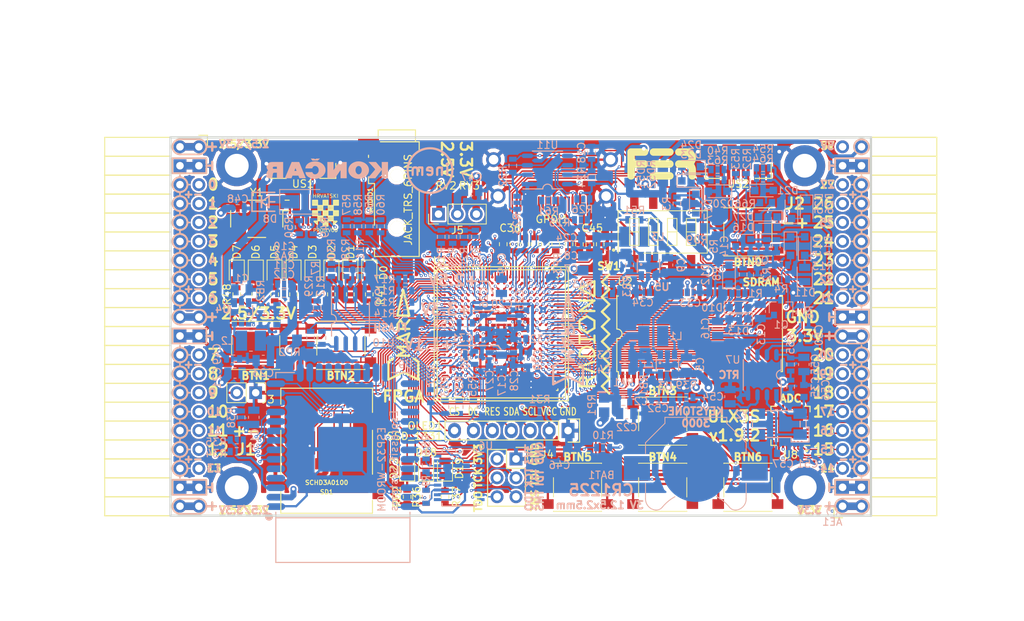
<source format=kicad_pcb>
(kicad_pcb (version 20171130) (host pcbnew 5.0.0-rc2+dfsg1-3)
  (layers (0 F.Cu signal) (1 In1.Cu signal) (2 In2.Cu signal) (31 B.Cu signal) (34 B.Paste user) (35 F.Paste user) (36 B.SilkS user) (37 F.SilkS user) (38 B.Mask user) (39 F.Mask user) (44 Edge.Cuts user))
  (net 0 "")
  (net 1 GND)
  (net 2 +5V)
  (net 3 /gpio/IN5V)
  (net 4 /gpio/OUT5V)
  (net 5 +3V3)
  (net 6 BTN_D)
  (net 7 BTN_F1)
  (net 8 BTN_F2)
  (net 9 BTN_L)
  (net 10 BTN_R)
  (net 11 BTN_U)
  (net 12 /power/FB1)
  (net 13 +2V5)
  (net 14 /power/PWREN)
  (net 15 /power/FB3)
  (net 16 /power/FB2)
  (net 17 /power/VBAT)
  (net 18 JTAG_TDI)
  (net 19 JTAG_TCK)
  (net 20 JTAG_TMS)
  (net 21 JTAG_TDO)
  (net 22 /power/WAKEUPn)
  (net 23 /power/WKUP)
  (net 24 /power/SHUT)
  (net 25 /power/WAKE)
  (net 26 /power/HOLD)
  (net 27 /power/WKn)
  (net 28 /power/OSCI_32k)
  (net 29 /power/OSCO_32k)
  (net 30 SHUTDOWN)
  (net 31 GPDI_SDA)
  (net 32 GPDI_SCL)
  (net 33 /gpdi/VREF2)
  (net 34 SD_CMD)
  (net 35 SD_CLK)
  (net 36 SD_D0)
  (net 37 SD_D1)
  (net 38 USB5V)
  (net 39 GPDI_CEC)
  (net 40 nRESET)
  (net 41 FTDI_nDTR)
  (net 42 SDRAM_CKE)
  (net 43 SDRAM_A7)
  (net 44 SDRAM_D15)
  (net 45 SDRAM_BA1)
  (net 46 SDRAM_D7)
  (net 47 SDRAM_A6)
  (net 48 SDRAM_CLK)
  (net 49 SDRAM_D13)
  (net 50 SDRAM_BA0)
  (net 51 SDRAM_D6)
  (net 52 SDRAM_A5)
  (net 53 SDRAM_D14)
  (net 54 SDRAM_A11)
  (net 55 SDRAM_D12)
  (net 56 SDRAM_D5)
  (net 57 SDRAM_A4)
  (net 58 SDRAM_A10)
  (net 59 SDRAM_D11)
  (net 60 SDRAM_A3)
  (net 61 SDRAM_D4)
  (net 62 SDRAM_D10)
  (net 63 SDRAM_D9)
  (net 64 SDRAM_A9)
  (net 65 SDRAM_D3)
  (net 66 SDRAM_D8)
  (net 67 SDRAM_A8)
  (net 68 SDRAM_A2)
  (net 69 SDRAM_A1)
  (net 70 SDRAM_A0)
  (net 71 SDRAM_D2)
  (net 72 SDRAM_D1)
  (net 73 SDRAM_D0)
  (net 74 SDRAM_DQM0)
  (net 75 SDRAM_nCS)
  (net 76 SDRAM_nRAS)
  (net 77 SDRAM_DQM1)
  (net 78 SDRAM_nCAS)
  (net 79 SDRAM_nWE)
  (net 80 /flash/FLASH_nWP)
  (net 81 /flash/FLASH_nHOLD)
  (net 82 /flash/FLASH_MOSI)
  (net 83 /flash/FLASH_MISO)
  (net 84 /flash/FLASH_SCK)
  (net 85 /flash/FLASH_nCS)
  (net 86 /flash/FPGA_PROGRAMN)
  (net 87 /flash/FPGA_DONE)
  (net 88 /flash/FPGA_INITN)
  (net 89 OLED_RES)
  (net 90 OLED_DC)
  (net 91 OLED_CS)
  (net 92 WIFI_EN)
  (net 93 FTDI_nRTS)
  (net 94 FTDI_TXD)
  (net 95 FTDI_RXD)
  (net 96 WIFI_RXD)
  (net 97 WIFI_GPIO0)
  (net 98 WIFI_TXD)
  (net 99 USB_FTDI_D+)
  (net 100 USB_FTDI_D-)
  (net 101 SD_D3)
  (net 102 AUDIO_L3)
  (net 103 AUDIO_L2)
  (net 104 AUDIO_L1)
  (net 105 AUDIO_L0)
  (net 106 AUDIO_R3)
  (net 107 AUDIO_R2)
  (net 108 AUDIO_R1)
  (net 109 AUDIO_R0)
  (net 110 OLED_CLK)
  (net 111 OLED_MOSI)
  (net 112 LED0)
  (net 113 LED1)
  (net 114 LED2)
  (net 115 LED3)
  (net 116 LED4)
  (net 117 LED5)
  (net 118 LED6)
  (net 119 LED7)
  (net 120 BTN_PWRn)
  (net 121 FTDI_nTXLED)
  (net 122 FTDI_nSLEEP)
  (net 123 /blinkey/LED_PWREN)
  (net 124 /blinkey/LED_TXLED)
  (net 125 /sdcard/SD3V3)
  (net 126 SD_D2)
  (net 127 CLK_25MHz)
  (net 128 /blinkey/BTNPUL)
  (net 129 /blinkey/BTNPUR)
  (net 130 USB_FPGA_D+)
  (net 131 /power/FTDI_nSUSPEND)
  (net 132 /blinkey/ALED0)
  (net 133 /blinkey/ALED1)
  (net 134 /blinkey/ALED2)
  (net 135 /blinkey/ALED3)
  (net 136 /blinkey/ALED4)
  (net 137 /blinkey/ALED5)
  (net 138 /blinkey/ALED6)
  (net 139 /blinkey/ALED7)
  (net 140 /usb/FTD-)
  (net 141 /usb/FTD+)
  (net 142 ADC_MISO)
  (net 143 ADC_MOSI)
  (net 144 ADC_CSn)
  (net 145 ADC_SCLK)
  (net 146 SW3)
  (net 147 SW2)
  (net 148 SW1)
  (net 149 USB_FPGA_D-)
  (net 150 /usb/FPD+)
  (net 151 /usb/FPD-)
  (net 152 WIFI_GPIO16)
  (net 153 /usb/ANT_433MHz)
  (net 154 /power/PWRBTn)
  (net 155 PROG_DONE)
  (net 156 /power/P3V3)
  (net 157 /power/P2V5)
  (net 158 /power/L1)
  (net 159 /power/L3)
  (net 160 /power/L2)
  (net 161 FTDI_TXDEN)
  (net 162 SDRAM_A12)
  (net 163 /analog/AUDIO_V)
  (net 164 AUDIO_V3)
  (net 165 AUDIO_V2)
  (net 166 AUDIO_V1)
  (net 167 AUDIO_V0)
  (net 168 /blinkey/LED_WIFI)
  (net 169 /power/P1V1)
  (net 170 +1V1)
  (net 171 SW4)
  (net 172 /blinkey/SWPU)
  (net 173 /wifi/WIFIEN)
  (net 174 FT2V5)
  (net 175 GN0)
  (net 176 GP0)
  (net 177 GN1)
  (net 178 GP1)
  (net 179 GN2)
  (net 180 GP2)
  (net 181 GN3)
  (net 182 GP3)
  (net 183 GN4)
  (net 184 GP4)
  (net 185 GN5)
  (net 186 GP5)
  (net 187 GN6)
  (net 188 GP6)
  (net 189 GN14)
  (net 190 GP14)
  (net 191 GN15)
  (net 192 GP15)
  (net 193 GN16)
  (net 194 GP16)
  (net 195 GN17)
  (net 196 GP17)
  (net 197 GN18)
  (net 198 GP18)
  (net 199 GN19)
  (net 200 GP19)
  (net 201 GN20)
  (net 202 GP20)
  (net 203 GN21)
  (net 204 GP21)
  (net 205 GN22)
  (net 206 GP22)
  (net 207 GN23)
  (net 208 GP23)
  (net 209 GN24)
  (net 210 GP24)
  (net 211 GN25)
  (net 212 GP25)
  (net 213 GN26)
  (net 214 GP26)
  (net 215 GN27)
  (net 216 GP27)
  (net 217 GN7)
  (net 218 GP7)
  (net 219 GN8)
  (net 220 GP8)
  (net 221 GN9)
  (net 222 GP9)
  (net 223 GN10)
  (net 224 GP10)
  (net 225 GN11)
  (net 226 GP11)
  (net 227 GN12)
  (net 228 GP12)
  (net 229 GN13)
  (net 230 GP13)
  (net 231 WIFI_GPIO5)
  (net 232 WIFI_GPIO17)
  (net 233 USB_FPGA_PULL_D+)
  (net 234 USB_FPGA_PULL_D-)
  (net 235 "Net-(D23-Pad2)")
  (net 236 "Net-(D24-Pad1)")
  (net 237 "Net-(D25-Pad2)")
  (net 238 "Net-(D26-Pad1)")
  (net 239 /gpdi/GPDI_ETH+)
  (net 240 FPDI_ETH+)
  (net 241 /gpdi/GPDI_ETH-)
  (net 242 FPDI_ETH-)
  (net 243 /gpdi/GPDI_D2-)
  (net 244 FPDI_D2-)
  (net 245 /gpdi/GPDI_D1-)
  (net 246 FPDI_D1-)
  (net 247 /gpdi/GPDI_D0-)
  (net 248 FPDI_D0-)
  (net 249 /gpdi/GPDI_CLK-)
  (net 250 FPDI_CLK-)
  (net 251 /gpdi/GPDI_D2+)
  (net 252 FPDI_D2+)
  (net 253 /gpdi/GPDI_D1+)
  (net 254 FPDI_D1+)
  (net 255 /gpdi/GPDI_D0+)
  (net 256 FPDI_D0+)
  (net 257 /gpdi/GPDI_CLK+)
  (net 258 FPDI_CLK+)
  (net 259 FPDI_SDA)
  (net 260 FPDI_SCL)
  (net 261 /gpdi/FPDI_CEC)
  (net 262 2V5_3V3)
  (net 263 "Net-(AUDIO1-Pad5)")
  (net 264 "Net-(AUDIO1-Pad6)")
  (net 265 "Net-(U1-PadA15)")
  (net 266 "Net-(U1-PadC9)")
  (net 267 "Net-(U1-PadD9)")
  (net 268 "Net-(U1-PadD10)")
  (net 269 "Net-(U1-PadD11)")
  (net 270 "Net-(U1-PadD12)")
  (net 271 "Net-(U1-PadE6)")
  (net 272 "Net-(U1-PadE9)")
  (net 273 "Net-(U1-PadE10)")
  (net 274 "Net-(U1-PadE11)")
  (net 275 "Net-(U1-PadJ4)")
  (net 276 "Net-(U1-PadJ5)")
  (net 277 "Net-(U1-PadK5)")
  (net 278 "Net-(U1-PadL5)")
  (net 279 "Net-(U1-PadM4)")
  (net 280 "Net-(U1-PadM5)")
  (net 281 SD_CD)
  (net 282 SD_WP)
  (net 283 "Net-(U1-PadR3)")
  (net 284 "Net-(U1-PadT16)")
  (net 285 "Net-(U1-PadW4)")
  (net 286 "Net-(U1-PadW5)")
  (net 287 "Net-(U1-PadW8)")
  (net 288 "Net-(U1-PadW9)")
  (net 289 "Net-(U1-PadW13)")
  (net 290 "Net-(U1-PadW14)")
  (net 291 "Net-(U1-PadW17)")
  (net 292 "Net-(U1-PadW18)")
  (net 293 FTDI_nRXLED)
  (net 294 "Net-(U8-Pad12)")
  (net 295 "Net-(U8-Pad25)")
  (net 296 "Net-(U9-Pad32)")
  (net 297 "Net-(U9-Pad22)")
  (net 298 "Net-(U9-Pad21)")
  (net 299 "Net-(U9-Pad20)")
  (net 300 "Net-(U9-Pad19)")
  (net 301 "Net-(U9-Pad18)")
  (net 302 "Net-(U9-Pad17)")
  (net 303 "Net-(U9-Pad12)")
  (net 304 "Net-(U9-Pad5)")
  (net 305 "Net-(U9-Pad4)")
  (net 306 "Net-(US1-Pad4)")
  (net 307 "Net-(Y2-Pad3)")
  (net 308 "Net-(Y2-Pad2)")
  (net 309 "Net-(U1-PadK16)")
  (net 310 "Net-(U1-PadK17)")
  (net 311 /usb/US2VBUS)
  (net 312 /power/SHD)
  (net 313 /power/RTCVDD)
  (net 314 "Net-(D27-Pad2)")
  (net 315 US2_ID)
  (net 316 /analog/AUDIO_L)
  (net 317 /analog/AUDIO_R)
  (module Keystone_3000_1x12mm-CoinCell:Keystone_3000_1x12mm-CoinCell (layer B.Cu) (at 164.585 105.87 90)
    (fp_text reference BAT1 (at -0.907 -12.685 180) (layer B.SilkS) (effects (justify mirror)))
    (fp_text value CR1225)
    (pad 1 smd rect (at 0 7.9 180) (size 3.5 3.3) (layers B.Cu B.Paste B.Mask) (net 17 /power/VBAT))
    (pad 1 smd rect (at 0 -7.9 180) (size 3.5 3.3) (layers B.Cu B.Paste B.Mask) (net 17 /power/VBAT))
    (pad 2 smd circle (at 0 0 180) (size 9 9) (layers B.Cu B.Mask) (net 1 GND))
  )
  (module SM8:SM8 (layer B.Cu) (at 144.68 65.8015 90)
    (fp_text reference U11 (at 3.3475 -0.019 -180) (layer B.SilkS) (effects (justify mirror)))
    (fp_text value PCA9306D)
    (pad 1 smd rect (at -1.905 -2.7) (size 1.55 0.6) (layers B.Cu B.Paste B.Mask) (net 1 GND))
    (pad 2 smd oval (at -0.635 -2.7) (size 1.55 0.6) (layers B.Cu B.Paste B.Mask) (net 13 +2V5))
    (pad 3 smd oval (at 0.635 -2.7) (size 1.55 0.6) (layers B.Cu B.Paste B.Mask) (net 260 FPDI_SCL))
    (pad 4 smd oval (at 1.905 -2.7) (size 1.55 0.6) (layers B.Cu B.Paste B.Mask) (net 259 FPDI_SDA))
    (pad 5 smd oval (at 1.905 2.7) (size 1.55 0.6) (layers B.Cu B.Paste B.Mask) (net 31 GPDI_SDA))
    (pad 6 smd oval (at 0.635 2.7) (size 1.55 0.6) (layers B.Cu B.Paste B.Mask) (net 32 GPDI_SCL))
    (pad 7 smd oval (at -0.635 2.7) (size 1.55 0.6) (layers B.Cu B.Paste B.Mask) (net 33 /gpdi/VREF2))
    (pad 8 smd oval (at -1.905 2.7) (size 1.55 0.6) (layers B.Cu B.Paste B.Mask) (net 5 +3V3))
  )
  (module TSOP54:TSOP54 (layer F.Cu) (at 165.093 87.8 90)
    (fp_text reference U2 (at 6.98 -9.993 180) (layer F.SilkS))
    (fp_text value MT48LC16M16A2TG)
    (pad 28 smd rect (at 5.53 10.4 90) (size 0.9 0.56) (layers F.Cu F.Paste F.Mask) (net 1 GND))
    (pad 1 smd rect (at -5.53 -10.4 90) (size 0.9 0.56) (layers F.Cu F.Paste F.Mask) (net 5 +3V3))
    (pad 2 smd rect (at -5.53 -9.6 90) (size 0.9 0.56) (layers F.Cu F.Paste F.Mask) (net 73 SDRAM_D0))
    (pad 3 smd rect (at -5.53 -8.8 90) (size 0.9 0.56) (layers F.Cu F.Paste F.Mask) (net 5 +3V3))
    (pad 4 smd rect (at -5.53 -8 90) (size 0.9 0.56) (layers F.Cu F.Paste F.Mask) (net 72 SDRAM_D1))
    (pad 5 smd rect (at -5.53 -7.2 90) (size 0.9 0.56) (layers F.Cu F.Paste F.Mask) (net 71 SDRAM_D2))
    (pad 6 smd rect (at -5.53 -6.4 90) (size 0.9 0.56) (layers F.Cu F.Paste F.Mask) (net 1 GND))
    (pad 7 smd rect (at -5.53 -5.6 90) (size 0.9 0.56) (layers F.Cu F.Paste F.Mask) (net 65 SDRAM_D3))
    (pad 8 smd rect (at -5.53 -4.8 90) (size 0.9 0.56) (layers F.Cu F.Paste F.Mask) (net 61 SDRAM_D4))
    (pad 9 smd rect (at -5.53 -4 90) (size 0.9 0.56) (layers F.Cu F.Paste F.Mask) (net 5 +3V3))
    (pad 10 smd rect (at -5.53 -3.2 90) (size 0.9 0.56) (layers F.Cu F.Paste F.Mask) (net 56 SDRAM_D5))
    (pad 11 smd rect (at -5.53 -2.4 90) (size 0.9 0.56) (layers F.Cu F.Paste F.Mask) (net 51 SDRAM_D6))
    (pad 12 smd rect (at -5.53 -1.6 90) (size 0.9 0.56) (layers F.Cu F.Paste F.Mask) (net 1 GND))
    (pad 13 smd rect (at -5.53 -0.8 90) (size 0.9 0.56) (layers F.Cu F.Paste F.Mask) (net 46 SDRAM_D7))
    (pad 14 smd rect (at -5.53 0 90) (size 0.9 0.56) (layers F.Cu F.Paste F.Mask) (net 5 +3V3))
    (pad 15 smd rect (at -5.53 0.8 90) (size 0.9 0.56) (layers F.Cu F.Paste F.Mask) (net 74 SDRAM_DQM0))
    (pad 16 smd rect (at -5.53 1.6 90) (size 0.9 0.56) (layers F.Cu F.Paste F.Mask) (net 79 SDRAM_nWE))
    (pad 17 smd rect (at -5.53 2.4 90) (size 0.9 0.56) (layers F.Cu F.Paste F.Mask) (net 78 SDRAM_nCAS))
    (pad 18 smd rect (at -5.53 3.2 90) (size 0.9 0.56) (layers F.Cu F.Paste F.Mask) (net 76 SDRAM_nRAS))
    (pad 19 smd rect (at -5.53 4 90) (size 0.9 0.56) (layers F.Cu F.Paste F.Mask) (net 75 SDRAM_nCS))
    (pad 20 smd rect (at -5.53 4.8 90) (size 0.9 0.56) (layers F.Cu F.Paste F.Mask) (net 50 SDRAM_BA0))
    (pad 21 smd rect (at -5.53 5.6 90) (size 0.9 0.56) (layers F.Cu F.Paste F.Mask) (net 45 SDRAM_BA1))
    (pad 22 smd rect (at -5.53 6.4 90) (size 0.9 0.56) (layers F.Cu F.Paste F.Mask) (net 58 SDRAM_A10))
    (pad 23 smd rect (at -5.53 7.2 90) (size 0.9 0.56) (layers F.Cu F.Paste F.Mask) (net 70 SDRAM_A0))
    (pad 24 smd rect (at -5.53 8 90) (size 0.9 0.56) (layers F.Cu F.Paste F.Mask) (net 69 SDRAM_A1))
    (pad 25 smd rect (at -5.53 8.8 90) (size 0.9 0.56) (layers F.Cu F.Paste F.Mask) (net 68 SDRAM_A2))
    (pad 26 smd rect (at -5.53 9.6 90) (size 0.9 0.56) (layers F.Cu F.Paste F.Mask) (net 60 SDRAM_A3))
    (pad 27 smd rect (at -5.53 10.4 90) (size 0.9 0.56) (layers F.Cu F.Paste F.Mask) (net 5 +3V3))
    (pad 29 smd rect (at 5.53 9.6 90) (size 0.9 0.56) (layers F.Cu F.Paste F.Mask) (net 57 SDRAM_A4))
    (pad 30 smd rect (at 5.53 8.8 90) (size 0.9 0.56) (layers F.Cu F.Paste F.Mask) (net 52 SDRAM_A5))
    (pad 31 smd rect (at 5.53 8 90) (size 0.9 0.56) (layers F.Cu F.Paste F.Mask) (net 47 SDRAM_A6))
    (pad 32 smd rect (at 5.53 7.2 90) (size 0.9 0.56) (layers F.Cu F.Paste F.Mask) (net 43 SDRAM_A7))
    (pad 33 smd rect (at 5.53 6.4 90) (size 0.9 0.56) (layers F.Cu F.Paste F.Mask) (net 67 SDRAM_A8))
    (pad 34 smd rect (at 5.53 5.6 90) (size 0.9 0.56) (layers F.Cu F.Paste F.Mask) (net 64 SDRAM_A9))
    (pad 35 smd rect (at 5.53 4.8 90) (size 0.9 0.56) (layers F.Cu F.Paste F.Mask) (net 54 SDRAM_A11))
    (pad 36 smd rect (at 5.53 4 90) (size 0.9 0.56) (layers F.Cu F.Paste F.Mask) (net 162 SDRAM_A12))
    (pad 37 smd rect (at 5.53 3.2 90) (size 0.9 0.56) (layers F.Cu F.Paste F.Mask) (net 42 SDRAM_CKE))
    (pad 38 smd rect (at 5.53 2.4 90) (size 0.9 0.56) (layers F.Cu F.Paste F.Mask) (net 48 SDRAM_CLK))
    (pad 39 smd rect (at 5.53 1.6 90) (size 0.9 0.56) (layers F.Cu F.Paste F.Mask) (net 77 SDRAM_DQM1))
    (pad 40 smd rect (at 5.53 0.8 90) (size 0.9 0.56) (layers F.Cu F.Paste F.Mask))
    (pad 41 smd rect (at 5.53 0 90) (size 0.9 0.56) (layers F.Cu F.Paste F.Mask) (net 1 GND))
    (pad 42 smd rect (at 5.53 -0.8 90) (size 0.9 0.56) (layers F.Cu F.Paste F.Mask) (net 66 SDRAM_D8))
    (pad 43 smd rect (at 5.53 -1.6 90) (size 0.9 0.56) (layers F.Cu F.Paste F.Mask) (net 5 +3V3))
    (pad 44 smd rect (at 5.53 -2.4 90) (size 0.9 0.56) (layers F.Cu F.Paste F.Mask) (net 63 SDRAM_D9))
    (pad 45 smd rect (at 5.53 -3.2 90) (size 0.9 0.56) (layers F.Cu F.Paste F.Mask) (net 62 SDRAM_D10))
    (pad 46 smd rect (at 5.53 -4 90) (size 0.9 0.56) (layers F.Cu F.Paste F.Mask) (net 1 GND))
    (pad 47 smd rect (at 5.53 -4.8 90) (size 0.9 0.56) (layers F.Cu F.Paste F.Mask) (net 59 SDRAM_D11))
    (pad 48 smd rect (at 5.53 -5.6 90) (size 0.9 0.56) (layers F.Cu F.Paste F.Mask) (net 55 SDRAM_D12))
    (pad 49 smd rect (at 5.53 -6.4 90) (size 0.9 0.56) (layers F.Cu F.Paste F.Mask) (net 5 +3V3))
    (pad 50 smd rect (at 5.53 -7.2 90) (size 0.9 0.56) (layers F.Cu F.Paste F.Mask) (net 49 SDRAM_D13))
    (pad 51 smd rect (at 5.53 -8 90) (size 0.9 0.56) (layers F.Cu F.Paste F.Mask) (net 53 SDRAM_D14))
    (pad 52 smd rect (at 5.53 -8.8 90) (size 0.9 0.56) (layers F.Cu F.Paste F.Mask) (net 1 GND))
    (pad 53 smd rect (at 5.53 -9.6 90) (size 0.9 0.56) (layers F.Cu F.Paste F.Mask) (net 44 SDRAM_D15))
    (pad 54 smd rect (at 5.53 -10.4 90) (size 0.9 0.56) (layers F.Cu F.Paste F.Mask) (net 1 GND))
  )
  (module SOA008-150mil:SOA008-150-208mil (layer B.Cu) (at 118.245 85.822 270)
    (fp_text reference U10 (at 3.175 -4.445) (layer B.SilkS) (effects (justify mirror)))
    (fp_text value IS25LP128F-JBLE)
    (pad 1 smd rect (at -3.302 1.905 270) (size 2.1 0.6) (layers B.Cu B.Paste B.Mask) (net 85 /flash/FLASH_nCS))
    (pad 2 smd oval (at -3.302 0.635 270) (size 2.1 0.6) (layers B.Cu B.Paste B.Mask) (net 83 /flash/FLASH_MISO))
    (pad 3 smd oval (at -3.302 -0.635 270) (size 2.1 0.6) (layers B.Cu B.Paste B.Mask) (net 80 /flash/FLASH_nWP))
    (pad 4 smd oval (at -3.302 -1.905 270) (size 2.1 0.6) (layers B.Cu B.Paste B.Mask) (net 1 GND))
    (pad 5 smd oval (at 3.302 -1.905 270) (size 2.1 0.6) (layers B.Cu B.Paste B.Mask) (net 82 /flash/FLASH_MOSI))
    (pad 6 smd oval (at 3.302 -0.635 270) (size 2.1 0.6) (layers B.Cu B.Paste B.Mask) (net 84 /flash/FLASH_SCK))
    (pad 7 smd oval (at 3.302 0.635 270) (size 2.1 0.6) (layers B.Cu B.Paste B.Mask) (net 81 /flash/FLASH_nHOLD))
    (pad 8 smd oval (at 3.302 1.905 270) (size 2.1 0.6) (layers B.Cu B.Paste B.Mask) (net 5 +3V3))
  )
  (module SOT96-1:SOT96-1 (layer B.Cu) (at 173.49 93.315 90)
    (fp_text reference U7 (at 2.032 -3.937 180) (layer B.SilkS) (effects (justify mirror)))
    (fp_text value PCF8523)
    (pad 1 smd rect (at -2.7 1.905 90) (size 1.55 0.6) (layers B.Cu B.Paste B.Mask) (net 28 /power/OSCI_32k))
    (pad 2 smd oval (at -2.7 0.635 90) (size 1.55 0.6) (layers B.Cu B.Paste B.Mask) (net 29 /power/OSCO_32k))
    (pad 3 smd oval (at -2.7 -0.635 90) (size 1.55 0.6) (layers B.Cu B.Paste B.Mask) (net 17 /power/VBAT))
    (pad 4 smd oval (at -2.7 -1.905 90) (size 1.55 0.6) (layers B.Cu B.Paste B.Mask) (net 1 GND))
    (pad 5 smd oval (at 2.7 -1.905 90) (size 1.55 0.6) (layers B.Cu B.Paste B.Mask) (net 259 FPDI_SDA))
    (pad 6 smd oval (at 2.7 -0.635 90) (size 1.55 0.6) (layers B.Cu B.Paste B.Mask) (net 260 FPDI_SCL))
    (pad 7 smd oval (at 2.7 0.635 90) (size 1.55 0.6) (layers B.Cu B.Paste B.Mask) (net 22 /power/WAKEUPn))
    (pad 8 smd oval (at 2.7 1.905 90) (size 1.55 0.6) (layers B.Cu B.Paste B.Mask) (net 313 /power/RTCVDD))
  )
  (module ft231x:FT231X-SSOP-20_4.4x6.5mm_Pitch0.65mm (layer B.Cu) (at 132.835 107.14 180)
    (fp_text reference U6 (at -3.556 4.318 180) (layer B.SilkS) (effects (justify mirror)))
    (fp_text value FT231XS)
    (pad 20 smd rect (at 2.9 2.925 180) (size 1 0.4) (layers B.Cu B.Paste B.Mask) (net 94 FTDI_TXD))
    (pad 19 smd rect (at 2.9 2.275 180) (size 1 0.4) (layers B.Cu B.Paste B.Mask) (net 122 FTDI_nSLEEP))
    (pad 18 smd rect (at 2.9 1.625 180) (size 1 0.4) (layers B.Cu B.Paste B.Mask) (net 161 FTDI_TXDEN))
    (pad 17 smd rect (at 2.9 0.975 180) (size 1 0.4) (layers B.Cu B.Paste B.Mask) (net 293 FTDI_nRXLED))
    (pad 16 smd rect (at 2.9 0.325 180) (size 1 0.4) (layers B.Cu B.Paste B.Mask) (net 1 GND))
    (pad 15 smd rect (at 2.9 -0.325 180) (size 1 0.4) (layers B.Cu B.Paste B.Mask) (net 38 USB5V))
    (pad 14 smd rect (at 2.9 -0.975 180) (size 1 0.4) (layers B.Cu B.Paste B.Mask) (net 40 nRESET))
    (pad 13 smd rect (at 2.9 -1.625 180) (size 1 0.4) (layers B.Cu B.Paste B.Mask) (net 174 FT2V5))
    (pad 12 smd rect (at 2.9 -2.275 180) (size 1 0.4) (layers B.Cu B.Paste B.Mask) (net 100 USB_FTDI_D-))
    (pad 11 smd rect (at 2.9 -2.925 180) (size 1 0.4) (layers B.Cu B.Paste B.Mask) (net 99 USB_FTDI_D+))
    (pad 10 smd rect (at -2.9 -2.925 180) (size 1 0.4) (layers B.Cu B.Paste B.Mask) (net 121 FTDI_nTXLED))
    (pad 9 smd rect (at -2.9 -2.275 180) (size 1 0.4) (layers B.Cu B.Paste B.Mask) (net 21 JTAG_TDO))
    (pad 8 smd rect (at -2.9 -1.625 180) (size 1 0.4) (layers B.Cu B.Paste B.Mask) (net 20 JTAG_TMS))
    (pad 7 smd rect (at -2.9 -0.975 180) (size 1 0.4) (layers B.Cu B.Paste B.Mask) (net 19 JTAG_TCK))
    (pad 6 smd rect (at -2.9 -0.325 180) (size 1 0.4) (layers B.Cu B.Paste B.Mask) (net 1 GND))
    (pad 5 smd rect (at -2.9 0.325 180) (size 1 0.4) (layers B.Cu B.Paste B.Mask) (net 18 JTAG_TDI))
    (pad 4 smd rect (at -2.9 0.975 180) (size 1 0.4) (layers B.Cu B.Paste B.Mask) (net 95 FTDI_RXD))
    (pad 3 smd rect (at -2.9 1.625 180) (size 1 0.4) (layers B.Cu B.Paste B.Mask) (net 174 FT2V5))
    (pad 2 smd rect (at -2.9 2.275 180) (size 1 0.4) (layers B.Cu B.Paste B.Mask) (net 93 FTDI_nRTS))
    (pad 1 smd rect (at -2.9 2.925 180) (size 1 0.4) (layers B.Cu B.Paste B.Mask) (net 41 FTDI_nDTR))
  )
  (module TSOT-25:TSOT-25 (layer B.Cu) (at 158.235 78.692)
    (fp_text reference U5 (at 1.793 2.812) (layer B.SilkS) (effects (font (thickness 0.2)) (justify mirror)))
    (fp_text value TLV62569DBV)
    (pad 1 smd rect (at -0.95 -1.3) (size 0.7 1.2) (layers B.Cu B.Paste B.Mask) (net 14 /power/PWREN))
    (pad 2 smd rect (at 0 -1.3) (size 0.7 1.2) (layers B.Cu B.Paste B.Mask) (net 1 GND))
    (pad 3 smd rect (at 0.95 -1.3) (size 0.7 1.2) (layers B.Cu B.Paste B.Mask) (net 159 /power/L3))
    (pad 4 smd rect (at 0.95 1.3) (size 0.7 1.2) (layers B.Cu B.Paste B.Mask) (net 2 +5V))
    (pad 5 smd rect (at -0.95 1.3) (size 0.7 1.2) (layers B.Cu B.Paste B.Mask) (net 15 /power/FB3))
  )
  (module TSOT-25:TSOT-25 (layer B.Cu) (at 160.775 91.9)
    (fp_text reference U3 (at -0.295 2.9) (layer B.SilkS) (effects (font (thickness 0.2)) (justify mirror)))
    (fp_text value TLV62569DBV)
    (pad 1 smd rect (at -0.95 -1.3) (size 0.7 1.2) (layers B.Cu B.Paste B.Mask) (net 14 /power/PWREN))
    (pad 2 smd rect (at 0 -1.3) (size 0.7 1.2) (layers B.Cu B.Paste B.Mask) (net 1 GND))
    (pad 3 smd rect (at 0.95 -1.3) (size 0.7 1.2) (layers B.Cu B.Paste B.Mask) (net 158 /power/L1))
    (pad 4 smd rect (at 0.95 1.3) (size 0.7 1.2) (layers B.Cu B.Paste B.Mask) (net 2 +5V))
    (pad 5 smd rect (at -0.95 1.3) (size 0.7 1.2) (layers B.Cu B.Paste B.Mask) (net 12 /power/FB1))
  )
  (module TSOT-25:TSOT-25 (layer B.Cu) (at 103.625 84.915 180)
    (fp_text reference U4 (at 2.525 0.4265 180) (layer B.SilkS) (effects (font (thickness 0.2)) (justify mirror)))
    (fp_text value TLV62569DBV)
    (pad 1 smd rect (at -0.95 -1.3 180) (size 0.7 1.2) (layers B.Cu B.Paste B.Mask) (net 14 /power/PWREN))
    (pad 2 smd rect (at 0 -1.3 180) (size 0.7 1.2) (layers B.Cu B.Paste B.Mask) (net 1 GND))
    (pad 3 smd rect (at 0.95 -1.3 180) (size 0.7 1.2) (layers B.Cu B.Paste B.Mask) (net 160 /power/L2))
    (pad 4 smd rect (at 0.95 1.3 180) (size 0.7 1.2) (layers B.Cu B.Paste B.Mask) (net 2 +5V))
    (pad 5 smd rect (at -0.95 1.3 180) (size 0.7 1.2) (layers B.Cu B.Paste B.Mask) (net 16 /power/FB2))
  )
  (module ESP32:ESP32-WROOM (layer B.Cu) (at 117.23 105.75 180)
    (fp_text reference U9 (at -8.366 13.85 180) (layer B.SilkS) (effects (justify mirror)))
    (fp_text value ESP-WROOM32)
    (fp_text user "Espressif Systems" (at -6.858 0.889 90) (layer B.SilkS) (effects (justify mirror)))
    (fp_text user ESP32-WROOM (at -5.207 -0.254 90) (layer B.SilkS) (effects (justify mirror)))
    (pad 38 smd oval (at -9 -5.25 180) (size 2.5 0.9) (layers B.Cu B.Paste B.Mask) (net 1 GND))
    (pad 37 smd oval (at -9 -3.98 180) (size 2.5 0.9) (layers B.Cu B.Paste B.Mask) (net 18 JTAG_TDI))
    (pad 36 smd oval (at -9 -2.71 180) (size 2.5 0.9) (layers B.Cu B.Paste B.Mask) (net 155 PROG_DONE))
    (pad 35 smd oval (at -9 -1.44 180) (size 2.5 0.9) (layers B.Cu B.Paste B.Mask) (net 98 WIFI_TXD))
    (pad 34 smd oval (at -9 -0.17 180) (size 2.5 0.9) (layers B.Cu B.Paste B.Mask) (net 96 WIFI_RXD))
    (pad 33 smd oval (at -9 1.1 180) (size 2.5 0.9) (layers B.Cu B.Paste B.Mask) (net 20 JTAG_TMS))
    (pad 32 smd oval (at -9 2.37 180) (size 2.5 0.9) (layers B.Cu B.Paste B.Mask) (net 296 "Net-(U9-Pad32)"))
    (pad 31 smd oval (at -9 3.64 180) (size 2.5 0.9) (layers B.Cu B.Paste B.Mask) (net 21 JTAG_TDO))
    (pad 30 smd oval (at -9 4.91 180) (size 2.5 0.9) (layers B.Cu B.Paste B.Mask) (net 19 JTAG_TCK))
    (pad 29 smd oval (at -9 6.18 180) (size 2.5 0.9) (layers B.Cu B.Paste B.Mask) (net 231 WIFI_GPIO5))
    (pad 28 smd oval (at -9 7.45 180) (size 2.5 0.9) (layers B.Cu B.Paste B.Mask) (net 232 WIFI_GPIO17))
    (pad 27 smd oval (at -9 8.72 180) (size 2.5 0.9) (layers B.Cu B.Paste B.Mask) (net 152 WIFI_GPIO16))
    (pad 26 smd oval (at -9 9.99 180) (size 2.5 0.9) (layers B.Cu B.Paste B.Mask) (net 37 SD_D1))
    (pad 25 smd oval (at -9 11.26 180) (size 2.5 0.9) (layers B.Cu B.Paste B.Mask) (net 97 WIFI_GPIO0))
    (pad 24 smd oval (at -5.715 12.75 180) (size 0.9 2.5) (layers B.Cu B.Paste B.Mask) (net 36 SD_D0))
    (pad 23 smd oval (at -4.445 12.75 180) (size 0.9 2.5) (layers B.Cu B.Paste B.Mask) (net 34 SD_CMD))
    (pad 22 smd oval (at -3.175 12.75 180) (size 0.9 2.5) (layers B.Cu B.Paste B.Mask) (net 297 "Net-(U9-Pad22)"))
    (pad 21 smd oval (at -1.905 12.75 180) (size 0.9 2.5) (layers B.Cu B.Paste B.Mask) (net 298 "Net-(U9-Pad21)"))
    (pad 20 smd oval (at -0.635 12.75 180) (size 0.9 2.5) (layers B.Cu B.Paste B.Mask) (net 299 "Net-(U9-Pad20)"))
    (pad 19 smd oval (at 0.635 12.75 180) (size 0.9 2.5) (layers B.Cu B.Paste B.Mask) (net 300 "Net-(U9-Pad19)"))
    (pad 18 smd oval (at 1.905 12.75 180) (size 0.9 2.5) (layers B.Cu B.Paste B.Mask) (net 301 "Net-(U9-Pad18)"))
    (pad 17 smd oval (at 3.175 12.75 180) (size 0.9 2.5) (layers B.Cu B.Paste B.Mask) (net 302 "Net-(U9-Pad17)"))
    (pad 16 smd oval (at 4.445 12.75 180) (size 0.9 2.5) (layers B.Cu B.Paste B.Mask) (net 101 SD_D3))
    (pad 15 smd oval (at 5.715 12.75 180) (size 0.9 2.5) (layers B.Cu B.Paste B.Mask) (net 1 GND))
    (pad 14 smd oval (at 9 11.26 180) (size 2.5 0.9) (layers B.Cu B.Paste B.Mask) (net 126 SD_D2))
    (pad 13 smd oval (at 9 9.99 180) (size 2.5 0.9) (layers B.Cu B.Paste B.Mask) (net 35 SD_CLK))
    (pad 12 smd oval (at 9 8.72 180) (size 2.5 0.9) (layers B.Cu B.Paste B.Mask) (net 303 "Net-(U9-Pad12)"))
    (pad 11 smd oval (at 9 7.45 180) (size 2.5 0.9) (layers B.Cu B.Paste B.Mask) (net 225 GN11))
    (pad 10 smd oval (at 9 6.18 180) (size 2.5 0.9) (layers B.Cu B.Paste B.Mask) (net 226 GP11))
    (pad 9 smd oval (at 9 4.91 180) (size 2.5 0.9) (layers B.Cu B.Paste B.Mask) (net 227 GN12))
    (pad 8 smd oval (at 9 3.64 180) (size 2.5 0.9) (layers B.Cu B.Paste B.Mask) (net 228 GP12))
    (pad 7 smd oval (at 9 2.37 180) (size 2.5 0.9) (layers B.Cu B.Paste B.Mask) (net 229 GN13))
    (pad 6 smd oval (at 9 1.1 180) (size 2.5 0.9) (layers B.Cu B.Paste B.Mask) (net 230 GP13))
    (pad 5 smd oval (at 9 -0.17 180) (size 2.5 0.9) (layers B.Cu B.Paste B.Mask) (net 304 "Net-(U9-Pad5)"))
    (pad 4 smd oval (at 9 -1.44 180) (size 2.5 0.9) (layers B.Cu B.Paste B.Mask) (net 305 "Net-(U9-Pad4)"))
    (pad 3 smd oval (at 9 -2.71 180) (size 2.5 0.9) (layers B.Cu B.Paste B.Mask) (net 173 /wifi/WIFIEN))
    (pad 2 smd oval (at 9 -3.98 180) (size 2.5 0.9) (layers B.Cu B.Paste B.Mask) (net 5 +3V3))
    (pad 1 smd oval (at 9 -5.25 180) (size 2.5 0.9) (layers B.Cu B.Paste B.Mask) (net 1 GND))
    (pad 39 smd rect (at 0.3 2.45 180) (size 6 6) (layers B.Cu B.Paste B.Mask) (net 1 GND))
  )
  (module inem:inem (layer B.Cu) (at 128.913 65.883)
    (fp_text reference REF** hide)
    (fp_text value inem hide)
    (fp_text user inem (at 0 -0.1) (layer B.SilkS) (effects (font (size 1.5 1.5) (thickness 0.3)) (justify mirror)))
  )
  (module fer:fer4mm6 (layer F.Cu) (at 159.901 64.994)
    (fp_text reference fer hide)
    (fp_text value fer hide)
  )
  (module Socket_Strips:Socket_Strip_Angled_2x20 (layer F.Cu) (at 97.91 62.69 270)
    (fp_text reference J1 (at 40.64 -6.35) (layer F.SilkS) (effects (font (size 1.5 1.5) (thickness 0.3))))
    (fp_text value CONN_02X20 hide)
    (pad 1 thru_hole oval (at 0 0 270) (size 1.7272 1.7272) (drill 1.016) (layers *.Cu *.Mask) (net 262 2V5_3V3))
    (pad 2 thru_hole oval (at 0 2.54 270) (size 1.7272 1.7272) (drill 1.016) (layers *.Cu *.Mask) (net 262 2V5_3V3))
    (pad 3 thru_hole rect (at 2.54 0 270) (size 1.7272 1.7272) (drill 1.016) (layers *.Cu *.Mask) (net 1 GND))
    (pad 4 thru_hole rect (at 2.54 2.54 270) (size 1.7272 1.7272) (drill 1.016) (layers *.Cu *.Mask) (net 1 GND))
    (pad 5 thru_hole oval (at 5.08 0 270) (size 1.7272 1.7272) (drill 1.016) (layers *.Cu *.Mask) (net 175 GN0))
    (pad 6 thru_hole oval (at 5.08 2.54 270) (size 1.7272 1.7272) (drill 1.016) (layers *.Cu *.Mask) (net 176 GP0))
    (pad 7 thru_hole oval (at 7.62 0 270) (size 1.7272 1.7272) (drill 1.016) (layers *.Cu *.Mask) (net 177 GN1))
    (pad 8 thru_hole oval (at 7.62 2.54 270) (size 1.7272 1.7272) (drill 1.016) (layers *.Cu *.Mask) (net 178 GP1))
    (pad 9 thru_hole oval (at 10.16 0 270) (size 1.7272 1.7272) (drill 1.016) (layers *.Cu *.Mask) (net 179 GN2))
    (pad 10 thru_hole oval (at 10.16 2.54 270) (size 1.7272 1.7272) (drill 1.016) (layers *.Cu *.Mask) (net 180 GP2))
    (pad 11 thru_hole oval (at 12.7 0 270) (size 1.7272 1.7272) (drill 1.016) (layers *.Cu *.Mask) (net 181 GN3))
    (pad 12 thru_hole oval (at 12.7 2.54 270) (size 1.7272 1.7272) (drill 1.016) (layers *.Cu *.Mask) (net 182 GP3))
    (pad 13 thru_hole oval (at 15.24 0 270) (size 1.7272 1.7272) (drill 1.016) (layers *.Cu *.Mask) (net 183 GN4))
    (pad 14 thru_hole oval (at 15.24 2.54 270) (size 1.7272 1.7272) (drill 1.016) (layers *.Cu *.Mask) (net 184 GP4))
    (pad 15 thru_hole oval (at 17.78 0 270) (size 1.7272 1.7272) (drill 1.016) (layers *.Cu *.Mask) (net 185 GN5))
    (pad 16 thru_hole oval (at 17.78 2.54 270) (size 1.7272 1.7272) (drill 1.016) (layers *.Cu *.Mask) (net 186 GP5))
    (pad 17 thru_hole oval (at 20.32 0 270) (size 1.7272 1.7272) (drill 1.016) (layers *.Cu *.Mask) (net 187 GN6))
    (pad 18 thru_hole oval (at 20.32 2.54 270) (size 1.7272 1.7272) (drill 1.016) (layers *.Cu *.Mask) (net 188 GP6))
    (pad 19 thru_hole oval (at 22.86 0 270) (size 1.7272 1.7272) (drill 1.016) (layers *.Cu *.Mask) (net 262 2V5_3V3))
    (pad 20 thru_hole oval (at 22.86 2.54 270) (size 1.7272 1.7272) (drill 1.016) (layers *.Cu *.Mask) (net 262 2V5_3V3))
    (pad 21 thru_hole rect (at 25.4 0 270) (size 1.7272 1.7272) (drill 1.016) (layers *.Cu *.Mask) (net 1 GND))
    (pad 22 thru_hole rect (at 25.4 2.54 270) (size 1.7272 1.7272) (drill 1.016) (layers *.Cu *.Mask) (net 1 GND))
    (pad 23 thru_hole oval (at 27.94 0 270) (size 1.7272 1.7272) (drill 1.016) (layers *.Cu *.Mask) (net 217 GN7))
    (pad 24 thru_hole oval (at 27.94 2.54 270) (size 1.7272 1.7272) (drill 1.016) (layers *.Cu *.Mask) (net 218 GP7))
    (pad 25 thru_hole oval (at 30.48 0 270) (size 1.7272 1.7272) (drill 1.016) (layers *.Cu *.Mask) (net 219 GN8))
    (pad 26 thru_hole oval (at 30.48 2.54 270) (size 1.7272 1.7272) (drill 1.016) (layers *.Cu *.Mask) (net 220 GP8))
    (pad 27 thru_hole oval (at 33.02 0 270) (size 1.7272 1.7272) (drill 1.016) (layers *.Cu *.Mask) (net 221 GN9))
    (pad 28 thru_hole oval (at 33.02 2.54 270) (size 1.7272 1.7272) (drill 1.016) (layers *.Cu *.Mask) (net 222 GP9))
    (pad 29 thru_hole oval (at 35.56 0 270) (size 1.7272 1.7272) (drill 1.016) (layers *.Cu *.Mask) (net 223 GN10))
    (pad 30 thru_hole oval (at 35.56 2.54 270) (size 1.7272 1.7272) (drill 1.016) (layers *.Cu *.Mask) (net 224 GP10))
    (pad 31 thru_hole oval (at 38.1 0 270) (size 1.7272 1.7272) (drill 1.016) (layers *.Cu *.Mask) (net 225 GN11))
    (pad 32 thru_hole oval (at 38.1 2.54 270) (size 1.7272 1.7272) (drill 1.016) (layers *.Cu *.Mask) (net 226 GP11))
    (pad 33 thru_hole oval (at 40.64 0 270) (size 1.7272 1.7272) (drill 1.016) (layers *.Cu *.Mask) (net 227 GN12))
    (pad 34 thru_hole oval (at 40.64 2.54 270) (size 1.7272 1.7272) (drill 1.016) (layers *.Cu *.Mask) (net 228 GP12))
    (pad 35 thru_hole oval (at 43.18 0 270) (size 1.7272 1.7272) (drill 1.016) (layers *.Cu *.Mask) (net 229 GN13))
    (pad 36 thru_hole oval (at 43.18 2.54 270) (size 1.7272 1.7272) (drill 1.016) (layers *.Cu *.Mask) (net 230 GP13))
    (pad 37 thru_hole rect (at 45.72 0 270) (size 1.7272 1.7272) (drill 1.016) (layers *.Cu *.Mask) (net 1 GND))
    (pad 38 thru_hole rect (at 45.72 2.54 270) (size 1.7272 1.7272) (drill 1.016) (layers *.Cu *.Mask) (net 1 GND))
    (pad 39 thru_hole oval (at 48.26 0 270) (size 1.7272 1.7272) (drill 1.016) (layers *.Cu *.Mask) (net 262 2V5_3V3))
    (pad 40 thru_hole oval (at 48.26 2.54 270) (size 1.7272 1.7272) (drill 1.016) (layers *.Cu *.Mask) (net 262 2V5_3V3))
  )
  (module Socket_Strips:Socket_Strip_Angled_2x20 (layer F.Cu) (at 184.27 110.95 90)
    (fp_text reference J2 (at 40.64 -6.35 180) (layer F.SilkS) (effects (font (size 1.5 1.5) (thickness 0.3))))
    (fp_text value CONN_02X20 hide)
    (pad 1 thru_hole oval (at 0 0 90) (size 1.7272 1.7272) (drill 1.016) (layers *.Cu *.Mask) (net 5 +3V3))
    (pad 2 thru_hole oval (at 0 2.54 90) (size 1.7272 1.7272) (drill 1.016) (layers *.Cu *.Mask) (net 5 +3V3))
    (pad 3 thru_hole rect (at 2.54 0 90) (size 1.7272 1.7272) (drill 1.016) (layers *.Cu *.Mask) (net 1 GND))
    (pad 4 thru_hole rect (at 2.54 2.54 90) (size 1.7272 1.7272) (drill 1.016) (layers *.Cu *.Mask) (net 1 GND))
    (pad 5 thru_hole oval (at 5.08 0 90) (size 1.7272 1.7272) (drill 1.016) (layers *.Cu *.Mask) (net 189 GN14))
    (pad 6 thru_hole oval (at 5.08 2.54 90) (size 1.7272 1.7272) (drill 1.016) (layers *.Cu *.Mask) (net 190 GP14))
    (pad 7 thru_hole oval (at 7.62 0 90) (size 1.7272 1.7272) (drill 1.016) (layers *.Cu *.Mask) (net 191 GN15))
    (pad 8 thru_hole oval (at 7.62 2.54 90) (size 1.7272 1.7272) (drill 1.016) (layers *.Cu *.Mask) (net 192 GP15))
    (pad 9 thru_hole oval (at 10.16 0 90) (size 1.7272 1.7272) (drill 1.016) (layers *.Cu *.Mask) (net 193 GN16))
    (pad 10 thru_hole oval (at 10.16 2.54 90) (size 1.7272 1.7272) (drill 1.016) (layers *.Cu *.Mask) (net 194 GP16))
    (pad 11 thru_hole oval (at 12.7 0 90) (size 1.7272 1.7272) (drill 1.016) (layers *.Cu *.Mask) (net 195 GN17))
    (pad 12 thru_hole oval (at 12.7 2.54 90) (size 1.7272 1.7272) (drill 1.016) (layers *.Cu *.Mask) (net 196 GP17))
    (pad 13 thru_hole oval (at 15.24 0 90) (size 1.7272 1.7272) (drill 1.016) (layers *.Cu *.Mask) (net 197 GN18))
    (pad 14 thru_hole oval (at 15.24 2.54 90) (size 1.7272 1.7272) (drill 1.016) (layers *.Cu *.Mask) (net 198 GP18))
    (pad 15 thru_hole oval (at 17.78 0 90) (size 1.7272 1.7272) (drill 1.016) (layers *.Cu *.Mask) (net 199 GN19))
    (pad 16 thru_hole oval (at 17.78 2.54 90) (size 1.7272 1.7272) (drill 1.016) (layers *.Cu *.Mask) (net 200 GP19))
    (pad 17 thru_hole oval (at 20.32 0 90) (size 1.7272 1.7272) (drill 1.016) (layers *.Cu *.Mask) (net 201 GN20))
    (pad 18 thru_hole oval (at 20.32 2.54 90) (size 1.7272 1.7272) (drill 1.016) (layers *.Cu *.Mask) (net 202 GP20))
    (pad 19 thru_hole oval (at 22.86 0 90) (size 1.7272 1.7272) (drill 1.016) (layers *.Cu *.Mask) (net 5 +3V3))
    (pad 20 thru_hole oval (at 22.86 2.54 90) (size 1.7272 1.7272) (drill 1.016) (layers *.Cu *.Mask) (net 5 +3V3))
    (pad 21 thru_hole rect (at 25.4 0 90) (size 1.7272 1.7272) (drill 1.016) (layers *.Cu *.Mask) (net 1 GND))
    (pad 22 thru_hole rect (at 25.4 2.54 90) (size 1.7272 1.7272) (drill 1.016) (layers *.Cu *.Mask) (net 1 GND))
    (pad 23 thru_hole oval (at 27.94 0 90) (size 1.7272 1.7272) (drill 1.016) (layers *.Cu *.Mask) (net 203 GN21))
    (pad 24 thru_hole oval (at 27.94 2.54 90) (size 1.7272 1.7272) (drill 1.016) (layers *.Cu *.Mask) (net 204 GP21))
    (pad 25 thru_hole oval (at 30.48 0 90) (size 1.7272 1.7272) (drill 1.016) (layers *.Cu *.Mask) (net 205 GN22))
    (pad 26 thru_hole oval (at 30.48 2.54 90) (size 1.7272 1.7272) (drill 1.016) (layers *.Cu *.Mask) (net 206 GP22))
    (pad 27 thru_hole oval (at 33.02 0 90) (size 1.7272 1.7272) (drill 1.016) (layers *.Cu *.Mask) (net 207 GN23))
    (pad 28 thru_hole oval (at 33.02 2.54 90) (size 1.7272 1.7272) (drill 1.016) (layers *.Cu *.Mask) (net 208 GP23))
    (pad 29 thru_hole oval (at 35.56 0 90) (size 1.7272 1.7272) (drill 1.016) (layers *.Cu *.Mask) (net 209 GN24))
    (pad 30 thru_hole oval (at 35.56 2.54 90) (size 1.7272 1.7272) (drill 1.016) (layers *.Cu *.Mask) (net 210 GP24))
    (pad 31 thru_hole oval (at 38.1 0 90) (size 1.7272 1.7272) (drill 1.016) (layers *.Cu *.Mask) (net 211 GN25))
    (pad 32 thru_hole oval (at 38.1 2.54 90) (size 1.7272 1.7272) (drill 1.016) (layers *.Cu *.Mask) (net 212 GP25))
    (pad 33 thru_hole oval (at 40.64 0 90) (size 1.7272 1.7272) (drill 1.016) (layers *.Cu *.Mask) (net 213 GN26))
    (pad 34 thru_hole oval (at 40.64 2.54 90) (size 1.7272 1.7272) (drill 1.016) (layers *.Cu *.Mask) (net 214 GP26))
    (pad 35 thru_hole oval (at 43.18 0 90) (size 1.7272 1.7272) (drill 1.016) (layers *.Cu *.Mask) (net 215 GN27))
    (pad 36 thru_hole oval (at 43.18 2.54 90) (size 1.7272 1.7272) (drill 1.016) (layers *.Cu *.Mask) (net 216 GP27))
    (pad 37 thru_hole rect (at 45.72 0 90) (size 1.7272 1.7272) (drill 1.016) (layers *.Cu *.Mask) (net 1 GND))
    (pad 38 thru_hole rect (at 45.72 2.54 90) (size 1.7272 1.7272) (drill 1.016) (layers *.Cu *.Mask) (net 1 GND))
    (pad 39 thru_hole oval (at 48.26 0 90) (size 1.7272 1.7272) (drill 1.016) (layers *.Cu *.Mask) (net 3 /gpio/IN5V))
    (pad 40 thru_hole oval (at 48.26 2.54 90) (size 1.7272 1.7272) (drill 1.016) (layers *.Cu *.Mask) (net 4 /gpio/OUT5V))
  )
  (module Mounting_Holes:MountingHole_3.2mm_M3_ISO14580_Pad (layer F.Cu) (at 102.99 108.41)
    (fp_text reference H1 hide)
    (fp_text value HOLE hide)
    (pad 1 thru_hole circle (at 0 0) (size 5.5 5.5) (drill 3.2) (layers *.Cu *.Mask) (net 1 GND))
  )
  (module Mounting_Holes:MountingHole_3.2mm_M3_ISO14580_Pad (layer F.Cu) (at 179.19 108.41)
    (fp_text reference H2 hide)
    (fp_text value HOLE hide)
    (pad 1 thru_hole circle (at 0 0) (size 5.5 5.5) (drill 3.2) (layers *.Cu *.Mask) (net 1 GND))
  )
  (module Mounting_Holes:MountingHole_3.2mm_M3_ISO14580_Pad (layer F.Cu) (at 179.19 65.23)
    (fp_text reference H3 hide)
    (fp_text value HOLE hide)
    (pad 1 thru_hole circle (at 0 0) (size 5.5 5.5) (drill 3.2) (layers *.Cu *.Mask) (net 1 GND))
  )
  (module Mounting_Holes:MountingHole_3.2mm_M3_ISO14580_Pad (layer F.Cu) (at 102.99 65.23)
    (fp_text reference H4 hide)
    (fp_text value HOLE hide)
    (pad 1 thru_hole circle (at 0 0) (size 5.5 5.5) (drill 3.2) (layers *.Cu *.Mask) (net 1 GND))
  )
  (module Socket_Strips:Socket_Strip_Straight_2x03 (layer F.Cu) (at 140.455 104.6 270)
    (fp_text reference J4 (at -0.617 -4.206) (layer F.SilkS))
    (fp_text value CONN_02X03 hide)
    (pad 1 thru_hole rect (at 0 0 270) (size 1.7272 1.7272) (drill 1.016) (layers *.Cu *.Mask) (net 1 GND))
    (pad 2 thru_hole oval (at 0 2.54 270) (size 1.7272 1.7272) (drill 1.016) (layers *.Cu *.Mask) (net 5 +3V3))
    (pad 3 thru_hole oval (at 2.54 0 270) (size 1.7272 1.7272) (drill 1.016) (layers *.Cu *.Mask) (net 18 JTAG_TDI))
    (pad 4 thru_hole oval (at 2.54 2.54 270) (size 1.7272 1.7272) (drill 1.016) (layers *.Cu *.Mask) (net 19 JTAG_TCK))
    (pad 5 thru_hole oval (at 5.08 0 270) (size 1.7272 1.7272) (drill 1.016) (layers *.Cu *.Mask) (net 20 JTAG_TMS))
    (pad 6 thru_hole oval (at 5.08 2.54 270) (size 1.7272 1.7272) (drill 1.016) (layers *.Cu *.Mask) (net 21 JTAG_TDO))
  )
  (module Housings_DFN_QFN:QFN-28-1EP_5x5mm_Pitch0.5mm (layer F.Cu) (at 177.285 100.155 180)
    (fp_text reference U8 (at 0 -3.875 180) (layer F.SilkS))
    (fp_text value MAX11125)
    (pad 1 smd oval (at -2.45 -1.5 180) (size 0.85 0.3) (layers F.Cu F.Paste F.Mask) (net 192 GP15))
    (pad 2 smd oval (at -2.45 -1 180) (size 0.85 0.3) (layers F.Cu F.Paste F.Mask) (net 193 GN16))
    (pad 3 smd oval (at -2.45 -0.5 180) (size 0.85 0.3) (layers F.Cu F.Paste F.Mask) (net 194 GP16))
    (pad 4 smd oval (at -2.45 0 180) (size 0.85 0.3) (layers F.Cu F.Paste F.Mask) (net 195 GN17))
    (pad 5 smd oval (at -2.45 0.5 180) (size 0.85 0.3) (layers F.Cu F.Paste F.Mask) (net 196 GP17))
    (pad 6 smd oval (at -2.45 1 180) (size 0.85 0.3) (layers F.Cu F.Paste F.Mask) (net 1 GND))
    (pad 7 smd oval (at -2.45 1.5 180) (size 0.85 0.3) (layers F.Cu F.Paste F.Mask) (net 1 GND))
    (pad 8 smd oval (at -1.5 2.45 270) (size 0.85 0.3) (layers F.Cu F.Paste F.Mask) (net 1 GND))
    (pad 9 smd oval (at -1 2.45 270) (size 0.85 0.3) (layers F.Cu F.Paste F.Mask) (net 1 GND))
    (pad 10 smd oval (at -0.5 2.45 270) (size 0.85 0.3) (layers F.Cu F.Paste F.Mask) (net 1 GND))
    (pad 11 smd oval (at 0 2.45 270) (size 0.85 0.3) (layers F.Cu F.Paste F.Mask) (net 1 GND))
    (pad 12 smd oval (at 0.5 2.45 270) (size 0.85 0.3) (layers F.Cu F.Paste F.Mask) (net 294 "Net-(U8-Pad12)"))
    (pad 13 smd oval (at 1 2.45 270) (size 0.85 0.3) (layers F.Cu F.Paste F.Mask) (net 1 GND))
    (pad 14 smd oval (at 1.5 2.45 270) (size 0.85 0.3) (layers F.Cu F.Paste F.Mask) (net 1 GND))
    (pad 15 smd oval (at 2.45 1.5 180) (size 0.85 0.3) (layers F.Cu F.Paste F.Mask) (net 5 +3V3))
    (pad 16 smd oval (at 2.45 1 180) (size 0.85 0.3) (layers F.Cu F.Paste F.Mask) (net 1 GND))
    (pad 17 smd oval (at 2.45 0.5 180) (size 0.85 0.3) (layers F.Cu F.Paste F.Mask) (net 5 +3V3))
    (pad 18 smd oval (at 2.45 0 180) (size 0.85 0.3) (layers F.Cu F.Paste F.Mask) (net 5 +3V3))
    (pad 19 smd oval (at 2.45 -0.5 180) (size 0.85 0.3) (layers F.Cu F.Paste F.Mask) (net 145 ADC_SCLK))
    (pad 20 smd oval (at 2.45 -1 180) (size 0.85 0.3) (layers F.Cu F.Paste F.Mask) (net 144 ADC_CSn))
    (pad 21 smd oval (at 2.45 -1.5 180) (size 0.85 0.3) (layers F.Cu F.Paste F.Mask) (net 143 ADC_MOSI))
    (pad 22 smd oval (at 1.5 -2.45 270) (size 0.85 0.3) (layers F.Cu F.Paste F.Mask) (net 1 GND))
    (pad 23 smd oval (at 1 -2.45 270) (size 0.85 0.3) (layers F.Cu F.Paste F.Mask) (net 5 +3V3))
    (pad 24 smd oval (at 0.5 -2.45 270) (size 0.85 0.3) (layers F.Cu F.Paste F.Mask) (net 142 ADC_MISO))
    (pad 25 smd oval (at 0 -2.45 270) (size 0.85 0.3) (layers F.Cu F.Paste F.Mask) (net 295 "Net-(U8-Pad25)"))
    (pad 26 smd oval (at -0.5 -2.45 270) (size 0.85 0.3) (layers F.Cu F.Paste F.Mask) (net 189 GN14))
    (pad 27 smd oval (at -1 -2.45 270) (size 0.85 0.3) (layers F.Cu F.Paste F.Mask) (net 190 GP14))
    (pad 28 smd oval (at -1.5 -2.45 270) (size 0.85 0.3) (layers F.Cu F.Paste F.Mask) (net 191 GN15))
    (pad 29 smd rect (at 0.8375 0.8375 180) (size 1.675 1.675) (layers F.Cu F.Paste F.Mask) (net 1 GND))
    (pad 29 smd rect (at 0.8375 -0.8375 180) (size 1.675 1.675) (layers F.Cu F.Paste F.Mask) (net 1 GND))
    (pad 29 smd rect (at -0.8375 0.8375 180) (size 1.675 1.675) (layers F.Cu F.Paste F.Mask) (net 1 GND))
    (pad 29 smd rect (at -0.8375 -0.8375 180) (size 1.675 1.675) (layers F.Cu F.Paste F.Mask) (net 1 GND))
  )
  (module oled:oled_13xx (layer F.Cu) (at 139.82 100.79 180)
    (fp_text reference OLED1 (at 11.557 0.635 180) (layer F.SilkS))
    (fp_text value SSD_1331 (at 12.954 -0.762 180) (layer F.SilkS))
    (fp_text user CS (at 7.62 2.54 180) (layer F.SilkS) (effects (font (size 1 0.75))))
    (fp_text user DC (at 5.08 2.54 180) (layer F.SilkS) (effects (font (size 1 0.75))))
    (fp_text user RES (at 2.54 2.54 180) (layer F.SilkS) (effects (font (size 1 0.75))))
    (fp_text user SDA (at 0 2.54 180) (layer F.SilkS) (effects (font (size 1 0.75))))
    (fp_text user SCL (at -2.54 2.54 180) (layer F.SilkS) (effects (font (size 1 0.75))))
    (fp_text user VCC (at -5.08 2.54 180) (layer F.SilkS) (effects (font (size 1 0.75))))
    (fp_text user GND (at -7.62 2.54 180) (layer F.SilkS) (effects (font (size 1 0.75))))
    (pad 1 thru_hole rect (at -7.62 0 180) (size 1.7272 2.032) (drill 1.016) (layers *.Cu *.Mask) (net 1 GND))
    (pad 2 thru_hole oval (at -5.08 0 180) (size 1.7272 2.032) (drill 1.016) (layers *.Cu *.Mask) (net 5 +3V3))
    (pad 3 thru_hole oval (at -2.54 0 180) (size 1.7272 2.032) (drill 1.016) (layers *.Cu *.Mask) (net 110 OLED_CLK))
    (pad 4 thru_hole oval (at 0 0 180) (size 1.7272 2.032) (drill 1.016) (layers *.Cu *.Mask) (net 111 OLED_MOSI))
    (pad 5 thru_hole oval (at 2.54 0 180) (size 1.7272 2.032) (drill 1.016) (layers *.Cu *.Mask) (net 89 OLED_RES))
    (pad 6 thru_hole oval (at 5.08 0 180) (size 1.7272 2.032) (drill 1.016) (layers *.Cu *.Mask) (net 90 OLED_DC))
    (pad 7 thru_hole oval (at 7.62 0 180) (size 1.7272 2.032) (drill 1.016) (layers *.Cu *.Mask) (net 91 OLED_CS))
  )
  (module Buttons_Switches_SMD:SW_SPST_PTS645 (layer F.Cu) (at 171.57 74.12 180)
    (fp_text reference BTN0 (at 0 -4.05 180) (layer F.SilkS) (effects (font (thickness 0.25))))
    (fp_text value PTS645)
    (pad 2 smd rect (at -3.98 2.25 180) (size 1.55 1.3) (layers F.Cu F.Paste F.Mask) (net 1 GND))
    (pad 1 smd rect (at -3.98 -2.25 180) (size 1.55 1.3) (layers F.Cu F.Paste F.Mask) (net 154 /power/PWRBTn))
    (pad 1 smd rect (at 3.98 -2.25 180) (size 1.55 1.3) (layers F.Cu F.Paste F.Mask) (net 154 /power/PWRBTn))
    (pad 2 smd rect (at 3.98 2.25 180) (size 1.55 1.3) (layers F.Cu F.Paste F.Mask) (net 1 GND))
  )
  (module Buttons_Switches_SMD:SW_SPST_PTS645 (layer F.Cu) (at 105.53 89.36)
    (fp_text reference BTN1 (at 0 4.064) (layer F.SilkS) (effects (font (thickness 0.25))))
    (fp_text value PTS645)
    (pad 2 smd rect (at -3.98 2.25) (size 1.55 1.3) (layers F.Cu F.Paste F.Mask) (net 7 BTN_F1))
    (pad 1 smd rect (at -3.98 -2.25) (size 1.55 1.3) (layers F.Cu F.Paste F.Mask) (net 128 /blinkey/BTNPUL))
    (pad 1 smd rect (at 3.98 -2.25) (size 1.55 1.3) (layers F.Cu F.Paste F.Mask) (net 128 /blinkey/BTNPUL))
    (pad 2 smd rect (at 3.98 2.25) (size 1.55 1.3) (layers F.Cu F.Paste F.Mask) (net 7 BTN_F1))
  )
  (module Buttons_Switches_SMD:SW_SPST_PTS645 (layer F.Cu) (at 116.96 89.36)
    (fp_text reference BTN2 (at 0 4.064) (layer F.SilkS) (effects (font (thickness 0.25))))
    (fp_text value PTS645)
    (pad 2 smd rect (at -3.98 2.25) (size 1.55 1.3) (layers F.Cu F.Paste F.Mask) (net 8 BTN_F2))
    (pad 1 smd rect (at -3.98 -2.25) (size 1.55 1.3) (layers F.Cu F.Paste F.Mask) (net 128 /blinkey/BTNPUL))
    (pad 1 smd rect (at 3.98 -2.25) (size 1.55 1.3) (layers F.Cu F.Paste F.Mask) (net 128 /blinkey/BTNPUL))
    (pad 2 smd rect (at 3.98 2.25) (size 1.55 1.3) (layers F.Cu F.Paste F.Mask) (net 8 BTN_F2))
  )
  (module Buttons_Switches_SMD:SW_SPST_PTS645 (layer F.Cu) (at 160.14 99.52)
    (fp_text reference BTN3 (at 0 -4.05) (layer F.SilkS) (effects (font (thickness 0.25))))
    (fp_text value PTS645)
    (pad 2 smd rect (at -3.98 2.25) (size 1.55 1.3) (layers F.Cu F.Paste F.Mask) (net 11 BTN_U))
    (pad 1 smd rect (at -3.98 -2.25) (size 1.55 1.3) (layers F.Cu F.Paste F.Mask) (net 129 /blinkey/BTNPUR))
    (pad 1 smd rect (at 3.98 -2.25) (size 1.55 1.3) (layers F.Cu F.Paste F.Mask) (net 129 /blinkey/BTNPUR))
    (pad 2 smd rect (at 3.98 2.25) (size 1.55 1.3) (layers F.Cu F.Paste F.Mask) (net 11 BTN_U))
  )
  (module Buttons_Switches_SMD:SW_SPST_PTS645 (layer F.Cu) (at 160.14 108.41 180)
    (fp_text reference BTN4 (at 0 4.064 180) (layer F.SilkS) (effects (font (thickness 0.25))))
    (fp_text value PTS645)
    (pad 2 smd rect (at -3.98 2.25 180) (size 1.55 1.3) (layers F.Cu F.Paste F.Mask) (net 6 BTN_D))
    (pad 1 smd rect (at -3.98 -2.25 180) (size 1.55 1.3) (layers F.Cu F.Paste F.Mask) (net 129 /blinkey/BTNPUR))
    (pad 1 smd rect (at 3.98 -2.25 180) (size 1.55 1.3) (layers F.Cu F.Paste F.Mask) (net 129 /blinkey/BTNPUR))
    (pad 2 smd rect (at 3.98 2.25 180) (size 1.55 1.3) (layers F.Cu F.Paste F.Mask) (net 6 BTN_D))
  )
  (module Buttons_Switches_SMD:SW_SPST_PTS645 (layer F.Cu) (at 148.71 108.41 180)
    (fp_text reference BTN5 (at 0 4.064 180) (layer F.SilkS) (effects (font (thickness 0.25))))
    (fp_text value PTS645)
    (pad 2 smd rect (at -3.98 2.25 180) (size 1.55 1.3) (layers F.Cu F.Paste F.Mask) (net 9 BTN_L))
    (pad 1 smd rect (at -3.98 -2.25 180) (size 1.55 1.3) (layers F.Cu F.Paste F.Mask) (net 129 /blinkey/BTNPUR))
    (pad 1 smd rect (at 3.98 -2.25 180) (size 1.55 1.3) (layers F.Cu F.Paste F.Mask) (net 129 /blinkey/BTNPUR))
    (pad 2 smd rect (at 3.98 2.25 180) (size 1.55 1.3) (layers F.Cu F.Paste F.Mask) (net 9 BTN_L))
  )
  (module Buttons_Switches_SMD:SW_SPST_PTS645 (layer F.Cu) (at 171.57 108.41 180)
    (fp_text reference BTN6 (at 0 4.064 180) (layer F.SilkS) (effects (font (thickness 0.25))))
    (fp_text value PTS645)
    (pad 2 smd rect (at -3.98 2.25 180) (size 1.55 1.3) (layers F.Cu F.Paste F.Mask) (net 10 BTN_R))
    (pad 1 smd rect (at -3.98 -2.25 180) (size 1.55 1.3) (layers F.Cu F.Paste F.Mask) (net 129 /blinkey/BTNPUR))
    (pad 1 smd rect (at 3.98 -2.25 180) (size 1.55 1.3) (layers F.Cu F.Paste F.Mask) (net 129 /blinkey/BTNPUR))
    (pad 2 smd rect (at 3.98 2.25 180) (size 1.55 1.3) (layers F.Cu F.Paste F.Mask) (net 10 BTN_R))
  )
  (module Buttons_Switches_SMD:SW_DIP_x4_W8.61mm_Slide_LowProfile (layer F.Cu) (at 160.14 74.12 90)
    (fp_text reference SW1 (at -4.59 -7.224) (layer F.SilkS) (effects (font (thickness 0.25))))
    (fp_text value SW_DIP_x04)
    (pad 1 smd rect (at -4.305 -3.81 90) (size 2.44 1.12) (layers F.Cu F.Mask) (net 172 /blinkey/SWPU))
    (pad 5 smd rect (at 4.305 3.81 90) (size 2.44 1.12) (layers F.Cu F.Mask) (net 171 SW4))
    (pad 2 smd rect (at -4.305 -1.27 90) (size 2.44 1.12) (layers F.Cu F.Mask) (net 172 /blinkey/SWPU))
    (pad 6 smd rect (at 4.305 1.27 90) (size 2.44 1.12) (layers F.Cu F.Mask) (net 146 SW3))
    (pad 3 smd rect (at -4.305 1.27 90) (size 2.44 1.12) (layers F.Cu F.Mask) (net 172 /blinkey/SWPU))
    (pad 7 smd rect (at 4.305 -1.27 90) (size 2.44 1.12) (layers F.Cu F.Mask) (net 147 SW2))
    (pad 4 smd rect (at -4.305 3.81 90) (size 2.44 1.12) (layers F.Cu F.Mask) (net 172 /blinkey/SWPU))
    (pad 8 smd rect (at 4.305 -3.81 90) (size 2.44 1.12) (layers F.Cu F.Mask) (net 148 SW1))
  )
  (module lfe5bg381:BGA-381_pitch0.8mm_dia0.4mm (layer F.Cu) (at 138.48 87.8)
    (fp_text reference U1 (at -8.2 -9.8) (layer F.SilkS))
    (fp_text value LFE5U-85F-6BG381C)
    (pad A2 smd circle (at -6.8 -7.6) (size 0.35 0.35) (layers F.Cu F.Paste F.Mask) (net 222 GP9))
    (pad A3 smd circle (at -6 -7.6) (size 0.35 0.35) (layers F.Cu F.Paste F.Mask) (net 109 AUDIO_R0))
    (pad A4 smd circle (at -5.2 -7.6) (size 0.35 0.35) (layers F.Cu F.Paste F.Mask) (net 220 GP8))
    (pad A5 smd circle (at -4.4 -7.6) (size 0.35 0.35) (layers F.Cu F.Paste F.Mask) (net 219 GN8))
    (pad A6 smd circle (at -3.6 -7.6) (size 0.35 0.35) (layers F.Cu F.Paste F.Mask) (net 218 GP7))
    (pad A7 smd circle (at -2.8 -7.6) (size 0.35 0.35) (layers F.Cu F.Paste F.Mask) (net 184 GP4))
    (pad A8 smd circle (at -2 -7.6) (size 0.35 0.35) (layers F.Cu F.Paste F.Mask) (net 183 GN4))
    (pad A9 smd circle (at -1.2 -7.6) (size 0.35 0.35) (layers F.Cu F.Paste F.Mask) (net 180 GP2))
    (pad A10 smd circle (at -0.4 -7.6) (size 0.35 0.35) (layers F.Cu F.Paste F.Mask) (net 178 GP1))
    (pad A11 smd circle (at 0.4 -7.6) (size 0.35 0.35) (layers F.Cu F.Paste F.Mask) (net 177 GN1))
    (pad A12 smd circle (at 1.2 -7.6) (size 0.35 0.35) (layers F.Cu F.Paste F.Mask) (net 252 FPDI_D2+))
    (pad A13 smd circle (at 2 -7.6) (size 0.35 0.35) (layers F.Cu F.Paste F.Mask) (net 244 FPDI_D2-))
    (pad A14 smd circle (at 2.8 -7.6) (size 0.35 0.35) (layers F.Cu F.Paste F.Mask) (net 254 FPDI_D1+))
    (pad A15 smd circle (at 3.6 -7.6) (size 0.35 0.35) (layers F.Cu F.Paste F.Mask) (net 265 "Net-(U1-PadA15)"))
    (pad A16 smd circle (at 4.4 -7.6) (size 0.35 0.35) (layers F.Cu F.Paste F.Mask) (net 256 FPDI_D0+))
    (pad A17 smd circle (at 5.2 -7.6) (size 0.35 0.35) (layers F.Cu F.Paste F.Mask) (net 258 FPDI_CLK+))
    (pad A18 smd circle (at 6 -7.6) (size 0.35 0.35) (layers F.Cu F.Paste F.Mask) (net 261 /gpdi/FPDI_CEC))
    (pad A19 smd circle (at 6.8 -7.6) (size 0.35 0.35) (layers F.Cu F.Paste F.Mask) (net 240 FPDI_ETH+))
    (pad B1 smd circle (at -7.6 -6.8) (size 0.35 0.35) (layers F.Cu F.Paste F.Mask) (net 221 GN9))
    (pad B2 smd circle (at -6.8 -6.8) (size 0.35 0.35) (layers F.Cu F.Paste F.Mask) (net 112 LED0))
    (pad B3 smd circle (at -6 -6.8) (size 0.35 0.35) (layers F.Cu F.Paste F.Mask) (net 102 AUDIO_L3))
    (pad B4 smd circle (at -5.2 -6.8) (size 0.35 0.35) (layers F.Cu F.Paste F.Mask) (net 223 GN10))
    (pad B5 smd circle (at -4.4 -6.8) (size 0.35 0.35) (layers F.Cu F.Paste F.Mask) (net 108 AUDIO_R1))
    (pad B6 smd circle (at -3.6 -6.8) (size 0.35 0.35) (layers F.Cu F.Paste F.Mask) (net 217 GN7))
    (pad B7 smd circle (at -2.8 -6.8) (size 0.35 0.35) (layers F.Cu F.Paste F.Mask) (net 1 GND))
    (pad B8 smd circle (at -2 -6.8) (size 0.35 0.35) (layers F.Cu F.Paste F.Mask) (net 185 GN5))
    (pad B9 smd circle (at -1.2 -6.8) (size 0.35 0.35) (layers F.Cu F.Paste F.Mask) (net 182 GP3))
    (pad B10 smd circle (at -0.4 -6.8) (size 0.35 0.35) (layers F.Cu F.Paste F.Mask) (net 179 GN2))
    (pad B11 smd circle (at 0.4 -6.8) (size 0.35 0.35) (layers F.Cu F.Paste F.Mask) (net 176 GP0))
    (pad B12 smd circle (at 1.2 -6.8) (size 0.35 0.35) (layers F.Cu F.Paste F.Mask) (net 233 USB_FPGA_PULL_D+))
    (pad B13 smd circle (at 2 -6.8) (size 0.35 0.35) (layers F.Cu F.Paste F.Mask) (net 214 GP26))
    (pad B14 smd circle (at 2.8 -6.8) (size 0.35 0.35) (layers F.Cu F.Paste F.Mask) (net 1 GND))
    (pad B15 smd circle (at 3.6 -6.8) (size 0.35 0.35) (layers F.Cu F.Paste F.Mask) (net 206 GP22))
    (pad B16 smd circle (at 4.4 -6.8) (size 0.35 0.35) (layers F.Cu F.Paste F.Mask) (net 248 FPDI_D0-))
    (pad B17 smd circle (at 5.2 -6.8) (size 0.35 0.35) (layers F.Cu F.Paste F.Mask) (net 208 GP23))
    (pad B18 smd circle (at 6 -6.8) (size 0.35 0.35) (layers F.Cu F.Paste F.Mask) (net 250 FPDI_CLK-))
    (pad B19 smd circle (at 6.8 -6.8) (size 0.35 0.35) (layers F.Cu F.Paste F.Mask) (net 259 FPDI_SDA))
    (pad B20 smd circle (at 7.6 -6.8) (size 0.35 0.35) (layers F.Cu F.Paste F.Mask) (net 242 FPDI_ETH-))
    (pad C1 smd circle (at -7.6 -6) (size 0.35 0.35) (layers F.Cu F.Paste F.Mask) (net 114 LED2))
    (pad C2 smd circle (at -6.8 -6) (size 0.35 0.35) (layers F.Cu F.Paste F.Mask) (net 113 LED1))
    (pad C3 smd circle (at -6 -6) (size 0.35 0.35) (layers F.Cu F.Paste F.Mask) (net 103 AUDIO_L2))
    (pad C4 smd circle (at -5.2 -6) (size 0.35 0.35) (layers F.Cu F.Paste F.Mask) (net 224 GP10))
    (pad C5 smd circle (at -4.4 -6) (size 0.35 0.35) (layers F.Cu F.Paste F.Mask) (net 106 AUDIO_R3))
    (pad C6 smd circle (at -3.6 -6) (size 0.35 0.35) (layers F.Cu F.Paste F.Mask) (net 188 GP6))
    (pad C7 smd circle (at -2.8 -6) (size 0.35 0.35) (layers F.Cu F.Paste F.Mask) (net 187 GN6))
    (pad C8 smd circle (at -2 -6) (size 0.35 0.35) (layers F.Cu F.Paste F.Mask) (net 186 GP5))
    (pad C9 smd circle (at -1.2 -6) (size 0.35 0.35) (layers F.Cu F.Paste F.Mask) (net 266 "Net-(U1-PadC9)"))
    (pad C10 smd circle (at -0.4 -6) (size 0.35 0.35) (layers F.Cu F.Paste F.Mask) (net 181 GN3))
    (pad C11 smd circle (at 0.4 -6) (size 0.35 0.35) (layers F.Cu F.Paste F.Mask) (net 175 GN0))
    (pad C12 smd circle (at 1.2 -6) (size 0.35 0.35) (layers F.Cu F.Paste F.Mask) (net 234 USB_FPGA_PULL_D-))
    (pad C13 smd circle (at 2 -6) (size 0.35 0.35) (layers F.Cu F.Paste F.Mask) (net 213 GN26))
    (pad C14 smd circle (at 2.8 -6) (size 0.35 0.35) (layers F.Cu F.Paste F.Mask) (net 246 FPDI_D1-))
    (pad C15 smd circle (at 3.6 -6) (size 0.35 0.35) (layers F.Cu F.Paste F.Mask) (net 205 GN22))
    (pad C16 smd circle (at 4.4 -6) (size 0.35 0.35) (layers F.Cu F.Paste F.Mask) (net 210 GP24))
    (pad C17 smd circle (at 5.2 -6) (size 0.35 0.35) (layers F.Cu F.Paste F.Mask) (net 207 GN23))
    (pad C18 smd circle (at 6 -6) (size 0.35 0.35) (layers F.Cu F.Paste F.Mask) (net 204 GP21))
    (pad C19 smd circle (at 6.8 -6) (size 0.35 0.35) (layers F.Cu F.Paste F.Mask) (net 1 GND))
    (pad C20 smd circle (at 7.6 -6) (size 0.35 0.35) (layers F.Cu F.Paste F.Mask) (net 59 SDRAM_D11))
    (pad D1 smd circle (at -7.6 -5.2) (size 0.35 0.35) (layers F.Cu F.Paste F.Mask) (net 116 LED4))
    (pad D2 smd circle (at -6.8 -5.2) (size 0.35 0.35) (layers F.Cu F.Paste F.Mask) (net 115 LED3))
    (pad D3 smd circle (at -6 -5.2) (size 0.35 0.35) (layers F.Cu F.Paste F.Mask) (net 104 AUDIO_L1))
    (pad D4 smd circle (at -5.2 -5.2) (size 0.35 0.35) (layers F.Cu F.Paste F.Mask) (net 1 GND))
    (pad D5 smd circle (at -4.4 -5.2) (size 0.35 0.35) (layers F.Cu F.Paste F.Mask) (net 107 AUDIO_R2))
    (pad D6 smd circle (at -3.6 -5.2) (size 0.35 0.35) (layers F.Cu F.Paste F.Mask) (net 120 BTN_PWRn))
    (pad D7 smd circle (at -2.8 -5.2) (size 0.35 0.35) (layers F.Cu F.Paste F.Mask) (net 146 SW3))
    (pad D8 smd circle (at -2 -5.2) (size 0.35 0.35) (layers F.Cu F.Paste F.Mask) (net 147 SW2))
    (pad D9 smd circle (at -1.2 -5.2) (size 0.35 0.35) (layers F.Cu F.Paste F.Mask) (net 267 "Net-(U1-PadD9)"))
    (pad D10 smd circle (at -0.4 -5.2) (size 0.35 0.35) (layers F.Cu F.Paste F.Mask) (net 268 "Net-(U1-PadD10)"))
    (pad D11 smd circle (at 0.4 -5.2) (size 0.35 0.35) (layers F.Cu F.Paste F.Mask) (net 269 "Net-(U1-PadD11)"))
    (pad D12 smd circle (at 1.2 -5.2) (size 0.35 0.35) (layers F.Cu F.Paste F.Mask) (net 270 "Net-(U1-PadD12)"))
    (pad D13 smd circle (at 2 -5.2) (size 0.35 0.35) (layers F.Cu F.Paste F.Mask) (net 216 GP27))
    (pad D14 smd circle (at 2.8 -5.2) (size 0.35 0.35) (layers F.Cu F.Paste F.Mask) (net 212 GP25))
    (pad D15 smd circle (at 3.6 -5.2) (size 0.35 0.35) (layers F.Cu F.Paste F.Mask) (net 130 USB_FPGA_D+))
    (pad D16 smd circle (at 4.4 -5.2) (size 0.35 0.35) (layers F.Cu F.Paste F.Mask) (net 209 GN24))
    (pad D17 smd circle (at 5.2 -5.2) (size 0.35 0.35) (layers F.Cu F.Paste F.Mask) (net 203 GN21))
    (pad D18 smd circle (at 6 -5.2) (size 0.35 0.35) (layers F.Cu F.Paste F.Mask) (net 202 GP20))
    (pad D19 smd circle (at 6.8 -5.2) (size 0.35 0.35) (layers F.Cu F.Paste F.Mask) (net 62 SDRAM_D10))
    (pad D20 smd circle (at 7.6 -5.2) (size 0.35 0.35) (layers F.Cu F.Paste F.Mask) (net 63 SDRAM_D9))
    (pad E1 smd circle (at -7.6 -4.4) (size 0.35 0.35) (layers F.Cu F.Paste F.Mask) (net 118 LED6))
    (pad E2 smd circle (at -6.8 -4.4) (size 0.35 0.35) (layers F.Cu F.Paste F.Mask) (net 117 LED5))
    (pad E3 smd circle (at -6 -4.4) (size 0.35 0.35) (layers F.Cu F.Paste F.Mask) (net 225 GN11))
    (pad E4 smd circle (at -5.2 -4.4) (size 0.35 0.35) (layers F.Cu F.Paste F.Mask) (net 105 AUDIO_L0))
    (pad E5 smd circle (at -4.4 -4.4) (size 0.35 0.35) (layers F.Cu F.Paste F.Mask) (net 164 AUDIO_V3))
    (pad E6 smd circle (at -3.6 -4.4) (size 0.35 0.35) (layers F.Cu F.Paste F.Mask) (net 271 "Net-(U1-PadE6)"))
    (pad E7 smd circle (at -2.8 -4.4) (size 0.35 0.35) (layers F.Cu F.Paste F.Mask) (net 171 SW4))
    (pad E8 smd circle (at -2 -4.4) (size 0.35 0.35) (layers F.Cu F.Paste F.Mask) (net 148 SW1))
    (pad E9 smd circle (at -1.2 -4.4) (size 0.35 0.35) (layers F.Cu F.Paste F.Mask) (net 272 "Net-(U1-PadE9)"))
    (pad E10 smd circle (at -0.4 -4.4) (size 0.35 0.35) (layers F.Cu F.Paste F.Mask) (net 273 "Net-(U1-PadE10)"))
    (pad E11 smd circle (at 0.4 -4.4) (size 0.35 0.35) (layers F.Cu F.Paste F.Mask) (net 274 "Net-(U1-PadE11)"))
    (pad E12 smd circle (at 1.2 -4.4) (size 0.35 0.35) (layers F.Cu F.Paste F.Mask) (net 260 FPDI_SCL))
    (pad E13 smd circle (at 2 -4.4) (size 0.35 0.35) (layers F.Cu F.Paste F.Mask) (net 215 GN27))
    (pad E14 smd circle (at 2.8 -4.4) (size 0.35 0.35) (layers F.Cu F.Paste F.Mask) (net 211 GN25))
    (pad E15 smd circle (at 3.6 -4.4) (size 0.35 0.35) (layers F.Cu F.Paste F.Mask) (net 149 USB_FPGA_D-))
    (pad E16 smd circle (at 4.4 -4.4) (size 0.35 0.35) (layers F.Cu F.Paste F.Mask) (net 130 USB_FPGA_D+))
    (pad E17 smd circle (at 5.2 -4.4) (size 0.35 0.35) (layers F.Cu F.Paste F.Mask) (net 201 GN20))
    (pad E18 smd circle (at 6 -4.4) (size 0.35 0.35) (layers F.Cu F.Paste F.Mask) (net 55 SDRAM_D12))
    (pad E19 smd circle (at 6.8 -4.4) (size 0.35 0.35) (layers F.Cu F.Paste F.Mask) (net 66 SDRAM_D8))
    (pad E20 smd circle (at 7.6 -4.4) (size 0.35 0.35) (layers F.Cu F.Paste F.Mask) (net 77 SDRAM_DQM1))
    (pad F1 smd circle (at -7.6 -3.6) (size 0.35 0.35) (layers F.Cu F.Paste F.Mask) (net 92 WIFI_EN))
    (pad F2 smd circle (at -6.8 -3.6) (size 0.35 0.35) (layers F.Cu F.Paste F.Mask) (net 166 AUDIO_V1))
    (pad F3 smd circle (at -6 -3.6) (size 0.35 0.35) (layers F.Cu F.Paste F.Mask) (net 227 GN12))
    (pad F4 smd circle (at -5.2 -3.6) (size 0.35 0.35) (layers F.Cu F.Paste F.Mask) (net 226 GP11))
    (pad F5 smd circle (at -4.4 -3.6) (size 0.35 0.35) (layers F.Cu F.Paste F.Mask) (net 165 AUDIO_V2))
    (pad F6 smd circle (at -3.6 -3.6) (size 0.35 0.35) (layers F.Cu F.Paste F.Mask) (net 13 +2V5))
    (pad F7 smd circle (at -2.8 -3.6) (size 0.35 0.35) (layers F.Cu F.Paste F.Mask) (net 1 GND))
    (pad F8 smd circle (at -2 -3.6) (size 0.35 0.35) (layers F.Cu F.Paste F.Mask) (net 1 GND))
    (pad F9 smd circle (at -1.2 -3.6) (size 0.35 0.35) (layers F.Cu F.Paste F.Mask) (net 262 2V5_3V3))
    (pad F10 smd circle (at -0.4 -3.6) (size 0.35 0.35) (layers F.Cu F.Paste F.Mask) (net 262 2V5_3V3))
    (pad F11 smd circle (at 0.4 -3.6) (size 0.35 0.35) (layers F.Cu F.Paste F.Mask) (net 5 +3V3))
    (pad F12 smd circle (at 1.2 -3.6) (size 0.35 0.35) (layers F.Cu F.Paste F.Mask) (net 5 +3V3))
    (pad F13 smd circle (at 2 -3.6) (size 0.35 0.35) (layers F.Cu F.Paste F.Mask) (net 1 GND))
    (pad F14 smd circle (at 2.8 -3.6) (size 0.35 0.35) (layers F.Cu F.Paste F.Mask) (net 1 GND))
    (pad F15 smd circle (at 3.6 -3.6) (size 0.35 0.35) (layers F.Cu F.Paste F.Mask) (net 13 +2V5))
    (pad F16 smd circle (at 4.4 -3.6) (size 0.35 0.35) (layers F.Cu F.Paste F.Mask) (net 149 USB_FPGA_D-))
    (pad F17 smd circle (at 5.2 -3.6) (size 0.35 0.35) (layers F.Cu F.Paste F.Mask) (net 200 GP19))
    (pad F18 smd circle (at 6 -3.6) (size 0.35 0.35) (layers F.Cu F.Paste F.Mask) (net 49 SDRAM_D13))
    (pad F19 smd circle (at 6.8 -3.6) (size 0.35 0.35) (layers F.Cu F.Paste F.Mask) (net 48 SDRAM_CLK))
    (pad F20 smd circle (at 7.6 -3.6) (size 0.35 0.35) (layers F.Cu F.Paste F.Mask) (net 42 SDRAM_CKE))
    (pad G1 smd circle (at -7.6 -2.8) (size 0.35 0.35) (layers F.Cu F.Paste F.Mask) (net 153 /usb/ANT_433MHz))
    (pad G2 smd circle (at -6.8 -2.8) (size 0.35 0.35) (layers F.Cu F.Paste F.Mask) (net 127 CLK_25MHz))
    (pad G3 smd circle (at -6 -2.8) (size 0.35 0.35) (layers F.Cu F.Paste F.Mask) (net 228 GP12))
    (pad G4 smd circle (at -5.2 -2.8) (size 0.35 0.35) (layers F.Cu F.Paste F.Mask) (net 1 GND))
    (pad G5 smd circle (at -4.4 -2.8) (size 0.35 0.35) (layers F.Cu F.Paste F.Mask) (net 229 GN13))
    (pad G6 smd circle (at -3.6 -2.8) (size 0.35 0.35) (layers F.Cu F.Paste F.Mask) (net 1 GND))
    (pad G7 smd circle (at -2.8 -2.8) (size 0.35 0.35) (layers F.Cu F.Paste F.Mask) (net 1 GND))
    (pad G8 smd circle (at -2 -2.8) (size 0.35 0.35) (layers F.Cu F.Paste F.Mask) (net 1 GND))
    (pad G9 smd circle (at -1.2 -2.8) (size 0.35 0.35) (layers F.Cu F.Paste F.Mask) (net 1 GND))
    (pad G10 smd circle (at -0.4 -2.8) (size 0.35 0.35) (layers F.Cu F.Paste F.Mask) (net 1 GND))
    (pad G11 smd circle (at 0.4 -2.8) (size 0.35 0.35) (layers F.Cu F.Paste F.Mask) (net 1 GND))
    (pad G12 smd circle (at 1.2 -2.8) (size 0.35 0.35) (layers F.Cu F.Paste F.Mask) (net 1 GND))
    (pad G13 smd circle (at 2 -2.8) (size 0.35 0.35) (layers F.Cu F.Paste F.Mask) (net 1 GND))
    (pad G14 smd circle (at 2.8 -2.8) (size 0.35 0.35) (layers F.Cu F.Paste F.Mask) (net 1 GND))
    (pad G15 smd circle (at 3.6 -2.8) (size 0.35 0.35) (layers F.Cu F.Paste F.Mask) (net 1 GND))
    (pad G16 smd circle (at 4.4 -2.8) (size 0.35 0.35) (layers F.Cu F.Paste F.Mask) (net 30 SHUTDOWN))
    (pad G17 smd circle (at 5.2 -2.8) (size 0.35 0.35) (layers F.Cu F.Paste F.Mask) (net 1 GND))
    (pad G18 smd circle (at 6 -2.8) (size 0.35 0.35) (layers F.Cu F.Paste F.Mask) (net 199 GN19))
    (pad G19 smd circle (at 6.8 -2.8) (size 0.35 0.35) (layers F.Cu F.Paste F.Mask) (net 162 SDRAM_A12))
    (pad G20 smd circle (at 7.6 -2.8) (size 0.35 0.35) (layers F.Cu F.Paste F.Mask) (net 54 SDRAM_A11))
    (pad H1 smd circle (at -7.6 -2) (size 0.35 0.35) (layers F.Cu F.Paste F.Mask) (net 37 SD_D1))
    (pad H2 smd circle (at -6.8 -2) (size 0.35 0.35) (layers F.Cu F.Paste F.Mask) (net 35 SD_CLK))
    (pad H3 smd circle (at -6 -2) (size 0.35 0.35) (layers F.Cu F.Paste F.Mask) (net 119 LED7))
    (pad H4 smd circle (at -5.2 -2) (size 0.35 0.35) (layers F.Cu F.Paste F.Mask) (net 230 GP13))
    (pad H5 smd circle (at -4.4 -2) (size 0.35 0.35) (layers F.Cu F.Paste F.Mask) (net 167 AUDIO_V0))
    (pad H6 smd circle (at -3.6 -2) (size 0.35 0.35) (layers F.Cu F.Paste F.Mask) (net 262 2V5_3V3))
    (pad H7 smd circle (at -2.8 -2) (size 0.35 0.35) (layers F.Cu F.Paste F.Mask) (net 262 2V5_3V3))
    (pad H8 smd circle (at -2 -2) (size 0.35 0.35) (layers F.Cu F.Paste F.Mask) (net 170 +1V1))
    (pad H9 smd circle (at -1.2 -2) (size 0.35 0.35) (layers F.Cu F.Paste F.Mask) (net 170 +1V1))
    (pad H10 smd circle (at -0.4 -2) (size 0.35 0.35) (layers F.Cu F.Paste F.Mask) (net 170 +1V1))
    (pad H11 smd circle (at 0.4 -2) (size 0.35 0.35) (layers F.Cu F.Paste F.Mask) (net 170 +1V1))
    (pad H12 smd circle (at 1.2 -2) (size 0.35 0.35) (layers F.Cu F.Paste F.Mask) (net 170 +1V1))
    (pad H13 smd circle (at 2 -2) (size 0.35 0.35) (layers F.Cu F.Paste F.Mask) (net 170 +1V1))
    (pad H14 smd circle (at 2.8 -2) (size 0.35 0.35) (layers F.Cu F.Paste F.Mask) (net 5 +3V3))
    (pad H15 smd circle (at 3.6 -2) (size 0.35 0.35) (layers F.Cu F.Paste F.Mask) (net 5 +3V3))
    (pad H16 smd circle (at 4.4 -2) (size 0.35 0.35) (layers F.Cu F.Paste F.Mask) (net 10 BTN_R))
    (pad H17 smd circle (at 5.2 -2) (size 0.35 0.35) (layers F.Cu F.Paste F.Mask) (net 197 GN18))
    (pad H18 smd circle (at 6 -2) (size 0.35 0.35) (layers F.Cu F.Paste F.Mask) (net 198 GP18))
    (pad H19 smd circle (at 6.8 -2) (size 0.35 0.35) (layers F.Cu F.Paste F.Mask) (net 1 GND))
    (pad H20 smd circle (at 7.6 -2) (size 0.35 0.35) (layers F.Cu F.Paste F.Mask) (net 64 SDRAM_A9))
    (pad J1 smd circle (at -7.6 -1.2) (size 0.35 0.35) (layers F.Cu F.Paste F.Mask) (net 34 SD_CMD))
    (pad J2 smd circle (at -6.8 -1.2) (size 0.35 0.35) (layers F.Cu F.Paste F.Mask) (net 1 GND))
    (pad J3 smd circle (at -6 -1.2) (size 0.35 0.35) (layers F.Cu F.Paste F.Mask) (net 36 SD_D0))
    (pad J4 smd circle (at -5.2 -1.2) (size 0.35 0.35) (layers F.Cu F.Paste F.Mask) (net 275 "Net-(U1-PadJ4)"))
    (pad J5 smd circle (at -4.4 -1.2) (size 0.35 0.35) (layers F.Cu F.Paste F.Mask) (net 276 "Net-(U1-PadJ5)"))
    (pad J6 smd circle (at -3.6 -1.2) (size 0.35 0.35) (layers F.Cu F.Paste F.Mask) (net 262 2V5_3V3))
    (pad J7 smd circle (at -2.8 -1.2) (size 0.35 0.35) (layers F.Cu F.Paste F.Mask) (net 1 GND))
    (pad J8 smd circle (at -2 -1.2) (size 0.35 0.35) (layers F.Cu F.Paste F.Mask) (net 170 +1V1))
    (pad J9 smd circle (at -1.2 -1.2) (size 0.35 0.35) (layers F.Cu F.Paste F.Mask) (net 1 GND))
    (pad J10 smd circle (at -0.4 -1.2) (size 0.35 0.35) (layers F.Cu F.Paste F.Mask) (net 1 GND))
    (pad J11 smd circle (at 0.4 -1.2) (size 0.35 0.35) (layers F.Cu F.Paste F.Mask) (net 1 GND))
    (pad J12 smd circle (at 1.2 -1.2) (size 0.35 0.35) (layers F.Cu F.Paste F.Mask) (net 1 GND))
    (pad J13 smd circle (at 2 -1.2) (size 0.35 0.35) (layers F.Cu F.Paste F.Mask) (net 170 +1V1))
    (pad J14 smd circle (at 2.8 -1.2) (size 0.35 0.35) (layers F.Cu F.Paste F.Mask) (net 1 GND))
    (pad J15 smd circle (at 3.6 -1.2) (size 0.35 0.35) (layers F.Cu F.Paste F.Mask) (net 5 +3V3))
    (pad J16 smd circle (at 4.4 -1.2) (size 0.35 0.35) (layers F.Cu F.Paste F.Mask) (net 73 SDRAM_D0))
    (pad J17 smd circle (at 5.2 -1.2) (size 0.35 0.35) (layers F.Cu F.Paste F.Mask) (net 44 SDRAM_D15))
    (pad J18 smd circle (at 6 -1.2) (size 0.35 0.35) (layers F.Cu F.Paste F.Mask) (net 53 SDRAM_D14))
    (pad J19 smd circle (at 6.8 -1.2) (size 0.35 0.35) (layers F.Cu F.Paste F.Mask) (net 67 SDRAM_A8))
    (pad J20 smd circle (at 7.6 -1.2) (size 0.35 0.35) (layers F.Cu F.Paste F.Mask) (net 43 SDRAM_A7))
    (pad K1 smd circle (at -7.6 -0.4) (size 0.35 0.35) (layers F.Cu F.Paste F.Mask) (net 126 SD_D2))
    (pad K2 smd circle (at -6.8 -0.4) (size 0.35 0.35) (layers F.Cu F.Paste F.Mask) (net 101 SD_D3))
    (pad K3 smd circle (at -6 -0.4) (size 0.35 0.35) (layers F.Cu F.Paste F.Mask) (net 96 WIFI_RXD))
    (pad K4 smd circle (at -5.2 -0.4) (size 0.35 0.35) (layers F.Cu F.Paste F.Mask) (net 98 WIFI_TXD))
    (pad K5 smd circle (at -4.4 -0.4) (size 0.35 0.35) (layers F.Cu F.Paste F.Mask) (net 277 "Net-(U1-PadK5)"))
    (pad K6 smd circle (at -3.6 -0.4) (size 0.35 0.35) (layers F.Cu F.Paste F.Mask) (net 1 GND))
    (pad K7 smd circle (at -2.8 -0.4) (size 0.35 0.35) (layers F.Cu F.Paste F.Mask) (net 1 GND))
    (pad K8 smd circle (at -2 -0.4) (size 0.35 0.35) (layers F.Cu F.Paste F.Mask) (net 170 +1V1))
    (pad K9 smd circle (at -1.2 -0.4) (size 0.35 0.35) (layers F.Cu F.Paste F.Mask) (net 1 GND))
    (pad K10 smd circle (at -0.4 -0.4) (size 0.35 0.35) (layers F.Cu F.Paste F.Mask) (net 1 GND))
    (pad K11 smd circle (at 0.4 -0.4) (size 0.35 0.35) (layers F.Cu F.Paste F.Mask) (net 1 GND))
    (pad K12 smd circle (at 1.2 -0.4) (size 0.35 0.35) (layers F.Cu F.Paste F.Mask) (net 1 GND))
    (pad K13 smd circle (at 2 -0.4) (size 0.35 0.35) (layers F.Cu F.Paste F.Mask) (net 170 +1V1))
    (pad K14 smd circle (at 2.8 -0.4) (size 0.35 0.35) (layers F.Cu F.Paste F.Mask) (net 1 GND))
    (pad K15 smd circle (at 3.6 -0.4) (size 0.35 0.35) (layers F.Cu F.Paste F.Mask) (net 1 GND))
    (pad K16 smd circle (at 4.4 -0.4) (size 0.35 0.35) (layers F.Cu F.Paste F.Mask) (net 309 "Net-(U1-PadK16)"))
    (pad K17 smd circle (at 5.2 -0.4) (size 0.35 0.35) (layers F.Cu F.Paste F.Mask) (net 310 "Net-(U1-PadK17)"))
    (pad K18 smd circle (at 6 -0.4) (size 0.35 0.35) (layers F.Cu F.Paste F.Mask) (net 47 SDRAM_A6))
    (pad K19 smd circle (at 6.8 -0.4) (size 0.35 0.35) (layers F.Cu F.Paste F.Mask) (net 52 SDRAM_A5))
    (pad K20 smd circle (at 7.6 -0.4) (size 0.35 0.35) (layers F.Cu F.Paste F.Mask) (net 57 SDRAM_A4))
    (pad L1 smd circle (at -7.6 0.4) (size 0.35 0.35) (layers F.Cu F.Paste F.Mask) (net 152 WIFI_GPIO16))
    (pad L2 smd circle (at -6.8 0.4) (size 0.35 0.35) (layers F.Cu F.Paste F.Mask) (net 97 WIFI_GPIO0))
    (pad L3 smd circle (at -6 0.4) (size 0.35 0.35) (layers F.Cu F.Paste F.Mask) (net 161 FTDI_TXDEN))
    (pad L4 smd circle (at -5.2 0.4) (size 0.35 0.35) (layers F.Cu F.Paste F.Mask) (net 95 FTDI_RXD))
    (pad L5 smd circle (at -4.4 0.4) (size 0.35 0.35) (layers F.Cu F.Paste F.Mask) (net 278 "Net-(U1-PadL5)"))
    (pad L6 smd circle (at -3.6 0.4) (size 0.35 0.35) (layers F.Cu F.Paste F.Mask) (net 5 +3V3))
    (pad L7 smd circle (at -2.8 0.4) (size 0.35 0.35) (layers F.Cu F.Paste F.Mask) (net 5 +3V3))
    (pad L8 smd circle (at -2 0.4) (size 0.35 0.35) (layers F.Cu F.Paste F.Mask) (net 170 +1V1))
    (pad L9 smd circle (at -1.2 0.4) (size 0.35 0.35) (layers F.Cu F.Paste F.Mask) (net 1 GND))
    (pad L10 smd circle (at -0.4 0.4) (size 0.35 0.35) (layers F.Cu F.Paste F.Mask) (net 1 GND))
    (pad L11 smd circle (at 0.4 0.4) (size 0.35 0.35) (layers F.Cu F.Paste F.Mask) (net 1 GND))
    (pad L12 smd circle (at 1.2 0.4) (size 0.35 0.35) (layers F.Cu F.Paste F.Mask) (net 1 GND))
    (pad L13 smd circle (at 2 0.4) (size 0.35 0.35) (layers F.Cu F.Paste F.Mask) (net 170 +1V1))
    (pad L14 smd circle (at 2.8 0.4) (size 0.35 0.35) (layers F.Cu F.Paste F.Mask) (net 5 +3V3))
    (pad L15 smd circle (at 3.6 0.4) (size 0.35 0.35) (layers F.Cu F.Paste F.Mask) (net 5 +3V3))
    (pad L16 smd circle (at 4.4 0.4) (size 0.35 0.35) (layers F.Cu F.Paste F.Mask) (net 196 GP17))
    (pad L17 smd circle (at 5.2 0.4) (size 0.35 0.35) (layers F.Cu F.Paste F.Mask) (net 195 GN17))
    (pad L18 smd circle (at 6 0.4) (size 0.35 0.35) (layers F.Cu F.Paste F.Mask) (net 72 SDRAM_D1))
    (pad L19 smd circle (at 6.8 0.4) (size 0.35 0.35) (layers F.Cu F.Paste F.Mask) (net 60 SDRAM_A3))
    (pad L20 smd circle (at 7.6 0.4) (size 0.35 0.35) (layers F.Cu F.Paste F.Mask) (net 68 SDRAM_A2))
    (pad M1 smd circle (at -7.6 1.2) (size 0.35 0.35) (layers F.Cu F.Paste F.Mask) (net 94 FTDI_TXD))
    (pad M2 smd circle (at -6.8 1.2) (size 0.35 0.35) (layers F.Cu F.Paste F.Mask) (net 1 GND))
    (pad M3 smd circle (at -6 1.2) (size 0.35 0.35) (layers F.Cu F.Paste F.Mask) (net 93 FTDI_nRTS))
    (pad M4 smd circle (at -5.2 1.2) (size 0.35 0.35) (layers F.Cu F.Paste F.Mask) (net 279 "Net-(U1-PadM4)"))
    (pad M5 smd circle (at -4.4 1.2) (size 0.35 0.35) (layers F.Cu F.Paste F.Mask) (net 280 "Net-(U1-PadM5)"))
    (pad M6 smd circle (at -3.6 1.2) (size 0.35 0.35) (layers F.Cu F.Paste F.Mask) (net 5 +3V3))
    (pad M7 smd circle (at -2.8 1.2) (size 0.35 0.35) (layers F.Cu F.Paste F.Mask) (net 1 GND))
    (pad M8 smd circle (at -2 1.2) (size 0.35 0.35) (layers F.Cu F.Paste F.Mask) (net 170 +1V1))
    (pad M9 smd circle (at -1.2 1.2) (size 0.35 0.35) (layers F.Cu F.Paste F.Mask) (net 1 GND))
    (pad M10 smd circle (at -0.4 1.2) (size 0.35 0.35) (layers F.Cu F.Paste F.Mask) (net 1 GND))
    (pad M11 smd circle (at 0.4 1.2) (size 0.35 0.35) (layers F.Cu F.Paste F.Mask) (net 1 GND))
    (pad M12 smd circle (at 1.2 1.2) (size 0.35 0.35) (layers F.Cu F.Paste F.Mask) (net 1 GND))
    (pad M13 smd circle (at 2 1.2) (size 0.35 0.35) (layers F.Cu F.Paste F.Mask) (net 170 +1V1))
    (pad M14 smd circle (at 2.8 1.2) (size 0.35 0.35) (layers F.Cu F.Paste F.Mask) (net 1 GND))
    (pad M15 smd circle (at 3.6 1.2) (size 0.35 0.35) (layers F.Cu F.Paste F.Mask) (net 5 +3V3))
    (pad M16 smd circle (at 4.4 1.2) (size 0.35 0.35) (layers F.Cu F.Paste F.Mask) (net 1 GND))
    (pad M17 smd circle (at 5.2 1.2) (size 0.35 0.35) (layers F.Cu F.Paste F.Mask) (net 193 GN16))
    (pad M18 smd circle (at 6 1.2) (size 0.35 0.35) (layers F.Cu F.Paste F.Mask) (net 71 SDRAM_D2))
    (pad M19 smd circle (at 6.8 1.2) (size 0.35 0.35) (layers F.Cu F.Paste F.Mask) (net 69 SDRAM_A1))
    (pad M20 smd circle (at 7.6 1.2) (size 0.35 0.35) (layers F.Cu F.Paste F.Mask) (net 70 SDRAM_A0))
    (pad N1 smd circle (at -7.6 2) (size 0.35 0.35) (layers F.Cu F.Paste F.Mask) (net 41 FTDI_nDTR))
    (pad N2 smd circle (at -6.8 2) (size 0.35 0.35) (layers F.Cu F.Paste F.Mask) (net 91 OLED_CS))
    (pad N3 smd circle (at -6 2) (size 0.35 0.35) (layers F.Cu F.Paste F.Mask) (net 232 WIFI_GPIO17))
    (pad N4 smd circle (at -5.2 2) (size 0.35 0.35) (layers F.Cu F.Paste F.Mask) (net 231 WIFI_GPIO5))
    (pad N5 smd circle (at -4.4 2) (size 0.35 0.35) (layers F.Cu F.Paste F.Mask) (net 281 SD_CD))
    (pad N6 smd circle (at -3.6 2) (size 0.35 0.35) (layers F.Cu F.Paste F.Mask) (net 1 GND))
    (pad N7 smd circle (at -2.8 2) (size 0.35 0.35) (layers F.Cu F.Paste F.Mask) (net 1 GND))
    (pad N8 smd circle (at -2 2) (size 0.35 0.35) (layers F.Cu F.Paste F.Mask) (net 170 +1V1))
    (pad N9 smd circle (at -1.2 2) (size 0.35 0.35) (layers F.Cu F.Paste F.Mask) (net 170 +1V1))
    (pad N10 smd circle (at -0.4 2) (size 0.35 0.35) (layers F.Cu F.Paste F.Mask) (net 170 +1V1))
    (pad N11 smd circle (at 0.4 2) (size 0.35 0.35) (layers F.Cu F.Paste F.Mask) (net 170 +1V1))
    (pad N12 smd circle (at 1.2 2) (size 0.35 0.35) (layers F.Cu F.Paste F.Mask) (net 170 +1V1))
    (pad N13 smd circle (at 2 2) (size 0.35 0.35) (layers F.Cu F.Paste F.Mask) (net 170 +1V1))
    (pad N14 smd circle (at 2.8 2) (size 0.35 0.35) (layers F.Cu F.Paste F.Mask) (net 1 GND))
    (pad N15 smd circle (at 3.6 2) (size 0.35 0.35) (layers F.Cu F.Paste F.Mask) (net 1 GND))
    (pad N16 smd circle (at 4.4 2) (size 0.35 0.35) (layers F.Cu F.Paste F.Mask) (net 194 GP16))
    (pad N17 smd circle (at 5.2 2) (size 0.35 0.35) (layers F.Cu F.Paste F.Mask) (net 192 GP15))
    (pad N18 smd circle (at 6 2) (size 0.35 0.35) (layers F.Cu F.Paste F.Mask) (net 65 SDRAM_D3))
    (pad N19 smd circle (at 6.8 2) (size 0.35 0.35) (layers F.Cu F.Paste F.Mask) (net 58 SDRAM_A10))
    (pad N20 smd circle (at 7.6 2) (size 0.35 0.35) (layers F.Cu F.Paste F.Mask) (net 45 SDRAM_BA1))
    (pad P1 smd circle (at -7.6 2.8) (size 0.35 0.35) (layers F.Cu F.Paste F.Mask) (net 90 OLED_DC))
    (pad P2 smd circle (at -6.8 2.8) (size 0.35 0.35) (layers F.Cu F.Paste F.Mask) (net 89 OLED_RES))
    (pad P3 smd circle (at -6 2.8) (size 0.35 0.35) (layers F.Cu F.Paste F.Mask) (net 111 OLED_MOSI))
    (pad P4 smd circle (at -5.2 2.8) (size 0.35 0.35) (layers F.Cu F.Paste F.Mask) (net 110 OLED_CLK))
    (pad P5 smd circle (at -4.4 2.8) (size 0.35 0.35) (layers F.Cu F.Paste F.Mask) (net 282 SD_WP))
    (pad P6 smd circle (at -3.6 2.8) (size 0.35 0.35) (layers F.Cu F.Paste F.Mask) (net 13 +2V5))
    (pad P7 smd circle (at -2.8 2.8) (size 0.35 0.35) (layers F.Cu F.Paste F.Mask) (net 1 GND))
    (pad P8 smd circle (at -2 2.8) (size 0.35 0.35) (layers F.Cu F.Paste F.Mask) (net 1 GND))
    (pad P9 smd circle (at -1.2 2.8) (size 0.35 0.35) (layers F.Cu F.Paste F.Mask) (net 5 +3V3))
    (pad P10 smd circle (at -0.4 2.8) (size 0.35 0.35) (layers F.Cu F.Paste F.Mask) (net 5 +3V3))
    (pad P11 smd circle (at 0.4 2.8) (size 0.35 0.35) (layers F.Cu F.Paste F.Mask) (net 1 GND))
    (pad P12 smd circle (at 1.2 2.8) (size 0.35 0.35) (layers F.Cu F.Paste F.Mask) (net 1 GND))
    (pad P13 smd circle (at 2 2.8) (size 0.35 0.35) (layers F.Cu F.Paste F.Mask) (net 1 GND))
    (pad P14 smd circle (at 2.8 2.8) (size 0.35 0.35) (layers F.Cu F.Paste F.Mask) (net 1 GND))
    (pad P15 smd circle (at 3.6 2.8) (size 0.35 0.35) (layers F.Cu F.Paste F.Mask) (net 13 +2V5))
    (pad P16 smd circle (at 4.4 2.8) (size 0.35 0.35) (layers F.Cu F.Paste F.Mask) (net 191 GN15))
    (pad P17 smd circle (at 5.2 2.8) (size 0.35 0.35) (layers F.Cu F.Paste F.Mask) (net 145 ADC_SCLK))
    (pad P18 smd circle (at 6 2.8) (size 0.35 0.35) (layers F.Cu F.Paste F.Mask) (net 61 SDRAM_D4))
    (pad P19 smd circle (at 6.8 2.8) (size 0.35 0.35) (layers F.Cu F.Paste F.Mask) (net 50 SDRAM_BA0))
    (pad P20 smd circle (at 7.6 2.8) (size 0.35 0.35) (layers F.Cu F.Paste F.Mask) (net 75 SDRAM_nCS))
    (pad R1 smd circle (at -7.6 3.6) (size 0.35 0.35) (layers F.Cu F.Paste F.Mask) (net 7 BTN_F1))
    (pad R2 smd circle (at -6.8 3.6) (size 0.35 0.35) (layers F.Cu F.Paste F.Mask) (net 85 /flash/FLASH_nCS))
    (pad R3 smd circle (at -6 3.6) (size 0.35 0.35) (layers F.Cu F.Paste F.Mask) (net 283 "Net-(U1-PadR3)"))
    (pad R4 smd circle (at -5.2 3.6) (size 0.35 0.35) (layers F.Cu F.Paste F.Mask) (net 1 GND))
    (pad R5 smd circle (at -4.4 3.6) (size 0.35 0.35) (layers F.Cu F.Paste F.Mask) (net 18 JTAG_TDI))
    (pad R16 smd circle (at 4.4 3.6) (size 0.35 0.35) (layers F.Cu F.Paste F.Mask) (net 143 ADC_MOSI))
    (pad R17 smd circle (at 5.2 3.6) (size 0.35 0.35) (layers F.Cu F.Paste F.Mask) (net 144 ADC_CSn))
    (pad R18 smd circle (at 6 3.6) (size 0.35 0.35) (layers F.Cu F.Paste F.Mask) (net 11 BTN_U))
    (pad R19 smd circle (at 6.8 3.6) (size 0.35 0.35) (layers F.Cu F.Paste F.Mask) (net 1 GND))
    (pad R20 smd circle (at 7.6 3.6) (size 0.35 0.35) (layers F.Cu F.Paste F.Mask) (net 76 SDRAM_nRAS))
    (pad T1 smd circle (at -7.6 4.4) (size 0.35 0.35) (layers F.Cu F.Paste F.Mask) (net 8 BTN_F2))
    (pad T2 smd circle (at -6.8 4.4) (size 0.35 0.35) (layers F.Cu F.Paste F.Mask) (net 5 +3V3))
    (pad T3 smd circle (at -6 4.4) (size 0.35 0.35) (layers F.Cu F.Paste F.Mask) (net 5 +3V3))
    (pad T4 smd circle (at -5.2 4.4) (size 0.35 0.35) (layers F.Cu F.Paste F.Mask) (net 5 +3V3))
    (pad T5 smd circle (at -4.4 4.4) (size 0.35 0.35) (layers F.Cu F.Paste F.Mask) (net 19 JTAG_TCK))
    (pad T6 smd circle (at -3.6 4.4) (size 0.35 0.35) (layers F.Cu F.Paste F.Mask) (net 1 GND))
    (pad T7 smd circle (at -2.8 4.4) (size 0.35 0.35) (layers F.Cu F.Paste F.Mask) (net 1 GND))
    (pad T8 smd circle (at -2 4.4) (size 0.35 0.35) (layers F.Cu F.Paste F.Mask) (net 1 GND))
    (pad T9 smd circle (at -1.2 4.4) (size 0.35 0.35) (layers F.Cu F.Paste F.Mask) (net 1 GND))
    (pad T10 smd circle (at -0.4 4.4) (size 0.35 0.35) (layers F.Cu F.Paste F.Mask) (net 1 GND))
    (pad T11 smd circle (at 0.4 4.4) (size 0.35 0.35) (layers F.Cu F.Paste F.Mask) (net 1 GND))
    (pad T12 smd circle (at 1.2 4.4) (size 0.35 0.35) (layers F.Cu F.Paste F.Mask) (net 1 GND))
    (pad T13 smd circle (at 2 4.4) (size 0.35 0.35) (layers F.Cu F.Paste F.Mask) (net 1 GND))
    (pad T14 smd circle (at 2.8 4.4) (size 0.35 0.35) (layers F.Cu F.Paste F.Mask) (net 1 GND))
    (pad T15 smd circle (at 3.6 4.4) (size 0.35 0.35) (layers F.Cu F.Paste F.Mask) (net 1 GND))
    (pad T16 smd circle (at 4.4 4.4) (size 0.35 0.35) (layers F.Cu F.Paste F.Mask) (net 284 "Net-(U1-PadT16)"))
    (pad T17 smd circle (at 5.2 4.4) (size 0.35 0.35) (layers F.Cu F.Paste F.Mask) (net 51 SDRAM_D6))
    (pad T18 smd circle (at 6 4.4) (size 0.35 0.35) (layers F.Cu F.Paste F.Mask) (net 56 SDRAM_D5))
    (pad T19 smd circle (at 6.8 4.4) (size 0.35 0.35) (layers F.Cu F.Paste F.Mask) (net 78 SDRAM_nCAS))
    (pad T20 smd circle (at 7.6 4.4) (size 0.35 0.35) (layers F.Cu F.Paste F.Mask) (net 79 SDRAM_nWE))
    (pad U1 smd circle (at -7.6 5.2) (size 0.35 0.35) (layers F.Cu F.Paste F.Mask) (net 9 BTN_L))
    (pad U2 smd circle (at -6.8 5.2) (size 0.35 0.35) (layers F.Cu F.Paste F.Mask) (net 5 +3V3))
    (pad U3 smd circle (at -6 5.2) (size 0.35 0.35) (layers F.Cu F.Paste F.Mask) (net 84 /flash/FLASH_SCK))
    (pad U4 smd circle (at -5.2 5.2) (size 0.35 0.35) (layers F.Cu F.Paste F.Mask) (net 1 GND))
    (pad U5 smd circle (at -4.4 5.2) (size 0.35 0.35) (layers F.Cu F.Paste F.Mask) (net 20 JTAG_TMS))
    (pad U6 smd circle (at -3.6 5.2) (size 0.35 0.35) (layers F.Cu F.Paste F.Mask) (net 1 GND))
    (pad U7 smd circle (at -2.8 5.2) (size 0.35 0.35) (layers F.Cu F.Paste F.Mask) (net 1 GND))
    (pad U8 smd circle (at -2 5.2) (size 0.35 0.35) (layers F.Cu F.Paste F.Mask) (net 1 GND))
    (pad U9 smd circle (at -1.2 5.2) (size 0.35 0.35) (layers F.Cu F.Paste F.Mask) (net 1 GND))
    (pad U10 smd circle (at -0.4 5.2) (size 0.35 0.35) (layers F.Cu F.Paste F.Mask) (net 1 GND))
    (pad U11 smd circle (at 0.4 5.2) (size 0.35 0.35) (layers F.Cu F.Paste F.Mask) (net 1 GND))
    (pad U12 smd circle (at 1.2 5.2) (size 0.35 0.35) (layers F.Cu F.Paste F.Mask) (net 1 GND))
    (pad U13 smd circle (at 2 5.2) (size 0.35 0.35) (layers F.Cu F.Paste F.Mask) (net 1 GND))
    (pad U14 smd circle (at 2.8 5.2) (size 0.35 0.35) (layers F.Cu F.Paste F.Mask) (net 1 GND))
    (pad U15 smd circle (at 3.6 5.2) (size 0.35 0.35) (layers F.Cu F.Paste F.Mask) (net 1 GND))
    (pad U16 smd circle (at 4.4 5.2) (size 0.35 0.35) (layers F.Cu F.Paste F.Mask) (net 142 ADC_MISO))
    (pad U17 smd circle (at 5.2 5.2) (size 0.35 0.35) (layers F.Cu F.Paste F.Mask) (net 189 GN14))
    (pad U18 smd circle (at 6 5.2) (size 0.35 0.35) (layers F.Cu F.Paste F.Mask) (net 190 GP14))
    (pad U19 smd circle (at 6.8 5.2) (size 0.35 0.35) (layers F.Cu F.Paste F.Mask) (net 74 SDRAM_DQM0))
    (pad U20 smd circle (at 7.6 5.2) (size 0.35 0.35) (layers F.Cu F.Paste F.Mask) (net 46 SDRAM_D7))
    (pad V1 smd circle (at -7.6 6) (size 0.35 0.35) (layers F.Cu F.Paste F.Mask) (net 6 BTN_D))
    (pad V2 smd circle (at -6.8 6) (size 0.35 0.35) (layers F.Cu F.Paste F.Mask) (net 83 /flash/FLASH_MISO))
    (pad V3 smd circle (at -6 6) (size 0.35 0.35) (layers F.Cu F.Paste F.Mask) (net 88 /flash/FPGA_INITN))
    (pad V4 smd circle (at -5.2 6) (size 0.35 0.35) (layers F.Cu F.Paste F.Mask) (net 21 JTAG_TDO))
    (pad V5 smd circle (at -4.4 6) (size 0.35 0.35) (layers F.Cu F.Paste F.Mask) (net 1 GND))
    (pad V6 smd circle (at -3.6 6) (size 0.35 0.35) (layers F.Cu F.Paste F.Mask) (net 1 GND))
    (pad V7 smd circle (at -2.8 6) (size 0.35 0.35) (layers F.Cu F.Paste F.Mask) (net 1 GND))
    (pad V8 smd circle (at -2 6) (size 0.35 0.35) (layers F.Cu F.Paste F.Mask) (net 1 GND))
    (pad V9 smd circle (at -1.2 6) (size 0.35 0.35) (layers F.Cu F.Paste F.Mask) (net 1 GND))
    (pad V10 smd circle (at -0.4 6) (size 0.35 0.35) (layers F.Cu F.Paste F.Mask) (net 1 GND))
    (pad V11 smd circle (at 0.4 6) (size 0.35 0.35) (layers F.Cu F.Paste F.Mask) (net 1 GND))
    (pad V12 smd circle (at 1.2 6) (size 0.35 0.35) (layers F.Cu F.Paste F.Mask) (net 1 GND))
    (pad V13 smd circle (at 2 6) (size 0.35 0.35) (layers F.Cu F.Paste F.Mask) (net 1 GND))
    (pad V14 smd circle (at 2.8 6) (size 0.35 0.35) (layers F.Cu F.Paste F.Mask) (net 1 GND))
    (pad V15 smd circle (at 3.6 6) (size 0.35 0.35) (layers F.Cu F.Paste F.Mask) (net 1 GND))
    (pad V16 smd circle (at 4.4 6) (size 0.35 0.35) (layers F.Cu F.Paste F.Mask) (net 1 GND))
    (pad V17 smd circle (at 5.2 6) (size 0.35 0.35) (layers F.Cu F.Paste F.Mask) (net 1 GND))
    (pad V18 smd circle (at 6 6) (size 0.35 0.35) (layers F.Cu F.Paste F.Mask) (net 1 GND))
    (pad V19 smd circle (at 6.8 6) (size 0.35 0.35) (layers F.Cu F.Paste F.Mask) (net 1 GND))
    (pad V20 smd circle (at 7.6 6) (size 0.35 0.35) (layers F.Cu F.Paste F.Mask) (net 1 GND))
    (pad W1 smd circle (at -7.6 6.8) (size 0.35 0.35) (layers F.Cu F.Paste F.Mask) (net 81 /flash/FLASH_nHOLD))
    (pad W2 smd circle (at -6.8 6.8) (size 0.35 0.35) (layers F.Cu F.Paste F.Mask) (net 82 /flash/FLASH_MOSI))
    (pad W3 smd circle (at -6 6.8) (size 0.35 0.35) (layers F.Cu F.Paste F.Mask) (net 86 /flash/FPGA_PROGRAMN))
    (pad W4 smd circle (at -5.2 6.8) (size 0.35 0.35) (layers F.Cu F.Paste F.Mask) (net 285 "Net-(U1-PadW4)"))
    (pad W5 smd circle (at -4.4 6.8) (size 0.35 0.35) (layers F.Cu F.Paste F.Mask) (net 286 "Net-(U1-PadW5)"))
    (pad W6 smd circle (at -3.6 6.8) (size 0.35 0.35) (layers F.Cu F.Paste F.Mask) (net 1 GND))
    (pad W7 smd circle (at -2.8 6.8) (size 0.35 0.35) (layers F.Cu F.Paste F.Mask) (net 1 GND))
    (pad W8 smd circle (at -2 6.8) (size 0.35 0.35) (layers F.Cu F.Paste F.Mask) (net 287 "Net-(U1-PadW8)"))
    (pad W9 smd circle (at -1.2 6.8) (size 0.35 0.35) (layers F.Cu F.Paste F.Mask) (net 288 "Net-(U1-PadW9)"))
    (pad W10 smd circle (at -0.4 6.8) (size 0.35 0.35) (layers F.Cu F.Paste F.Mask))
    (pad W11 smd circle (at 0.4 6.8) (size 0.35 0.35) (layers F.Cu F.Paste F.Mask))
    (pad W12 smd circle (at 1.2 6.8) (size 0.35 0.35) (layers F.Cu F.Paste F.Mask) (net 1 GND))
    (pad W13 smd circle (at 2 6.8) (size 0.35 0.35) (layers F.Cu F.Paste F.Mask) (net 289 "Net-(U1-PadW13)"))
    (pad W14 smd circle (at 2.8 6.8) (size 0.35 0.35) (layers F.Cu F.Paste F.Mask) (net 290 "Net-(U1-PadW14)"))
    (pad W15 smd circle (at 3.6 6.8) (size 0.35 0.35) (layers F.Cu F.Paste F.Mask) (net 1 GND))
    (pad W16 smd circle (at 4.4 6.8) (size 0.35 0.35) (layers F.Cu F.Paste F.Mask) (net 1 GND))
    (pad W17 smd circle (at 5.2 6.8) (size 0.35 0.35) (layers F.Cu F.Paste F.Mask) (net 291 "Net-(U1-PadW17)"))
    (pad W18 smd circle (at 6 6.8) (size 0.35 0.35) (layers F.Cu F.Paste F.Mask) (net 292 "Net-(U1-PadW18)"))
    (pad W19 smd circle (at 6.8 6.8) (size 0.35 0.35) (layers F.Cu F.Paste F.Mask) (net 1 GND))
    (pad W20 smd circle (at 7.6 6.8) (size 0.35 0.35) (layers F.Cu F.Paste F.Mask) (net 1 GND))
    (pad Y2 smd circle (at -6.8 7.6) (size 0.35 0.35) (layers F.Cu F.Paste F.Mask) (net 80 /flash/FLASH_nWP))
    (pad Y3 smd circle (at -6 7.6) (size 0.35 0.35) (layers F.Cu F.Paste F.Mask) (net 87 /flash/FPGA_DONE))
    (pad Y5 smd circle (at -4.4 7.6) (size 0.35 0.35) (layers F.Cu F.Paste F.Mask) (net 1 GND))
    (pad Y6 smd circle (at -3.6 7.6) (size 0.35 0.35) (layers F.Cu F.Paste F.Mask) (net 1 GND))
    (pad Y7 smd circle (at -2.8 7.6) (size 0.35 0.35) (layers F.Cu F.Paste F.Mask) (net 1 GND))
    (pad Y8 smd circle (at -2 7.6) (size 0.35 0.35) (layers F.Cu F.Paste F.Mask) (net 1 GND))
    (pad Y11 smd circle (at 0.4 7.6) (size 0.35 0.35) (layers F.Cu F.Paste F.Mask) (net 1 GND))
    (pad Y12 smd circle (at 1.2 7.6) (size 0.35 0.35) (layers F.Cu F.Paste F.Mask) (net 1 GND))
    (pad Y14 smd circle (at 2.8 7.6) (size 0.35 0.35) (layers F.Cu F.Paste F.Mask) (net 1 GND))
    (pad Y15 smd circle (at 3.6 7.6) (size 0.35 0.35) (layers F.Cu F.Paste F.Mask) (net 1 GND))
    (pad Y16 smd circle (at 4.4 7.6) (size 0.35 0.35) (layers F.Cu F.Paste F.Mask) (net 1 GND))
    (pad Y17 smd circle (at 5.2 7.6) (size 0.35 0.35) (layers F.Cu F.Paste F.Mask) (net 1 GND))
    (pad Y19 smd circle (at 6.8 7.6) (size 0.35 0.35) (layers F.Cu F.Paste F.Mask) (net 1 GND))
  )
  (module radiona:radiona (layer F.Cu) (at 149.98 87.836 90)
    (fp_text reference radiona hide)
    (fp_text value radiona hide)
  )
  (module audio-jack:CUI_SJ-43516-SMT (layer F.Cu) (at 124.468 69.518)
    (fp_text reference AUDIO1 (at -3.560502 0.28335 270) (layer F.SilkS) (effects (font (size 0.6096 0.6096) (thickness 0.1524))))
    (fp_text value JACK_TRS_6PINS (at 1.519498 0.28335 270) (layer F.SilkS))
    (pad 1 smd rect (at -3.8 -6.9 270) (size 2 2.8) (layers F.Cu F.Paste F.Mask) (net 1 GND))
    (pad 4 smd rect (at -3.8 -4.1 270) (size 2.2 2.8) (layers F.Cu F.Paste F.Mask) (net 163 /analog/AUDIO_V))
    (pad 2 smd rect (at -3.8 5.3 270) (size 2.8 2.8) (layers F.Cu F.Paste F.Mask) (net 316 /analog/AUDIO_L))
    (pad 5 smd rect (at 0.75 9.4 270) (size 2.8 2.8) (layers F.Cu F.Paste F.Mask) (net 263 "Net-(AUDIO1-Pad5)"))
    (pad 3 smd rect (at 3.8 -2.2 270) (size 2.2 2.8) (layers F.Cu F.Paste F.Mask) (net 317 /analog/AUDIO_R))
    (pad 6 smd rect (at 3.8 -5 270) (size 2 2.8) (layers F.Cu F.Paste F.Mask) (net 264 "Net-(AUDIO1-Pad6)"))
    (pad "" np_thru_hole circle (at 0 -3 270) (size 1.7 1.7) (drill 1.7) (layers *.Cu *.Mask F.SilkS) (clearance 0.4))
    (pad "" np_thru_hole circle (at 0 4 270) (size 1.7 1.7) (drill 1.7) (layers *.Cu *.Mask F.SilkS) (clearance 0.4))
  )
  (module abs25:Crystal_SMD_ABS25 (layer B.Cu) (at 175.776 99.922 180)
    (fp_text reference Y2 (at 5.08 1.273 180) (layer B.SilkS) (effects (justify mirror)))
    (fp_text value 32768Hz)
    (pad 4 smd rect (at -2.8 1.4 180) (size 1.8 1.4) (layers B.Cu B.Paste B.Mask) (net 28 /power/OSCI_32k))
    (pad 3 smd rect (at 2.8 1.4 180) (size 1.8 1.4) (layers B.Cu B.Paste B.Mask) (net 307 "Net-(Y2-Pad3)"))
    (pad 2 smd rect (at 2.8 -1.4 180) (size 1.8 1.4) (layers B.Cu B.Paste B.Mask) (net 308 "Net-(Y2-Pad2)"))
    (pad 1 smd rect (at -2.8 -1.4 180) (size 1.8 1.4) (layers B.Cu B.Paste B.Mask) (net 29 /power/OSCO_32k))
  )
  (module micro-sd-schd3a0100:SCHD3A100 (layer F.Cu) (at 115.05 103.5 270)
    (fp_text reference SD1 (at 5.55 0) (layer F.SilkS) (effects (font (size 0.59944 0.59944) (thickness 0.12446))))
    (fp_text value SCHD3A0100 (at 4.28 0) (layer F.SilkS) (effects (font (size 0.59944 0.59944) (thickness 0.12446))))
    (pad 1 smd rect (at 1.75 -3.2) (size 0.7 1.5) (layers F.Cu F.Paste F.Mask) (net 126 SD_D2))
    (pad 2 smd rect (at 1.75 -2.1) (size 0.7 1.5) (layers F.Cu F.Paste F.Mask) (net 101 SD_D3))
    (pad 3 smd rect (at 1.75 -1) (size 0.7 1.5) (layers F.Cu F.Paste F.Mask) (net 34 SD_CMD))
    (pad 4 smd rect (at 1.75 0.1) (size 0.7 1.5) (layers F.Cu F.Paste F.Mask) (net 125 /sdcard/SD3V3))
    (pad 5 smd rect (at 1.75 1.2) (size 0.7 1.5) (layers F.Cu F.Paste F.Mask) (net 35 SD_CLK))
    (pad 6 smd rect (at 1.75 2.3) (size 0.7 1.5) (layers F.Cu F.Paste F.Mask) (net 1 GND))
    (pad 7 smd rect (at 1.75 3.4) (size 0.7 1.5) (layers F.Cu F.Paste F.Mask) (net 36 SD_D0))
    (pad 8 smd rect (at 1.75 4.5) (size 0.7 1.5) (layers F.Cu F.Paste F.Mask) (net 37 SD_D1))
    (pad 10 smd rect (at 6.05 -6.875) (size 1.45 0.9) (layers F.Cu F.Paste F.Mask) (net 1 GND))
    (pad 11 smd rect (at -5.65 6.875 90) (size 0.9 1.45) (layers F.Cu F.Paste F.Mask) (net 1 GND))
    (pad 9 smd rect (at 4.35 6.875) (size 1.45 2) (layers F.Cu F.Paste F.Mask) (net 1 GND))
    (pad 9 smd rect (at 4.35 -6.875) (size 1.45 2) (layers F.Cu F.Paste F.Mask) (net 1 GND))
    (pad 9 smd rect (at -3.95 -6.875) (size 1.45 2) (layers F.Cu F.Paste F.Mask) (net 1 GND))
    (pad 9 smd rect (at -3.95 6.875) (size 1.45 2) (layers F.Cu F.Paste F.Mask) (net 1 GND))
  )
  (module oscxo:Crystal_SMD_7050_4Pads (layer F.Cu) (at 105.672 72.36 180)
    (fp_text reference Y1 (at 0 3.556 180) (layer F.SilkS))
    (fp_text value FNETHE025 hide)
    (pad 1 smd rect (at -2.54 2.2 180) (size 2.2 1.8) (layers F.Cu F.Paste F.Mask) (net 5 +3V3))
    (pad 2 smd rect (at 2.54 2.2 180) (size 2.2 1.8) (layers F.Cu F.Paste F.Mask) (net 1 GND))
    (pad 3 smd rect (at 2.54 -2.2 180) (size 2.2 1.8) (layers F.Cu F.Paste F.Mask) (net 127 CLK_25MHz))
    (pad 4 smd rect (at -2.54 -2.2 180) (size 2.2 1.8) (layers F.Cu F.Paste F.Mask) (net 5 +3V3))
  )
  (module emard:emard12mm (layer B.Cu) (at 147.44 88.979 90)
    (fp_text reference REF** hide)
    (fp_text value emard12mm hide)
  )
  (module emard:emard12mm (layer F.Cu) (at 125.342 88.344 90)
    (fp_text reference REF** hide)
    (fp_text value emard12mm hide)
  )
  (module hrvatski_proizvod_veci:hrvatski (layer F.Cu) (at 114.9 71.598)
    (fp_text reference HR hide)
    (fp_text value HR hide)
    (fp_text user PROIZVOD (at 0 2.3) (layer F.SilkS) (effects (font (size 0.45 0.45) (thickness 0.075))))
    (fp_text user HRVATSKI (at 0 -2.3) (layer F.SilkS) (effects (font (size 0.5 0.5) (thickness 0.075))))
  )
  (module Capacitor_SMD:C_0805_2012Metric (layer B.Cu) (at 134.501 68.55)
    (fp_text reference C47 (at 0 -1.778) (layer B.SilkS) (effects (justify mirror)))
    (fp_text value 2.2uF)
    (pad 1 smd rect (at -0.955 0) (size 0.97 1.5) (layers B.Cu B.Paste B.Mask) (net 262 2V5_3V3))
    (pad 2 smd rect (at 0.955 0) (size 0.97 1.5) (layers B.Cu B.Paste B.Mask) (net 1 GND))
  )
  (module Capacitor_SMD:C_0805_2012Metric (layer B.Cu) (at 103.7035 81.885)
    (fp_text reference C1 (at -0.0635 -1.524) (layer B.SilkS) (effects (justify mirror)))
    (fp_text value 22uF)
    (pad 1 smd rect (at -0.955 0) (size 0.97 1.5) (layers B.Cu B.Paste B.Mask) (net 2 +5V))
    (pad 2 smd rect (at 0.955 0) (size 0.97 1.5) (layers B.Cu B.Paste B.Mask) (net 1 GND))
  )
  (module Capacitor_SMD:C_0603_1608Metric (layer B.Cu) (at 154.86 96.91)
    (fp_text reference C2 (at 2.374 -0.039) (layer B.SilkS) (effects (justify mirror)))
    (fp_text value 470pF)
    (pad 1 smd rect (at -0.875 0) (size 0.67 1) (layers B.Cu B.Paste B.Mask) (net 169 /power/P1V1))
    (pad 2 smd rect (at 0.875 0) (size 0.67 1) (layers B.Cu B.Paste B.Mask) (net 12 /power/FB1))
  )
  (module Capacitor_SMD:C_0805_2012Metric (layer B.Cu) (at 155.06 90.63)
    (fp_text reference C3 (at -2.78 0.018) (layer B.SilkS) (effects (justify mirror)))
    (fp_text value 22uF)
    (pad 2 smd rect (at 0.955 0) (size 0.97 1.5) (layers B.Cu B.Paste B.Mask) (net 1 GND))
    (pad 1 smd rect (at -0.955 0) (size 0.97 1.5) (layers B.Cu B.Paste B.Mask) (net 169 /power/P1V1))
  )
  (module Capacitor_SMD:C_0805_2012Metric (layer B.Cu) (at 155.06 92.535)
    (fp_text reference C4 (at -2.78 0.065) (layer B.SilkS) (effects (justify mirror)))
    (fp_text value 22uF)
    (pad 1 smd rect (at -0.955 0) (size 0.97 1.5) (layers B.Cu B.Paste B.Mask) (net 169 /power/P1V1))
    (pad 2 smd rect (at 0.955 0) (size 0.97 1.5) (layers B.Cu B.Paste B.Mask) (net 1 GND))
  )
  (module Capacitor_SMD:C_0805_2012Metric (layer B.Cu) (at 163.315 91.9 90)
    (fp_text reference C5 (at 0 1.85 90) (layer B.SilkS) (effects (justify mirror)))
    (fp_text value 22uF)
    (pad 2 smd rect (at 0.955 0 90) (size 0.97 1.5) (layers B.Cu B.Paste B.Mask) (net 1 GND))
    (pad 1 smd rect (at -0.955 0 90) (size 0.97 1.5) (layers B.Cu B.Paste B.Mask) (net 2 +5V))
  )
  (module Capacitor_SMD:C_0603_1608Metric (layer B.Cu) (at 152.52 82.375)
    (fp_text reference C6 (at -2.779 0.018) (layer B.SilkS) (effects (justify mirror)))
    (fp_text value 470pF)
    (pad 1 smd rect (at -0.875 0) (size 0.67 1) (layers B.Cu B.Paste B.Mask) (net 156 /power/P3V3))
    (pad 2 smd rect (at 0.875 0) (size 0.67 1) (layers B.Cu B.Paste B.Mask) (net 15 /power/FB3))
  )
  (module Capacitor_SMD:C_0805_2012Metric (layer B.Cu) (at 152.52 79.2)
    (fp_text reference C7 (at -4.684 -0.109) (layer B.SilkS) (effects (justify mirror)))
    (fp_text value 22uF)
    (pad 2 smd rect (at 0.955 0) (size 0.97 1.5) (layers B.Cu B.Paste B.Mask) (net 1 GND))
    (pad 1 smd rect (at -0.955 0) (size 0.97 1.5) (layers B.Cu B.Paste B.Mask) (net 156 /power/P3V3))
  )
  (module Capacitor_SMD:C_0805_2012Metric (layer B.Cu) (at 152.52 77.295)
    (fp_text reference C8 (at -4.684 0.018) (layer B.SilkS) (effects (justify mirror)))
    (fp_text value 22uF)
    (pad 2 smd rect (at 0.955 0) (size 0.97 1.5) (layers B.Cu B.Paste B.Mask) (net 1 GND))
    (pad 1 smd rect (at -0.955 0) (size 0.97 1.5) (layers B.Cu B.Paste B.Mask) (net 156 /power/P3V3))
  )
  (module Capacitor_SMD:C_0805_2012Metric (layer B.Cu) (at 160.775 78.565 90)
    (fp_text reference C9 (at 0 1.85 90) (layer B.SilkS) (effects (justify mirror)))
    (fp_text value 22uF)
    (pad 1 smd rect (at -0.955 0 90) (size 0.97 1.5) (layers B.Cu B.Paste B.Mask) (net 2 +5V))
    (pad 2 smd rect (at 0.955 0 90) (size 0.97 1.5) (layers B.Cu B.Paste B.Mask) (net 1 GND))
  )
  (module Capacitor_SMD:C_0603_1608Metric (layer B.Cu) (at 109.34 81.105 180)
    (fp_text reference C10 (at -0.015 5.062 180) (layer B.SilkS) (effects (justify mirror)))
    (fp_text value 470pF)
    (pad 2 smd rect (at 0.875 0 180) (size 0.67 1) (layers B.Cu B.Paste B.Mask) (net 16 /power/FB2))
    (pad 1 smd rect (at -0.875 0 180) (size 0.67 1) (layers B.Cu B.Paste B.Mask) (net 157 /power/P2V5))
  )
  (module Capacitor_SMD:C_0805_2012Metric (layer B.Cu) (at 109.34 84.28 180)
    (fp_text reference C11 (at -0.015 5.697 180) (layer B.SilkS) (effects (justify mirror)))
    (fp_text value 22uF)
    (pad 2 smd rect (at 0.955 0 180) (size 0.97 1.5) (layers B.Cu B.Paste B.Mask) (net 1 GND))
    (pad 1 smd rect (at -0.955 0 180) (size 0.97 1.5) (layers B.Cu B.Paste B.Mask) (net 157 /power/P2V5))
  )
  (module Capacitor_SMD:C_0805_2012Metric (layer B.Cu) (at 109.34 86.185 180)
    (fp_text reference C12 (at -0.015 6.332 180) (layer B.SilkS) (effects (justify mirror)))
    (fp_text value 22uF)
    (pad 1 smd rect (at -0.955 0 180) (size 0.97 1.5) (layers B.Cu B.Paste B.Mask) (net 157 /power/P2V5))
    (pad 2 smd rect (at 0.955 0 180) (size 0.97 1.5) (layers B.Cu B.Paste B.Mask) (net 1 GND))
  )
  (module Capacitor_SMD:C_0805_2012Metric (layer B.Cu) (at 173.221 84.788 90)
    (fp_text reference C13 (at -3.066 0.142 90) (layer B.SilkS) (effects (justify mirror)))
    (fp_text value 2.2uF)
    (pad 2 smd rect (at 0.955 0 90) (size 0.97 1.5) (layers B.Cu B.Paste B.Mask) (net 23 /power/WKUP))
    (pad 1 smd rect (at -0.955 0 90) (size 0.97 1.5) (layers B.Cu B.Paste B.Mask) (net 2 +5V))
  )
  (module Capacitor_SMD:C_0603_1608Metric (layer B.Cu) (at 175.38 76.025 270)
    (fp_text reference C14 (at 0.018 6.97 270) (layer B.SilkS) (effects (justify mirror)))
    (fp_text value 220nF)
    (pad 2 smd rect (at 0.875 0 270) (size 0.67 1) (layers B.Cu B.Paste B.Mask) (net 1 GND))
    (pad 1 smd rect (at -0.875 0 270) (size 0.67 1) (layers B.Cu B.Paste B.Mask) (net 24 /power/SHUT))
  )
  (module Capacitor_SMD:C_0805_2012Metric (layer B.Cu) (at 105.276 99.012 90)
    (fp_text reference C15 (at -2.939 0.142 90) (layer B.SilkS) (effects (justify mirror)))
    (fp_text value 22uF)
    (pad 1 smd rect (at -0.955 0 90) (size 0.97 1.5) (layers B.Cu B.Paste B.Mask) (net 125 /sdcard/SD3V3))
    (pad 2 smd rect (at 0.955 0 90) (size 0.97 1.5) (layers B.Cu B.Paste B.Mask) (net 1 GND))
  )
  (module Capacitor_SMD:C_0805_2012Metric (layer B.Cu) (at 167.506 87.074 90)
    (fp_text reference C16 (at 0 -1.636 90) (layer B.SilkS) (effects (justify mirror)))
    (fp_text value 2.2uF)
    (pad 1 smd rect (at -0.955 0 90) (size 0.97 1.5) (layers B.Cu B.Paste B.Mask) (net 5 +3V3))
    (pad 2 smd rect (at 0.955 0 90) (size 0.97 1.5) (layers B.Cu B.Paste B.Mask) (net 1 GND))
  )
  (module Capacitor_SMD:C_0805_2012Metric (layer B.Cu) (at 138.5 91.62 270)
    (fp_text reference C17 (at 3.092 -0.065 270) (layer B.SilkS) (effects (justify mirror)))
    (fp_text value 2.2uF)
    (pad 1 smd rect (at -0.955 0 270) (size 0.97 1.5) (layers B.Cu B.Paste B.Mask) (net 170 +1V1))
    (pad 2 smd rect (at 0.955 0 270) (size 0.97 1.5) (layers B.Cu B.Paste B.Mask) (net 1 GND))
  )
  (module Capacitor_SMD:C_0603_1608Metric (layer B.Cu) (at 150.5896 63.484 90)
    (fp_text reference C18 (at 0.014 -1.3566 90) (layer B.SilkS) (effects (justify mirror)))
    (fp_text value 470pF)
    (pad 1 smd rect (at -0.875 0 90) (size 0.67 1) (layers B.Cu B.Paste B.Mask) (net 33 /gpdi/VREF2))
    (pad 2 smd rect (at 0.875 0 90) (size 0.67 1) (layers B.Cu B.Paste B.Mask) (net 1 GND))
  )
  (module Capacitor_SMD:C_0805_2012Metric (layer B.Cu) (at 138.5 81.42 90)
    (fp_text reference C19 (at 3.091 0.065 90) (layer B.SilkS) (effects (justify mirror)))
    (fp_text value 2.2uF)
    (pad 1 smd rect (at -0.955 0 90) (size 0.97 1.5) (layers B.Cu B.Paste B.Mask) (net 13 +2V5))
    (pad 2 smd rect (at 0.955 0 90) (size 0.97 1.5) (layers B.Cu B.Paste B.Mask) (net 1 GND))
  )
  (module Capacitor_SMD:C_0805_2012Metric (layer B.Cu) (at 138.5 86.62 270)
    (fp_text reference C20 (at -2.83 -0.065) (layer B.SilkS) (effects (justify mirror)))
    (fp_text value 2.2uF)
    (pad 2 smd rect (at 0.955 0 270) (size 0.97 1.5) (layers B.Cu B.Paste B.Mask) (net 1 GND))
    (pad 1 smd rect (at -0.955 0 270) (size 0.97 1.5) (layers B.Cu B.Paste B.Mask) (net 5 +3V3))
  )
  (module Capacitor_SMD:C_0805_2012Metric (layer B.Cu) (at 102.751 93.061)
    (fp_text reference C21 (at -2.413 0.635 90) (layer B.SilkS) (effects (justify mirror)))
    (fp_text value 22uF)
    (pad 2 smd rect (at 0.955 0) (size 0.97 1.5) (layers B.Cu B.Paste B.Mask) (net 1 GND))
    (pad 1 smd rect (at -0.955 0) (size 0.97 1.5) (layers B.Cu B.Paste B.Mask) (net 5 +3V3))
  )
  (module Capacitor_SMD:C_0805_2012Metric (layer B.Cu) (at 155.314 98.504)
    (fp_text reference C22 (at 0 1.85) (layer B.SilkS) (effects (justify mirror)))
    (fp_text value 2.2uF)
    (pad 1 smd rect (at -0.955 0) (size 0.97 1.5) (layers B.Cu B.Paste B.Mask) (net 169 /power/P1V1))
    (pad 2 smd rect (at 0.955 0) (size 0.97 1.5) (layers B.Cu B.Paste B.Mask) (net 1 GND))
  )
  (module Capacitor_SMD:C_0805_2012Metric (layer B.Cu) (at 106.546 91.392 180)
    (fp_text reference C23 (at 0 -1.669 180) (layer B.SilkS) (effects (justify mirror)))
    (fp_text value 2.2uF)
    (pad 2 smd rect (at 0.955 0 180) (size 0.97 1.5) (layers B.Cu B.Paste B.Mask) (net 1 GND))
    (pad 1 smd rect (at -0.955 0 180) (size 0.97 1.5) (layers B.Cu B.Paste B.Mask) (net 157 /power/P2V5))
  )
  (module Capacitor_SMD:C_0805_2012Metric (layer B.Cu) (at 150.234 74.882 180)
    (fp_text reference C24 (at 2.9822 -0.018 180) (layer B.SilkS) (effects (justify mirror)))
    (fp_text value 2.2uF)
    (pad 1 smd rect (at -0.955 0 180) (size 0.97 1.5) (layers B.Cu B.Paste B.Mask) (net 156 /power/P3V3))
    (pad 2 smd rect (at 0.955 0 180) (size 0.97 1.5) (layers B.Cu B.Paste B.Mask) (net 1 GND))
  )
  (module Capacitor_SMD:C_0603_1608Metric (layer B.Cu) (at 140.9 86.22 270)
    (fp_text reference C25 (at -2.938 -0.078 270) (layer B.SilkS) (effects (justify mirror)))
    (fp_text value 22nF)
    (pad 2 smd rect (at 0.875 0 270) (size 0.67 1) (layers B.Cu B.Paste B.Mask) (net 1 GND))
    (pad 1 smd rect (at -0.875 0 270) (size 0.67 1) (layers B.Cu B.Paste B.Mask) (net 5 +3V3))
  )
  (module Capacitor_SMD:C_0603_1608Metric (layer B.Cu) (at 136.1 86.22 270)
    (fp_text reference C26 (at -3.319 -0.052 270) (layer B.SilkS) (effects (justify mirror)))
    (fp_text value 22nF)
    (pad 2 smd rect (at 0.875 0 270) (size 0.67 1) (layers B.Cu B.Paste B.Mask) (net 1 GND))
    (pad 1 smd rect (at -0.875 0 270) (size 0.67 1) (layers B.Cu B.Paste B.Mask) (net 262 2V5_3V3))
  )
  (module Capacitor_SMD:C_0603_1608Metric (layer B.Cu) (at 136.9 91.22 270)
    (fp_text reference C27 (at 2.857 -0.014 270) (layer B.SilkS) (effects (justify mirror)))
    (fp_text value 22nF)
    (pad 2 smd rect (at 0.875 0 270) (size 0.67 1) (layers B.Cu B.Paste B.Mask) (net 1 GND))
    (pad 1 smd rect (at -0.875 0 270) (size 0.67 1) (layers B.Cu B.Paste B.Mask) (net 170 +1V1))
  )
  (module Capacitor_SMD:C_0603_1608Metric (layer B.Cu) (at 140.1 91.22 270)
    (fp_text reference C28 (at 2.857 -0.116 270) (layer B.SilkS) (effects (justify mirror)))
    (fp_text value 22nF)
    (pad 1 smd rect (at -0.875 0 270) (size 0.67 1) (layers B.Cu B.Paste B.Mask) (net 170 +1V1))
    (pad 2 smd rect (at 0.875 0 270) (size 0.67 1) (layers B.Cu B.Paste B.Mask) (net 1 GND))
  )
  (module Capacitor_SMD:C_0603_1608Metric (layer B.Cu) (at 142.1 91.22 270)
    (fp_text reference C29 (at 0.063 -1.291 270) (layer B.SilkS) (effects (justify mirror)))
    (fp_text value 22nF)
    (pad 2 smd rect (at 0.875 0 270) (size 0.67 1) (layers B.Cu B.Paste B.Mask) (net 1 GND))
    (pad 1 smd rect (at -0.875 0 270) (size 0.67 1) (layers B.Cu B.Paste B.Mask) (net 13 +2V5))
  )
  (module Capacitor_SMD:C_0603_1608Metric (layer B.Cu) (at 134.9 91.02 270)
    (fp_text reference C30 (at 0.136 1.288 270) (layer B.SilkS) (effects (justify mirror)))
    (fp_text value 22nF)
    (pad 1 smd rect (at -0.875 0 270) (size 0.67 1) (layers B.Cu B.Paste B.Mask) (net 13 +2V5))
    (pad 2 smd rect (at 0.875 0 270) (size 0.67 1) (layers B.Cu B.Paste B.Mask) (net 1 GND))
  )
  (module Capacitor_SMD:C_0603_1608Metric (layer B.Cu) (at 136.1 88.42)
    (fp_text reference C31 (at -2.869 -0.058) (layer B.SilkS) (effects (justify mirror)))
    (fp_text value 22nF)
    (pad 1 smd rect (at -0.875 0) (size 0.67 1) (layers B.Cu B.Paste B.Mask) (net 5 +3V3))
    (pad 2 smd rect (at 0.875 0) (size 0.67 1) (layers B.Cu B.Paste B.Mask) (net 1 GND))
  )
  (module Capacitor_SMD:C_0603_1608Metric (layer B.Cu) (at 140.9 88.42 180)
    (fp_text reference C32 (at -2.872 -0.069 180) (layer B.SilkS) (effects (justify mirror)))
    (fp_text value 22nF)
    (pad 2 smd rect (at 0.875 0 180) (size 0.67 1) (layers B.Cu B.Paste B.Mask) (net 1 GND))
    (pad 1 smd rect (at -0.875 0 180) (size 0.67 1) (layers B.Cu B.Paste B.Mask) (net 5 +3V3))
  )
  (module Capacitor_SMD:C_0603_1608Metric (layer B.Cu) (at 164.3 82.22)
    (fp_text reference C33 (at -0.462 1.443) (layer B.SilkS) (effects (justify mirror)))
    (fp_text value 22nF)
    (pad 1 smd rect (at -0.875 0) (size 0.67 1) (layers B.Cu B.Paste B.Mask) (net 5 +3V3))
    (pad 2 smd rect (at 0.875 0) (size 0.67 1) (layers B.Cu B.Paste B.Mask) (net 1 GND))
  )
  (module Capacitor_SMD:C_0603_1608Metric (layer B.Cu) (at 157.5 82.22 180)
    (fp_text reference C34 (at 0.02 -1.38 180) (layer B.SilkS) (effects (justify mirror)))
    (fp_text value 22nF)
    (pad 1 smd rect (at -0.875 0 180) (size 0.67 1) (layers B.Cu B.Paste B.Mask) (net 5 +3V3))
    (pad 2 smd rect (at 0.875 0 180) (size 0.67 1) (layers B.Cu B.Paste B.Mask) (net 1 GND))
  )
  (module Capacitor_SMD:C_0603_1608Metric (layer B.Cu) (at 177.3 94.9 270)
    (fp_text reference C35 (at 0.066 -3.302 270) (layer B.SilkS) (effects (justify mirror)))
    (fp_text value 22nF)
    (pad 1 smd rect (at -0.875 0 270) (size 0.67 1) (layers B.Cu B.Paste B.Mask) (net 5 +3V3))
    (pad 2 smd rect (at 0.875 0 270) (size 0.67 1) (layers B.Cu B.Paste B.Mask) (net 1 GND))
  )
  (module Capacitor_SMD:C_0603_1608Metric (layer F.Cu) (at 150.361 75.771 90)
    (fp_text reference C36 (at 2.171 -10.681 180) (layer F.SilkS))
    (fp_text value 220nF)
    (pad 1 smd rect (at -0.875 0 90) (size 0.67 1) (layers F.Cu F.Paste F.Mask) (net 240 FPDI_ETH+))
    (pad 2 smd rect (at 0.875 0 90) (size 0.67 1) (layers F.Cu F.Paste F.Mask) (net 239 /gpdi/GPDI_ETH+))
  )
  (module Capacitor_SMD:C_0603_1608Metric (layer F.Cu) (at 151.758 75.771 90)
    (fp_text reference C37 hide)
    (fp_text value 220nF)
    (pad 2 smd rect (at 0.875 0 90) (size 0.67 1) (layers F.Cu F.Paste F.Mask) (net 241 /gpdi/GPDI_ETH-))
    (pad 1 smd rect (at -0.875 0 90) (size 0.67 1) (layers F.Cu F.Paste F.Mask) (net 242 FPDI_ETH-))
  )
  (module Capacitor_SMD:C_0603_1608Metric (layer F.Cu) (at 140.201 75.771 90)
    (fp_text reference C38 hide)
    (fp_text value 220nF)
    (pad 2 smd rect (at 0.875 0 90) (size 0.67 1) (layers F.Cu F.Paste F.Mask) (net 243 /gpdi/GPDI_D2-))
    (pad 1 smd rect (at -0.875 0 90) (size 0.67 1) (layers F.Cu F.Paste F.Mask) (net 244 FPDI_D2-))
  )
  (module Capacitor_SMD:C_0603_1608Metric (layer F.Cu) (at 142.995 75.771 90)
    (fp_text reference C39 hide)
    (fp_text value 220nF)
    (pad 1 smd rect (at -0.875 0 90) (size 0.67 1) (layers F.Cu F.Paste F.Mask) (net 246 FPDI_D1-))
    (pad 2 smd rect (at 0.875 0 90) (size 0.67 1) (layers F.Cu F.Paste F.Mask) (net 245 /gpdi/GPDI_D1-))
  )
  (module Capacitor_SMD:C_0603_1608Metric (layer F.Cu) (at 145.789 75.771 90)
    (fp_text reference C40 hide)
    (fp_text value 220nF)
    (pad 1 smd rect (at -0.875 0 90) (size 0.67 1) (layers F.Cu F.Paste F.Mask) (net 248 FPDI_D0-))
    (pad 2 smd rect (at 0.875 0 90) (size 0.67 1) (layers F.Cu F.Paste F.Mask) (net 247 /gpdi/GPDI_D0-))
  )
  (module Capacitor_SMD:C_0603_1608Metric (layer F.Cu) (at 148.964 75.771 90)
    (fp_text reference C41 hide)
    (fp_text value 220nF)
    (pad 2 smd rect (at 0.875 0 90) (size 0.67 1) (layers F.Cu F.Paste F.Mask) (net 249 /gpdi/GPDI_CLK-))
    (pad 1 smd rect (at -0.875 0 90) (size 0.67 1) (layers F.Cu F.Paste F.Mask) (net 250 FPDI_CLK-))
  )
  (module Capacitor_SMD:C_0603_1608Metric (layer F.Cu) (at 138.7428 75.7636 90)
    (fp_text reference C42 hide)
    (fp_text value 220nF)
    (pad 1 smd rect (at -0.875 0 90) (size 0.67 1) (layers F.Cu F.Paste F.Mask) (net 252 FPDI_D2+))
    (pad 2 smd rect (at 0.875 0 90) (size 0.67 1) (layers F.Cu F.Paste F.Mask) (net 251 /gpdi/GPDI_D2+))
  )
  (module Capacitor_SMD:C_0603_1608Metric (layer F.Cu) (at 141.598 75.771 90)
    (fp_text reference C43 hide)
    (fp_text value 220nF)
    (pad 2 smd rect (at 0.875 0 90) (size 0.67 1) (layers F.Cu F.Paste F.Mask) (net 253 /gpdi/GPDI_D1+))
    (pad 1 smd rect (at -0.875 0 90) (size 0.67 1) (layers F.Cu F.Paste F.Mask) (net 254 FPDI_D1+))
  )
  (module Capacitor_SMD:C_0603_1608Metric (layer F.Cu) (at 144.392 75.771 90)
    (fp_text reference C44 hide)
    (fp_text value 220nF)
    (pad 2 smd rect (at 0.875 0 90) (size 0.67 1) (layers F.Cu F.Paste F.Mask) (net 255 /gpdi/GPDI_D0+))
    (pad 1 smd rect (at -0.875 0 90) (size 0.67 1) (layers F.Cu F.Paste F.Mask) (net 256 FPDI_D0+))
  )
  (module Capacitor_SMD:C_0603_1608Metric (layer F.Cu) (at 147.567 75.759 90)
    (fp_text reference C45 (at 2.159 3.113 180) (layer F.SilkS))
    (fp_text value 220nF)
    (pad 1 smd rect (at -0.875 0 90) (size 0.67 1) (layers F.Cu F.Paste F.Mask) (net 258 FPDI_CLK+))
    (pad 2 smd rect (at 0.875 0 90) (size 0.67 1) (layers F.Cu F.Paste F.Mask) (net 257 /gpdi/GPDI_CLK+))
  )
  (module Capacitor_SMD:C_0805_2012Metric (layer B.Cu) (at 146.297 103.584)
    (fp_text reference C46 (at 0 1.85) (layer B.SilkS) (effects (justify mirror)))
    (fp_text value 2.2uF)
    (pad 1 smd rect (at -0.955 0) (size 0.97 1.5) (layers B.Cu B.Paste B.Mask) (net 5 +3V3))
    (pad 2 smd rect (at 0.955 0) (size 0.97 1.5) (layers B.Cu B.Paste B.Mask) (net 1 GND))
  )
  (module Capacitor_SMD:C_0603_1608Metric (layer B.Cu) (at 103.12 70.963)
    (fp_text reference C48 (at 0.012 -1.27) (layer B.SilkS) (effects (justify mirror)))
    (fp_text value 22nF)
    (pad 2 smd rect (at 0.875 0) (size 0.67 1) (layers B.Cu B.Paste B.Mask) (net 1 GND))
    (pad 1 smd rect (at -0.875 0) (size 0.67 1) (layers B.Cu B.Paste B.Mask) (net 262 2V5_3V3))
  )
  (module Capacitor_SMD:C_0603_1608Metric (layer B.Cu) (at 102.497 91.156)
    (fp_text reference C49 (at -2.159 -0.635 90) (layer B.SilkS) (effects (justify mirror)))
    (fp_text value 22nF)
    (pad 2 smd rect (at 0.875 0) (size 0.67 1) (layers B.Cu B.Paste B.Mask) (net 1 GND))
    (pad 1 smd rect (at -0.875 0) (size 0.67 1) (layers B.Cu B.Paste B.Mask) (net 262 2V5_3V3))
  )
  (module Capacitor_SMD:C_0603_1608Metric (layer B.Cu) (at 179.713 87.981 90)
    (fp_text reference C50 (at 0 1.397 90) (layer B.SilkS) (effects (justify mirror)))
    (fp_text value 22nF)
    (pad 1 smd rect (at -0.875 0 90) (size 0.67 1) (layers B.Cu B.Paste B.Mask) (net 5 +3V3))
    (pad 2 smd rect (at 0.875 0 90) (size 0.67 1) (layers B.Cu B.Paste B.Mask) (net 1 GND))
  )
  (module Capacitor_SMD:C_0603_1608Metric (layer B.Cu) (at 179.598 103.856 180)
    (fp_text reference C51 (at 0.012 -1.397 180) (layer B.SilkS) (effects (justify mirror)))
    (fp_text value 22nF)
    (pad 1 smd rect (at -0.875 0 180) (size 0.67 1) (layers B.Cu B.Paste B.Mask) (net 5 +3V3))
    (pad 2 smd rect (at 0.875 0 180) (size 0.67 1) (layers B.Cu B.Paste B.Mask) (net 1 GND))
  )
  (module Capacitor_SMD:C_0603_1608Metric (layer B.Cu) (at 159.52 96.49 180)
    (fp_text reference C52 (at 0 -1.31 180) (layer B.SilkS) (effects (justify mirror)))
    (fp_text value 22nF)
    (pad 2 smd rect (at 0.875 0 180) (size 0.67 1) (layers B.Cu B.Paste B.Mask) (net 1 GND))
    (pad 1 smd rect (at -0.875 0 180) (size 0.67 1) (layers B.Cu B.Paste B.Mask) (net 5 +3V3))
  )
  (module Capacitor_SMD:C_0603_1608Metric (layer B.Cu) (at 133.7022 86.33 180)
    (fp_text reference C53 (at 2.8842 -0.127 180) (layer B.SilkS) (effects (justify mirror)))
    (fp_text value 22nF)
    (pad 2 smd rect (at 0.875 0 180) (size 0.67 1) (layers B.Cu B.Paste B.Mask) (net 1 GND))
    (pad 1 smd rect (at -0.875 0 180) (size 0.67 1) (layers B.Cu B.Paste B.Mask) (net 262 2V5_3V3))
  )
  (module Capacitor_SMD:C_0805_2012Metric (layer B.Cu) (at 169.172 96.236 90)
    (fp_text reference C54 (at 0 -2.286 180) (layer B.SilkS) (effects (justify mirror)))
    (fp_text value 22uF)
    (pad 2 smd rect (at 0.955 0 90) (size 0.97 1.5) (layers B.Cu B.Paste B.Mask) (net 1 GND))
    (pad 1 smd rect (at -0.955 0 90) (size 0.97 1.5) (layers B.Cu B.Paste B.Mask) (net 17 /power/VBAT))
  )
  (module LED_SMD:LED_0805_2012Metric (layer F.Cu) (at 130.93 105.87 90)
    (fp_text reference D19 (at 0 1.92 90) (layer F.SilkS))
    (fp_text value RED)
    (pad 1 smd rect (at -0.955 0 90) (size 0.97 1.5) (layers F.Cu F.Paste F.Mask) (net 124 /blinkey/LED_TXLED))
    (pad 2 smd rect (at 0.955 0 90) (size 0.97 1.5) (layers F.Cu F.Paste F.Mask) (net 174 FT2V5))
  )
  (module LED_SMD:LED_0805_2012Metric (layer F.Cu) (at 120.77 79.599 270)
    (fp_text reference D0 (at 0 -1.92 270) (layer F.SilkS))
    (fp_text value RED)
    (pad 1 smd rect (at -0.955 0 270) (size 0.97 1.5) (layers F.Cu F.Paste F.Mask) (net 1 GND))
    (pad 2 smd rect (at 0.955 0 270) (size 0.97 1.5) (layers F.Cu F.Paste F.Mask) (net 132 /blinkey/ALED0))
  )
  (module LED_SMD:LED_0805_2012Metric (layer F.Cu) (at 118.23 79.599 270)
    (fp_text reference D1 (at -2.794 -0.015 270) (layer F.SilkS))
    (fp_text value ORANGE)
    (pad 2 smd rect (at 0.955 0 270) (size 0.97 1.5) (layers F.Cu F.Paste F.Mask) (net 133 /blinkey/ALED1))
    (pad 1 smd rect (at -0.955 0 270) (size 0.97 1.5) (layers F.Cu F.Paste F.Mask) (net 1 GND))
  )
  (module LED_SMD:LED_0805_2012Metric (layer F.Cu) (at 115.69 79.599 270)
    (fp_text reference D2 (at -2.794 -0.015 270) (layer F.SilkS))
    (fp_text value GREEN)
    (pad 1 smd rect (at -0.955 0 270) (size 0.97 1.5) (layers F.Cu F.Paste F.Mask) (net 1 GND))
    (pad 2 smd rect (at 0.955 0 270) (size 0.97 1.5) (layers F.Cu F.Paste F.Mask) (net 134 /blinkey/ALED2))
  )
  (module LED_SMD:LED_0805_2012Metric (layer F.Cu) (at 113.15 79.599 270)
    (fp_text reference D3 (at -2.794 -0.015 270) (layer F.SilkS))
    (fp_text value BLUE)
    (pad 1 smd rect (at -0.955 0 270) (size 0.97 1.5) (layers F.Cu F.Paste F.Mask) (net 1 GND))
    (pad 2 smd rect (at 0.955 0 270) (size 0.97 1.5) (layers F.Cu F.Paste F.Mask) (net 135 /blinkey/ALED3))
  )
  (module LED_SMD:LED_0805_2012Metric (layer F.Cu) (at 110.61 79.599 270)
    (fp_text reference D4 (at -2.794 -0.015 270) (layer F.SilkS))
    (fp_text value RED)
    (pad 2 smd rect (at 0.955 0 270) (size 0.97 1.5) (layers F.Cu F.Paste F.Mask) (net 136 /blinkey/ALED4))
    (pad 1 smd rect (at -0.955 0 270) (size 0.97 1.5) (layers F.Cu F.Paste F.Mask) (net 1 GND))
  )
  (module LED_SMD:LED_0805_2012Metric (layer F.Cu) (at 108.07 79.599 270)
    (fp_text reference D5 (at -2.794 -0.015 270) (layer F.SilkS))
    (fp_text value ORANGE)
    (pad 2 smd rect (at 0.955 0 270) (size 0.97 1.5) (layers F.Cu F.Paste F.Mask) (net 137 /blinkey/ALED5))
    (pad 1 smd rect (at -0.955 0 270) (size 0.97 1.5) (layers F.Cu F.Paste F.Mask) (net 1 GND))
  )
  (module LED_SMD:LED_0805_2012Metric (layer F.Cu) (at 105.545 79.599 270)
    (fp_text reference D6 (at -2.794 0 270) (layer F.SilkS))
    (fp_text value GREEN)
    (pad 1 smd rect (at -0.955 0 270) (size 0.97 1.5) (layers F.Cu F.Paste F.Mask) (net 1 GND))
    (pad 2 smd rect (at 0.955 0 270) (size 0.97 1.5) (layers F.Cu F.Paste F.Mask) (net 138 /blinkey/ALED6))
  )
  (module LED_SMD:LED_0805_2012Metric (layer F.Cu) (at 102.99 79.599 270)
    (fp_text reference D7 (at -2.794 -0.015 270) (layer F.SilkS))
    (fp_text value BLUE)
    (pad 2 smd rect (at 0.955 0 270) (size 0.97 1.5) (layers F.Cu F.Paste F.Mask) (net 139 /blinkey/ALED7))
    (pad 1 smd rect (at -0.955 0 270) (size 0.97 1.5) (layers F.Cu F.Paste F.Mask) (net 1 GND))
  )
  (module LED_SMD:LED_0805_2012Metric (layer B.Cu) (at 179.19 79.835 90)
    (fp_text reference D11 (at -2.431 0.015 180) (layer B.SilkS) (effects (justify mirror)))
    (fp_text value RED)
    (pad 1 smd rect (at -0.955 0 90) (size 0.97 1.5) (layers B.Cu B.Paste B.Mask) (net 26 /power/HOLD))
    (pad 2 smd rect (at 0.955 0 90) (size 0.97 1.5) (layers B.Cu B.Paste B.Mask) (net 5 +3V3))
  )
  (module LED_SMD:LED_0805_2012Metric (layer F.Cu) (at 128.39 105.87 90)
    (fp_text reference D18 (at 2.141 0.015 180) (layer F.SilkS))
    (fp_text value GREEN)
    (pad 1 smd rect (at -0.955 0 90) (size 0.97 1.5) (layers F.Cu F.Paste F.Mask) (net 123 /blinkey/LED_PWREN))
    (pad 2 smd rect (at 0.955 0 90) (size 0.97 1.5) (layers F.Cu F.Paste F.Mask) (net 122 FTDI_nSLEEP))
  )
  (module LED_SMD:LED_0805_2012Metric (layer F.Cu) (at 125.85 105.87 90)
    (fp_text reference D22 (at -0.018 -1.763 90) (layer F.SilkS))
    (fp_text value BLUE)
    (pad 2 smd rect (at 0.955 0 90) (size 0.97 1.5) (layers F.Cu F.Paste F.Mask) (net 231 WIFI_GPIO5))
    (pad 1 smd rect (at -0.955 0 90) (size 0.97 1.5) (layers F.Cu F.Paste F.Mask) (net 168 /blinkey/LED_WIFI))
  )
  (module conn-fci:CONN-10029449-111RLF (layer F.Cu) (at 145.296 69.312 180)
    (fp_text reference GPDI1 (at 0 -3.1115 180) (layer F.SilkS))
    (fp_text value GPDI-D)
    (pad 19 smd rect (at -4.25 -1 180) (size 0.3 1.9) (layers F.Cu F.Paste F.Mask) (net 241 /gpdi/GPDI_ETH-))
    (pad 18 smd rect (at -3.75 -1 180) (size 0.3 1.9) (layers F.Cu F.Paste F.Mask) (net 2 +5V))
    (pad 17 smd rect (at -3.25 -1 180) (size 0.3 1.9) (layers F.Cu F.Paste F.Mask) (net 1 GND))
    (pad 16 smd rect (at -2.75 -1 180) (size 0.3 1.9) (layers F.Cu F.Paste F.Mask) (net 31 GPDI_SDA))
    (pad 15 smd rect (at -2.25 -1 180) (size 0.3 1.9) (layers F.Cu F.Paste F.Mask) (net 32 GPDI_SCL))
    (pad 14 smd rect (at -1.75 -1 180) (size 0.3 1.9) (layers F.Cu F.Paste F.Mask) (net 239 /gpdi/GPDI_ETH+))
    (pad 13 smd rect (at -1.25 -1 180) (size 0.3 1.9) (layers F.Cu F.Paste F.Mask) (net 39 GPDI_CEC))
    (pad 12 smd rect (at -0.75 -1 180) (size 0.3 1.9) (layers F.Cu F.Paste F.Mask) (net 249 /gpdi/GPDI_CLK-))
    (pad 11 smd rect (at -0.25 -1 180) (size 0.3 1.9) (layers F.Cu F.Paste F.Mask) (net 1 GND))
    (pad 10 smd rect (at 0.25 -1 180) (size 0.3 1.9) (layers F.Cu F.Paste F.Mask) (net 257 /gpdi/GPDI_CLK+))
    (pad 9 smd rect (at 0.75 -1 180) (size 0.3 1.9) (layers F.Cu F.Paste F.Mask) (net 247 /gpdi/GPDI_D0-))
    (pad 8 smd rect (at 1.25 -1 180) (size 0.3 1.9) (layers F.Cu F.Paste F.Mask) (net 1 GND))
    (pad 7 smd rect (at 1.75 -1 180) (size 0.3 1.9) (layers F.Cu F.Paste F.Mask) (net 255 /gpdi/GPDI_D0+))
    (pad 6 smd rect (at 2.25 -1 180) (size 0.3 1.9) (layers F.Cu F.Paste F.Mask) (net 245 /gpdi/GPDI_D1-))
    (pad 5 smd rect (at 2.75 -1 180) (size 0.3 1.9) (layers F.Cu F.Paste F.Mask) (net 1 GND))
    (pad 4 smd rect (at 3.25 -1 180) (size 0.3 1.9) (layers F.Cu F.Paste F.Mask) (net 253 /gpdi/GPDI_D1+))
    (pad 3 smd rect (at 3.75 -1 180) (size 0.3 1.9) (layers F.Cu F.Paste F.Mask) (net 243 /gpdi/GPDI_D2-))
    (pad 2 smd rect (at 4.25 -1 180) (size 0.3 1.9) (layers F.Cu F.Paste F.Mask) (net 1 GND))
    (pad 1 smd rect (at 4.75 -1 180) (size 0.3 1.9) (layers F.Cu F.Paste F.Mask) (net 251 /gpdi/GPDI_D2+))
    (pad 0 thru_hole circle (at -7.25 0 180) (size 2 2) (drill 1.3) (layers *.Cu *.Mask) (net 1 GND))
    (pad 0 thru_hole circle (at 7.25 0 180) (size 2 2) (drill 1.3) (layers *.Cu *.Mask) (net 1 GND))
    (pad 0 thru_hole circle (at -7.85 4.9 180) (size 2 2) (drill 1.3) (layers *.Cu *.Mask) (net 1 GND))
    (pad 0 thru_hole circle (at 7.85 4.9 180) (size 2 2) (drill 1.3) (layers *.Cu *.Mask) (net 1 GND))
  )
  (module Resistor_SMD:R_0603_1608Metric (layer F.Cu) (at 120.77 82.502 90)
    (fp_text reference R41 (at 0 1.539 90) (layer F.SilkS))
    (fp_text value 680)
    (pad 1 smd rect (at -0.875 0 90) (size 0.67 1) (layers F.Cu F.Paste F.Mask) (net 112 LED0))
    (pad 2 smd rect (at 0.875 0 90) (size 0.67 1) (layers F.Cu F.Paste F.Mask) (net 132 /blinkey/ALED0))
  )
  (module Resistor_SMD:R_0603_1608Metric (layer F.Cu) (at 118.23 82.502 90)
    (fp_text reference R42 hide)
    (fp_text value 680)
    (pad 2 smd rect (at 0.875 0 90) (size 0.67 1) (layers F.Cu F.Paste F.Mask) (net 133 /blinkey/ALED1))
    (pad 1 smd rect (at -0.875 0 90) (size 0.67 1) (layers F.Cu F.Paste F.Mask) (net 113 LED1))
  )
  (module Resistor_SMD:R_0603_1608Metric (layer F.Cu) (at 115.69 82.502 90)
    (fp_text reference R43 hide)
    (fp_text value 680)
    (pad 1 smd rect (at -0.875 0 90) (size 0.67 1) (layers F.Cu F.Paste F.Mask) (net 114 LED2))
    (pad 2 smd rect (at 0.875 0 90) (size 0.67 1) (layers F.Cu F.Paste F.Mask) (net 134 /blinkey/ALED2))
  )
  (module Resistor_SMD:R_0603_1608Metric (layer F.Cu) (at 113.15 82.502 90)
    (fp_text reference R44 hide)
    (fp_text value 680)
    (pad 2 smd rect (at 0.875 0 90) (size 0.67 1) (layers F.Cu F.Paste F.Mask) (net 135 /blinkey/ALED3))
    (pad 1 smd rect (at -0.875 0 90) (size 0.67 1) (layers F.Cu F.Paste F.Mask) (net 115 LED3))
  )
  (module Resistor_SMD:R_0603_1608Metric (layer F.Cu) (at 110.61 82.502 90)
    (fp_text reference R45 hide)
    (fp_text value 680)
    (pad 2 smd rect (at 0.875 0 90) (size 0.67 1) (layers F.Cu F.Paste F.Mask) (net 136 /blinkey/ALED4))
    (pad 1 smd rect (at -0.875 0 90) (size 0.67 1) (layers F.Cu F.Paste F.Mask) (net 116 LED4))
  )
  (module Resistor_SMD:R_0603_1608Metric (layer F.Cu) (at 108.07 82.502 90)
    (fp_text reference R46 hide)
    (fp_text value 680)
    (pad 1 smd rect (at -0.875 0 90) (size 0.67 1) (layers F.Cu F.Paste F.Mask) (net 117 LED5))
    (pad 2 smd rect (at 0.875 0 90) (size 0.67 1) (layers F.Cu F.Paste F.Mask) (net 137 /blinkey/ALED5))
  )
  (module Resistor_SMD:R_0603_1608Metric (layer F.Cu) (at 105.53 82.502 90)
    (fp_text reference R47 hide)
    (fp_text value 680)
    (pad 2 smd rect (at 0.875 0 90) (size 0.67 1) (layers F.Cu F.Paste F.Mask) (net 138 /blinkey/ALED6))
    (pad 1 smd rect (at -0.875 0 90) (size 0.67 1) (layers F.Cu F.Paste F.Mask) (net 118 LED6))
  )
  (module Resistor_SMD:R_0603_1608Metric (layer F.Cu) (at 102.99 82.502 90)
    (fp_text reference R48 (at 0 -1.31 90) (layer F.SilkS))
    (fp_text value 680)
    (pad 1 smd rect (at -0.875 0 90) (size 0.67 1) (layers F.Cu F.Paste F.Mask) (net 119 LED7))
    (pad 2 smd rect (at 0.875 0 90) (size 0.67 1) (layers F.Cu F.Paste F.Mask) (net 139 /blinkey/ALED7))
  )
  (module Resistor_SMD:R_0603_1608Metric (layer F.Cu) (at 128.39 109.68 270)
    (fp_text reference R36 (at 0.018 1.255 90) (layer F.SilkS))
    (fp_text value 680)
    (pad 2 smd rect (at 0.875 0 270) (size 0.67 1) (layers F.Cu F.Paste F.Mask) (net 1 GND))
    (pad 1 smd rect (at -0.875 0 270) (size 0.67 1) (layers F.Cu F.Paste F.Mask) (net 123 /blinkey/LED_PWREN))
  )
  (module Resistor_SMD:R_0603_1608Metric (layer F.Cu) (at 130.93 109.68 90)
    (fp_text reference R37 (at 0 1.539 90) (layer F.SilkS))
    (fp_text value 680)
    (pad 1 smd rect (at -0.875 0 90) (size 0.67 1) (layers F.Cu F.Paste F.Mask) (net 121 FTDI_nTXLED))
    (pad 2 smd rect (at 0.875 0 90) (size 0.67 1) (layers F.Cu F.Paste F.Mask) (net 124 /blinkey/LED_TXLED))
  )
  (module Resistor_SMD:R_0603_1608Metric (layer F.Cu) (at 125.85 109.68 270)
    (fp_text reference R62 (at 0.018 1.382 270) (layer F.SilkS))
    (fp_text value 680)
    (pad 1 smd rect (at -0.875 0 270) (size 0.67 1) (layers F.Cu F.Paste F.Mask) (net 168 /blinkey/LED_WIFI))
    (pad 2 smd rect (at 0.875 0 270) (size 0.67 1) (layers F.Cu F.Paste F.Mask) (net 1 GND))
  )
  (module Diode_SMD:D_SOD-323_HandSoldering (layer B.Cu) (at 170.3 84.28)
    (fp_text reference D10 (at -3.541 0) (layer B.SilkS) (effects (justify mirror)))
    (fp_text value 1N4148)
    (pad 1 smd rect (at -1.25 0) (size 1 1) (layers B.Cu B.Paste B.Mask) (net 25 /power/WAKE))
    (pad 2 smd rect (at 1.25 0) (size 1 1) (layers B.Cu B.Paste B.Mask) (net 23 /power/WKUP))
  )
  (module Diode_SMD:D_SOD-323_HandSoldering (layer B.Cu) (at 169.03 79.835 90)
    (fp_text reference D12 (at -0.018 -3.16 90) (layer B.SilkS) (effects (justify mirror)))
    (fp_text value BAT54W)
    (pad 2 smd rect (at 1.25 0 90) (size 1 1) (layers B.Cu B.Paste B.Mask) (net 131 /power/FTDI_nSUSPEND))
    (pad 1 smd rect (at -1.25 0 90) (size 1 1) (layers B.Cu B.Paste B.Mask) (net 14 /power/PWREN))
  )
  (module Diode_SMD:D_SOD-323_HandSoldering (layer B.Cu) (at 170.3 85.804 180)
    (fp_text reference D13 (at 0 -1.651 180) (layer B.SilkS) (effects (justify mirror)))
    (fp_text value 1N4148)
    (pad 1 smd rect (at -1.25 0 180) (size 1 1) (layers B.Cu B.Paste B.Mask) (net 23 /power/WKUP))
    (pad 2 smd rect (at 1.25 0 180) (size 1 1) (layers B.Cu B.Paste B.Mask) (net 1 GND))
  )
  (module Diode_SMD:D_SOD-323_HandSoldering (layer B.Cu) (at 179.19 76.025 90)
    (fp_text reference D14 (at -0.018 3.19 270) (layer B.SilkS) (effects (justify mirror)))
    (fp_text value 1N4148)
    (pad 2 smd rect (at 1.25 0 90) (size 1 1) (layers B.Cu B.Paste B.Mask) (net 24 /power/SHUT))
    (pad 1 smd rect (at -1.25 0 90) (size 1 1) (layers B.Cu B.Paste B.Mask) (net 5 +3V3))
  )
  (module Diode_SMD:D_SOD-323_HandSoldering (layer B.Cu) (at 177.285 76.025 270)
    (fp_text reference D15 (at 0.018 -3.571 90) (layer B.SilkS) (effects (justify mirror)))
    (fp_text value BAT54W)
    (pad 2 smd rect (at 1.25 0 270) (size 1 1) (layers B.Cu B.Paste B.Mask) (net 30 SHUTDOWN))
    (pad 1 smd rect (at -1.25 0 270) (size 1 1) (layers B.Cu B.Paste B.Mask) (net 24 /power/SHUT))
  )
  (module Diode_SMD:D_SOD-323_HandSoldering (layer B.Cu) (at 174.237 73.503)
    (fp_text reference D16 (at -3.287 0) (layer B.SilkS) (effects (justify mirror)))
    (fp_text value 1N4148)
    (pad 1 smd rect (at -1.25 0) (size 1 1) (layers B.Cu B.Paste B.Mask) (net 154 /power/PWRBTn))
    (pad 2 smd rect (at 1.25 0) (size 1 1) (layers B.Cu B.Paste B.Mask) (net 22 /power/WAKEUPn))
  )
  (module Diode_SMD:D_SOD-323_HandSoldering (layer B.Cu) (at 164.585 70.31 270)
    (fp_text reference D17 (at 0.78 -1.666 270) (layer B.SilkS) (effects (justify mirror)))
    (fp_text value 1N4148)
    (pad 1 smd rect (at -1.25 0 270) (size 1 1) (layers B.Cu B.Paste B.Mask) (net 154 /power/PWRBTn))
    (pad 2 smd rect (at 1.25 0 270) (size 1 1) (layers B.Cu B.Paste B.Mask) (net 120 BTN_PWRn))
  )
  (module Diode_SMD:D_SOD-323_HandSoldering (layer B.Cu) (at 167.506 68.659 180)
    (fp_text reference D20 (at -0.777 -1.669) (layer B.SilkS) (effects (justify mirror)))
    (fp_text value 3.6V)
    (pad 1 smd rect (at -1.25 0 180) (size 1 1) (layers B.Cu B.Paste B.Mask) (net 130 USB_FPGA_D+))
    (pad 2 smd rect (at 1.25 0 180) (size 1 1) (layers B.Cu B.Paste B.Mask) (net 1 GND))
  )
  (module Diode_SMD:D_SOD-323_HandSoldering (layer B.Cu) (at 173.729 68.55)
    (fp_text reference D21 (at 3.19 0 180) (layer B.SilkS) (effects (justify mirror)))
    (fp_text value 3.6V)
    (pad 2 smd rect (at 1.25 0) (size 1 1) (layers B.Cu B.Paste B.Mask) (net 1 GND))
    (pad 1 smd rect (at -1.25 0) (size 1 1) (layers B.Cu B.Paste B.Mask) (net 149 USB_FPGA_D-))
  )
  (module Diode_SMD:D_SOD-323_HandSoldering (layer B.Cu) (at 163.95 67.262)
    (fp_text reference D23 (at 0 -3.538) (layer B.SilkS) (effects (justify mirror)))
    (fp_text value 1N4148)
    (pad 2 smd rect (at 1.25 0) (size 1 1) (layers B.Cu B.Paste B.Mask) (net 235 "Net-(D23-Pad2)"))
    (pad 1 smd rect (at -1.25 0) (size 1 1) (layers B.Cu B.Paste B.Mask) (net 233 USB_FPGA_PULL_D+))
  )
  (module Diode_SMD:D_SOD-323_HandSoldering (layer B.Cu) (at 163.95 65.357 180)
    (fp_text reference D24 (at 0 2.903 180) (layer B.SilkS) (effects (justify mirror)))
    (fp_text value 1N4148)
    (pad 2 smd rect (at 1.25 0 180) (size 1 1) (layers B.Cu B.Paste B.Mask) (net 233 USB_FPGA_PULL_D+))
    (pad 1 smd rect (at -1.25 0 180) (size 1 1) (layers B.Cu B.Paste B.Mask) (net 236 "Net-(D24-Pad1)"))
  )
  (module Diode_SMD:D_SOD-323_HandSoldering (layer B.Cu) (at 177.412 71.072 90)
    (fp_text reference D25 (at 0.744 3.698 270) (layer B.SilkS) (effects (justify mirror)))
    (fp_text value 1N4148)
    (pad 1 smd rect (at -1.25 0 90) (size 1 1) (layers B.Cu B.Paste B.Mask) (net 234 USB_FPGA_PULL_D-))
    (pad 2 smd rect (at 1.25 0 90) (size 1 1) (layers B.Cu B.Paste B.Mask) (net 237 "Net-(D25-Pad2)"))
  )
  (module Diode_SMD:D_SOD-323_HandSoldering (layer B.Cu) (at 179.444 71.072 270)
    (fp_text reference D26 (at -0.744 -3.063 90) (layer B.SilkS) (effects (justify mirror)))
    (fp_text value 1N4148)
    (pad 1 smd rect (at -1.25 0 270) (size 1 1) (layers B.Cu B.Paste B.Mask) (net 238 "Net-(D26-Pad1)"))
    (pad 2 smd rect (at 1.25 0 270) (size 1 1) (layers B.Cu B.Paste B.Mask) (net 234 USB_FPGA_PULL_D-))
  )
  (module TestPoint:TestPoint_Pad_D1.0mm (layer B.Cu) (at 182.888 111.603)
    (fp_text reference AE1 (at 0 1.448) (layer B.SilkS) (effects (justify mirror)))
    (fp_text value 433MHz)
    (pad 1 smd circle (at 0 0) (size 0.3 0.3) (layers B.Cu B.Mask) (net 153 /usb/ANT_433MHz))
  )
  (module Resistor_SMD:R_0603_1608Metric (layer B.Cu) (at 113.277 73.485 90)
    (fp_text reference R49 (at -0.018 1.539 90) (layer B.SilkS) (effects (justify mirror)))
    (fp_text value 27)
    (pad 1 smd rect (at -0.875 0 90) (size 0.67 1) (layers B.Cu B.Paste B.Mask) (net 100 USB_FTDI_D-))
    (pad 2 smd rect (at 0.875 0 90) (size 0.67 1) (layers B.Cu B.Paste B.Mask) (net 140 /usb/FTD-))
  )
  (module Resistor_SMD:R_0603_1608Metric (layer B.Cu) (at 111.372 73.485 90)
    (fp_text reference R50 (at -0.018 -1.382 90) (layer B.SilkS) (effects (justify mirror)))
    (fp_text value 27)
    (pad 2 smd rect (at 0.875 0 90) (size 0.67 1) (layers B.Cu B.Paste B.Mask) (net 141 /usb/FTD+))
    (pad 1 smd rect (at -0.875 0 90) (size 0.67 1) (layers B.Cu B.Paste B.Mask) (net 99 USB_FTDI_D+))
  )
  (module Resistor_SMD:R_0603_1608Metric (layer B.Cu) (at 156.33 72.487 180)
    (fp_text reference R51 (at -0.015 1.27 180) (layer B.SilkS) (effects (justify mirror)))
    (fp_text value 150)
    (pad 2 smd rect (at 0.875 0 180) (size 0.67 1) (layers B.Cu B.Paste B.Mask) (net 172 /blinkey/SWPU))
    (pad 1 smd rect (at -0.875 0 180) (size 0.67 1) (layers B.Cu B.Paste B.Mask) (net 262 2V5_3V3))
  )
  (module Resistor_SMD:R_0603_1608Metric (layer B.Cu) (at 171.331 67.153 90)
    (fp_text reference R52 (at 2.86 0.142 90) (layer B.SilkS) (effects (justify mirror)))
    (fp_text value 27)
    (pad 2 smd rect (at 0.875 0 90) (size 0.67 1) (layers B.Cu B.Paste B.Mask) (net 151 /usb/FPD-))
    (pad 1 smd rect (at -0.875 0 90) (size 0.67 1) (layers B.Cu B.Paste B.Mask) (net 149 USB_FPGA_D-))
  )
  (module Resistor_SMD:R_0603_1608Metric (layer B.Cu) (at 169.919 67.153 90)
    (fp_text reference R53 (at 2.86 0.015 90) (layer B.SilkS) (effects (justify mirror)))
    (fp_text value 27)
    (pad 1 smd rect (at -0.875 0 90) (size 0.67 1) (layers B.Cu B.Paste B.Mask) (net 130 USB_FPGA_D+))
    (pad 2 smd rect (at 0.875 0 90) (size 0.67 1) (layers B.Cu B.Paste B.Mask) (net 150 /usb/FPD+))
  )
  (module Resistor_SMD:R_0603_1608Metric (layer B.Cu) (at 173.602 65.502)
    (fp_text reference R54 (at 0 -2.522) (layer B.SilkS) (effects (justify mirror)))
    (fp_text value 1.2k)
    (pad 2 smd rect (at 0.875 0) (size 0.67 1) (layers B.Cu B.Paste B.Mask) (net 238 "Net-(D26-Pad1)"))
    (pad 1 smd rect (at -0.875 0) (size 0.67 1) (layers B.Cu B.Paste B.Mask) (net 149 USB_FPGA_D-))
  )
  (module Resistor_SMD:R_0603_1608Metric (layer B.Cu) (at 128.39 105.446 90)
    (fp_text reference R56 (at 2.733 0.015 90) (layer B.SilkS) (effects (justify mirror)))
    (fp_text value 0)
    (pad 1 smd rect (at -0.875 0 90) (size 0.67 1) (layers B.Cu B.Paste B.Mask) (net 1 GND))
    (pad 2 smd rect (at 0.875 0 90) (size 0.67 1) (layers B.Cu B.Paste B.Mask) (net 161 FTDI_TXDEN))
  )
  (module Resistor_SMD:R_0603_1608Metric (layer B.Cu) (at 117.722 73.358 90)
    (fp_text reference R57 (at 2.903 0.015 90) (layer B.SilkS) (effects (justify mirror)))
    (fp_text value 1.2k)
    (pad 2 smd rect (at 0.875 0 90) (size 0.67 1) (layers B.Cu B.Paste B.Mask) (net 163 /analog/AUDIO_V))
    (pad 1 smd rect (at -0.875 0 90) (size 0.67 1) (layers B.Cu B.Paste B.Mask) (net 167 AUDIO_V0))
  )
  (module Resistor_SMD:R_0603_1608Metric (layer B.Cu) (at 119.246 73.358 90)
    (fp_text reference R58 (at 2.903 0.015 90) (layer B.SilkS) (effects (justify mirror)))
    (fp_text value 680)
    (pad 1 smd rect (at -0.875 0 90) (size 0.67 1) (layers B.Cu B.Paste B.Mask) (net 166 AUDIO_V1))
    (pad 2 smd rect (at 0.875 0 90) (size 0.67 1) (layers B.Cu B.Paste B.Mask) (net 163 /analog/AUDIO_V))
  )
  (module Resistor_SMD:R_0603_1608Metric (layer B.Cu) (at 120.77 73.358 90)
    (fp_text reference R59 (at 2.903 0.015 90) (layer B.SilkS) (effects (justify mirror)))
    (fp_text value 330)
    (pad 2 smd rect (at 0.875 0 90) (size 0.67 1) (layers B.Cu B.Paste B.Mask) (net 163 /analog/AUDIO_V))
    (pad 1 smd rect (at -0.875 0 90) (size 0.67 1) (layers B.Cu B.Paste B.Mask) (net 165 AUDIO_V2))
  )
  (module Resistor_SMD:R_0603_1608Metric (layer B.Cu) (at 122.294 73.358 90)
    (fp_text reference R60 (at 2.903 0.015 90) (layer B.SilkS) (effects (justify mirror)))
    (fp_text value 150)
    (pad 1 smd rect (at -0.875 0 90) (size 0.67 1) (layers B.Cu B.Paste B.Mask) (net 164 AUDIO_V3))
    (pad 2 smd rect (at 0.875 0 90) (size 0.67 1) (layers B.Cu B.Paste B.Mask) (net 163 /analog/AUDIO_V))
  )
  (module Resistor_SMD:R_0603_1608Metric (layer B.Cu) (at 144.78 69.9 180)
    (fp_text reference R61 (at -0.008 -1.444 180) (layer B.SilkS) (effects (justify mirror)))
    (fp_text value 680)
    (pad 1 smd rect (at -0.875 0 180) (size 0.67 1) (layers B.Cu B.Paste B.Mask) (net 39 GPDI_CEC))
    (pad 2 smd rect (at 0.875 0 180) (size 0.67 1) (layers B.Cu B.Paste B.Mask) (net 261 /gpdi/FPDI_CEC))
  )
  (module Connector_PinHeader_2.54mm:PinHeader_1x02_P2.54mm_Vertical (layer F.Cu) (at 105.53 95.71 270)
    (fp_text reference J3 (at 0.907 -1.666) (layer F.SilkS))
    (fp_text value WIFI_OFF)
    (pad 1 thru_hole rect (at 0 0 270) (size 1.7 1.7) (drill 1) (layers *.Cu *.Mask) (net 1 GND))
    (pad 2 thru_hole oval (at 0 2.54 270) (size 1.7 1.7) (drill 1) (layers *.Cu *.Mask) (net 173 /wifi/WIFIEN))
  )
  (module Connector_PinHeader_2.54mm:PinHeader_1x03_P2.54mm_Vertical (layer F.Cu) (at 130.056 71.725 90)
    (fp_text reference J5 (at -2.159 2.54 180) (layer F.SilkS))
    (fp_text value VJ1)
    (pad 1 thru_hole rect (at 0 0 90) (size 1.7 1.7) (drill 1) (layers *.Cu *.Mask) (net 13 +2V5))
    (pad 2 thru_hole oval (at 0 2.54 90) (size 1.7 1.7) (drill 1) (layers *.Cu *.Mask) (net 262 2V5_3V3))
    (pad 3 thru_hole oval (at 0 5.08 90) (size 1.7 1.7) (drill 1) (layers *.Cu *.Mask) (net 5 +3V3))
  )
  (module Resistor_SMD:R_0603_1608Metric (layer B.Cu) (at 167.506 65.738)
    (fp_text reference R40 (at 0.015 -2.522) (layer B.SilkS) (effects (justify mirror)))
    (fp_text value 1.2k)
    (pad 1 smd rect (at -0.875 0) (size 0.67 1) (layers B.Cu B.Paste B.Mask) (net 236 "Net-(D24-Pad1)"))
    (pad 2 smd rect (at 0.875 0) (size 0.67 1) (layers B.Cu B.Paste B.Mask) (net 130 USB_FPGA_D+))
  )
  (module Resistor_SMD:R_0603_1608Metric (layer B.Cu) (at 134.74 97.615 270)
    (fp_text reference R55 (at -2.776 0.112 270) (layer B.SilkS) (effects (justify mirror)))
    (fp_text value 15k)
    (pad 1 smd rect (at -0.875 0 270) (size 0.67 1) (layers B.Cu B.Paste B.Mask) (net 87 /flash/FPGA_DONE))
    (pad 2 smd rect (at 0.875 0 270) (size 0.67 1) (layers B.Cu B.Paste B.Mask) (net 155 PROG_DONE))
  )
  (module Capacitor_SMD:C_0805_2012Metric (layer B.Cu) (at 179.078 91.918 270)
    (fp_text reference C55 (at 0 -1.524 270) (layer B.SilkS) (effects (justify mirror)))
    (fp_text value 22uF)
    (pad 1 smd rect (at -0.955 0 270) (size 0.97 1.5) (layers B.Cu B.Paste B.Mask) (net 313 /power/RTCVDD))
    (pad 2 smd rect (at 0.955 0 270) (size 0.97 1.5) (layers B.Cu B.Paste B.Mask) (net 1 GND))
  )
  (module Resistor_SMD:R_0603_1608Metric (layer B.Cu) (at 177.3 91.918 90)
    (fp_text reference R65 (at 2.794 0 90) (layer B.SilkS) (effects (justify mirror)))
    (fp_text value 680)
    (pad 1 smd rect (at -0.875 0 90) (size 0.67 1) (layers B.Cu B.Paste B.Mask) (net 5 +3V3))
    (pad 2 smd rect (at 0.875 0 90) (size 0.67 1) (layers B.Cu B.Paste B.Mask) (net 313 /power/RTCVDD))
  )
  (module L_1008_1210:L_1008_1210 (layer B.Cu) (at 158.87 88.09 180)
    (fp_text reference L1 (at -3.063 -0.018 180) (layer B.SilkS) (effects (justify mirror)))
    (fp_text value 2.2uH)
    (pad 1 smd rect (at -1.27 0 180) (size 1.5 2.7) (layers B.Cu B.Paste B.Mask) (net 158 /power/L1))
    (pad 2 smd rect (at 1.27 0 180) (size 1.5 2.7) (layers B.Cu B.Paste B.Mask) (net 169 /power/P1V1))
  )
  (module L_1008_1210:L_1008_1210 (layer B.Cu) (at 104.895 88.725)
    (fp_text reference L2 (at -3.16 0.018) (layer B.SilkS) (effects (justify mirror)))
    (fp_text value 2.2uH)
    (pad 1 smd rect (at -1.27 0) (size 1.5 2.7) (layers B.Cu B.Paste B.Mask) (net 160 /power/L2))
    (pad 2 smd rect (at 1.27 0) (size 1.5 2.7) (layers B.Cu B.Paste B.Mask) (net 157 /power/P2V5))
  )
  (module L_1008_1210:L_1008_1210 (layer B.Cu) (at 156.33 74.755 180)
    (fp_text reference L3 (at -3.19 -0.018 180) (layer B.SilkS) (effects (justify mirror)))
    (fp_text value 2.2uH)
    (pad 2 smd rect (at 1.27 0 180) (size 1.5 2.7) (layers B.Cu B.Paste B.Mask) (net 156 /power/P3V3))
    (pad 1 smd rect (at -1.27 0 180) (size 1.5 2.7) (layers B.Cu B.Paste B.Mask) (net 159 /power/L3))
  )
  (module Resistor_SMD:R_0603_1608Metric (layer B.Cu) (at 170.3 82.375)
    (fp_text reference R1 (at 2.301 0.018) (layer B.SilkS) (effects (justify mirror)))
    (fp_text value 4.7k)
    (pad 2 smd rect (at 0.875 0) (size 0.67 1) (layers B.Cu B.Paste B.Mask) (net 14 /power/PWREN))
    (pad 1 smd rect (at -0.875 0) (size 0.67 1) (layers B.Cu B.Paste B.Mask) (net 25 /power/WAKE))
  )
  (module Resistor_SMD:R_0603_1608Metric (layer B.Cu) (at 172.84 79.835 90)
    (fp_text reference R2 (at 0 1.285 90) (layer B.SilkS) (effects (justify mirror)))
    (fp_text value 18k)
    (pad 2 smd rect (at 0.875 0 90) (size 0.67 1) (layers B.Cu B.Paste B.Mask) (net 1 GND))
    (pad 1 smd rect (at -0.875 0 90) (size 0.67 1) (layers B.Cu B.Paste B.Mask) (net 14 /power/PWREN))
  )
  (module Resistor_SMD:R_0603_1608Metric (layer B.Cu) (at 162.045 70.31 90)
    (fp_text reference R3 (at -0.018 -1.382 90) (layer B.SilkS) (effects (justify mirror)))
    (fp_text value 4.7k)
    (pad 1 smd rect (at -0.875 0 90) (size 0.67 1) (layers B.Cu B.Paste B.Mask) (net 2 +5V))
    (pad 2 smd rect (at 0.875 0 90) (size 0.67 1) (layers B.Cu B.Paste B.Mask) (net 154 /power/PWRBTn))
  )
  (module Resistor_SMD:R_0603_1608Metric (layer B.Cu) (at 176.015 80.47 180)
    (fp_text reference R4 (at -0.015 -1.288 180) (layer B.SilkS) (effects (justify mirror)))
    (fp_text value 4.7k)
    (pad 1 smd rect (at -0.875 0 180) (size 0.67 1) (layers B.Cu B.Paste B.Mask) (net 26 /power/HOLD))
    (pad 2 smd rect (at 0.875 0 180) (size 0.67 1) (layers B.Cu B.Paste B.Mask) (net 14 /power/PWREN))
  )
  (module Resistor_SMD:R_0603_1608Metric (layer B.Cu) (at 174.11 76.025 270)
    (fp_text reference R5 (at 0.018 7.097 270) (layer B.SilkS) (effects (justify mirror)))
    (fp_text value 2.2M)
    (pad 1 smd rect (at -0.875 0 270) (size 0.67 1) (layers B.Cu B.Paste B.Mask) (net 24 /power/SHUT))
    (pad 2 smd rect (at 0.875 0 270) (size 0.67 1) (layers B.Cu B.Paste B.Mask) (net 1 GND))
  )
  (module Resistor_SMD:R_0603_1608Metric (layer B.Cu) (at 178.555 84.915 270)
    (fp_text reference R6 (at 0.018 -1.285 270) (layer B.SilkS) (effects (justify mirror)))
    (fp_text value 1.2k)
    (pad 2 smd rect (at 0.875 0 270) (size 0.67 1) (layers B.Cu B.Paste B.Mask) (net 22 /power/WAKEUPn))
    (pad 1 smd rect (at -0.875 0 270) (size 0.67 1) (layers B.Cu B.Paste B.Mask) (net 27 /power/WKn))
  )
  (module Resistor_SMD:R_0603_1608Metric (layer B.Cu) (at 113.785 84.28 270)
    (fp_text reference R7 (at -5.316 0.239 270) (layer B.SilkS) (effects (justify mirror)))
    (fp_text value 150)
    (pad 2 smd rect (at 0.875 0 270) (size 0.67 1) (layers B.Cu B.Paste B.Mask) (net 128 /blinkey/BTNPUL))
    (pad 1 smd rect (at -0.875 0 270) (size 0.67 1) (layers B.Cu B.Paste B.Mask) (net 5 +3V3))
  )
  (module Resistor_SMD:R_0603_1608Metric (layer B.Cu) (at 170.935 79.835 90)
    (fp_text reference R8 (at 0.109 -3.541 90) (layer B.SilkS) (effects (justify mirror)))
    (fp_text value 1.2k)
    (pad 1 smd rect (at -0.875 0 90) (size 0.67 1) (layers B.Cu B.Paste B.Mask) (net 14 /power/PWREN))
    (pad 2 smd rect (at 0.875 0 90) (size 0.67 1) (layers B.Cu B.Paste B.Mask) (net 312 /power/SHD))
  )
  (module Resistor_SMD:R_0603_1608Metric (layer B.Cu) (at 128.39 109.68 270)
    (fp_text reference R9 (at -2.141 -0.015 90) (layer B.SilkS) (effects (font (size 1 0.75)) (justify mirror)))
    (fp_text value 15k)
    (pad 2 smd rect (at 0.875 0 270) (size 0.67 1) (layers B.Cu B.Paste B.Mask) (net 174 FT2V5))
    (pad 1 smd rect (at -0.875 0 270) (size 0.67 1) (layers B.Cu B.Paste B.Mask) (net 40 nRESET))
  )
  (module Resistor_SMD:R_0603_1608Metric (layer B.Cu) (at 152.139 103.076 180)
    (fp_text reference R10 (at 0 1.65 180) (layer B.SilkS) (effects (justify mirror)))
    (fp_text value 150)
    (pad 2 smd rect (at 0.875 0 180) (size 0.67 1) (layers B.Cu B.Paste B.Mask) (net 122 FTDI_nSLEEP))
    (pad 1 smd rect (at -0.875 0 180) (size 0.67 1) (layers B.Cu B.Paste B.Mask) (net 131 /power/FTDI_nSUSPEND))
  )
  (module Resistor_SMD:R_0603_1608Metric (layer B.Cu) (at 119.515 79.218 270)
    (fp_text reference R11 (at -2.776 -0.015 270) (layer B.SilkS) (effects (justify mirror)))
    (fp_text value 15k)
    (pad 2 smd rect (at 0.875 0 270) (size 0.67 1) (layers B.Cu B.Paste B.Mask) (net 80 /flash/FLASH_nWP))
    (pad 1 smd rect (at -0.875 0 270) (size 0.67 1) (layers B.Cu B.Paste B.Mask) (net 5 +3V3))
  )
  (module Resistor_SMD:R_0603_1608Metric (layer B.Cu) (at 114.42 88.344 90)
    (fp_text reference R12 (at 6.967 -0.1755 90) (layer B.SilkS) (effects (justify mirror)))
    (fp_text value 15k)
    (pad 1 smd rect (at -0.875 0 90) (size 0.67 1) (layers B.Cu B.Paste B.Mask) (net 5 +3V3))
    (pad 2 smd rect (at 0.875 0 90) (size 0.67 1) (layers B.Cu B.Paste B.Mask) (net 81 /flash/FLASH_nHOLD))
  )
  (module Resistor_SMD:R_0603_1608Metric (layer B.Cu) (at 176.015 78.565 180)
    (fp_text reference R13 (at -5.603 -0.145 180) (layer B.SilkS) (effects (justify mirror)))
    (fp_text value 15k)
    (pad 2 smd rect (at 0.875 0 180) (size 0.67 1) (layers B.Cu B.Paste B.Mask) (net 1 GND))
    (pad 1 smd rect (at -0.875 0 180) (size 0.67 1) (layers B.Cu B.Paste B.Mask) (net 30 SHUTDOWN))
  )
  (module Resistor_SMD:R_0603_1608Metric (layer B.Cu) (at 125.596 85.06 180)
    (fp_text reference R14 (at 2.779 0 180) (layer B.SilkS) (effects (justify mirror)))
    (fp_text value 1.2k)
    (pad 2 smd rect (at 0.875 0 180) (size 0.67 1) (layers B.Cu B.Paste B.Mask) (net 316 /analog/AUDIO_L))
    (pad 1 smd rect (at -0.875 0 180) (size 0.67 1) (layers B.Cu B.Paste B.Mask) (net 105 AUDIO_L0))
  )
  (module Resistor_SMD:R_0603_1608Metric (layer B.Cu) (at 125.596 83.536 180)
    (fp_text reference R15 (at 2.779 0 180) (layer B.SilkS) (effects (justify mirror)))
    (fp_text value 680)
    (pad 1 smd rect (at -0.875 0 180) (size 0.67 1) (layers B.Cu B.Paste B.Mask) (net 104 AUDIO_L1))
    (pad 2 smd rect (at 0.875 0 180) (size 0.67 1) (layers B.Cu B.Paste B.Mask) (net 316 /analog/AUDIO_L))
  )
  (module Resistor_SMD:R_0603_1608Metric (layer B.Cu) (at 125.596 82.012 180)
    (fp_text reference R16 (at 2.779 0 180) (layer B.SilkS) (effects (justify mirror)))
    (fp_text value 330)
    (pad 2 smd rect (at 0.875 0 180) (size 0.67 1) (layers B.Cu B.Paste B.Mask) (net 316 /analog/AUDIO_L))
    (pad 1 smd rect (at -0.875 0 180) (size 0.67 1) (layers B.Cu B.Paste B.Mask) (net 103 AUDIO_L2))
  )
  (module Resistor_SMD:R_0603_1608Metric (layer B.Cu) (at 125.596 80.47 180)
    (fp_text reference R17 (at 2.779 -0.018 180) (layer B.SilkS) (effects (justify mirror)))
    (fp_text value 150)
    (pad 1 smd rect (at -0.875 0 180) (size 0.67 1) (layers B.Cu B.Paste B.Mask) (net 102 AUDIO_L3))
    (pad 2 smd rect (at 0.875 0 180) (size 0.67 1) (layers B.Cu B.Paste B.Mask) (net 316 /analog/AUDIO_L))
  )
  (module Resistor_SMD:R_0603_1608Metric (layer B.Cu) (at 130.422 74.773 90)
    (fp_text reference R18 (at -2.794 0.015 90) (layer B.SilkS) (effects (justify mirror)))
    (fp_text value 1.2k)
    (pad 2 smd rect (at 0.875 0 90) (size 0.67 1) (layers B.Cu B.Paste B.Mask) (net 317 /analog/AUDIO_R))
    (pad 1 smd rect (at -0.875 0 90) (size 0.67 1) (layers B.Cu B.Paste B.Mask) (net 109 AUDIO_R0))
  )
  (module Resistor_SMD:R_0603_1608Metric (layer B.Cu) (at 131.961 74.773 90)
    (fp_text reference R19 (at -2.794 0 90) (layer B.SilkS) (effects (justify mirror)))
    (fp_text value 680)
    (pad 2 smd rect (at 0.875 0 90) (size 0.67 1) (layers B.Cu B.Paste B.Mask) (net 317 /analog/AUDIO_R))
    (pad 1 smd rect (at -0.875 0 90) (size 0.67 1) (layers B.Cu B.Paste B.Mask) (net 108 AUDIO_R1))
  )
  (module Resistor_SMD:R_0603_1608Metric (layer B.Cu) (at 133.485 74.773 90)
    (fp_text reference R20 (at -2.794 0 90) (layer B.SilkS) (effects (justify mirror)))
    (fp_text value 330)
    (pad 2 smd rect (at 0.875 0 90) (size 0.67 1) (layers B.Cu B.Paste B.Mask) (net 317 /analog/AUDIO_R))
    (pad 1 smd rect (at -0.875 0 90) (size 0.67 1) (layers B.Cu B.Paste B.Mask) (net 107 AUDIO_R2))
  )
  (module Resistor_SMD:R_0603_1608Metric (layer B.Cu) (at 135.009 74.773 90)
    (fp_text reference R21 (at -2.794 0.127 90) (layer B.SilkS) (effects (justify mirror)))
    (fp_text value 150)
    (pad 1 smd rect (at -0.875 0 90) (size 0.67 1) (layers B.Cu B.Paste B.Mask) (net 106 AUDIO_R3))
    (pad 2 smd rect (at 0.875 0 90) (size 0.67 1) (layers B.Cu B.Paste B.Mask) (net 317 /analog/AUDIO_R))
  )
  (module Resistor_SMD:R_0603_1608Metric (layer B.Cu) (at 140.0255 65.23 90)
    (fp_text reference R22 (at -1.415 -1.3335 90) (layer B.SilkS) (effects (justify mirror)))
    (fp_text value 3.3k)
    (pad 1 smd rect (at -0.875 0 90) (size 0.67 1) (layers B.Cu B.Paste B.Mask) (net 13 +2V5))
    (pad 2 smd rect (at 0.875 0 90) (size 0.67 1) (layers B.Cu B.Paste B.Mask) (net 259 FPDI_SDA))
  )
  (module Resistor_SMD:R_0603_1608Metric (layer B.Cu) (at 140.597 70.201 270)
    (fp_text reference R23 (at 2.794 0 270) (layer B.SilkS) (effects (justify mirror)))
    (fp_text value 3.3k)
    (pad 2 smd rect (at 0.875 0 270) (size 0.67 1) (layers B.Cu B.Paste B.Mask) (net 260 FPDI_SCL))
    (pad 1 smd rect (at -0.875 0 270) (size 0.67 1) (layers B.Cu B.Paste B.Mask) (net 13 +2V5))
  )
  (module Resistor_SMD:R_0603_1608Metric (layer B.Cu) (at 150.615 66.772 90)
    (fp_text reference R24 (at 0 -1.382 90) (layer B.SilkS) (effects (justify mirror)))
    (fp_text value 100k)
    (pad 1 smd rect (at -0.875 0 90) (size 0.67 1) (layers B.Cu B.Paste B.Mask) (net 2 +5V))
    (pad 2 smd rect (at 0.875 0 90) (size 0.67 1) (layers B.Cu B.Paste B.Mask) (net 33 /gpdi/VREF2))
  )
  (module Resistor_SMD:R_0603_1608Metric (layer B.Cu) (at 149.175 72.487 180)
    (fp_text reference R25 (at 2.863 -0.381 180) (layer B.SilkS) (effects (justify mirror)))
    (fp_text value 4.7k)
    (pad 2 smd rect (at 0.875 0 180) (size 0.67 1) (layers B.Cu B.Paste B.Mask) (net 32 GPDI_SCL))
    (pad 1 smd rect (at -0.875 0 180) (size 0.67 1) (layers B.Cu B.Paste B.Mask) (net 2 +5V))
  )
  (module Resistor_SMD:R_0603_1608Metric (layer B.Cu) (at 149.487 69.693 180)
    (fp_text reference R26 (at 0.127 -1.397 180) (layer B.SilkS) (effects (justify mirror)))
    (fp_text value 4.7k)
    (pad 1 smd rect (at -0.875 0 180) (size 0.67 1) (layers B.Cu B.Paste B.Mask) (net 2 +5V))
    (pad 2 smd rect (at 0.875 0 180) (size 0.67 1) (layers B.Cu B.Paste B.Mask) (net 31 GPDI_SDA))
  )
  (module Resistor_SMD:R_0603_1608Metric (layer B.Cu) (at 129.025 96.175 90)
    (fp_text reference R27 (at 2.86 0.015 90) (layer B.SilkS) (effects (justify mirror)))
    (fp_text value 15k)
    (pad 2 smd rect (at 0.875 0 90) (size 0.67 1) (layers B.Cu B.Paste B.Mask) (net 82 /flash/FLASH_MOSI))
    (pad 1 smd rect (at -0.875 0 90) (size 0.67 1) (layers B.Cu B.Paste B.Mask) (net 5 +3V3))
  )
  (module Resistor_SMD:R_0603_1608Metric (layer B.Cu) (at 117.595 79.218 270)
    (fp_text reference R28 (at -2.776 -0.015 270) (layer B.SilkS) (effects (justify mirror)))
    (fp_text value 15k)
    (pad 1 smd rect (at -0.875 0 270) (size 0.67 1) (layers B.Cu B.Paste B.Mask) (net 5 +3V3))
    (pad 2 smd rect (at 0.875 0 270) (size 0.67 1) (layers B.Cu B.Paste B.Mask) (net 83 /flash/FLASH_MISO))
  )
  (module Resistor_SMD:R_0603_1608Metric (layer B.Cu) (at 112.896 88.344 90)
    (fp_text reference R29 (at 6.967 -0.239 90) (layer B.SilkS) (effects (justify mirror)))
    (fp_text value 1.2k)
    (pad 1 smd rect (at -0.875 0 90) (size 0.67 1) (layers B.Cu B.Paste B.Mask) (net 5 +3V3))
    (pad 2 smd rect (at 0.875 0 90) (size 0.67 1) (layers B.Cu B.Paste B.Mask) (net 84 /flash/FLASH_SCK))
  )
  (module Resistor_SMD:R_0603_1608Metric (layer B.Cu) (at 115.69 79.218 270)
    (fp_text reference R30 (at -2.776 -0.015 270) (layer B.SilkS) (effects (justify mirror)))
    (fp_text value 4.7k)
    (pad 1 smd rect (at -0.875 0 270) (size 0.67 1) (layers B.Cu B.Paste B.Mask) (net 5 +3V3))
    (pad 2 smd rect (at 0.875 0 270) (size 0.67 1) (layers B.Cu B.Paste B.Mask) (net 85 /flash/FLASH_nCS))
  )
  (module Resistor_SMD:R_0603_1608Metric (layer B.Cu) (at 143.63 98.25 180)
    (fp_text reference R31 (at 0 1.65 180) (layer B.SilkS) (effects (justify mirror)))
    (fp_text value 15k)
    (pad 2 smd rect (at 0.875 0 180) (size 0.67 1) (layers B.Cu B.Paste B.Mask) (net 86 /flash/FPGA_PROGRAMN))
    (pad 1 smd rect (at -0.875 0 180) (size 0.67 1) (layers B.Cu B.Paste B.Mask) (net 5 +3V3))
  )
  (module Resistor_SMD:R_0603_1608Metric (layer B.Cu) (at 132.835 97.615 90)
    (fp_text reference R32 (at 2.776 0.015 90) (layer B.SilkS) (effects (justify mirror)))
    (fp_text value 15k)
    (pad 1 smd rect (at -0.875 0 90) (size 0.67 1) (layers B.Cu B.Paste B.Mask) (net 5 +3V3))
    (pad 2 smd rect (at 0.875 0 90) (size 0.67 1) (layers B.Cu B.Paste B.Mask) (net 87 /flash/FPGA_DONE))
  )
  (module Resistor_SMD:R_0603_1608Metric (layer B.Cu) (at 130.93 97.615 90)
    (fp_text reference R33 (at 2.776 0.015 90) (layer B.SilkS) (effects (justify mirror)))
    (fp_text value 15k)
    (pad 2 smd rect (at 0.875 0 90) (size 0.67 1) (layers B.Cu B.Paste B.Mask) (net 88 /flash/FPGA_INITN))
    (pad 1 smd rect (at -0.875 0 90) (size 0.67 1) (layers B.Cu B.Paste B.Mask) (net 5 +3V3))
  )
  (module Resistor_SMD:R_0603_1608Metric (layer B.Cu) (at 102.99 103.6)
    (fp_text reference R34 (at -2.779 0.256) (layer B.SilkS) (effects (justify mirror)))
    (fp_text value 15k)
    (pad 1 smd rect (at -0.875 0) (size 0.67 1) (layers B.Cu B.Paste B.Mask) (net 5 +3V3))
    (pad 2 smd rect (at 0.875 0) (size 0.67 1) (layers B.Cu B.Paste B.Mask) (net 92 WIFI_EN))
  )
  (module Resistor_SMD:R_0603_1608Metric (layer B.Cu) (at 102.99 102.06 180)
    (fp_text reference R35 (at 2.779 -0.272 180) (layer B.SilkS) (effects (justify mirror)))
    (fp_text value 680)
    (pad 2 smd rect (at 0.875 0 180) (size 0.67 1) (layers B.Cu B.Paste B.Mask) (net 173 /wifi/WIFIEN))
    (pad 1 smd rect (at -0.875 0 180) (size 0.67 1) (layers B.Cu B.Paste B.Mask) (net 92 WIFI_EN))
  )
  (module Resistor_SMD:R_0603_1608Metric (layer B.Cu) (at 103.5765 99.03 90)
    (fp_text reference R38 (at 0 -1.3335 90) (layer B.SilkS) (effects (justify mirror)))
    (fp_text value 0.47)
    (pad 1 smd rect (at -0.875 0 90) (size 0.67 1) (layers B.Cu B.Paste B.Mask) (net 125 /sdcard/SD3V3))
    (pad 2 smd rect (at 0.875 0 90) (size 0.67 1) (layers B.Cu B.Paste B.Mask) (net 5 +3V3))
  )
  (module Resistor_SMD:R_0603_1608Metric (layer B.Cu) (at 163.315 96.345 180)
    (fp_text reference R39 (at 0 1.65 180) (layer B.SilkS) (effects (justify mirror)))
    (fp_text value 150)
    (pad 1 smd rect (at -0.875 0 180) (size 0.67 1) (layers B.Cu B.Paste B.Mask) (net 5 +3V3))
    (pad 2 smd rect (at 0.875 0 180) (size 0.67 1) (layers B.Cu B.Paste B.Mask) (net 129 /blinkey/BTNPUR))
  )
  (module Resistor_SMD:R_0603_1608Metric (layer B.Cu) (at 167.506 67.135)
    (fp_text reference R63 (at 0.015 -2.649) (layer B.SilkS) (effects (justify mirror)))
    (fp_text value 15k)
    (pad 2 smd rect (at 0.875 0) (size 0.67 1) (layers B.Cu B.Paste B.Mask) (net 130 USB_FPGA_D+))
    (pad 1 smd rect (at -0.875 0) (size 0.67 1) (layers B.Cu B.Paste B.Mask) (net 235 "Net-(D23-Pad2)"))
  )
  (module Resistor_SMD:R_0603_1608Metric (layer B.Cu) (at 173.6 66.899 180)
    (fp_text reference R64 (at 0 2.634 180) (layer B.SilkS) (effects (justify mirror)))
    (fp_text value 15k)
    (pad 1 smd rect (at -0.875 0 180) (size 0.67 1) (layers B.Cu B.Paste B.Mask) (net 237 "Net-(D25-Pad2)"))
    (pad 2 smd rect (at 0.875 0 180) (size 0.67 1) (layers B.Cu B.Paste B.Mask) (net 149 USB_FPGA_D-))
  )
  (module Resistor_SMD:R_0603_1608Metric (layer B.Cu) (at 154.86 95.64)
    (fp_text reference RA1 (at 0 -1.309) (layer B.SilkS) (effects (justify mirror)))
    (fp_text value 15k)
    (pad 1 smd rect (at -0.875 0) (size 0.67 1) (layers B.Cu B.Paste B.Mask) (net 169 /power/P1V1))
    (pad 2 smd rect (at 0.875 0) (size 0.67 1) (layers B.Cu B.Paste B.Mask) (net 12 /power/FB1))
  )
  (module Resistor_SMD:R_0603_1608Metric (layer B.Cu) (at 109.34 82.375 180)
    (fp_text reference RA2 (at -0.015 5.062 180) (layer B.SilkS) (effects (justify mirror)))
    (fp_text value 15k)
    (pad 1 smd rect (at -0.875 0 180) (size 0.67 1) (layers B.Cu B.Paste B.Mask) (net 157 /power/P2V5))
    (pad 2 smd rect (at 0.875 0 180) (size 0.67 1) (layers B.Cu B.Paste B.Mask) (net 16 /power/FB2))
  )
  (module Resistor_SMD:R_0603_1608Metric (layer B.Cu) (at 152.52 81.105)
    (fp_text reference RA3 (at -3.16 0.018) (layer B.SilkS) (effects (justify mirror)))
    (fp_text value 15k)
    (pad 1 smd rect (at -0.875 0) (size 0.67 1) (layers B.Cu B.Paste B.Mask) (net 156 /power/P3V3))
    (pad 2 smd rect (at 0.875 0) (size 0.67 1) (layers B.Cu B.Paste B.Mask) (net 15 /power/FB3))
  )
  (module Resistor_SMD:R_0603_1608Metric (layer B.Cu) (at 158.235 91.9 270)
    (fp_text reference RB1 (at 2.812 0.62 270) (layer B.SilkS) (effects (justify mirror)))
    (fp_text value 18k)
    (pad 2 smd rect (at 0.875 0 270) (size 0.67 1) (layers B.Cu B.Paste B.Mask) (net 12 /power/FB1))
    (pad 1 smd rect (at -0.875 0 270) (size 0.67 1) (layers B.Cu B.Paste B.Mask) (net 1 GND))
  )
  (module Resistor_SMD:R_0603_1608Metric (layer B.Cu) (at 106.165 84.915 90)
    (fp_text reference RB2 (at 2.903 0.015 90) (layer B.SilkS) (effects (justify mirror)))
    (fp_text value 4.7k)
    (pad 1 smd rect (at -0.875 0 90) (size 0.67 1) (layers B.Cu B.Paste B.Mask) (net 1 GND))
    (pad 2 smd rect (at 0.875 0 90) (size 0.67 1) (layers B.Cu B.Paste B.Mask) (net 16 /power/FB2))
  )
  (module Resistor_SMD:R_0603_1608Metric (layer B.Cu) (at 155.695 78.565 270)
    (fp_text reference RB3 (at 2.812 0.366 270) (layer B.SilkS) (effects (justify mirror)))
    (fp_text value 3.3k)
    (pad 2 smd rect (at 0.875 0 270) (size 0.67 1) (layers B.Cu B.Paste B.Mask) (net 15 /power/FB3))
    (pad 1 smd rect (at -0.875 0 270) (size 0.67 1) (layers B.Cu B.Paste B.Mask) (net 1 GND))
  )
  (module Resistor_SMD:R_0805_2012Metric_Pad1.29x1.40mm_HandSolder (layer B.Cu) (at 164.854 73.63 180)
    (fp_text reference RD9 (at 0.127 -1.524 180) (layer B.SilkS) (effects (justify mirror)))
    (fp_text value 0)
    (pad 1 smd rect (at -0.9675 0 180) (size 1.295 1.4) (layers B.Cu B.Paste B.Mask) (net 311 /usb/US2VBUS))
    (pad 2 smd rect (at 0.9675 0 180) (size 1.295 1.4) (layers B.Cu B.Paste B.Mask) (net 2 +5V))
  )
  (module Resistor_SMD:R_0805_2012Metric_Pad1.29x1.40mm_HandSolder (layer B.Cu) (at 155.71 66.518 90)
    (fp_text reference RD51 (at 0.127 1.524 90) (layer B.SilkS) (effects (justify mirror)))
    (fp_text value 0)
    (pad 2 smd rect (at 0.9675 0 90) (size 1.295 1.4) (layers B.Cu B.Paste B.Mask) (net 3 /gpio/IN5V))
    (pad 1 smd rect (at -0.9675 0 90) (size 1.295 1.4) (layers B.Cu B.Paste B.Mask) (net 2 +5V))
  )
  (module Resistor_SMD:R_0805_2012Metric_Pad1.29x1.40mm_HandSolder (layer B.Cu) (at 160.155 66.391 270)
    (fp_text reference RD52 (at 0 1.524 270) (layer B.SilkS) (effects (justify mirror)))
    (fp_text value 0)
    (pad 2 smd rect (at 0.9675 0 270) (size 1.295 1.4) (layers B.Cu B.Paste B.Mask) (net 2 +5V))
    (pad 1 smd rect (at -0.9675 0 270) (size 1.295 1.4) (layers B.Cu B.Paste B.Mask) (net 4 /gpio/OUT5V))
  )
  (module Resistor_SMD:R_0805_2012Metric_Pad1.29x1.40mm_HandSolder (layer B.Cu) (at 152.281 97.361 270)
    (fp_text reference RP1 (at 0 1.65 270) (layer B.SilkS) (effects (justify mirror)))
    (fp_text value 0)
    (pad 1 smd rect (at -0.9675 0 270) (size 1.295 1.4) (layers B.Cu B.Paste B.Mask) (net 169 /power/P1V1))
    (pad 2 smd rect (at 0.9675 0 270) (size 1.295 1.4) (layers B.Cu B.Paste B.Mask) (net 170 +1V1))
  )
  (module Resistor_SMD:R_0805_2012Metric_Pad1.29x1.40mm_HandSolder (layer B.Cu) (at 110.102 88.598)
    (fp_text reference RP2 (at 0 1.65) (layer B.SilkS) (effects (justify mirror)))
    (fp_text value 0)
    (pad 2 smd rect (at 0.9675 0) (size 1.295 1.4) (layers B.Cu B.Paste B.Mask) (net 13 +2V5))
    (pad 1 smd rect (at -0.9675 0) (size 1.295 1.4) (layers B.Cu B.Paste B.Mask) (net 157 /power/P2V5))
  )
  (module Resistor_SMD:R_0805_2012Metric_Pad1.29x1.40mm_HandSolder (layer B.Cu) (at 149.472 78.311 270)
    (fp_text reference RP3 (at 0 3.414 270) (layer B.SilkS) (effects (justify mirror)))
    (fp_text value 0)
    (pad 1 smd rect (at -0.9675 0 270) (size 1.295 1.4) (layers B.Cu B.Paste B.Mask) (net 156 /power/P3V3))
    (pad 2 smd rect (at 0.9675 0 270) (size 1.295 1.4) (layers B.Cu B.Paste B.Mask) (net 5 +3V3))
  )
  (module Resistor_SMD:R_0805_2012Metric_Pad1.29x1.40mm_HandSolder (layer F.Cu) (at 130.818 69.566)
    (fp_text reference RV2 (at 0.254 -1.65) (layer F.SilkS))
    (fp_text value 0)
    (pad 2 smd rect (at 0.9675 0) (size 1.295 1.4) (layers F.Cu F.Paste F.Mask) (net 262 2V5_3V3))
    (pad 1 smd rect (at -0.9675 0) (size 1.295 1.4) (layers F.Cu F.Paste F.Mask) (net 13 +2V5))
  )
  (module Resistor_SMD:R_0805_2012Metric_Pad1.29x1.40mm_HandSolder (layer F.Cu) (at 134.1985 69.566)
    (fp_text reference RV3 (at 0 -1.65) (layer F.SilkS))
    (fp_text value 0)
    (pad 1 smd rect (at -0.9675 0) (size 1.295 1.4) (layers F.Cu F.Paste F.Mask) (net 262 2V5_3V3))
    (pad 2 smd rect (at 0.9675 0) (size 1.295 1.4) (layers F.Cu F.Paste F.Mask) (net 5 +3V3))
  )
  (module Diode_SMD:D_SMA (layer B.Cu) (at 112.149 70.074)
    (fp_text reference D8 (at -4.699 2.286) (layer B.SilkS) (effects (justify mirror)))
    (fp_text value STPS2L30AF)
    (pad 1 smd rect (at -2 0) (size 2.5 1.8) (layers B.Cu B.Paste B.Mask) (net 2 +5V))
    (pad 2 smd rect (at 2 0) (size 2.5 1.8) (layers B.Cu B.Paste B.Mask) (net 38 USB5V))
  )
  (module Package_TO_SOT_SMD:SOT-23 (layer B.Cu) (at 176.015 84.28 90)
    (fp_text reference Q1 (at -2.304 0.015 180) (layer B.SilkS) (effects (justify mirror)))
    (fp_text value BC857)
    (pad 3 smd rect (at 1 0 90) (size 0.9 0.8) (layers B.Cu B.Paste B.Mask) (net 23 /power/WKUP))
    (pad 2 smd rect (at -1 -0.95 90) (size 0.9 0.8) (layers B.Cu B.Paste B.Mask) (net 2 +5V))
    (pad 1 smd rect (at -1 0.95 90) (size 0.9 0.8) (layers B.Cu B.Paste B.Mask) (net 27 /power/WKn))
  )
  (module Package_TO_SOT_SMD:SOT-23 (layer B.Cu) (at 170.935 76.025 180)
    (fp_text reference Q2 (at -2.428 -1.923 180) (layer B.SilkS) (effects (justify mirror)))
    (fp_text value 2N7002)
    (pad 1 smd rect (at -1 0.95 180) (size 0.9 0.8) (layers B.Cu B.Paste B.Mask) (net 24 /power/SHUT))
    (pad 2 smd rect (at -1 -0.95 180) (size 0.9 0.8) (layers B.Cu B.Paste B.Mask) (net 1 GND))
    (pad 3 smd rect (at 1 0 180) (size 0.9 0.8) (layers B.Cu B.Paste B.Mask) (net 312 /power/SHD))
  )
  (module usb_otg:USB-MICRO-B-FCI-10118192-0001LF (layer F.Cu) (at 111.88 63.325 180)
    (fp_text reference US1 (at 0 -4.336 180) (layer F.SilkS))
    (fp_text value MICRO_USB hide)
    (pad 6 smd rect (at 3.8 0 180) (size 1.8 1.9) (layers F.Cu F.Paste F.Mask) (net 1 GND))
    (pad 6 smd rect (at -3.8 0 180) (size 1.8 1.9) (layers F.Cu F.Paste F.Mask) (net 1 GND))
    (pad 5 smd rect (at 1.3 -2.675 180) (size 0.4 1.35) (layers F.Cu F.Paste F.Mask) (net 1 GND))
    (pad 4 smd rect (at 0.65 -2.675 180) (size 0.4 1.35) (layers F.Cu F.Paste F.Mask) (net 306 "Net-(US1-Pad4)"))
    (pad 3 smd rect (at 0 -2.675 180) (size 0.4 1.35) (layers F.Cu F.Paste F.Mask) (net 141 /usb/FTD+))
    (pad 2 smd rect (at -0.65 -2.675 180) (size 0.4 1.35) (layers F.Cu F.Paste F.Mask) (net 140 /usb/FTD-))
    (pad 1 smd rect (at -1.3 -2.675 180) (size 0.4 1.35) (layers F.Cu F.Paste F.Mask) (net 38 USB5V))
    (pad 6 smd rect (at 1.2 0 180) (size 1.9 1.9) (layers F.Cu F.Paste F.Mask) (net 1 GND))
    (pad 6 smd rect (at -1.2 0 180) (size 1.9 1.9) (layers F.Cu F.Paste F.Mask) (net 1 GND))
    (pad 6 smd rect (at 3.1 -2.55 180) (size 2.1 1.6) (layers F.Cu F.Paste F.Mask) (net 1 GND))
    (pad 6 smd rect (at -3.1 -2.55 180) (size 2.1 1.6) (layers F.Cu F.Paste F.Mask) (net 1 GND))
  )
  (module usb_otg:USB-MICRO-B-FCI-10118192-0001LF (layer F.Cu) (at 170.3 63.325 180)
    (fp_text reference US2 (at 0 -4.336 180) (layer F.SilkS))
    (fp_text value MICRO_USB hide)
    (pad 6 smd rect (at -3.1 -2.55 180) (size 2.1 1.6) (layers F.Cu F.Paste F.Mask) (net 1 GND))
    (pad 6 smd rect (at 3.1 -2.55 180) (size 2.1 1.6) (layers F.Cu F.Paste F.Mask) (net 1 GND))
    (pad 6 smd rect (at -1.2 0 180) (size 1.9 1.9) (layers F.Cu F.Paste F.Mask) (net 1 GND))
    (pad 6 smd rect (at 1.2 0 180) (size 1.9 1.9) (layers F.Cu F.Paste F.Mask) (net 1 GND))
    (pad 1 smd rect (at -1.3 -2.675 180) (size 0.4 1.35) (layers F.Cu F.Paste F.Mask) (net 311 /usb/US2VBUS))
    (pad 2 smd rect (at -0.65 -2.675 180) (size 0.4 1.35) (layers F.Cu F.Paste F.Mask) (net 151 /usb/FPD-))
    (pad 3 smd rect (at 0 -2.675 180) (size 0.4 1.35) (layers F.Cu F.Paste F.Mask) (net 150 /usb/FPD+))
    (pad 4 smd rect (at 0.65 -2.675 180) (size 0.4 1.35) (layers F.Cu F.Paste F.Mask) (net 315 US2_ID))
    (pad 5 smd rect (at 1.3 -2.675 180) (size 0.4 1.35) (layers F.Cu F.Paste F.Mask) (net 1 GND))
    (pad 6 smd rect (at -3.8 0 180) (size 1.8 1.9) (layers F.Cu F.Paste F.Mask) (net 1 GND))
    (pad 6 smd rect (at 3.8 0 180) (size 1.8 1.9) (layers F.Cu F.Paste F.Mask) (net 1 GND))
  )
  (module koncar:koncar (layer B.Cu) (at 115.07 65.629 180)
    (fp_text reference svg2mod hide)
    (fp_text value G*** hide)
  )
  (module Diode_SMD:D_SOD-323_HandSoldering (layer B.Cu) (at 174.252 72.106 180)
    (fp_text reference D27 (at 3.302 0 180) (layer B.SilkS) (effects (justify mirror)))
    (fp_text value 1N4148)
    (pad 1 smd rect (at -1.25 0 180) (size 1 1) (layers B.Cu B.Paste B.Mask) (net 22 /power/WAKEUPn))
    (pad 2 smd rect (at 1.25 0 180) (size 1 1) (layers B.Cu B.Paste B.Mask) (net 314 "Net-(D27-Pad2)"))
  )
  (module Resistor_SMD:R_0603_1608Metric (layer B.Cu) (at 173.998 70.201)
    (fp_text reference R66 (at -2.794 0.127) (layer B.SilkS) (effects (justify mirror)))
    (fp_text value 1.2k)
    (pad 1 smd rect (at -0.8 0) (size 0.82 1) (layers B.Cu B.Paste B.Mask) (net 315 US2_ID))
    (pad 2 smd rect (at 0.8 0) (size 0.82 1) (layers B.Cu B.Paste B.Mask) (net 314 "Net-(D27-Pad2)"))
  )
  (module Capacitor_SMD:C_0603_1608Metric (layer B.Cu) (at 179.078 95.474 270)
    (fp_text reference C56 (at -0.127 -2.921 270) (layer B.SilkS) (effects (justify mirror)))
    (fp_text value 6.8pF)
    (pad 2 smd rect (at 0.8 0 270) (size 0.82 1) (layers B.Cu B.Paste B.Mask) (net 28 /power/OSCI_32k))
    (pad 1 smd rect (at -0.8 0 270) (size 0.82 1) (layers B.Cu B.Paste B.Mask) (net 1 GND))
  )
  (module Capacitor_SMD:C_0603_1608Metric (layer B.Cu) (at 176.284 103.856 180)
    (fp_text reference C57 (at 0 -1.397 180) (layer B.SilkS) (effects (justify mirror)))
    (fp_text value 6.8pF)
    (pad 1 smd rect (at -0.8 0 180) (size 0.82 1) (layers B.Cu B.Paste B.Mask) (net 1 GND))
    (pad 2 smd rect (at 0.8 0 180) (size 0.82 1) (layers B.Cu B.Paste B.Mask) (net 29 /power/OSCO_32k))
  )
  (gr_line (start 136.66 80.742) (end 135.644 80.742) (layer B.SilkS) (width 0.2))
  (gr_line (start 137.422 82.393) (end 136.66 80.742) (layer B.SilkS) (width 0.2))
  (gr_line (start 138.057 84.679) (end 134.628 84.679) (layer B.SilkS) (width 0.2))
  (gr_line (start 138.311 84.933) (end 138.057 84.679) (layer B.SilkS) (width 0.2))
  (gr_line (start 138.057 89.378) (end 138.438 89.886) (layer B.SilkS) (width 0.2))
  (gr_line (start 132.342 89.378) (end 138.057 89.378) (layer B.SilkS) (width 0.2))
  (gr_circle (center 153.551 76.551) (end 153.678 76.551) (layer F.SilkS) (width 0.2))
  (gr_circle (center 179.459 103.475) (end 179.586 103.475) (layer F.SilkS) (width 0.2))
  (gr_text 9 (at 99.703 95.728) (layer B.SilkS) (effects (font (size 1 1) (thickness 0.25)) (justify mirror)))
  (gr_text 11 (at 99.957 100.808) (layer B.SilkS) (effects (font (size 1 1) (thickness 0.25)) (justify mirror)))
  (gr_line (start 105.037 68.804) (end 108.085 68.804) (layer B.SilkS) (width 0.2))
  (gr_line (start 105.037 71.344) (end 105.037 68.804) (layer B.SilkS) (width 0.2))
  (gr_line (start 108.085 71.344) (end 105.037 71.344) (layer B.SilkS) (width 0.2))
  (gr_line (start 107.323 70.074) (end 108.085 70.074) (layer B.SilkS) (width 0.2))
  (gr_line (start 106.307 70.074) (end 105.545 70.074) (layer B.SilkS) (width 0.2))
  (gr_line (start 106.307 70.836) (end 106.307 70.074) (layer B.SilkS) (width 0.2))
  (gr_line (start 106.307 69.312) (end 106.307 70.836) (layer B.SilkS) (width 0.2))
  (gr_line (start 107.323 69.312) (end 107.323 70.836) (layer B.SilkS) (width 0.2))
  (gr_line (start 106.307 70.074) (end 107.323 69.312) (layer B.SilkS) (width 0.2))
  (gr_line (start 107.323 70.836) (end 106.307 70.074) (layer B.SilkS) (width 0.2))
  (gr_text 25 (at 182.126 72.868) (layer B.SilkS) (effects (font (size 1 1) (thickness 0.25)) (justify mirror)))
  (gr_text 22 (at 182.126 80.488) (layer B.SilkS) (effects (font (size 1 1) (thickness 0.25)) (justify mirror)))
  (gr_text 21 (at 182.126 83.028) (layer B.SilkS) (effects (font (size 1 1) (thickness 0.25)) (justify mirror)))
  (gr_text 20 (at 182.126 90.648) (layer B.SilkS) (effects (font (size 1 1) (thickness 0.25)) (justify mirror)))
  (gr_text 19 (at 182.126 93.188) (layer B.SilkS) (effects (font (size 1 1) (thickness 0.25)) (justify mirror)))
  (gr_text FLASH (at 123.579 86.965) (layer B.SilkS) (effects (font (size 1 1) (thickness 0.25)) (justify mirror)))
  (gr_text "3V 12.5x2.5mm" (at 151.68 110.8) (layer B.SilkS) (effects (font (size 1 1) (thickness 0.25)) (justify mirror)))
  (gr_text 3.3V (at 133.739 64.359 270) (layer F.SilkS) (effects (font (size 1.5 1.5) (thickness 0.3))))
  (gr_text 2.5V (at 131.199 64.359 270) (layer F.SilkS) (effects (font (size 1.5 1.5) (thickness 0.3))))
  (gr_text +- (at 104.26 100.79) (layer F.SilkS) (effects (font (size 1.5 1.5) (thickness 0.3))))
  (gr_text v1.9.2 (at 169.807 101.443) (layer F.SilkS) (effects (font (size 1.5 1.5) (thickness 0.3))))
  (gr_text "KEYSTONE\n3000" (at 164.585 99) (layer B.SilkS) (effects (font (size 1 1) (thickness 0.25)) (justify mirror)))
  (gr_line (start 182.492 87.582) (end 182.492 88.598) (layer F.SilkS) (width 0.3))
  (gr_line (start 181.984 88.09) (end 183.254 88.09) (layer F.SilkS) (width 0.3))
  (gr_line (start 182.492 87.582) (end 182.492 88.598) (layer B.SilkS) (width 0.3))
  (gr_line (start 183.254 88.09) (end 181.984 88.09) (layer B.SilkS) (width 0.3))
  (gr_line (start 182.492 110.442) (end 182.492 111.458) (layer B.SilkS) (width 0.3))
  (gr_line (start 183.254 110.95) (end 181.984 110.95) (layer B.SilkS) (width 0.3))
  (gr_line (start 182.492 110.442) (end 182.492 111.458) (layer F.SilkS) (width 0.3))
  (gr_line (start 183.254 110.95) (end 181.984 110.95) (layer F.SilkS) (width 0.3))
  (gr_line (start 99.688 110.442) (end 99.688 111.458) (layer F.SilkS) (width 0.3))
  (gr_line (start 98.926 110.95) (end 100.196 110.95) (layer F.SilkS) (width 0.3))
  (gr_line (start 99.688 62.182) (end 99.688 63.198) (layer B.SilkS) (width 0.3))
  (gr_line (start 98.926 62.69) (end 100.196 62.69) (layer B.SilkS) (width 0.3))
  (gr_line (start 99.688 110.442) (end 99.688 111.458) (layer B.SilkS) (width 0.3))
  (gr_line (start 98.926 110.95) (end 100.196 110.95) (layer B.SilkS) (width 0.3))
  (gr_line (start 99.688 85.042) (end 99.688 86.058) (layer B.SilkS) (width 0.3))
  (gr_line (start 98.926 85.55) (end 100.196 85.55) (layer B.SilkS) (width 0.3))
  (gr_line (start 99.688 62.182) (end 99.688 63.198) (layer F.SilkS) (width 0.3))
  (gr_line (start 98.926 62.69) (end 100.196 62.69) (layer F.SilkS) (width 0.3))
  (gr_line (start 99.688 85.042) (end 99.688 86.058) (layer F.SilkS) (width 0.3))
  (gr_line (start 98.926 85.55) (end 100.196 85.55) (layer F.SilkS) (width 0.3))
  (gr_arc (start 97.91 62.69) (end 97.91 61.674) (angle 180) (layer F.SilkS) (width 0.2))
  (gr_circle (center 186.81 62.69) (end 186.81 63.706) (layer B.SilkS) (width 0.2))
  (gr_line (start 184.27 87.074) (end 186.81 87.074) (layer B.SilkS) (width 0.2))
  (gr_line (start 184.27 89.106) (end 186.81 89.106) (layer B.SilkS) (width 0.2))
  (gr_arc (start 184.27 88.09) (end 184.27 89.106) (angle 180) (layer B.SilkS) (width 0.2))
  (gr_arc (start 186.81 88.09) (end 186.81 87.074) (angle 180) (layer B.SilkS) (width 0.2))
  (gr_arc (start 184.27 110.95) (end 184.27 111.966) (angle 180) (layer F.SilkS) (width 0.2))
  (gr_line (start 184.27 111.966) (end 186.81 111.966) (layer B.SilkS) (width 0.2))
  (gr_line (start 184.27 109.934) (end 186.81 109.934) (layer B.SilkS) (width 0.2))
  (gr_arc (start 184.27 110.95) (end 184.27 111.966) (angle 180) (layer B.SilkS) (width 0.2))
  (gr_arc (start 186.81 110.95) (end 186.81 109.934) (angle 180) (layer B.SilkS) (width 0.2))
  (gr_arc (start 97.91 62.69) (end 97.91 61.674) (angle 180) (layer B.SilkS) (width 0.2))
  (gr_line (start 95.37 61.674) (end 97.91 61.674) (layer B.SilkS) (width 0.2))
  (gr_line (start 95.37 63.706) (end 97.91 63.706) (layer B.SilkS) (width 0.2))
  (gr_arc (start 95.37 62.69) (end 95.37 63.706) (angle 180) (layer B.SilkS) (width 0.2))
  (gr_line (start 95.37 86.566) (end 97.91 86.566) (layer B.SilkS) (width 0.2))
  (gr_line (start 95.37 84.534) (end 97.91 84.534) (layer B.SilkS) (width 0.2))
  (gr_arc (start 95.37 85.55) (end 95.37 86.566) (angle 180) (layer B.SilkS) (width 0.2))
  (gr_arc (start 97.91 85.55) (end 97.91 84.534) (angle 180) (layer B.SilkS) (width 0.2))
  (gr_line (start 95.37 111.966) (end 97.91 111.966) (layer B.SilkS) (width 0.2))
  (gr_line (start 95.37 109.934) (end 97.91 109.934) (layer B.SilkS) (width 0.2))
  (gr_arc (start 95.37 110.95) (end 95.37 111.966) (angle 180) (layer B.SilkS) (width 0.2))
  (gr_arc (start 97.91 110.95) (end 97.91 109.934) (angle 180) (layer B.SilkS) (width 0.2))
  (gr_line (start 95.37 111.966) (end 97.91 111.966) (layer F.SilkS) (width 0.2))
  (gr_line (start 95.37 109.934) (end 97.91 109.934) (layer F.SilkS) (width 0.2))
  (gr_arc (start 97.91 110.95) (end 97.91 109.934) (angle 180) (layer F.SilkS) (width 0.2))
  (gr_arc (start 95.37 110.95) (end 95.37 111.966) (angle 180) (layer F.SilkS) (width 0.2))
  (gr_line (start 95.37 61.674) (end 97.91 61.674) (layer F.SilkS) (width 0.2))
  (gr_line (start 95.37 63.706) (end 97.91 63.706) (layer F.SilkS) (width 0.2))
  (gr_arc (start 95.37 62.69) (end 95.37 63.706) (angle 180) (layer F.SilkS) (width 0.2))
  (gr_line (start 95.37 84.534) (end 97.91 84.534) (layer F.SilkS) (width 0.2))
  (gr_line (start 95.37 86.566) (end 97.91 86.566) (layer F.SilkS) (width 0.2))
  (gr_arc (start 95.37 85.55) (end 95.37 86.566) (angle 180) (layer F.SilkS) (width 0.2))
  (gr_arc (start 97.91 85.55) (end 97.91 84.534) (angle 180) (layer F.SilkS) (width 0.2))
  (gr_circle (center 186.81 62.69) (end 187.826 62.69) (layer F.SilkS) (width 0.2))
  (gr_line (start 184.27 89.106) (end 186.81 89.106) (layer F.SilkS) (width 0.2))
  (gr_line (start 184.27 87.074) (end 186.81 87.074) (layer F.SilkS) (width 0.2))
  (gr_arc (start 184.27 88.09) (end 184.27 89.106) (angle 180) (layer F.SilkS) (width 0.2))
  (gr_arc (start 186.81 88.09) (end 186.81 87.074) (angle 180) (layer F.SilkS) (width 0.2))
  (gr_line (start 186.81 111.966) (end 184.27 111.966) (layer F.SilkS) (width 0.2))
  (gr_line (start 186.81 109.934) (end 184.27 109.934) (layer F.SilkS) (width 0.2))
  (gr_arc (start 186.81 110.95) (end 186.81 109.934) (angle 180) (layer F.SilkS) (width 0.2))
  (gr_line (start 98.926 107.394) (end 94.354 107.394) (layer B.SilkS) (width 0.2))
  (gr_line (start 98.926 109.426) (end 98.926 107.394) (layer B.SilkS) (width 0.2))
  (gr_line (start 94.354 109.426) (end 98.926 109.426) (layer B.SilkS) (width 0.2))
  (gr_line (start 94.354 107.394) (end 94.354 109.426) (layer B.SilkS) (width 0.2))
  (gr_line (start 187.826 107.394) (end 183.254 107.394) (layer B.SilkS) (width 0.2))
  (gr_line (start 187.826 109.426) (end 187.826 107.394) (layer B.SilkS) (width 0.2))
  (gr_line (start 183.254 109.426) (end 187.826 109.426) (layer B.SilkS) (width 0.2))
  (gr_line (start 183.254 107.394) (end 183.254 109.426) (layer B.SilkS) (width 0.2))
  (gr_line (start 187.826 84.534) (end 183.254 84.534) (layer B.SilkS) (width 0.2))
  (gr_line (start 187.826 86.566) (end 187.826 84.534) (layer B.SilkS) (width 0.2))
  (gr_line (start 183.254 86.566) (end 187.826 86.566) (layer B.SilkS) (width 0.2))
  (gr_line (start 183.254 84.534) (end 183.254 86.566) (layer B.SilkS) (width 0.2))
  (gr_line (start 187.826 64.214) (end 183.254 64.214) (layer B.SilkS) (width 0.2))
  (gr_line (start 187.826 66.246) (end 187.826 64.214) (layer B.SilkS) (width 0.2))
  (gr_line (start 183.254 66.246) (end 187.826 66.246) (layer B.SilkS) (width 0.2))
  (gr_line (start 183.254 64.214) (end 183.254 66.246) (layer B.SilkS) (width 0.2))
  (gr_line (start 98.926 64.214) (end 94.354 64.214) (layer B.SilkS) (width 0.2))
  (gr_line (start 98.926 66.246) (end 98.926 64.214) (layer B.SilkS) (width 0.2))
  (gr_line (start 94.354 66.246) (end 98.926 66.246) (layer B.SilkS) (width 0.2))
  (gr_line (start 94.354 64.214) (end 94.354 66.246) (layer B.SilkS) (width 0.2))
  (gr_line (start 98.926 87.074) (end 94.354 87.074) (layer B.SilkS) (width 0.2))
  (gr_line (start 98.926 89.106) (end 98.926 87.074) (layer B.SilkS) (width 0.2))
  (gr_line (start 94.354 89.106) (end 98.926 89.106) (layer B.SilkS) (width 0.2))
  (gr_line (start 94.354 87.074) (end 94.354 89.106) (layer B.SilkS) (width 0.2))
  (gr_line (start 94.354 66.246) (end 94.354 64.214) (layer F.SilkS) (width 0.2))
  (gr_line (start 98.926 66.246) (end 94.354 66.246) (layer F.SilkS) (width 0.2))
  (gr_line (start 98.926 64.214) (end 98.926 66.246) (layer F.SilkS) (width 0.2))
  (gr_line (start 94.354 64.214) (end 98.926 64.214) (layer F.SilkS) (width 0.2))
  (gr_line (start 94.354 87.074) (end 98.926 87.074) (layer F.SilkS) (width 0.2))
  (gr_line (start 94.354 89.106) (end 94.354 87.074) (layer F.SilkS) (width 0.2))
  (gr_line (start 98.926 89.106) (end 94.354 89.106) (layer F.SilkS) (width 0.2))
  (gr_line (start 98.926 87.074) (end 98.926 89.106) (layer F.SilkS) (width 0.2))
  (gr_line (start 94.354 109.426) (end 98.926 109.426) (layer F.SilkS) (width 0.2))
  (gr_line (start 94.354 107.394) (end 94.354 109.426) (layer F.SilkS) (width 0.2))
  (gr_line (start 98.926 107.394) (end 94.354 107.394) (layer F.SilkS) (width 0.2))
  (gr_line (start 98.926 109.426) (end 98.926 107.394) (layer F.SilkS) (width 0.2))
  (gr_line (start 183.254 109.426) (end 187.826 109.426) (layer F.SilkS) (width 0.2))
  (gr_line (start 183.254 107.394) (end 183.254 109.426) (layer F.SilkS) (width 0.2))
  (gr_line (start 187.826 107.394) (end 187.826 109.426) (layer F.SilkS) (width 0.2))
  (gr_line (start 183.254 107.394) (end 187.826 107.394) (layer F.SilkS) (width 0.2))
  (gr_line (start 183.254 66.246) (end 187.826 66.246) (layer F.SilkS) (width 0.2))
  (gr_line (start 183.254 64.214) (end 183.254 66.246) (layer F.SilkS) (width 0.2))
  (gr_line (start 187.826 64.214) (end 183.254 64.214) (layer F.SilkS) (width 0.2))
  (gr_line (start 187.826 66.246) (end 187.826 64.214) (layer F.SilkS) (width 0.2))
  (gr_line (start 183.254 84.534) (end 187.826 84.534) (layer F.SilkS) (width 0.2))
  (gr_line (start 183.254 86.566) (end 183.254 84.534) (layer F.SilkS) (width 0.2))
  (gr_line (start 187.826 86.566) (end 183.254 86.566) (layer F.SilkS) (width 0.2))
  (gr_line (start 187.826 84.534) (end 187.826 86.566) (layer F.SilkS) (width 0.2))
  (gr_text +- (at 185.032 91.9) (layer B.SilkS) (effects (font (size 1 1) (thickness 0.25)) (justify mirror)))
  (gr_text +- (at 185.032 69.04) (layer B.SilkS) (effects (font (size 1 1) (thickness 0.25)) (justify mirror)))
  (gr_text +- (at 185.032 81.74) (layer B.SilkS) (effects (font (size 1 1) (thickness 0.25)) (justify mirror)))
  (gr_text +- (at 185.032 104.6) (layer B.SilkS) (effects (font (size 1 1) (thickness 0.25)) (justify mirror)))
  (gr_text -+ (at 97.148 104.6) (layer B.SilkS) (effects (font (size 1 1) (thickness 0.25)) (justify mirror)))
  (gr_text -+ (at 97.148 91.9) (layer B.SilkS) (effects (font (size 1 1) (thickness 0.25)) (justify mirror)))
  (gr_text -+ (at 97.148 81.74) (layer B.SilkS) (effects (font (size 1 1) (thickness 0.25)) (justify mirror)))
  (gr_text -+ (at 97.148 69.04) (layer B.SilkS) (effects (font (size 1 1) (thickness 0.25)) (justify mirror)))
  (gr_text +- (at 97.148 69.04) (layer F.SilkS) (effects (font (size 1 1) (thickness 0.25))))
  (gr_text +- (at 97.148 81.74) (layer F.SilkS) (effects (font (size 1 1) (thickness 0.25))))
  (gr_text +- (at 97.148 91.9) (layer F.SilkS) (effects (font (size 1 1) (thickness 0.25))))
  (gr_text +- (at 97.148 104.6) (layer F.SilkS) (effects (font (size 1 1) (thickness 0.25))))
  (gr_text -+ (at 185.032 104.6) (layer F.SilkS) (effects (font (size 1 1) (thickness 0.25))))
  (gr_text -+ (at 185.032 91.9) (layer F.SilkS) (effects (font (size 1 1) (thickness 0.25))))
  (gr_text -+ (at 185.032 81.74) (layer F.SilkS) (effects (font (size 1 1) (thickness 0.25))))
  (gr_text -+ (at 185.032 69.04) (layer F.SilkS) (effects (font (size 1 1) (thickness 0.25))))
  (gr_line (start 182.492 107.902) (end 182.492 108.918) (layer B.SilkS) (width 0.3))
  (gr_line (start 183.254 108.41) (end 182.492 108.41) (layer B.SilkS) (width 0.3))
  (gr_line (start 95.37 96.726) (end 95.37 97.234) (layer B.SilkS) (width 0.2))
  (gr_line (start 96.386 95.71) (end 96.64 95.71) (layer B.SilkS) (width 0.2))
  (gr_line (start 94.354 95.71) (end 94.1 95.71) (layer B.SilkS) (width 0.2))
  (gr_line (start 187.826 98.25) (end 188.08 98.25) (layer B.SilkS) (width 0.2))
  (gr_line (start 187.826 83.01) (end 188.08 83.01) (layer B.SilkS) (width 0.2))
  (gr_text -+ (at 177.92 72.85) (layer F.SilkS) (effects (font (size 1.5 1.5) (thickness 0.3))))
  (gr_line (start 95.37 107.14) (end 95.37 106.886) (layer B.SilkS) (width 0.2))
  (gr_line (start 96.386 105.87) (end 96.64 105.87) (layer B.SilkS) (width 0.2))
  (gr_line (start 94.354 105.87) (end 94.1 105.87) (layer B.SilkS) (width 0.2))
  (gr_line (start 94.354 103.33) (end 94.1 103.33) (layer B.SilkS) (width 0.2))
  (gr_line (start 95.37 104.346) (end 95.37 104.854) (layer B.SilkS) (width 0.2))
  (gr_line (start 96.386 103.33) (end 96.64 103.33) (layer B.SilkS) (width 0.2))
  (gr_line (start 94.354 100.79) (end 94.1 100.79) (layer B.SilkS) (width 0.2))
  (gr_line (start 95.37 102.314) (end 95.37 101.806) (layer B.SilkS) (width 0.2))
  (gr_line (start 96.386 100.79) (end 96.64 100.79) (layer B.SilkS) (width 0.2))
  (gr_line (start 95.37 99.266) (end 95.37 99.774) (layer B.SilkS) (width 0.2))
  (gr_line (start 94.354 98.25) (end 94.1 98.25) (layer B.SilkS) (width 0.2))
  (gr_line (start 96.386 98.25) (end 96.64 98.25) (layer B.SilkS) (width 0.2))
  (gr_line (start 95.37 94.186) (end 95.37 94.694) (layer B.SilkS) (width 0.2))
  (gr_line (start 96.386 93.17) (end 96.64 93.17) (layer B.SilkS) (width 0.2))
  (gr_line (start 94.354 93.17) (end 94.1 93.17) (layer B.SilkS) (width 0.2))
  (gr_line (start 94.354 90.63) (end 94.1 90.63) (layer B.SilkS) (width 0.2))
  (gr_line (start 95.37 91.646) (end 95.37 92.154) (layer B.SilkS) (width 0.2))
  (gr_line (start 96.64 90.63) (end 96.386 90.63) (layer B.SilkS) (width 0.2))
  (gr_line (start 95.37 89.36) (end 95.37 89.614) (layer B.SilkS) (width 0.2))
  (gr_line (start 94.354 83.01) (end 94.1 83.01) (layer B.SilkS) (width 0.2))
  (gr_line (start 95.37 84.28) (end 95.37 84.026) (layer B.SilkS) (width 0.2))
  (gr_line (start 96.386 83.01) (end 96.64 83.01) (layer B.SilkS) (width 0.2))
  (gr_line (start 95.37 81.486) (end 95.37 81.994) (layer B.SilkS) (width 0.2))
  (gr_line (start 94.354 80.47) (end 94.1 80.47) (layer B.SilkS) (width 0.2))
  (gr_line (start 96.64 80.47) (end 96.386 80.47) (layer B.SilkS) (width 0.2))
  (gr_line (start 95.37 78.946) (end 95.37 79.454) (layer B.SilkS) (width 0.2))
  (gr_line (start 96.386 77.93) (end 96.64 77.93) (layer B.SilkS) (width 0.2))
  (gr_line (start 94.354 77.93) (end 94.1 77.93) (layer B.SilkS) (width 0.2))
  (gr_line (start 95.37 76.406) (end 95.37 76.914) (layer B.SilkS) (width 0.2))
  (gr_line (start 94.354 75.39) (end 94.1 75.39) (layer B.SilkS) (width 0.2))
  (gr_line (start 96.386 75.39) (end 96.64 75.39) (layer B.SilkS) (width 0.2))
  (gr_line (start 95.37 73.866) (end 95.37 74.374) (layer B.SilkS) (width 0.2))
  (gr_line (start 96.386 72.85) (end 96.64 72.85) (layer B.SilkS) (width 0.2))
  (gr_line (start 94.1 72.85) (end 94.354 72.85) (layer B.SilkS) (width 0.2))
  (gr_line (start 94.354 70.31) (end 94.1 70.31) (layer B.SilkS) (width 0.2))
  (gr_line (start 96.64 70.31) (end 96.386 70.31) (layer B.SilkS) (width 0.2))
  (gr_line (start 95.37 71.326) (end 95.37 71.834) (layer B.SilkS) (width 0.2))
  (gr_line (start 95.37 68.786) (end 95.37 69.294) (layer B.SilkS) (width 0.2))
  (gr_line (start 96.386 67.77) (end 96.64 67.77) (layer B.SilkS) (width 0.2))
  (gr_line (start 94.354 67.77) (end 94.1 67.77) (layer B.SilkS) (width 0.2))
  (gr_line (start 95.37 66.5) (end 95.37 66.754) (layer B.SilkS) (width 0.2))
  (gr_line (start 187.826 105.87) (end 188.08 105.87) (layer B.SilkS) (width 0.2))
  (gr_line (start 186.81 107.14) (end 186.81 106.886) (layer B.SilkS) (width 0.2))
  (gr_line (start 185.54 105.87) (end 185.794 105.87) (layer B.SilkS) (width 0.2))
  (gr_line (start 186.81 104.346) (end 186.81 104.854) (layer B.SilkS) (width 0.2))
  (gr_line (start 187.826 103.33) (end 188.08 103.33) (layer B.SilkS) (width 0.2))
  (gr_line (start 185.54 103.33) (end 185.794 103.33) (layer B.SilkS) (width 0.2))
  (gr_line (start 186.81 101.806) (end 186.81 102.314) (layer B.SilkS) (width 0.2))
  (gr_line (start 187.826 100.79) (end 188.08 100.79) (layer B.SilkS) (width 0.2))
  (gr_line (start 185.54 100.79) (end 185.794 100.79) (layer B.SilkS) (width 0.2))
  (gr_line (start 186.81 99.266) (end 186.81 99.774) (layer B.SilkS) (width 0.2))
  (gr_line (start 185.54 98.25) (end 185.794 98.25) (layer B.SilkS) (width 0.2))
  (gr_line (start 186.81 97.234) (end 186.81 96.726) (layer B.SilkS) (width 0.2))
  (gr_line (start 187.826 95.71) (end 188.08 95.71) (layer B.SilkS) (width 0.2))
  (gr_line (start 185.54 95.71) (end 185.794 95.71) (layer B.SilkS) (width 0.2))
  (gr_line (start 186.81 94.694) (end 186.81 94.186) (layer B.SilkS) (width 0.2))
  (gr_line (start 187.826 93.17) (end 188.08 93.17) (layer B.SilkS) (width 0.2))
  (gr_line (start 185.54 93.17) (end 185.794 93.17) (layer B.SilkS) (width 0.2))
  (gr_line (start 186.81 92.154) (end 186.81 91.646) (layer B.SilkS) (width 0.2))
  (gr_line (start 187.826 90.63) (end 188.08 90.63) (layer B.SilkS) (width 0.2))
  (gr_line (start 185.54 90.63) (end 185.794 90.63) (layer B.SilkS) (width 0.2))
  (gr_line (start 186.81 89.36) (end 186.81 89.614) (layer B.SilkS) (width 0.2))
  (gr_line (start 186.81 84.28) (end 186.81 84.026) (layer B.SilkS) (width 0.2))
  (gr_line (start 185.54 83.01) (end 185.794 83.01) (layer B.SilkS) (width 0.2))
  (gr_line (start 186.81 81.994) (end 186.81 81.486) (layer B.SilkS) (width 0.2))
  (gr_line (start 185.794 80.47) (end 185.54 80.47) (layer B.SilkS) (width 0.2))
  (gr_line (start 187.826 80.47) (end 188.08 80.47) (layer B.SilkS) (width 0.2))
  (gr_line (start 186.81 78.946) (end 186.81 79.454) (layer B.SilkS) (width 0.2))
  (gr_line (start 185.794 77.93) (end 185.54 77.93) (layer B.SilkS) (width 0.2))
  (gr_line (start 187.826 77.93) (end 188.08 77.93) (layer B.SilkS) (width 0.2))
  (gr_line (start 186.81 76.406) (end 186.81 76.914) (layer B.SilkS) (width 0.2))
  (gr_line (start 186.81 73.866) (end 186.81 74.374) (layer B.SilkS) (width 0.2))
  (gr_line (start 185.794 75.39) (end 185.54 75.39) (layer B.SilkS) (width 0.2))
  (gr_line (start 187.826 75.39) (end 188.08 75.39) (layer B.SilkS) (width 0.2))
  (gr_line (start 187.826 72.85) (end 188.08 72.85) (layer B.SilkS) (width 0.2))
  (gr_line (start 185.54 72.85) (end 185.794 72.85) (layer B.SilkS) (width 0.2))
  (gr_line (start 186.81 71.834) (end 186.81 71.326) (layer B.SilkS) (width 0.2))
  (gr_line (start 187.826 70.31) (end 188.08 70.31) (layer B.SilkS) (width 0.2))
  (gr_line (start 185.54 70.31) (end 185.794 70.31) (layer B.SilkS) (width 0.2))
  (gr_line (start 187.826 67.77) (end 188.08 67.77) (layer B.SilkS) (width 0.2))
  (gr_line (start 186.81 68.786) (end 186.81 69.294) (layer B.SilkS) (width 0.2))
  (gr_line (start 185.54 67.77) (end 185.794 67.77) (layer B.SilkS) (width 0.2))
  (gr_line (start 186.81 66.5) (end 186.81 66.754) (layer B.SilkS) (width 0.2))
  (gr_circle (center 186.81 67.77) (end 187.826 67.77) (layer B.SilkS) (width 0.2))
  (gr_circle (center 186.81 70.31) (end 187.826 70.31) (layer B.SilkS) (width 0.2))
  (gr_circle (center 186.81 72.85) (end 187.826 72.85) (layer B.SilkS) (width 0.2))
  (gr_circle (center 186.81 75.39) (end 187.826 75.39) (layer B.SilkS) (width 0.2))
  (gr_circle (center 186.81 77.93) (end 187.826 77.93) (layer B.SilkS) (width 0.2))
  (gr_circle (center 186.81 80.47) (end 187.826 80.47) (layer B.SilkS) (width 0.2))
  (gr_circle (center 186.81 83.01) (end 187.826 83.01) (layer B.SilkS) (width 0.2))
  (gr_circle (center 186.81 90.63) (end 187.826 90.63) (layer B.SilkS) (width 0.2))
  (gr_circle (center 186.81 93.17) (end 187.826 93.17) (layer B.SilkS) (width 0.2))
  (gr_circle (center 186.81 95.71) (end 187.826 95.71) (layer B.SilkS) (width 0.2))
  (gr_circle (center 186.81 98.25) (end 187.826 98.25) (layer B.SilkS) (width 0.2))
  (gr_circle (center 186.81 100.79) (end 187.826 100.79) (layer B.SilkS) (width 0.2))
  (gr_circle (center 186.81 103.33) (end 187.826 103.33) (layer B.SilkS) (width 0.2))
  (gr_circle (center 186.81 105.87) (end 187.826 105.87) (layer B.SilkS) (width 0.2))
  (gr_circle (center 186.81 67.77) (end 187.826 67.77) (layer F.SilkS) (width 0.2))
  (gr_circle (center 186.81 70.31) (end 187.826 70.31) (layer F.SilkS) (width 0.2))
  (gr_circle (center 186.81 72.85) (end 187.826 72.85) (layer F.SilkS) (width 0.2))
  (gr_circle (center 186.81 75.39) (end 187.826 75.39) (layer F.SilkS) (width 0.2))
  (gr_circle (center 186.81 77.93) (end 187.826 77.93) (layer F.SilkS) (width 0.2))
  (gr_circle (center 186.81 80.47) (end 187.826 80.47) (layer F.SilkS) (width 0.2))
  (gr_circle (center 186.81 83.01) (end 187.826 83.01) (layer F.SilkS) (width 0.2))
  (gr_circle (center 186.81 90.63) (end 187.826 90.63) (layer F.SilkS) (width 0.2))
  (gr_circle (center 186.81 93.17) (end 187.826 93.17) (layer F.SilkS) (width 0.2))
  (gr_circle (center 186.81 95.71) (end 187.826 95.71) (layer F.SilkS) (width 0.2))
  (gr_circle (center 186.81 98.25) (end 187.826 98.25) (layer F.SilkS) (width 0.2))
  (gr_circle (center 186.81 100.79) (end 187.826 100.79) (layer F.SilkS) (width 0.2))
  (gr_circle (center 186.81 103.33) (end 187.826 103.33) (layer F.SilkS) (width 0.2))
  (gr_circle (center 186.81 105.87) (end 187.826 105.87) (layer F.SilkS) (width 0.2))
  (gr_circle (center 95.37 105.87) (end 96.386 105.87) (layer F.SilkS) (width 0.2))
  (gr_circle (center 95.37 103.33) (end 96.386 103.33) (layer F.SilkS) (width 0.2))
  (gr_circle (center 95.37 100.79) (end 96.386 100.79) (layer F.SilkS) (width 0.2))
  (gr_circle (center 95.37 98.25) (end 96.386 98.25) (layer F.SilkS) (width 0.2))
  (gr_circle (center 95.37 95.71) (end 96.386 95.71) (layer F.SilkS) (width 0.2))
  (gr_circle (center 95.37 93.17) (end 96.386 93.17) (layer F.SilkS) (width 0.2))
  (gr_circle (center 95.37 90.63) (end 96.386 90.63) (layer F.SilkS) (width 0.2))
  (gr_circle (center 95.37 83.01) (end 96.386 83.01) (layer F.SilkS) (width 0.2))
  (gr_circle (center 95.37 80.47) (end 96.386 80.47) (layer F.SilkS) (width 0.2))
  (gr_circle (center 95.37 77.93) (end 96.386 77.93) (layer F.SilkS) (width 0.2))
  (gr_circle (center 95.37 75.39) (end 96.386 75.39) (layer F.SilkS) (width 0.2))
  (gr_circle (center 95.37 72.85) (end 96.386 72.85) (layer F.SilkS) (width 0.2))
  (gr_circle (center 95.37 70.31) (end 96.386 70.31) (layer F.SilkS) (width 0.2))
  (gr_circle (center 95.37 67.77) (end 96.386 67.77) (layer F.SilkS) (width 0.2))
  (gr_circle (center 95.37 105.87) (end 96.386 105.87) (layer B.SilkS) (width 0.2))
  (gr_circle (center 95.37 103.33) (end 96.386 103.33) (layer B.SilkS) (width 0.2))
  (gr_circle (center 95.37 100.79) (end 96.386 100.79) (layer B.SilkS) (width 0.2))
  (gr_circle (center 95.37 98.25) (end 96.386 98.25) (layer B.SilkS) (width 0.2))
  (gr_circle (center 95.37 95.71) (end 96.386 95.71) (layer B.SilkS) (width 0.2))
  (gr_circle (center 95.37 93.17) (end 96.386 93.17) (layer B.SilkS) (width 0.2))
  (gr_circle (center 95.37 90.63) (end 96.386 90.63) (layer B.SilkS) (width 0.2))
  (gr_circle (center 95.37 83.01) (end 96.386 83.01) (layer B.SilkS) (width 0.2))
  (gr_circle (center 95.37 80.47) (end 96.386 80.47) (layer B.SilkS) (width 0.2))
  (gr_circle (center 95.37 77.93) (end 96.386 77.93) (layer B.SilkS) (width 0.2))
  (gr_circle (center 95.37 75.39) (end 96.386 75.39) (layer B.SilkS) (width 0.2))
  (gr_circle (center 95.37 72.85) (end 96.386 72.85) (layer B.SilkS) (width 0.2))
  (gr_circle (center 95.37 70.31) (end 96.386 70.31) (layer B.SilkS) (width 0.2))
  (gr_circle (center 95.37 67.77) (end 96.386 67.77) (layer B.SilkS) (width 0.2))
  (gr_text 5V (at 182.238 62.563) (layer B.SilkS) (effects (font (size 1 1) (thickness 0.25)) (justify mirror)))
  (gr_line (start 182.492 64.722) (end 182.492 65.738) (layer B.SilkS) (width 0.3))
  (gr_line (start 183.254 65.23) (end 182.492 65.23) (layer B.SilkS) (width 0.3))
  (gr_text 27 (at 182.238 67.77) (layer B.SilkS) (effects (font (size 1 1) (thickness 0.25)) (justify mirror)))
  (gr_line (start 182.492 85.042) (end 182.492 86.058) (layer B.SilkS) (width 0.3))
  (gr_line (start 183.254 85.55) (end 182.492 85.55) (layer B.SilkS) (width 0.3))
  (gr_text 17 (at 182.238 98.25) (layer B.SilkS) (effects (font (size 1 1) (thickness 0.25)) (justify mirror)))
  (gr_text 16 (at 182.238 100.79) (layer B.SilkS) (effects (font (size 1 1) (thickness 0.25)) (justify mirror)))
  (gr_text 15 (at 182.238 103.33) (layer B.SilkS) (effects (font (size 1 1) (thickness 0.25)) (justify mirror)))
  (gr_text 14 (at 182.238 105.87) (layer B.SilkS) (effects (font (size 1 1) (thickness 0.25)) (justify mirror)))
  (gr_text 3.3V (at 181.618 111.476) (layer B.SilkS) (effects (font (size 1 1) (thickness 0.25)) (justify left mirror)))
  (gr_line (start 99.688 108.918) (end 99.688 107.902) (layer B.SilkS) (width 0.3))
  (gr_line (start 98.926 108.41) (end 99.688 108.41) (layer B.SilkS) (width 0.3))
  (gr_line (start 99.688 88.598) (end 99.688 87.582) (layer B.SilkS) (width 0.3))
  (gr_line (start 98.926 88.09) (end 99.688 88.09) (layer B.SilkS) (width 0.3))
  (gr_line (start 99.688 64.722) (end 99.688 65.738) (layer B.SilkS) (width 0.3))
  (gr_line (start 98.926 65.23) (end 99.688 65.23) (layer B.SilkS) (width 0.3))
  (gr_text 2.5/3.3V (at 100.465 111.476) (layer B.SilkS) (effects (font (size 1 1) (thickness 0.25)) (justify right mirror)))
  (gr_text 13 (at 99.942 105.87) (layer B.SilkS) (effects (font (size 1 1) (thickness 0.25)) (justify mirror)))
  (gr_text 10 (at 99.957 98.268) (layer B.SilkS) (effects (font (size 1 1) (thickness 0.25)) (justify mirror)))
  (gr_text 6 (at 99.703 83.01) (layer B.SilkS) (effects (font (size 1 1) (thickness 0.25)) (justify mirror)))
  (gr_text 5 (at 99.703 80.47) (layer B.SilkS) (effects (font (size 1 1) (thickness 0.25)) (justify mirror)))
  (gr_text 4 (at 99.703 77.93) (layer B.SilkS) (effects (font (size 1 1) (thickness 0.25)) (justify mirror)))
  (gr_text 3 (at 99.688 75.39) (layer B.SilkS) (effects (font (size 1 1) (thickness 0.25)) (justify mirror)))
  (gr_text 2 (at 99.688 72.85) (layer B.SilkS) (effects (font (size 1 1) (thickness 0.25)) (justify mirror)))
  (gr_text 1 (at 99.688 70.31) (layer B.SilkS) (effects (font (size 1 1) (thickness 0.25)) (justify mirror)))
  (gr_text 0 (at 99.703 67.77) (layer B.SilkS) (effects (font (size 1 1) (thickness 0.25)) (justify mirror)))
  (gr_text 2.5/3.3V (at 100.465 62.327) (layer B.SilkS) (effects (font (size 1 1) (thickness 0.25)) (justify right mirror)))
  (gr_text GND (at 178.936 85.55) (layer F.SilkS) (effects (font (size 1.5 1.5) (thickness 0.3))))
  (gr_line (start 182.492 86.058) (end 182.492 85.042) (layer F.SilkS) (width 0.3))
  (gr_line (start 183.254 85.55) (end 182.492 85.55) (layer F.SilkS) (width 0.3))
  (gr_line (start 182.492 107.902) (end 182.492 108.918) (layer F.SilkS) (width 0.3))
  (gr_line (start 182.492 108.41) (end 183.254 108.41) (layer F.SilkS) (width 0.3))
  (gr_text 14 (at 182.238 105.87) (layer F.SilkS) (effects (font (size 1 1) (thickness 0.25))))
  (gr_text 27 (at 182.238 67.77) (layer F.SilkS) (effects (font (size 1 1) (thickness 0.25))))
  (gr_line (start 182.492 64.722) (end 182.492 65.738) (layer F.SilkS) (width 0.3))
  (gr_line (start 182.492 65.23) (end 183.254 65.23) (layer F.SilkS) (width 0.3))
  (gr_line (start 99.688 107.902) (end 99.688 108.918) (layer F.SilkS) (width 0.3))
  (gr_line (start 98.926 108.41) (end 99.688 108.41) (layer F.SilkS) (width 0.3))
  (gr_text 3 (at 99.815 75.39) (layer F.SilkS) (effects (font (size 1.5 1.5) (thickness 0.3))))
  (gr_text 4 (at 99.815 77.93) (layer F.SilkS) (effects (font (size 1.5 1.5) (thickness 0.3))))
  (gr_text 5 (at 99.815 80.47) (layer F.SilkS) (effects (font (size 1.5 1.5) (thickness 0.3))))
  (gr_text 13 (at 99.942 105.87) (layer F.SilkS) (effects (font (size 1 1) (thickness 0.25))))
  (gr_text 7 (at 99.815 90.63) (layer F.SilkS) (effects (font (size 1.5 1.5) (thickness 0.3))))
  (gr_line (start 99.688 87.582) (end 99.688 88.598) (layer F.SilkS) (width 0.3))
  (gr_line (start 98.926 88.09) (end 99.688 88.09) (layer F.SilkS) (width 0.3))
  (gr_line (start 99.688 64.722) (end 99.688 65.738) (layer F.SilkS) (width 0.3))
  (gr_line (start 98.926 65.23) (end 99.688 65.23) (layer F.SilkS) (width 0.3))
  (gr_text 2.5/3.3V (at 100.465 62.327) (layer F.SilkS) (effects (font (size 1 1) (thickness 0.25)) (justify left)))
  (gr_text 3.3V (at 181.618 111.458) (layer F.SilkS) (effects (font (size 1 1) (thickness 0.25)) (justify right)))
  (gr_text 2.5/3.3V (at 100.719 85.06) (layer F.SilkS) (effects (font (size 1.5 1.5) (thickness 0.3)) (justify left)))
  (gr_text 2.5/3.3V (at 100.465 111.476) (layer F.SilkS) (effects (font (size 1 1) (thickness 0.25)) (justify left)))
  (gr_text 5V (at 182.238 62.563) (layer F.SilkS) (effects (font (size 1 1) (thickness 0.25))))
  (gr_text 26 (at 181.73 70.31) (layer F.SilkS) (effects (font (size 1.5 1.5) (thickness 0.3))))
  (gr_text 25 (at 181.73 72.85) (layer F.SilkS) (effects (font (size 1.5 1.5) (thickness 0.3))))
  (gr_text 24 (at 181.73 75.39) (layer F.SilkS) (effects (font (size 1.5 1.5) (thickness 0.3))))
  (gr_text 23 (at 181.73 77.93) (layer F.SilkS) (effects (font (size 1.5 1.5) (thickness 0.3))))
  (gr_text 22 (at 181.73 80.47) (layer F.SilkS) (effects (font (size 1.5 1.5) (thickness 0.3))))
  (gr_text 21 (at 181.73 83.01) (layer F.SilkS) (effects (font (size 1.5 1.5) (thickness 0.3))))
  (gr_text 3.3V (at 179.19 88.09) (layer F.SilkS) (effects (font (size 1.5 1.5) (thickness 0.3))))
  (gr_text 20 (at 181.73 90.63) (layer F.SilkS) (effects (font (size 1.5 1.5) (thickness 0.3))))
  (gr_text 19 (at 181.73 93.17) (layer F.SilkS) (effects (font (size 1.5 1.5) (thickness 0.3))))
  (gr_text 18 (at 181.73 95.71) (layer F.SilkS) (effects (font (size 1.5 1.5) (thickness 0.3))))
  (gr_text 17 (at 181.73 98.25) (layer F.SilkS) (effects (font (size 1.5 1.5) (thickness 0.3))))
  (gr_text 16 (at 181.73 100.79) (layer F.SilkS) (effects (font (size 1.5 1.5) (thickness 0.3))))
  (gr_text 15 (at 181.73 103.33) (layer F.SilkS) (effects (font (size 1.5 1.5) (thickness 0.3))))
  (gr_line (start 186.81 66.5) (end 186.81 66.754) (layer F.SilkS) (width 0.2))
  (gr_line (start 187.826 67.77) (end 188.08 67.77) (layer F.SilkS) (width 0.2))
  (gr_line (start 185.54 67.77) (end 185.794 67.77) (layer F.SilkS) (width 0.2))
  (gr_line (start 186.81 69.294) (end 186.81 68.786) (layer F.SilkS) (width 0.2))
  (gr_line (start 187.826 70.31) (end 188.08 70.31) (layer F.SilkS) (width 0.2))
  (gr_line (start 185.54 70.31) (end 185.794 70.31) (layer F.SilkS) (width 0.2))
  (gr_line (start 186.81 71.326) (end 186.81 71.834) (layer F.SilkS) (width 0.2))
  (gr_line (start 187.826 72.85) (end 188.08 72.85) (layer F.SilkS) (width 0.2))
  (gr_line (start 185.54 72.85) (end 185.794 72.85) (layer F.SilkS) (width 0.2))
  (gr_line (start 186.81 73.866) (end 186.81 74.374) (layer F.SilkS) (width 0.2))
  (gr_line (start 187.826 75.39) (end 188.08 75.39) (layer F.SilkS) (width 0.2))
  (gr_line (start 185.54 75.39) (end 185.794 75.39) (layer F.SilkS) (width 0.2))
  (gr_line (start 186.81 76.406) (end 186.81 76.914) (layer F.SilkS) (width 0.2))
  (gr_line (start 187.826 77.93) (end 188.08 77.93) (layer F.SilkS) (width 0.2))
  (gr_line (start 185.54 77.93) (end 185.794 77.93) (layer F.SilkS) (width 0.2))
  (gr_line (start 186.81 79.454) (end 186.81 78.946) (layer F.SilkS) (width 0.2))
  (gr_line (start 187.826 80.47) (end 188.08 80.47) (layer F.SilkS) (width 0.2))
  (gr_line (start 185.54 80.47) (end 185.794 80.47) (layer F.SilkS) (width 0.2))
  (gr_line (start 186.81 81.994) (end 186.81 81.486) (layer F.SilkS) (width 0.2))
  (gr_line (start 187.826 83.01) (end 188.08 83.01) (layer F.SilkS) (width 0.2))
  (gr_line (start 185.54 83.01) (end 185.794 83.01) (layer F.SilkS) (width 0.2))
  (gr_line (start 186.81 84.026) (end 186.81 84.28) (layer F.SilkS) (width 0.2))
  (gr_line (start 186.81 89.36) (end 186.81 89.614) (layer F.SilkS) (width 0.2))
  (gr_line (start 187.826 90.63) (end 188.08 90.63) (layer F.SilkS) (width 0.2))
  (gr_line (start 185.54 90.63) (end 185.794 90.63) (layer F.SilkS) (width 0.2))
  (gr_line (start 186.81 91.646) (end 186.81 92.154) (layer F.SilkS) (width 0.2))
  (gr_line (start 187.826 93.17) (end 188.08 93.17) (layer F.SilkS) (width 0.2))
  (gr_line (start 185.54 93.17) (end 185.794 93.17) (layer F.SilkS) (width 0.2))
  (gr_line (start 186.81 94.186) (end 186.81 94.694) (layer F.SilkS) (width 0.2))
  (gr_line (start 187.826 95.71) (end 188.08 95.71) (layer F.SilkS) (width 0.2))
  (gr_line (start 185.54 95.71) (end 185.794 95.71) (layer F.SilkS) (width 0.2))
  (gr_line (start 186.81 97.234) (end 186.81 96.726) (layer F.SilkS) (width 0.2))
  (gr_line (start 187.826 98.25) (end 188.08 98.25) (layer F.SilkS) (width 0.2))
  (gr_line (start 185.54 98.25) (end 185.794 98.25) (layer F.SilkS) (width 0.2))
  (gr_line (start 187.826 100.79) (end 188.08 100.79) (layer F.SilkS) (width 0.2))
  (gr_line (start 185.54 100.79) (end 185.794 100.79) (layer F.SilkS) (width 0.2))
  (gr_line (start 186.81 99.266) (end 186.81 99.774) (layer F.SilkS) (width 0.2))
  (gr_line (start 186.81 102.314) (end 186.81 101.806) (layer F.SilkS) (width 0.2))
  (gr_line (start 187.826 103.33) (end 188.08 103.33) (layer F.SilkS) (width 0.2))
  (gr_line (start 185.54 103.33) (end 185.794 103.33) (layer F.SilkS) (width 0.2))
  (gr_line (start 186.81 104.346) (end 186.81 104.854) (layer F.SilkS) (width 0.2))
  (gr_line (start 185.54 105.87) (end 185.794 105.87) (layer F.SilkS) (width 0.2))
  (gr_line (start 187.826 105.87) (end 188.08 105.87) (layer F.SilkS) (width 0.2))
  (gr_line (start 186.81 106.886) (end 186.81 107.14) (layer F.SilkS) (width 0.2))
  (gr_line (start 95.37 66.754) (end 95.37 66.5) (layer F.SilkS) (width 0.2))
  (gr_line (start 96.386 67.77) (end 96.64 67.77) (layer F.SilkS) (width 0.2))
  (gr_line (start 94.1 67.77) (end 94.354 67.77) (layer F.SilkS) (width 0.2))
  (gr_line (start 95.37 68.786) (end 95.37 69.294) (layer F.SilkS) (width 0.2))
  (gr_line (start 96.386 70.31) (end 96.64 70.31) (layer F.SilkS) (width 0.2))
  (gr_line (start 94.1 70.31) (end 94.354 70.31) (layer F.SilkS) (width 0.2))
  (gr_line (start 95.37 71.326) (end 95.37 71.834) (layer F.SilkS) (width 0.2))
  (gr_line (start 96.386 72.85) (end 96.64 72.85) (layer F.SilkS) (width 0.2))
  (gr_line (start 94.1 72.85) (end 94.354 72.85) (layer F.SilkS) (width 0.2))
  (gr_line (start 95.37 73.866) (end 95.37 74.374) (layer F.SilkS) (width 0.2))
  (gr_line (start 96.386 75.39) (end 96.64 75.39) (layer F.SilkS) (width 0.2))
  (gr_line (start 95.37 76.406) (end 95.37 76.914) (layer F.SilkS) (width 0.2))
  (gr_line (start 96.386 77.93) (end 96.64 77.93) (layer F.SilkS) (width 0.2))
  (gr_line (start 94.1 77.93) (end 94.354 77.93) (layer F.SilkS) (width 0.2))
  (gr_line (start 95.37 79.454) (end 95.37 78.946) (layer F.SilkS) (width 0.2))
  (gr_line (start 96.386 80.47) (end 96.64 80.47) (layer F.SilkS) (width 0.2))
  (gr_line (start 94.1 80.47) (end 94.354 80.47) (layer F.SilkS) (width 0.2))
  (gr_line (start 95.37 81.486) (end 95.37 81.994) (layer F.SilkS) (width 0.2))
  (gr_line (start 96.386 83.01) (end 96.64 83.01) (layer F.SilkS) (width 0.2))
  (gr_line (start 95.37 84.026) (end 95.37 84.28) (layer F.SilkS) (width 0.2))
  (gr_line (start 94.1 83.01) (end 94.354 83.01) (layer F.SilkS) (width 0.2))
  (gr_line (start 95.37 106.886) (end 95.37 107.14) (layer F.SilkS) (width 0.2))
  (gr_line (start 95.37 89.36) (end 95.37 89.614) (layer F.SilkS) (width 0.2))
  (gr_line (start 96.386 93.17) (end 96.64 93.17) (layer F.SilkS) (width 0.2))
  (gr_line (start 94.1 93.17) (end 94.354 93.17) (layer F.SilkS) (width 0.2))
  (gr_line (start 95.37 94.186) (end 95.37 94.694) (layer F.SilkS) (width 0.2))
  (gr_line (start 94.1 90.63) (end 94.354 90.63) (layer F.SilkS) (width 0.2))
  (gr_line (start 96.386 90.63) (end 96.64 90.63) (layer F.SilkS) (width 0.2))
  (gr_line (start 95.37 92.154) (end 95.37 91.646) (layer F.SilkS) (width 0.2))
  (gr_line (start 96.386 95.71) (end 96.64 95.71) (layer F.SilkS) (width 0.2))
  (gr_line (start 94.1 95.71) (end 94.354 95.71) (layer F.SilkS) (width 0.2))
  (gr_line (start 96.386 98.25) (end 96.64 98.25) (layer F.SilkS) (width 0.2))
  (gr_line (start 94.354 98.25) (end 94.1 98.25) (layer F.SilkS) (width 0.2))
  (gr_line (start 95.37 96.726) (end 95.37 97.234) (layer F.SilkS) (width 0.2))
  (gr_line (start 95.37 99.266) (end 95.37 99.774) (layer F.SilkS) (width 0.2))
  (gr_line (start 94.1 100.79) (end 94.354 100.79) (layer F.SilkS) (width 0.2))
  (gr_line (start 96.386 100.79) (end 96.64 100.79) (layer F.SilkS) (width 0.2))
  (gr_line (start 94.1 103.33) (end 94.354 103.33) (layer F.SilkS) (width 0.2))
  (gr_line (start 96.386 103.33) (end 96.64 103.33) (layer F.SilkS) (width 0.2))
  (gr_line (start 95.37 101.806) (end 95.37 102.314) (layer F.SilkS) (width 0.2))
  (gr_line (start 95.37 104.346) (end 95.37 104.854) (layer F.SilkS) (width 0.2))
  (gr_line (start 96.386 105.87) (end 96.64 105.87) (layer F.SilkS) (width 0.2))
  (gr_line (start 94.1 105.87) (end 94.354 105.87) (layer F.SilkS) (width 0.2))
  (gr_text 12 (at 100.45 103.33) (layer F.SilkS) (effects (font (size 1.5 1.5) (thickness 0.3))))
  (gr_text 11 (at 100.45 100.79) (layer F.SilkS) (effects (font (size 1.5 1.5) (thickness 0.3))))
  (gr_text 10 (at 100.45 98.25) (layer F.SilkS) (effects (font (size 1.5 1.5) (thickness 0.3))))
  (gr_text 9 (at 99.815 95.71) (layer F.SilkS) (effects (font (size 1.5 1.5) (thickness 0.3))))
  (gr_text 8 (at 99.815 93.17) (layer F.SilkS) (effects (font (size 1.5 1.5) (thickness 0.3))))
  (gr_text 6 (at 99.815 83.01) (layer F.SilkS) (effects (font (size 1.5 1.5) (thickness 0.3))))
  (gr_text 2 (at 99.815 72.85) (layer F.SilkS) (effects (font (size 1.5 1.5) (thickness 0.3))))
  (gr_text 1 (at 99.815 70.31) (layer F.SilkS) (effects (font (size 1.5 1.5) (thickness 0.3))))
  (gr_text 0 (at 99.815 67.77) (layer F.SilkS) (effects (font (size 1.5 1.5) (thickness 0.3))))
  (gr_text CR1225 (at 151.885 108.8) (layer B.SilkS) (effects (font (size 1.5 1.5) (thickness 0.3)) (justify mirror)))
  (gr_text +2.5V (at 132.088 80.615) (layer B.SilkS) (effects (font (size 1.5 1.5) (thickness 0.3)) (justify mirror)))
  (gr_text +3.3V (at 131.072 84.552) (layer B.SilkS) (effects (font (size 1.5 1.5) (thickness 0.3)) (justify mirror)))
  (gr_text +1.1V (at 128.786 89.251) (layer B.SilkS) (effects (font (size 1.5 1.5) (thickness 0.3)) (justify mirror)))
  (gr_text TCK (at 142.233 107.14 90) (layer B.SilkS) (effects (font (size 1 1) (thickness 0.25)) (justify mirror)))
  (gr_text 3V3 (at 142.233 103.965 90) (layer B.SilkS) (effects (font (size 1 1) (thickness 0.25)) (justify mirror)))
  (gr_text TDO (at 142.233 110.188 90) (layer B.SilkS) (effects (font (size 1 1) (thickness 0.25)) (justify mirror)))
  (gr_text GND (at 143.63 103.838 90) (layer B.SilkS) (effects (font (size 1 1) (thickness 0.25)) (justify mirror)))
  (gr_text TDI (at 143.63 107.14 90) (layer B.SilkS) (effects (font (size 1 1) (thickness 0.25)) (justify mirror)))
  (gr_text TMS (at 143.63 110.188 90) (layer B.SilkS) (effects (font (size 1 1) (thickness 0.25)) (justify mirror)))
  (gr_text RTC (at 169.045 93.315) (layer B.SilkS) (effects (font (size 1 1) (thickness 0.25)) (justify mirror)))
  (gr_text ULX3S (at 169.68 98.903) (layer F.SilkS) (effects (font (size 1.5 1.5) (thickness 0.3))))
  (gr_text FPGA (at 125.342 96.218) (layer F.SilkS) (effects (font (size 1.5 1.5) (thickness 0.3))))
  (gr_text SDRAM (at 173.363 80.869) (layer F.SilkS) (effects (font (size 1 1) (thickness 0.25))))
  (gr_text ADC (at 177.3 96.49) (layer F.SilkS) (effects (font (size 1 1) (thickness 0.25))))
  (gr_text TMS (at 142.995 110.188 90) (layer F.SilkS) (effects (font (size 1 1) (thickness 0.25))))
  (gr_text TDI (at 142.995 107.14 90) (layer F.SilkS) (effects (font (size 1 1) (thickness 0.25))))
  (gr_text GND (at 142.995 103.965 90) (layer F.SilkS) (effects (font (size 1 1) (thickness 0.25))))
  (gr_text TDO (at 135.375 110.315 90) (layer F.SilkS) (effects (font (size 1 1) (thickness 0.25))))
  (gr_text TCK (at 135.375 107.14 90) (layer F.SilkS) (effects (font (size 1 1) (thickness 0.25))))
  (gr_text 3V3 (at 135.375 103.965 90) (layer F.SilkS) (effects (font (size 1 1) (thickness 0.25))))
  (gr_line (start 94.1 61.42) (end 94.1 112.22) (layer Edge.Cuts) (width 0.3))
  (gr_line (start 188.08 61.42) (end 94.1 61.42) (layer Edge.Cuts) (width 0.3))
  (gr_line (start 188.08 112.22) (end 188.08 61.42) (layer Edge.Cuts) (width 0.3))
  (gr_line (start 94.1 112.22) (end 188.08 112.22) (layer Edge.Cuts) (width 0.3))
  (via (at 124.632693 93.120351) (size 0.4) (drill 0.2) (layers F.Cu B.Cu) (net 0))
  (segment (start 112.75 102.874) (end 112.784 102.84) (width 0.7) (layer F.Cu) (net 1))
  (segment (start 112.75 105.25) (end 112.75 102.874) (width 0.7) (layer F.Cu) (net 1))
  (via (at 112.784 102.84) (size 0.7) (drill 0.3) (layers F.Cu B.Cu) (net 1))
  (segment (start 153.146 64.412) (end 152.146001 65.411999) (width 0.3) (layer F.Cu) (net 1))
  (segment (start 152.146001 65.411999) (end 151.809999 65.411999) (width 0.3) (layer F.Cu) (net 1))
  (segment (start 153.146 64.412) (end 151.466 64.412) (width 0.3) (layer F.Cu) (net 1))
  (segment (start 151.466 64.412) (end 151.392 64.486) (width 0.3) (layer F.Cu) (net 1))
  (segment (start 125.85 110.555) (end 125.02 110.555) (width 0.3) (layer F.Cu) (net 1))
  (segment (start 125.02 110.555) (end 123.437 108.972) (width 0.3) (layer F.Cu) (net 1))
  (segment (start 128.39 110.555) (end 125.85 110.555) (width 0.3) (layer F.Cu) (net 1))
  (segment (start 118.23 78.644) (end 120.77 78.644) (width 0.3) (layer F.Cu) (net 1))
  (segment (start 115.69 78.644) (end 118.23 78.644) (width 0.3) (layer F.Cu) (net 1))
  (segment (start 113.15 78.644) (end 115.69 78.644) (width 0.3) (layer F.Cu) (net 1))
  (segment (start 110.61 78.644) (end 113.15 78.644) (width 0.3) (layer F.Cu) (net 1))
  (segment (start 108.07 78.644) (end 110.61 78.644) (width 0.3) (layer F.Cu) (net 1))
  (segment (start 105.545 78.644) (end 108.07 78.644) (width 0.3) (layer F.Cu) (net 1))
  (segment (start 102.99 78.644) (end 105.545 78.644) (width 0.3) (layer F.Cu) (net 1))
  (segment (start 141.046 69.062) (end 141.069639 69.038361) (width 0.3) (layer F.Cu) (net 1))
  (segment (start 141.069639 69.038361) (end 141.460005 69.038361) (width 0.3) (layer F.Cu) (net 1))
  (segment (start 141.460005 69.038361) (end 141.742847 69.038361) (width 0.3) (layer F.Cu) (net 1))
  (segment (start 141.046 70.312) (end 141.046 69.062) (width 0.3) (layer F.Cu) (net 1))
  (via (at 141.742847 69.038361) (size 0.4) (drill 0.2) (layers F.Cu B.Cu) (net 1))
  (segment (start 141.105001 89.174999) (end 141.28 89) (width 0.3) (layer F.Cu) (net 1))
  (segment (start 141.105001 89.425001) (end 141.105001 89.174999) (width 0.3) (layer F.Cu) (net 1))
  (segment (start 142.08 89.8) (end 142.211038 89.8) (width 0.3) (layer F.Cu) (net 1))
  (segment (start 142.705001 89.306037) (end 142.705001 89.174999) (width 0.3) (layer F.Cu) (net 1))
  (segment (start 142.705001 89.174999) (end 142.88 89) (width 0.3) (layer F.Cu) (net 1))
  (segment (start 141.48 89.8) (end 141.105001 89.425001) (width 0.3) (layer F.Cu) (net 1))
  (segment (start 142.211038 89.8) (end 142.705001 89.306037) (width 0.3) (layer F.Cu) (net 1))
  (segment (start 152.154 69.704) (end 152.154 70.610213) (width 0.3) (layer B.Cu) (net 1))
  (segment (start 152.154 70.610213) (end 152.408 70.864213) (width 0.3) (layer B.Cu) (net 1))
  (segment (start 152.408 70.864213) (end 152.408 72.1695) (width 0.3) (layer B.Cu) (net 1))
  (via (at 152.408 72.1695) (size 0.4) (drill 0.2) (layers F.Cu B.Cu) (net 1))
  (segment (start 152.546 69.312) (end 151.546001 68.312001) (width 0.3) (layer F.Cu) (net 1))
  (segment (start 151.546001 68.312001) (end 148.835999 68.312001) (width 0.3) (layer F.Cu) (net 1))
  (segment (start 148.835999 68.312001) (end 148.598 68.55) (width 0.3) (layer F.Cu) (net 1))
  (segment (start 148.454999 68.312001) (end 148.4075 68.3595) (width 0.3) (layer F.Cu) (net 1))
  (segment (start 146.058 68.3595) (end 148.4075 68.3595) (width 0.3) (layer F.Cu) (net 1))
  (segment (start 148.4075 68.3595) (end 148.598 68.55) (width 0.3) (layer F.Cu) (net 1))
  (segment (start 148.598 68.55) (end 148.598 69.01) (width 0.3) (layer F.Cu) (net 1))
  (segment (start 145.546 68.8715) (end 146.058 68.3595) (width 0.3) (layer F.Cu) (net 1))
  (segment (start 145.546 69.062) (end 145.546 68.8715) (width 0.3) (layer F.Cu) (net 1))
  (segment (start 148.546 70.312) (end 148.546 69.062) (width 0.3) (layer F.Cu) (net 1))
  (segment (start 148.546 69.062) (end 148.598 69.01) (width 0.3) (layer F.Cu) (net 1))
  (segment (start 144.046 70.312) (end 144.046 68.951) (width 0.3) (layer F.Cu) (net 1))
  (segment (start 145.546 70.312) (end 145.546 69.062) (width 0.3) (layer F.Cu) (net 1))
  (segment (start 145.546 69.062) (end 145.55 69.058) (width 0.3) (layer F.Cu) (net 1))
  (segment (start 142.5655 69.3755) (end 142.5655 69.058) (width 0.3) (layer F.Cu) (net 1))
  (segment (start 142.546 70.312) (end 142.546 69.395) (width 0.3) (layer F.Cu) (net 1))
  (segment (start 142.546 69.395) (end 142.5655 69.3755) (width 0.3) (layer F.Cu) (net 1))
  (segment (start 152.903398 83.282) (end 152.510125 82.888727) (width 0.3) (layer B.Cu) (net 1))
  (segment (start 154.588 83.282) (end 152.903398 83.282) (width 0.3) (layer B.Cu) (net 1))
  (segment (start 152.510125 82.888727) (end 152.510125 82.119493) (width 0.3) (layer B.Cu) (net 1))
  (segment (start 155.65 82.22) (end 154.588 83.282) (width 0.3) (layer B.Cu) (net 1))
  (segment (start 156.262773 81.349374) (end 156.262773 81.932773) (width 0.3) (layer B.Cu) (net 1))
  (segment (start 156.55 82.22) (end 155.65 82.22) (width 0.3) (layer B.Cu) (net 1))
  (segment (start 156.262773 81.932773) (end 156.55 82.22) (width 0.3) (layer B.Cu) (net 1))
  (segment (start 152.510125 82.119493) (end 152.510125 81.695229) (width 0.3) (layer B.Cu) (net 1))
  (segment (start 169.172 95.1935) (end 170.7635 95.1935) (width 0.3) (layer B.Cu) (net 1))
  (segment (start 170.7635 95.1935) (end 171.585 96.015) (width 0.3) (layer B.Cu) (net 1))
  (via (at 138.48 92.6) (size 0.4) (drill 0.2) (layers F.Cu B.Cu) (net 1))
  (segment (start 138.48 92.2) (end 138.88 92.2) (width 0.3) (layer F.Cu) (net 1))
  (segment (start 138.08 92.2) (end 138.48 92.2) (width 0.3) (layer F.Cu) (net 1))
  (segment (start 138.48 92.2) (end 138.48 92.6) (width 0.3) (layer F.Cu) (net 1))
  (via (at 140.08 92.6) (size 0.4) (drill 0.2) (layers F.Cu B.Cu) (net 1))
  (segment (start 140.08 92.2) (end 140.48 92.2) (width 0.3) (layer F.Cu) (net 1))
  (segment (start 139.68 92.2) (end 140.08 92.2) (width 0.3) (layer F.Cu) (net 1))
  (segment (start 140.08 92.2) (end 140.08 92.6) (width 0.3) (layer F.Cu) (net 1))
  (segment (start 139.68 95.4) (end 141.28 95.4) (width 0.3) (layer F.Cu) (net 1))
  (segment (start 136.48 95.4) (end 138.88 95.4) (width 0.3) (layer F.Cu) (net 1))
  (segment (start 136.188509 87.050148) (end 136.609374 87.050148) (width 0.5) (layer B.Cu) (net 1))
  (segment (start 136.609374 87.050148) (end 136.85 87.290774) (width 0.5) (layer B.Cu) (net 1))
  (segment (start 136.85 87.290774) (end 136.85 88.027041) (width 0.5) (layer B.Cu) (net 1))
  (segment (start 140.48 92.2) (end 140.48 91.827547) (width 0.3) (layer F.Cu) (net 1))
  (segment (start 140.48 91.827547) (end 140.874194 91.433353) (width 0.3) (layer F.Cu) (net 1))
  (segment (start 141.28 92.2) (end 141.28 91.839159) (width 0.3) (layer F.Cu) (net 1))
  (segment (start 141.28 91.839159) (end 140.874194 91.433353) (width 0.3) (layer F.Cu) (net 1))
  (segment (start 139.68 92.2) (end 139.68 92.030569) (width 0.3) (layer F.Cu) (net 1))
  (segment (start 139.68 92.030569) (end 139.264636 91.615205) (width 0.3) (layer F.Cu) (net 1))
  (segment (start 138.88 92.2) (end 138.88 91.999841) (width 0.3) (layer F.Cu) (net 1))
  (segment (start 138.88 91.999841) (end 139.264636 91.615205) (width 0.3) (layer F.Cu) (net 1))
  (segment (start 139.68 90.6) (end 139.68 92.2) (width 0.3) (layer F.Cu) (net 1))
  (segment (start 135.68 90.6) (end 135.68 92.2) (width 0.3) (layer F.Cu) (net 1))
  (segment (start 135.342764 89.38163) (end 135.342764 89.462764) (width 0.3) (layer F.Cu) (net 1))
  (segment (start 135.342764 89.462764) (end 135.68 89.8) (width 0.3) (layer F.Cu) (net 1))
  (segment (start 135.342764 89.38163) (end 135.342764 89.337236) (width 0.3) (layer F.Cu) (net 1))
  (segment (start 135.342764 89.337236) (end 135.68 89) (width 0.3) (layer F.Cu) (net 1))
  (segment (start 135.342764 89.38163) (end 135.29837 89.38163) (width 0.3) (layer F.Cu) (net 1))
  (segment (start 135.29837 89.38163) (end 134.88 89.8) (width 0.3) (layer F.Cu) (net 1))
  (segment (start 135.68 89.8) (end 135.28 89.8) (width 0.3) (layer F.Cu) (net 1))
  (segment (start 135.28 89.8) (end 134.88 89.8) (width 0.3) (layer F.Cu) (net 1))
  (segment (start 135.28 89.727236) (end 135.28 89.8) (width 0.3) (layer F.Cu) (net 1))
  (segment (start 135.342764 89.38163) (end 135.342764 89.664472) (width 0.3) (layer F.Cu) (net 1))
  (segment (start 135.342764 89.664472) (end 135.28 89.727236) (width 0.3) (layer F.Cu) (net 1))
  (segment (start 135.28 87) (end 136.07 87) (width 0.3) (layer B.Cu) (net 1))
  (segment (start 136.07 87) (end 136.1 86.97) (width 0.3) (layer B.Cu) (net 1))
  (segment (start 135.28 87) (end 135.68 86.6) (width 0.3) (layer F.Cu) (net 1))
  (segment (start 135.28 87) (end 134.88 87.4) (width 0.3) (layer F.Cu) (net 1))
  (via (at 135.28 87) (size 0.4) (drill 0.2) (layers F.Cu B.Cu) (net 1))
  (segment (start 135.68 87) (end 135.68 87.4) (width 0.3) (layer F.Cu) (net 1))
  (segment (start 135.68 86.6) (end 135.68 87) (width 0.3) (layer F.Cu) (net 1))
  (segment (start 135.68 87) (end 135.28 87) (width 0.3) (layer F.Cu) (net 1))
  (segment (start 139.68 90.6) (end 139.830784 90.750784) (width 0.3) (layer F.Cu) (net 1))
  (segment (start 139.830784 90.750784) (end 140.329216 90.750784) (width 0.3) (layer F.Cu) (net 1))
  (segment (start 140.329216 90.750784) (end 140.48 90.6) (width 0.3) (layer F.Cu) (net 1))
  (segment (start 145.683354 90.996646) (end 145.687392 90.996646) (width 0.3) (layer F.Cu) (net 1))
  (segment (start 145.28 91.4) (end 145.683354 90.996646) (width 0.3) (layer F.Cu) (net 1))
  (via (at 145.687392 90.996646) (size 0.4) (drill 0.2) (layers F.Cu B.Cu) (net 1))
  (segment (start 141.675979 86.986521) (end 141.675979 87.004021) (width 0.3) (layer F.Cu) (net 1))
  (segment (start 141.675979 87.004021) (end 141.28 87.4) (width 0.3) (layer F.Cu) (net 1))
  (segment (start 141.675979 86.986521) (end 141.675979 86.995979) (width 0.3) (layer F.Cu) (net 1))
  (segment (start 141.675979 86.995979) (end 142.08 87.4) (width 0.3) (layer F.Cu) (net 1))
  (segment (start 141.666521 86.986521) (end 141.675979 86.986521) (width 0.3) (layer F.Cu) (net 1))
  (segment (start 141.28 86.6) (end 141.666521 86.986521) (width 0.3) (layer F.Cu) (net 1))
  (segment (start 141.6625 87) (end 141.675979 86.986521) (width 0.3) (layer B.Cu) (net 1))
  (segment (start 139.28 87) (end 141.6625 87) (width 0.3) (layer B.Cu) (net 1))
  (segment (start 141.354953 86.986521) (end 141.675979 86.986521) (width 0.3) (layer B.Cu) (net 1))
  (segment (start 140.773938 86.994997) (end 140.782414 86.986521) (width 0.3) (layer B.Cu) (net 1))
  (segment (start 140.782414 86.986521) (end 141.354953 86.986521) (width 0.3) (layer B.Cu) (net 1))
  (via (at 141.675979 86.986521) (size 0.454) (drill 0.254) (layers F.Cu B.Cu) (net 1))
  (segment (start 140.927464 84.552536) (end 140.876932 84.552536) (width 0.3) (layer F.Cu) (net 1))
  (segment (start 141.28 84.2) (end 140.927464 84.552536) (width 0.3) (layer F.Cu) (net 1))
  (via (at 140.876932 84.552536) (size 0.4) (drill 0.2) (layers F.Cu B.Cu) (net 1))
  (segment (start 133.28 85) (end 132.915369 84.635369) (width 0.3) (layer F.Cu) (net 1))
  (segment (start 132.915369 84.635369) (end 132.882184 84.635369) (width 0.3) (layer F.Cu) (net 1))
  (via (at 132.882184 84.635369) (size 0.4) (drill 0.2) (layers F.Cu B.Cu) (net 1))
  (segment (start 133.28 82.6) (end 132.879996 82.199996) (width 0.3) (layer F.Cu) (net 1))
  (segment (start 132.879996 82.199996) (end 132.879996 82.103336) (width 0.3) (layer F.Cu) (net 1))
  (via (at 132.879996 82.103336) (size 0.4) (drill 0.2) (layers F.Cu B.Cu) (net 1))
  (segment (start 133.68 91) (end 132.88 91.8) (width 0.3) (layer B.Cu) (net 1))
  (segment (start 134.45 91.77) (end 133.68 91) (width 0.3) (layer B.Cu) (net 1))
  (segment (start 134.9 91.77) (end 134.45 91.77) (width 0.3) (layer B.Cu) (net 1))
  (via (at 140.922639 81.447441) (size 0.4) (drill 0.2) (layers F.Cu B.Cu) (net 1))
  (segment (start 141.28 81) (end 140.922639 81.357361) (width 0.3) (layer F.Cu) (net 1))
  (segment (start 140.922639 81.357361) (end 140.922639 81.447441) (width 0.3) (layer F.Cu) (net 1))
  (segment (start 177.3 95.85) (end 177.3 96.766645) (width 0.3) (layer B.Cu) (net 1))
  (segment (start 177.3 96.766645) (end 177.287984 96.778661) (width 0.3) (layer B.Cu) (net 1))
  (segment (start 177.285 96.781645) (end 177.287984 96.778661) (width 0.3) (layer F.Cu) (net 1))
  (segment (start 177.285 97.705) (end 177.285 96.781645) (width 0.3) (layer F.Cu) (net 1))
  (via (at 177.287984 96.778661) (size 0.4) (drill 0.2) (layers F.Cu B.Cu) (net 1))
  (segment (start 184.23 85.55) (end 182.920003 84.240003) (width 0.5) (layer F.Cu) (net 1))
  (segment (start 182.920003 84.240003) (end 182.920003 84.225534) (width 0.5) (layer F.Cu) (net 1))
  (segment (start 184.27 85.55) (end 184.23 85.55) (width 0.3) (layer F.Cu) (net 1))
  (segment (start 184.27 85.61) (end 182.952738 86.927262) (width 0.5) (layer F.Cu) (net 1))
  (segment (start 182.952738 86.927262) (end 182.916738 86.927262) (width 0.5) (layer F.Cu) (net 1))
  (segment (start 184.27 85.55) (end 184.27 85.61) (width 0.3) (layer F.Cu) (net 1))
  (segment (start 97.91 88.09) (end 99.203955 86.796045) (width 0.5) (layer F.Cu) (net 1))
  (segment (start 99.203955 86.796045) (end 99.203955 86.791266) (width 0.5) (layer F.Cu) (net 1))
  (segment (start 155.96203 83.029572) (end 155.02397 83.029572) (width 0.3) (layer F.Cu) (net 1))
  (segment (start 155.02397 83.029572) (end 153.689627 81.695229) (width 0.3) (layer F.Cu) (net 1))
  (segment (start 156.205 82.786602) (end 155.96203 83.029572) (width 0.3) (layer F.Cu) (net 1))
  (via (at 152.510125 81.695229) (size 0.6) (drill 0.3) (layers F.Cu B.Cu) (net 1))
  (segment (start 153.689627 81.695229) (end 152.934389 81.695229) (width 0.3) (layer F.Cu) (net 1))
  (segment (start 152.934389 81.695229) (end 152.510125 81.695229) (width 0.3) (layer F.Cu) (net 1))
  (segment (start 156.205 81.92) (end 156.205 82.786602) (width 0.3) (layer F.Cu) (net 1))
  (segment (start 139.16386 75.537864) (end 137.472985 77.228739) (width 0.3) (layer B.Cu) (net 1))
  (segment (start 139.16386 73.73386) (end 139.16386 75.537864) (width 0.3) (layer B.Cu) (net 1))
  (segment (start 137.472985 77.228739) (end 137.472985 78.092985) (width 0.3) (layer B.Cu) (net 1))
  (segment (start 137.68 71.55) (end 137.68 72.25) (width 0.3) (layer B.Cu) (net 1))
  (segment (start 137.68 72.25) (end 139.16386 73.73386) (width 0.3) (layer B.Cu) (net 1))
  (segment (start 138.5 79.12) (end 138.5 80.17) (width 0.3) (layer B.Cu) (net 1))
  (segment (start 137.472985 78.092985) (end 138.5 79.12) (width 0.3) (layer B.Cu) (net 1))
  (segment (start 135.505001 87.225001) (end 135.68 87.4) (width 0.3) (layer F.Cu) (net 1))
  (segment (start 135.054999 87.225001) (end 135.505001 87.225001) (width 0.3) (layer F.Cu) (net 1))
  (segment (start 134.88 87.4) (end 135.054999 87.225001) (width 0.3) (layer F.Cu) (net 1))
  (segment (start 131.30711 86.22711) (end 131.264297 86.22711) (width 0.3) (layer F.Cu) (net 1))
  (via (at 131.264297 86.22711) (size 0.4) (drill 0.2) (layers F.Cu B.Cu) (net 1))
  (segment (start 131.68 86.6) (end 131.30711 86.22711) (width 0.3) (layer F.Cu) (net 1))
  (segment (start 105.276 97.762) (end 105.276 95.964) (width 0.3) (layer B.Cu) (net 1))
  (segment (start 105.276 95.964) (end 105.53 95.71) (width 0.3) (layer B.Cu) (net 1))
  (segment (start 138.5 87.87) (end 137.137029 87.87) (width 0.3) (layer B.Cu) (net 1))
  (segment (start 137.137029 87.87) (end 136.979988 88.027041) (width 0.3) (layer B.Cu) (net 1))
  (segment (start 136.979988 88.027041) (end 136.85 88.027041) (width 0.3) (layer B.Cu) (net 1))
  (segment (start 140.15 88.42) (end 140.15 87.836) (width 0.3) (layer B.Cu) (net 1))
  (segment (start 140.15 87.836) (end 140.15 87.618935) (width 0.3) (layer B.Cu) (net 1))
  (segment (start 138.5 87.87) (end 140.116 87.87) (width 0.3) (layer B.Cu) (net 1))
  (segment (start 140.116 87.87) (end 140.15 87.836) (width 0.3) (layer B.Cu) (net 1))
  (segment (start 139.28 88.6) (end 139.23 88.6) (width 0.3) (layer B.Cu) (net 1))
  (segment (start 139.23 88.6) (end 138.5 87.87) (width 0.3) (layer B.Cu) (net 1))
  (segment (start 137.68 88.6) (end 137.77 88.6) (width 0.3) (layer B.Cu) (net 1))
  (segment (start 137.77 88.6) (end 138.5 87.87) (width 0.3) (layer B.Cu) (net 1))
  (segment (start 147.547 103.584) (end 147.547 100.897) (width 1) (layer B.Cu) (net 1))
  (segment (start 147.547 100.897) (end 147.44 100.79) (width 0.3) (layer B.Cu) (net 1))
  (segment (start 164.882869 80.938986) (end 164.882869 81.852869) (width 0.3) (layer B.Cu) (net 1))
  (segment (start 164.882869 81.852869) (end 165.25 82.22) (width 0.3) (layer B.Cu) (net 1))
  (segment (start 139.264636 91.615205) (end 139.745205 91.615205) (width 0.3) (layer B.Cu) (net 1))
  (segment (start 139.745205 91.615205) (end 140.1 91.97) (width 0.3) (layer B.Cu) (net 1))
  (segment (start 140.15 88.42) (end 140.15 87.606614) (width 0.5) (layer B.Cu) (net 1))
  (segment (start 140.15 87.606614) (end 139.543386 87) (width 0.5) (layer B.Cu) (net 1))
  (segment (start 139.543386 87) (end 139.28 87) (width 0.3) (layer B.Cu) (net 1))
  (segment (start 140.15 87.618935) (end 140.773938 86.994997) (width 0.5) (layer B.Cu) (net 1))
  (segment (start 137.68 87) (end 137.68 87.05) (width 0.3) (layer B.Cu) (net 1))
  (segment (start 137.68 87.05) (end 138.5 87.87) (width 0.3) (layer B.Cu) (net 1))
  (segment (start 139.28 87) (end 139.28 87.09) (width 0.3) (layer B.Cu) (net 1))
  (segment (start 139.28 87.09) (end 138.5 87.87) (width 0.3) (layer B.Cu) (net 1))
  (segment (start 140.15 88.42) (end 141.15 89.42) (width 0.3) (layer B.Cu) (net 1))
  (segment (start 140.15 88.42) (end 139.46 88.42) (width 0.3) (layer B.Cu) (net 1))
  (segment (start 139.46 88.42) (end 139.28 88.6) (width 0.3) (layer B.Cu) (net 1))
  (segment (start 137.68 87) (end 137.68 87.298789) (width 0.3) (layer B.Cu) (net 1))
  (segment (start 137.68 87.298789) (end 136.85 88.128789) (width 0.5) (layer B.Cu) (net 1))
  (segment (start 136.85 88.128789) (end 136.85 88.42) (width 0.3) (layer B.Cu) (net 1))
  (segment (start 136.11099 86.995403) (end 136.11099 87.288031) (width 0.3) (layer B.Cu) (net 1))
  (segment (start 136.85 88.027041) (end 136.85 88.42) (width 0.3) (layer B.Cu) (net 1))
  (segment (start 136.11099 86.995403) (end 137.675403 86.995403) (width 0.3) (layer B.Cu) (net 1))
  (segment (start 137.675403 86.995403) (end 137.68 87) (width 0.3) (layer B.Cu) (net 1))
  (segment (start 135.85 90.22) (end 135.85 89.545) (width 0.3) (layer B.Cu) (net 1))
  (segment (start 135.85 89.545) (end 136.795 88.6) (width 0.3) (layer B.Cu) (net 1))
  (segment (start 136.795 88.6) (end 137.397158 88.6) (width 0.3) (layer B.Cu) (net 1))
  (segment (start 137.397158 88.6) (end 137.68 88.6) (width 0.3) (layer B.Cu) (net 1))
  (segment (start 135.66163 89.38163) (end 135.625606 89.38163) (width 0.3) (layer F.Cu) (net 1))
  (segment (start 135.625606 89.38163) (end 135.342764 89.38163) (width 0.3) (layer F.Cu) (net 1))
  (segment (start 135.68 89.4) (end 135.66163 89.38163) (width 0.3) (layer F.Cu) (net 1))
  (via (at 135.342764 89.38163) (size 0.4) (drill 0.2) (layers F.Cu B.Cu) (net 1))
  (segment (start 139.505001 90.774999) (end 139.68 90.6) (width 0.3) (layer F.Cu) (net 1))
  (segment (start 139.054999 90.774999) (end 139.505001 90.774999) (width 0.3) (layer F.Cu) (net 1))
  (segment (start 138.88 90.6) (end 139.054999 90.774999) (width 0.3) (layer F.Cu) (net 1))
  (segment (start 144.0196 84.6604) (end 144.103496 84.6604) (width 0.3) (layer F.Cu) (net 1))
  (segment (start 143.68 85) (end 144.0196 84.6604) (width 0.3) (layer F.Cu) (net 1))
  (via (at 144.103496 84.6604) (size 0.4) (drill 0.2) (layers F.Cu B.Cu) (net 1))
  (segment (start 177.252609 82.281349) (end 177.658444 82.281349) (width 0.3) (layer F.Cu) (net 1))
  (segment (start 177.24126 82.27) (end 177.252609 82.281349) (width 0.3) (layer F.Cu) (net 1))
  (via (at 177.658444 82.281349) (size 1) (drill 0.5) (layers F.Cu B.Cu) (net 1))
  (via (at 145.68 81.405125) (size 0.4) (drill 0.2) (layers F.Cu B.Cu) (net 1))
  (segment (start 145.28 81.8) (end 145.674875 81.405125) (width 0.3) (layer F.Cu) (net 1))
  (segment (start 145.674875 81.405125) (end 145.68 81.405125) (width 0.3) (layer F.Cu) (net 1))
  (segment (start 145.691238 93.811238) (end 145.691238 93.88391) (width 0.3) (layer F.Cu) (net 1))
  (segment (start 145.68 93.8) (end 145.691238 93.811238) (width 0.3) (layer F.Cu) (net 1))
  (segment (start 145.691238 93.88391) (end 145.691238 94.166752) (width 0.3) (layer F.Cu) (net 1))
  (via (at 145.691238 94.166752) (size 0.4) (drill 0.2) (layers F.Cu B.Cu) (net 1))
  (segment (start 121.925 107.45) (end 121.925 109.15) (width 0.3) (layer F.Cu) (net 1))
  (segment (start 163.456097 94.578489) (end 162.956098 95.078488) (width 0.3) (layer F.Cu) (net 1))
  (segment (start 163.48 94.554586) (end 163.456097 94.578489) (width 0.3) (layer F.Cu) (net 1))
  (segment (start 163.48 93.33) (end 163.48 94.554586) (width 0.3) (layer F.Cu) (net 1))
  (via (at 162.956098 95.078488) (size 1) (drill 0.5) (layers F.Cu B.Cu) (net 1))
  (via (at 158.539988 94.868772) (size 1) (drill 0.5) (layers F.Cu B.Cu) (net 1))
  (segment (start 161.075765 81.416286) (end 161.075765 80.992022) (width 0.3) (layer F.Cu) (net 1))
  (segment (start 161.075765 82.265765) (end 161.075765 81.416286) (width 0.3) (layer F.Cu) (net 1))
  (segment (start 161.08 82.27) (end 161.075765 82.265765) (width 0.3) (layer F.Cu) (net 1))
  (via (at 161.075765 80.992022) (size 0.6) (drill 0.3) (layers F.Cu B.Cu) (net 1))
  (via (at 164.882869 80.938986) (size 0.6) (drill 0.3) (layers F.Cu B.Cu) (net 1))
  (via (at 156.262773 81.349374) (size 0.6) (drill 0.3) (layers F.Cu B.Cu) (net 1))
  (segment (start 156.28 82.27) (end 156.28 81.366601) (width 0.3) (layer F.Cu) (net 1))
  (segment (start 156.28 81.366601) (end 156.262773 81.349374) (width 0.3) (layer F.Cu) (net 1))
  (segment (start 175.48 82.27) (end 177.24126 82.27) (width 0.5) (layer F.Cu) (net 1))
  (segment (start 134.455822 94.267172) (end 134.455822 94.224178) (width 0.3) (layer F.Cu) (net 1))
  (segment (start 134.455822 94.224178) (end 134.88 93.8) (width 0.3) (layer F.Cu) (net 1))
  (segment (start 133.415999 107.664999) (end 133.216 107.465) (width 0.3) (layer B.Cu) (net 1))
  (segment (start 133.612013 107.861013) (end 133.415999 107.664999) (width 0.3) (layer B.Cu) (net 1))
  (segment (start 131.991648 111.780338) (end 133.612013 110.159973) (width 0.3) (layer B.Cu) (net 1))
  (segment (start 127.810434 111.780338) (end 131.991648 111.780338) (width 0.3) (layer B.Cu) (net 1))
  (segment (start 133.612013 110.159973) (end 133.612013 107.861013) (width 0.3) (layer B.Cu) (net 1))
  (segment (start 127.060434 111.030338) (end 127.810434 111.780338) (width 0.3) (layer B.Cu) (net 1))
  (segment (start 126.260434 111.030338) (end 127.060434 111.030338) (width 0.3) (layer B.Cu) (net 1))
  (segment (start 121.93 107.465) (end 123.437 108.972) (width 0.3) (layer F.Cu) (net 1))
  (via (at 123.437 108.972) (size 0.6) (drill 0.3) (layers F.Cu B.Cu) (net 1))
  (segment (start 184.27 108.41) (end 186.81 108.41) (width 1) (layer B.Cu) (net 1))
  (segment (start 184.27 85.55) (end 186.81 85.55) (width 1) (layer B.Cu) (net 1))
  (segment (start 184.27 65.23) (end 186.81 65.23) (width 1) (layer B.Cu) (net 1))
  (segment (start 95.37 65.23) (end 97.91 65.23) (width 1) (layer B.Cu) (net 1))
  (segment (start 95.37 88.09) (end 97.91 88.09) (width 1) (layer B.Cu) (net 1))
  (segment (start 95.37 108.41) (end 97.91 108.41) (width 1) (layer B.Cu) (net 1))
  (segment (start 184.27 65.23) (end 186.81 65.23) (width 1) (layer F.Cu) (net 1))
  (segment (start 184.27 85.55) (end 186.81 85.55) (width 1) (layer F.Cu) (net 1))
  (segment (start 184.27 108.41) (end 186.81 108.41) (width 1) (layer F.Cu) (net 1))
  (segment (start 95.37 108.41) (end 97.91 108.41) (width 1) (layer F.Cu) (net 1))
  (segment (start 97.91 88.09) (end 99.01359 89.19359) (width 0.5) (layer F.Cu) (net 1))
  (segment (start 99.01359 89.19359) (end 99.060056 89.19359) (width 0.3) (layer F.Cu) (net 1))
  (segment (start 95.37 88.09) (end 97.91 88.09) (width 1) (layer F.Cu) (net 1))
  (segment (start 95.37 65.23) (end 97.91 65.23) (width 1) (layer F.Cu) (net 1))
  (segment (start 139.264636 90.984636) (end 139.295364 90.984636) (width 0.3) (layer F.Cu) (net 1))
  (segment (start 139.295364 90.984636) (end 139.68 90.6) (width 0.3) (layer F.Cu) (net 1))
  (segment (start 140.48 90.6) (end 140.48 92.2) (width 0.3) (layer F.Cu) (net 1))
  (segment (start 135.281276 80.601276) (end 135.281276 80.583119) (width 0.3) (layer F.Cu) (net 1))
  (segment (start 135.68 81) (end 135.281276 80.601276) (width 0.3) (layer F.Cu) (net 1))
  (via (at 135.281276 80.583119) (size 0.4) (drill 0.2) (layers F.Cu B.Cu) (net 1))
  (segment (start 131.279502 89.400498) (end 131.279502 89.407325) (width 0.3) (layer F.Cu) (net 1))
  (via (at 131.279502 89.407325) (size 0.4) (drill 0.2) (layers F.Cu B.Cu) (net 1))
  (segment (start 131.68 89) (end 131.279502 89.400498) (width 0.3) (layer F.Cu) (net 1))
  (segment (start 108.260434 111.030338) (end 109.060434 111.030338) (width 0.3) (layer B.Cu) (net 1))
  (segment (start 109.060434 111.030338) (end 109.140772 110.95) (width 0.3) (layer B.Cu) (net 1))
  (segment (start 110.957617 110.95) (end 112.38 109.527617) (width 0.3) (layer B.Cu) (net 1))
  (segment (start 109.140772 110.95) (end 110.957617 110.95) (width 0.3) (layer B.Cu) (net 1))
  (segment (start 112.38 109.527617) (end 112.38 107.854384) (width 0.3) (layer B.Cu) (net 1))
  (segment (start 112.38 107.854384) (end 116.904046 103.330338) (width 0.3) (layer B.Cu) (net 1))
  (segment (start 116.904046 103.330338) (end 116.960434 103.330338) (width 0.3) (layer B.Cu) (net 1))
  (segment (start 167.506 85.824) (end 169.927068 85.824) (width 0.3) (layer B.Cu) (net 1))
  (segment (start 169.927068 85.824) (end 170.10954 85.641528) (width 0.3) (layer B.Cu) (net 1))
  (segment (start 170.10954 85.641528) (end 170.309539 85.441529) (width 0.3) (layer B.Cu) (net 1))
  (via (at 170.309539 85.441529) (size 0.4) (drill 0.2) (layers F.Cu B.Cu) (net 1))
  (segment (start 145.672808 85.407192) (end 145.672808 85.396062) (width 0.3) (layer F.Cu) (net 1))
  (segment (start 145.28 85.8) (end 145.672808 85.407192) (width 0.3) (layer F.Cu) (net 1))
  (via (at 145.672808 85.396062) (size 0.4) (drill 0.2) (layers F.Cu B.Cu) (net 1))
  (segment (start 133.216 107.465) (end 132.214478 107.465) (width 0.3) (layer B.Cu) (net 1))
  (segment (start 135.735 107.465) (end 133.216 107.465) (width 0.3) (layer B.Cu) (net 1))
  (via (at 133.216 107.465) (size 0.4) (drill 0.2) (layers F.Cu B.Cu) (net 1))
  (segment (start 132.214478 107.465) (end 131.572496 106.823018) (width 0.3) (layer B.Cu) (net 1))
  (segment (start 131.572496 106.823018) (end 129.919874 106.823018) (width 0.3) (layer B.Cu) (net 1))
  (segment (start 126.260434 111.030338) (end 124.660659 111.030338) (width 0.3) (layer B.Cu) (net 1))
  (segment (start 124.660659 111.030338) (end 116.960659 103.330338) (width 0.3) (layer B.Cu) (net 1))
  (segment (start 116.960659 103.330338) (end 116.960434 103.330338) (width 0.3) (layer B.Cu) (net 1))
  (via (at 137.68 88.6) (size 0.4) (drill 0.2) (layers F.Cu B.Cu) (net 1))
  (segment (start 137.28 89) (end 137.68 88.6) (width 0.3) (layer F.Cu) (net 1))
  (via (at 142.48 95) (size 0.4) (drill 0.2) (layers F.Cu B.Cu) (net 1))
  (segment (start 142.48 94.6) (end 142.88 94.6) (width 0.3) (layer F.Cu) (net 1))
  (segment (start 142.08 94.6) (end 142.48 94.6) (width 0.3) (layer F.Cu) (net 1))
  (segment (start 142.48 94.6) (end 142.48 95) (width 0.3) (layer F.Cu) (net 1))
  (via (at 141.68 92.6) (size 0.4) (drill 0.2) (layers F.Cu B.Cu) (net 1))
  (segment (start 141.68 92.2) (end 142.08 92.2) (width 0.3) (layer F.Cu) (net 1))
  (segment (start 141.28 92.2) (end 141.68 92.2) (width 0.3) (layer F.Cu) (net 1))
  (segment (start 141.68 92.2) (end 141.68 92.6) (width 0.3) (layer F.Cu) (net 1))
  (segment (start 135.284627 95.395373) (end 135.284627 95.268139) (width 0.3) (layer F.Cu) (net 1))
  (segment (start 135.28 95.4) (end 135.284627 95.395373) (width 0.3) (layer F.Cu) (net 1))
  (segment (start 135.284627 95.268139) (end 135.284627 94.985297) (width 0.3) (layer F.Cu) (net 1))
  (via (at 135.284627 94.985297) (size 0.4) (drill 0.2) (layers F.Cu B.Cu) (net 1))
  (segment (start 135.288625 93.942777) (end 135.288625 94.225619) (width 0.3) (layer F.Cu) (net 1))
  (segment (start 135.288625 93.808625) (end 135.288625 93.942777) (width 0.3) (layer F.Cu) (net 1))
  (segment (start 135.28 93.8) (end 135.288625 93.808625) (width 0.3) (layer F.Cu) (net 1))
  (via (at 135.288625 94.225619) (size 0.4) (drill 0.2) (layers F.Cu B.Cu) (net 1))
  (segment (start 134.455822 94.175822) (end 134.455822 94.267172) (width 0.3) (layer F.Cu) (net 1))
  (segment (start 134.08 93.8) (end 134.455822 94.175822) (width 0.3) (layer F.Cu) (net 1))
  (via (at 134.455822 94.267172) (size 0.4) (drill 0.2) (layers F.Cu B.Cu) (net 1))
  (segment (start 145.28 94.6) (end 145.28 95.4) (width 0.3) (layer F.Cu) (net 1))
  (segment (start 143.498655 93.891906) (end 143.590561 93.8) (width 0.3) (layer F.Cu) (net 1))
  (segment (start 143.040733 93.891906) (end 143.498655 93.891906) (width 0.3) (layer F.Cu) (net 1))
  (segment (start 142.88 93.8) (end 142.948827 93.8) (width 0.3) (layer F.Cu) (net 1))
  (segment (start 142.948827 93.8) (end 143.040733 93.891906) (width 0.3) (layer F.Cu) (net 1))
  (segment (start 143.590561 93.8) (end 143.68 93.8) (width 0.3) (layer F.Cu) (net 1))
  (segment (start 145.28 93.8) (end 144.48 93.8) (width 0.3) (layer F.Cu) (net 1))
  (segment (start 146.08 94.6) (end 146.08 93.8) (width 0.3) (layer F.Cu) (net 1))
  (segment (start 145.28 94.6) (end 146.08 94.6) (width 0.3) (layer F.Cu) (net 1))
  (segment (start 142.08 95.4) (end 142.08 94.6) (width 0.3) (layer F.Cu) (net 1))
  (segment (start 142.88 95.4) (end 142.88 94.6) (width 0.3) (layer F.Cu) (net 1))
  (segment (start 142.88 95.4) (end 143.68 95.4) (width 0.3) (layer F.Cu) (net 1))
  (segment (start 142.08 95.4) (end 142.88 95.4) (width 0.3) (layer F.Cu) (net 1))
  (segment (start 141.28 95.4) (end 142.08 95.4) (width 0.3) (layer F.Cu) (net 1))
  (segment (start 142.08 93) (end 142.08 93.8) (width 0.3) (layer F.Cu) (net 1))
  (segment (start 138.88 92.2) (end 138.88 93) (width 0.3) (layer F.Cu) (net 1))
  (segment (start 139.68 92.2) (end 139.68 93) (width 0.3) (layer F.Cu) (net 1))
  (segment (start 140.48 93) (end 140.48 92.2) (width 0.3) (layer F.Cu) (net 1))
  (segment (start 141.28 93) (end 141.28 92.2) (width 0.3) (layer F.Cu) (net 1))
  (segment (start 142.08 93) (end 141.28 93) (width 0.3) (layer F.Cu) (net 1))
  (segment (start 142.08 92.2) (end 142.08 93) (width 0.3) (layer F.Cu) (net 1))
  (segment (start 140.48 92.2) (end 141.28 92.2) (width 0.3) (layer F.Cu) (net 1))
  (segment (start 138.88 92.2) (end 139.68 92.2) (width 0.3) (layer F.Cu) (net 1))
  (segment (start 129.935 106.815) (end 128.659 106.815) (width 0.3) (layer B.Cu) (net 1))
  (segment (start 128.659 106.815) (end 128.39 106.546) (width 0.3) (layer B.Cu) (net 1))
  (segment (start 128.39 106.546) (end 128.558 106.546) (width 0.3) (layer B.Cu) (net 1))
  (segment (start 136.126306 93.4) (end 136.095958 93.369652) (width 0.3) (layer B.Cu) (net 1))
  (segment (start 136.095958 93.08681) (end 136.095958 93.369652) (width 0.3) (layer F.Cu) (net 1))
  (segment (start 136.08 93) (end 136.095958 93.015958) (width 0.3) (layer F.Cu) (net 1))
  (segment (start 136.88 92.6) (end 136.110348 93.369652) (width 0.3) (layer B.Cu) (net 1))
  (segment (start 136.095958 93.015958) (end 136.095958 93.08681) (width 0.3) (layer F.Cu) (net 1))
  (segment (start 136.049652 93.369652) (end 136.095958 93.369652) (width 0.3) (layer B.Cu) (net 1))
  (segment (start 137.68 93.4) (end 136.126306 93.4) (width 0.3) (layer B.Cu) (net 1))
  (segment (start 135.28 92.6) (end 136.049652 93.369652) (width 0.3) (layer B.Cu) (net 1))
  (segment (start 136.110348 93.369652) (end 136.095958 93.369652) (width 0.3) (layer B.Cu) (net 1))
  (via (at 136.095958 93.369652) (size 0.4) (drill 0.2) (layers F.Cu B.Cu) (net 1))
  (segment (start 139.264636 91.294179) (end 139.264636 91.615205) (width 0.3) (layer F.Cu) (net 1))
  (segment (start 139.264636 90.984636) (end 139.264636 91.294179) (width 0.3) (layer F.Cu) (net 1))
  (segment (start 138.88 90.6) (end 139.264636 90.984636) (width 0.3) (layer F.Cu) (net 1))
  (segment (start 139.264636 92.054364) (end 139.264636 91.936231) (width 0.3) (layer B.Cu) (net 1))
  (segment (start 139.264636 91.936231) (end 139.264636 91.615205) (width 0.3) (layer B.Cu) (net 1))
  (segment (start 138.55 92.769) (end 139.264636 92.054364) (width 0.3) (layer B.Cu) (net 1))
  (via (at 139.264636 91.615205) (size 0.454) (drill 0.254) (layers F.Cu B.Cu) (net 1))
  (segment (start 136.88 92.6) (end 137.68 93.4) (width 0.3) (layer B.Cu) (net 1))
  (segment (start 136.88 92.6) (end 138.381 92.6) (width 0.3) (layer B.Cu) (net 1))
  (segment (start 138.381 92.6) (end 138.55 92.769) (width 0.3) (layer B.Cu) (net 1))
  (segment (start 135.28 92.6) (end 136.88 92.6) (width 0.3) (layer B.Cu) (net 1))
  (segment (start 138.55 92.769) (end 138.649 92.769) (width 0.3) (layer B.Cu) (net 1))
  (segment (start 138.649 92.769) (end 139.28 93.4) (width 0.3) (layer B.Cu) (net 1))
  (segment (start 138.55 92.769) (end 138.311 92.769) (width 0.3) (layer B.Cu) (net 1))
  (segment (start 138.311 92.769) (end 137.68 93.4) (width 0.3) (layer B.Cu) (net 1))
  (via (at 116.880503 64.80294) (size 1) (drill 0.5) (layers F.Cu B.Cu) (net 1))
  (via (at 106.974809 64.953974) (size 1) (drill 0.5) (layers F.Cu B.Cu) (net 1))
  (segment (start 175.495631 72.230631) (end 175.495631 71.740274) (width 0.3) (layer F.Cu) (net 1))
  (segment (start 175.535 72.27) (end 175.495631 72.230631) (width 0.3) (layer F.Cu) (net 1))
  (segment (start 178.785 97.705) (end 178.785 98.655) (width 0.3) (layer F.Cu) (net 1))
  (segment (start 178.785 98.655) (end 178.1225 99.3175) (width 0.3) (layer F.Cu) (net 1))
  (segment (start 176.285 97.705) (end 175.785 97.705) (width 0.3) (layer F.Cu) (net 1))
  (segment (start 175.785 102.605) (end 175.785 101.655) (width 0.3) (layer F.Cu) (net 1))
  (segment (start 175.785 101.655) (end 176.4475 100.9925) (width 0.3) (layer F.Cu) (net 1))
  (segment (start 178.1225 99.3175) (end 178.1225 100.9925) (width 0.3) (layer F.Cu) (net 1))
  (segment (start 176.4475 99.3175) (end 178.1225 99.3175) (width 0.3) (layer F.Cu) (net 1))
  (segment (start 176.4475 100.9925) (end 178.1225 100.9925) (width 0.3) (layer F.Cu) (net 1))
  (segment (start 178.1225 99.3175) (end 178.285 99.155) (width 0.3) (layer F.Cu) (net 1))
  (segment (start 178.285 99.155) (end 179.735 99.155) (width 0.3) (layer F.Cu) (net 1))
  (segment (start 179.735 98.655) (end 179.735 99.155) (width 0.3) (layer F.Cu) (net 1))
  (segment (start 177.785 97.705) (end 177.92 97.705) (width 0.3) (layer F.Cu) (net 1))
  (segment (start 177.92 97.705) (end 178.285 97.705) (width 0.3) (layer F.Cu) (net 1))
  (segment (start 178.285 97.705) (end 178.785 97.705) (width 0.3) (layer F.Cu) (net 1))
  (segment (start 177.285 97.705) (end 177.785 97.705) (width 0.3) (layer F.Cu) (net 1))
  (segment (start 175.785 97.705) (end 175.785 98.655) (width 0.3) (layer F.Cu) (net 1))
  (segment (start 175.785 98.655) (end 176.4475 99.3175) (width 0.3) (layer F.Cu) (net 1))
  (segment (start 174.835 99.155) (end 176.285 99.155) (width 0.3) (layer F.Cu) (net 1))
  (segment (start 176.285 99.155) (end 176.4475 99.3175) (width 0.3) (layer F.Cu) (net 1))
  (segment (start 135.054999 84.825001) (end 137.08 84.825001) (width 0.3) (layer F.Cu) (net 1))
  (segment (start 137.28 85) (end 137.105001 84.825001) (width 0.3) (layer F.Cu) (net 1))
  (segment (start 137.105001 84.825001) (end 137.08 84.825001) (width 0.3) (layer F.Cu) (net 1))
  (segment (start 138.28 85.088351) (end 137.368351 85.088351) (width 0.3) (layer F.Cu) (net 1))
  (segment (start 137.368351 85.088351) (end 137.28 85) (width 0.3) (layer F.Cu) (net 1))
  (segment (start 139.68 86.6) (end 139.28 87) (width 0.3) (layer F.Cu) (net 1))
  (segment (start 139.68 88.2) (end 139.68 89) (width 0.3) (layer F.Cu) (net 1))
  (segment (start 139.68 87.4) (end 139.68 88.2) (width 0.3) (layer F.Cu) (net 1))
  (segment (start 139.68 86.6) (end 139.68 87.4) (width 0.3) (layer F.Cu) (net 1))
  (segment (start 137.28 88.2) (end 137.28 89) (width 0.3) (layer F.Cu) (net 1))
  (segment (start 137.28 87.4) (end 137.28 88.2) (width 0.3) (layer F.Cu) (net 1))
  (segment (start 137.28 86.6) (end 137.28 87.4) (width 0.3) (layer F.Cu) (net 1))
  (segment (start 138.88 87.4) (end 138.88 88.2) (width 0.3) (layer F.Cu) (net 1))
  (segment (start 138.88 86.6) (end 138.88 87.4) (width 0.3) (layer F.Cu) (net 1))
  (segment (start 138.08 87.4) (end 138.08 86.6) (width 0.3) (layer F.Cu) (net 1))
  (segment (start 138.08 88.2) (end 138.08 87.4) (width 0.3) (layer F.Cu) (net 1))
  (segment (start 138.08 89) (end 138.08 88.2) (width 0.3) (layer F.Cu) (net 1))
  (segment (start 138.08 88.2) (end 138.88 88.2) (width 0.3) (layer F.Cu) (net 1))
  (segment (start 138.08 87.4) (end 138.88 87.4) (width 0.3) (layer F.Cu) (net 1))
  (segment (start 137.28 87.4) (end 138.08 87.4) (width 0.3) (layer F.Cu) (net 1))
  (segment (start 141.28 89.8) (end 141.48 89.8) (width 0.3) (layer F.Cu) (net 1))
  (segment (start 141.48 89.8) (end 142.08 89.8) (width 0.3) (layer F.Cu) (net 1))
  (segment (start 141.454999 90.425001) (end 141.454999 89.825001) (width 0.3) (layer F.Cu) (net 1))
  (segment (start 141.454999 89.825001) (end 141.48 89.8) (width 0.3) (layer F.Cu) (net 1))
  (segment (start 103.625 84.915) (end 105.215 84.915) (width 0.3) (layer B.Cu) (net 1))
  (segment (start 103.625 86.215) (end 103.625 84.915) (width 0.3) (layer B.Cu) (net 1))
  (segment (start 105.215 84.915) (end 106.165 85.865) (width 0.3) (layer B.Cu) (net 1))
  (segment (start 106.165 85.865) (end 106.165 86.015) (width 0.3) (layer B.Cu) (net 1))
  (segment (start 106.165 86.015) (end 107.92 86.015) (width 0.3) (layer B.Cu) (net 1))
  (segment (start 107.92 86.015) (end 108.09 86.185) (width 0.3) (layer B.Cu) (net 1))
  (segment (start 140.874194 90.605806) (end 140.874194 91.150511) (width 0.3) (layer F.Cu) (net 1))
  (segment (start 140.88 90.6) (end 140.874194 90.605806) (width 0.3) (layer F.Cu) (net 1))
  (segment (start 140.874194 91.150511) (end 140.874194 91.433353) (width 0.3) (layer F.Cu) (net 1))
  (via (at 140.874194 91.433353) (size 0.4) (drill 0.2) (layers F.Cu B.Cu) (net 1))
  (segment (start 140.48 90.6) (end 140.88 90.6) (width 0.3) (layer F.Cu) (net 1))
  (segment (start 140.88 90.6) (end 141.28 90.6) (width 0.3) (layer F.Cu) (net 1))
  (segment (start 153.77 77.295) (end 155.525 77.295) (width 1) (layer B.Cu) (net 1))
  (segment (start 155.525 77.295) (end 155.695 77.465) (width 0.3) (layer B.Cu) (net 1))
  (segment (start 153.77 79.2) (end 153.77 77.295) (width 1) (layer B.Cu) (net 1))
  (segment (start 174.11 77.125) (end 174.745 77.125) (width 0.3) (layer B.Cu) (net 1))
  (segment (start 174.745 77.125) (end 175.23 77.125) (width 0.3) (layer B.Cu) (net 1))
  (segment (start 174.915 78.565) (end 174.915 77.295) (width 0.3) (layer B.Cu) (net 1))
  (segment (start 174.915 77.295) (end 174.745 77.125) (width 0.3) (layer B.Cu) (net 1))
  (segment (start 175.23 77.125) (end 175.38 76.975) (width 0.3) (layer B.Cu) (net 1))
  (segment (start 173.96 76.975) (end 174.11 77.125) (width 0.3) (layer B.Cu) (net 1))
  (segment (start 141.28 85) (end 141.28 84.8) (width 0.3) (layer F.Cu) (net 1))
  (segment (start 141.28 84.2) (end 141.28 85) (width 0.3) (layer F.Cu) (net 1))
  (segment (start 140.48 84.2) (end 141.28 84.2) (width 0.3) (layer F.Cu) (net 1))
  (segment (start 141.28 84.8) (end 141.28 84.2) (width 0.3) (layer F.Cu) (net 1))
  (segment (start 141.905001 84.825001) (end 141.305001 84.825001) (width 0.3) (layer F.Cu) (net 1))
  (segment (start 141.305001 84.825001) (end 141.28 84.8) (width 0.3) (layer F.Cu) (net 1))
  (segment (start 140.48 85) (end 140.48 84.2) (width 0.3) (layer F.Cu) (net 1))
  (segment (start 139.68 85) (end 139.68 84.898347) (width 0.3) (layer F.Cu) (net 1))
  (segment (start 139.68 84.898347) (end 139.753346 84.825001) (width 0.3) (layer F.Cu) (net 1))
  (segment (start 138.28 85.088351) (end 138.68 85.088351) (width 0.3) (layer F.Cu) (net 1))
  (segment (start 138.28 85.088351) (end 139.489996 85.088351) (width 0.3) (layer F.Cu) (net 1))
  (segment (start 138.08 85) (end 138.191649 85) (width 0.3) (layer F.Cu) (net 1))
  (segment (start 138.191649 85) (end 138.28 85.088351) (width 0.3) (layer F.Cu) (net 1))
  (segment (start 138.88 85) (end 138.768351 85) (width 0.3) (layer F.Cu) (net 1))
  (segment (start 138.768351 85) (end 138.68 85.088351) (width 0.3) (layer F.Cu) (net 1))
  (segment (start 135.68 84.2) (end 135.68 84.8) (width 0.3) (layer F.Cu) (net 1))
  (segment (start 135.68 84.8) (end 135.68 85) (width 0.3) (layer F.Cu) (net 1))
  (segment (start 135.054999 84.825001) (end 135.654999 84.825001) (width 0.3) (layer F.Cu) (net 1))
  (segment (start 135.654999 84.825001) (end 135.68 84.8) (width 0.3) (layer F.Cu) (net 1))
  (segment (start 136.48 85) (end 136.48 84.2) (width 0.3) (layer F.Cu) (net 1))
  (segment (start 134.88 85) (end 135.054999 84.825001) (width 0.3) (layer F.Cu) (net 1))
  (segment (start 138.88 87.4) (end 139.68 87.4) (width 0.3) (layer F.Cu) (net 1))
  (segment (start 138.88 88.2) (end 138.88 89) (width 0.3) (layer F.Cu) (net 1))
  (segment (start 138.88 88.2) (end 139.68 88.2) (width 0.3) (layer F.Cu) (net 1))
  (segment (start 137.28 88.2) (end 138.08 88.2) (width 0.3) (layer F.Cu) (net 1))
  (segment (start 141.28 90.6) (end 141.454999 90.425001) (width 0.3) (layer F.Cu) (net 1))
  (segment (start 145.68 93.8) (end 145.28 93.8) (width 0.3) (layer F.Cu) (net 1))
  (segment (start 146.08 93.8) (end 145.68 93.8) (width 0.3) (layer F.Cu) (net 1))
  (segment (start 135.68 89.4) (end 135.68 89.8) (width 0.3) (layer F.Cu) (net 1))
  (segment (start 135.68 89) (end 135.68 89.4) (width 0.3) (layer F.Cu) (net 1))
  (segment (start 135.28 95.4) (end 135.68 95.4) (width 0.3) (layer F.Cu) (net 1))
  (segment (start 134.88 95.4) (end 135.28 95.4) (width 0.3) (layer F.Cu) (net 1))
  (segment (start 135.28 93.8) (end 135.68 93.8) (width 0.3) (layer F.Cu) (net 1))
  (segment (start 134.88 93.8) (end 135.28 93.8) (width 0.3) (layer F.Cu) (net 1))
  (via (at 142.48 94.2) (size 0.4) (drill 0.2) (layers F.Cu B.Cu) (net 1))
  (segment (start 142.48 93.8) (end 142.08 93.8) (width 0.3) (layer F.Cu) (net 1))
  (segment (start 142.88 93.8) (end 142.48 93.8) (width 0.3) (layer F.Cu) (net 1))
  (segment (start 142.48 93.8) (end 142.48 94.2) (width 0.3) (layer F.Cu) (net 1))
  (via (at 140.88 93.4) (size 0.4) (drill 0.2) (layers F.Cu B.Cu) (net 1))
  (segment (start 140.88 93) (end 141.28 93) (width 0.3) (layer F.Cu) (net 1))
  (segment (start 140.48 93) (end 140.88 93) (width 0.3) (layer F.Cu) (net 1))
  (segment (start 140.88 93) (end 140.88 93.4) (width 0.3) (layer F.Cu) (net 1))
  (via (at 139.28 93.4) (size 0.4) (drill 0.2) (layers F.Cu B.Cu) (net 1))
  (segment (start 139.28 93) (end 138.88 93) (width 0.3) (layer F.Cu) (net 1))
  (segment (start 139.68 93) (end 139.28 93) (width 0.3) (layer F.Cu) (net 1))
  (segment (start 139.28 93) (end 139.28 93.4) (width 0.3) (layer F.Cu) (net 1))
  (via (at 137.68 93.4) (size 0.4) (drill 0.2) (layers F.Cu B.Cu) (net 1))
  (segment (start 137.68 93) (end 137.28 93) (width 0.3) (layer F.Cu) (net 1))
  (segment (start 137.68 93) (end 137.68 93.4) (width 0.3) (layer F.Cu) (net 1))
  (segment (start 138.08 93) (end 137.68 93) (width 0.3) (layer F.Cu) (net 1))
  (segment (start 136.08 93) (end 135.68 93) (width 0.3) (layer F.Cu) (net 1))
  (segment (start 136.48 93) (end 136.08 93) (width 0.3) (layer F.Cu) (net 1))
  (via (at 136.88 92.6) (size 0.4) (drill 0.2) (layers F.Cu B.Cu) (net 1))
  (segment (start 136.88 93) (end 136.48 93) (width 0.3) (layer F.Cu) (net 1))
  (segment (start 137.28 93) (end 136.88 93) (width 0.3) (layer F.Cu) (net 1))
  (segment (start 136.88 93) (end 136.88 92.6) (width 0.3) (layer F.Cu) (net 1))
  (via (at 135.28 92.6) (size 0.4) (drill 0.2) (layers F.Cu B.Cu) (net 1))
  (segment (start 135.28 93) (end 135.68 93) (width 0.3) (layer F.Cu) (net 1))
  (segment (start 134.88 93) (end 135.28 93) (width 0.3) (layer F.Cu) (net 1))
  (segment (start 135.28 93) (end 135.28 92.6) (width 0.3) (layer F.Cu) (net 1))
  (segment (start 133.28 91.4) (end 132.88 91.8) (width 0.3) (layer F.Cu) (net 1))
  (via (at 132.88 91.8) (size 0.4) (drill 0.2) (layers F.Cu B.Cu) (net 1))
  (via (at 132.88 93.4) (size 0.4) (drill 0.2) (layers F.Cu B.Cu) (net 1))
  (segment (start 133.28 93) (end 132.88 93.4) (width 0.3) (layer F.Cu) (net 1))
  (segment (start 139.753346 84.825001) (end 141.905001 84.825001) (width 0.3) (layer F.Cu) (net 1))
  (segment (start 139.489996 85.088351) (end 139.753346 84.825001) (width 0.3) (layer F.Cu) (net 1))
  (segment (start 141.905001 84.825001) (end 142.08 85) (width 0.3) (layer F.Cu) (net 1))
  (segment (start 159.85 78.365) (end 158.235 78.365) (width 0.3) (layer B.Cu) (net 1))
  (segment (start 158.235 78.365) (end 156.445 78.365) (width 0.3) (layer B.Cu) (net 1))
  (segment (start 158.235 77.235) (end 158.235 78.365) (width 0.3) (layer B.Cu) (net 1))
  (segment (start 160.775 77.315) (end 160.775 77.44) (width 0.3) (layer B.Cu) (net 1))
  (segment (start 160.775 77.44) (end 159.85 78.365) (width 0.3) (layer B.Cu) (net 1))
  (segment (start 156.445 78.365) (end 155.695 77.615) (width 0.3) (layer B.Cu) (net 1))
  (segment (start 155.695 77.615) (end 155.695 77.465) (width 0.3) (layer B.Cu) (net 1))
  (segment (start 156.31 90.63) (end 156.31 92.535) (width 1) (layer B.Cu) (net 1))
  (segment (start 158.235 90.8) (end 156.48 90.8) (width 1) (layer B.Cu) (net 1))
  (segment (start 156.48 90.8) (end 156.31 90.63) (width 0.3) (layer B.Cu) (net 1))
  (segment (start 163.315 90.65) (end 163.315 90.834602) (width 0.3) (layer B.Cu) (net 1))
  (segment (start 163.315 90.834602) (end 162.249602 91.9) (width 0.3) (layer B.Cu) (net 1))
  (segment (start 162.249602 91.9) (end 160.775 91.9) (width 0.3) (layer B.Cu) (net 1))
  (segment (start 106.165 85.944374) (end 106.165 86.015) (width 0.3) (layer B.Cu) (net 1))
  (segment (start 159.185 91.9) (end 160.775 91.9) (width 0.3) (layer B.Cu) (net 1))
  (segment (start 160.775 90.6) (end 160.775 91.9) (width 0.3) (layer B.Cu) (net 1))
  (segment (start 158.235 90.8) (end 158.235 90.95) (width 0.3) (layer B.Cu) (net 1))
  (segment (start 158.235 90.95) (end 159.185 91.9) (width 0.3) (layer B.Cu) (net 1))
  (segment (start 108.09 84.28) (end 108.09 86.185) (width 0.3) (layer B.Cu) (net 1))
  (segment (start 108.07 84.26) (end 108.09 84.28) (width 0.3) (layer B.Cu) (net 1))
  (via (at 139.28 87) (size 0.454) (drill 0.254) (layers F.Cu B.Cu) (net 1))
  (segment (start 136.48 90.6) (end 136.48 92.2) (width 0.3) (layer F.Cu) (net 1))
  (segment (start 139.68 89) (end 139.28 88.6) (width 0.3) (layer F.Cu) (net 1))
  (via (at 137.68 87) (size 0.454) (drill 0.254) (layers F.Cu B.Cu) (net 1))
  (segment (start 137.28 86.6) (end 137.68 87) (width 0.3) (layer F.Cu) (net 1))
  (segment (start 136.48 84.2) (end 136.08 84.6) (width 0.3) (layer F.Cu) (net 1))
  (via (at 136.08 84.6) (size 0.454) (drill 0.254) (layers F.Cu B.Cu) (net 1))
  (segment (start 141.28 86.6) (end 141.28 87.4) (width 0.3) (layer F.Cu) (net 1))
  (segment (start 142.08 87.4) (end 141.28 87.4) (width 0.3) (layer F.Cu) (net 1))
  (segment (start 135.68 84.2) (end 136.48 84.2) (width 0.3) (layer F.Cu) (net 1))
  (segment (start 138.88 86.6) (end 139.68 86.6) (width 0.3) (layer F.Cu) (net 1))
  (segment (start 138.08 86.6) (end 138.88 86.6) (width 0.3) (layer F.Cu) (net 1))
  (segment (start 137.28 86.6) (end 138.08 86.6) (width 0.3) (layer F.Cu) (net 1))
  (segment (start 138.88 89) (end 139.68 89) (width 0.3) (layer F.Cu) (net 1))
  (segment (start 138.08 89) (end 138.88 89) (width 0.3) (layer F.Cu) (net 1))
  (segment (start 137.28 89) (end 138.08 89) (width 0.3) (layer F.Cu) (net 1))
  (segment (start 135.68 90.6) (end 135.68 89.8) (width 0.3) (layer F.Cu) (net 1))
  (segment (start 135.68 90.6) (end 136.48 90.6) (width 0.3) (layer F.Cu) (net 1))
  (segment (start 140.48 93) (end 139.68 93) (width 0.3) (layer F.Cu) (net 1))
  (segment (start 139.68 93.8) (end 140.48 93.8) (width 0.3) (layer F.Cu) (net 1))
  (segment (start 139.68 93.8) (end 139.68 94.6) (width 0.3) (layer F.Cu) (net 1))
  (segment (start 139.68 95.4) (end 139.68 94.6) (width 0.3) (layer F.Cu) (net 1))
  (segment (start 138.88 95.4) (end 139.68 95.4) (width 0.3) (layer F.Cu) (net 1))
  (segment (start 135.68 95.4) (end 136.48 95.4) (width 0.3) (layer F.Cu) (net 1))
  (segment (start 135.68 95.4) (end 135.68 94.6) (width 0.3) (layer F.Cu) (net 1))
  (segment (start 134.88 95.4) (end 134.08 95.4) (width 0.3) (layer F.Cu) (net 1))
  (segment (start 134.88 94.6) (end 134.88 95.4) (width 0.3) (layer F.Cu) (net 1))
  (segment (start 134.08 93.8) (end 134.88 93.8) (width 0.3) (layer F.Cu) (net 1))
  (segment (start 134.88 94.6) (end 134.88 93.8) (width 0.3) (layer F.Cu) (net 1))
  (segment (start 135.68 94.6) (end 134.88 94.6) (width 0.3) (layer F.Cu) (net 1))
  (segment (start 135.68 93.8) (end 135.68 94.6) (width 0.3) (layer F.Cu) (net 1))
  (segment (start 134.88 93) (end 134.88 93.8) (width 0.3) (layer F.Cu) (net 1))
  (segment (start 134.88 92.2) (end 134.88 93) (width 0.3) (layer F.Cu) (net 1))
  (segment (start 135.68 92.2) (end 134.88 92.2) (width 0.3) (layer F.Cu) (net 1))
  (segment (start 135.68 93.8) (end 136.48 93.8) (width 0.3) (layer F.Cu) (net 1))
  (segment (start 135.68 93) (end 135.68 93.8) (width 0.3) (layer F.Cu) (net 1))
  (segment (start 135.68 92.2) (end 135.68 93) (width 0.3) (layer F.Cu) (net 1))
  (segment (start 135.68 92.2) (end 136.48 92.2) (width 0.3) (layer F.Cu) (net 1))
  (segment (start 136.48 92.2) (end 137.28 92.2) (width 0.3) (layer F.Cu) (net 1))
  (segment (start 137.28 93.8) (end 137.28 93) (width 0.3) (layer F.Cu) (net 1))
  (segment (start 136.48 93.8) (end 137.28 93.8) (width 0.3) (layer F.Cu) (net 1))
  (segment (start 136.48 93) (end 136.48 93.8) (width 0.3) (layer F.Cu) (net 1))
  (segment (start 136.48 92.2) (end 136.48 93) (width 0.3) (layer F.Cu) (net 1))
  (segment (start 137.28 92.2) (end 138.08 92.2) (width 0.3) (layer F.Cu) (net 1))
  (segment (start 137.28 93.8) (end 138.08 93.8) (width 0.3) (layer F.Cu) (net 1))
  (segment (start 137.28 92.2) (end 137.28 93) (width 0.3) (layer F.Cu) (net 1))
  (segment (start 138.08 92.2) (end 138.08 93) (width 0.3) (layer F.Cu) (net 1))
  (segment (start 138.08 93) (end 138.88 93) (width 0.3) (layer F.Cu) (net 1))
  (segment (start 138.08 93.8) (end 138.08 93) (width 0.3) (layer F.Cu) (net 1))
  (segment (start 138.88 93.8) (end 138.08 93.8) (width 0.3) (layer F.Cu) (net 1))
  (segment (start 138.88 93) (end 138.88 93.8) (width 0.3) (layer F.Cu) (net 1))
  (segment (start 139.68 93.8) (end 139.68 93) (width 0.3) (layer F.Cu) (net 1))
  (segment (start 138.88 93.8) (end 139.68 93.8) (width 0.3) (layer F.Cu) (net 1))
  (segment (start 140.48 93) (end 140.48 93.8) (width 0.3) (layer F.Cu) (net 1))
  (segment (start 141.28 93) (end 141.28 93.8) (width 0.3) (layer F.Cu) (net 1))
  (segment (start 141.28 93.8) (end 142.08 93.8) (width 0.3) (layer F.Cu) (net 1))
  (segment (start 140.48 93.8) (end 141.28 93.8) (width 0.3) (layer F.Cu) (net 1))
  (segment (start 142.08 93.8) (end 142.08 94.6) (width 0.3) (layer F.Cu) (net 1))
  (segment (start 142.88 94.6) (end 142.88 93.8) (width 0.3) (layer F.Cu) (net 1))
  (segment (start 145.28 93.8) (end 145.28 94.6) (width 0.3) (layer F.Cu) (net 1))
  (via (at 139.28 88.6) (size 0.454) (drill 0.254) (layers F.Cu B.Cu) (net 1))
  (segment (start 103.625 82.9795) (end 103.625 84.915) (width 0.3) (layer B.Cu) (net 1))
  (segment (start 104.6585 81.885) (end 104.6585 81.946) (width 0.3) (layer B.Cu) (net 1))
  (segment (start 104.6585 81.946) (end 103.625 82.9795) (width 0.3) (layer B.Cu) (net 1))
  (segment (start 109.555 66) (end 109.28 65.725) (width 0.3) (layer F.Cu) (net 1))
  (segment (start 110.58 66) (end 109.555 66) (width 0.3) (layer F.Cu) (net 1))
  (segment (start 167.975 66) (end 167.7 65.725) (width 0.3) (layer F.Cu) (net 1))
  (segment (start 169 66) (end 167.975 66) (width 0.3) (layer F.Cu) (net 1))
  (segment (start 172.84 77.087) (end 172.728 76.975) (width 0.3) (layer B.Cu) (net 1))
  (segment (start 172.84 78.96) (end 172.84 77.087) (width 0.3) (layer B.Cu) (net 1))
  (segment (start 172.435 76.975) (end 172.728 76.975) (width 0.3) (layer B.Cu) (net 1))
  (segment (start 172.728 76.975) (end 173.96 76.975) (width 0.3) (layer B.Cu) (net 1))
  (via (at 175.776 63.343) (size 1) (drill 0.5) (layers F.Cu B.Cu) (net 1))
  (segment (start 175.068894 63.343) (end 164.854 63.343) (width 0.3) (layer B.Cu) (net 1))
  (segment (start 175.776 63.343) (end 175.068894 63.343) (width 0.3) (layer B.Cu) (net 1))
  (via (at 164.854 63.343) (size 1) (drill 0.5) (layers F.Cu B.Cu) (net 1))
  (segment (start 174.475 71.87) (end 174.252 71.647) (width 0.3) (layer F.Cu) (net 1))
  (segment (start 175.55 71.87) (end 174.475 71.87) (width 0.3) (layer F.Cu) (net 1))
  (segment (start 174.252 71.647) (end 174.252 71.471) (width 0.3) (layer F.Cu) (net 1))
  (via (at 174.252 71.471) (size 0.4) (drill 0.2) (layers F.Cu B.Cu) (net 1))
  (segment (start 173.236 86.249527) (end 173.236 85.758) (width 0.3) (layer B.Cu) (net 2))
  (segment (start 172.047074 87.438453) (end 173.236 86.249527) (width 0.3) (layer B.Cu) (net 2))
  (segment (start 173.236 85.758) (end 173.221 85.743) (width 0.3) (layer B.Cu) (net 2))
  (segment (start 166.245264 79.350736) (end 166.076 79.52) (width 1) (layer B.Cu) (net 2))
  (segment (start 166.255545 79.350736) (end 166.245264 79.350736) (width 1) (layer B.Cu) (net 2))
  (segment (start 166.076 79.52) (end 160.775 79.52) (width 1) (layer B.Cu) (net 2))
  (segment (start 160.742 79.52) (end 160.536 79.726) (width 0.3) (layer B.Cu) (net 2))
  (segment (start 160.775 79.52) (end 160.742 79.52) (width 0.3) (layer B.Cu) (net 2))
  (segment (start 160.536 79.726) (end 159.451 79.726) (width 1) (layer B.Cu) (net 2))
  (segment (start 159.451 79.726) (end 159.185 79.992) (width 1) (layer B.Cu) (net 2))
  (segment (start 150.249 69.806) (end 150.249 72.016) (width 0.3) (layer B.Cu) (net 2))
  (segment (start 150.249 72.016) (end 150.05 72.215) (width 0.3) (layer B.Cu) (net 2))
  (segment (start 150.362 69.693) (end 150.249 69.806) (width 0.3) (layer B.Cu) (net 2))
  (segment (start 150.615 67.647) (end 152.770962 67.647) (width 0.3) (layer B.Cu) (net 2))
  (segment (start 152.770962 67.647) (end 154.123962 69) (width 0.3) (layer B.Cu) (net 2))
  (segment (start 150.362 68.8815) (end 150.615 68.6285) (width 0.3) (layer B.Cu) (net 2))
  (segment (start 150.615 68.6285) (end 150.615 67.647) (width 0.3) (layer B.Cu) (net 2))
  (segment (start 154.123962 69) (end 155.695 69) (width 0.3) (layer B.Cu) (net 2))
  (segment (start 149.452342 68.8675) (end 150.376 68.8675) (width 0.3) (layer B.Cu) (net 2))
  (segment (start 150.362 68.8815) (end 150.376 68.8675) (width 0.3) (layer B.Cu) (net 2))
  (segment (start 150.362 69.693) (end 150.362 68.8815) (width 0.3) (layer B.Cu) (net 2))
  (segment (start 149.1695 68.8675) (end 149.452342 68.8675) (width 0.3) (layer B.Cu) (net 2))
  (segment (start 149.046 68.991) (end 149.1695 68.8675) (width 0.3) (layer F.Cu) (net 2))
  (segment (start 149.046 70.312) (end 149.046 68.991) (width 0.3) (layer F.Cu) (net 2))
  (via (at 149.1695 68.8675) (size 0.4) (drill 0.2) (layers F.Cu B.Cu) (net 2))
  (segment (start 162.045 71.41) (end 162.045 73.229108) (width 1) (layer B.Cu) (net 2))
  (segment (start 162.045 73.229108) (end 165.775427 76.959535) (width 1) (layer B.Cu) (net 2))
  (via (at 166.275426 77.459534) (size 1) (drill 0.5) (layers F.Cu B.Cu) (net 2))
  (segment (start 165.775427 76.959535) (end 166.275426 77.459534) (width 1) (layer B.Cu) (net 2))
  (segment (start 106.407114 69.940886) (end 106.407114 67.658006) (width 1) (layer B.Cu) (net 2))
  (segment (start 106.521492 67.543628) (end 107.021491 67.043629) (width 1) (layer B.Cu) (net 2))
  (segment (start 106.407114 67.658006) (end 106.521492 67.543628) (width 1) (layer B.Cu) (net 2))
  (via (at 107.021491 67.043629) (size 1) (drill 0.5) (layers F.Cu B.Cu) (net 2))
  (via (at 172.047074 87.438453) (size 0.4) (drill 0.2) (layers F.Cu B.Cu) (net 2))
  (segment (start 106.407114 69.940886) (end 106.407114 72.833672) (width 1) (layer B.Cu) (net 2))
  (segment (start 106.407114 72.833672) (end 101.707889 77.532897) (width 1) (layer B.Cu) (net 2))
  (segment (start 101.707889 77.532897) (end 101.707889 81.716074) (width 1) (layer B.Cu) (net 2))
  (segment (start 101.707889 81.716074) (end 101.707889 82.42318) (width 1) (layer B.Cu) (net 2))
  (via (at 166.255545 79.350736) (size 1) (drill 0.5) (layers F.Cu B.Cu) (net 2))
  (segment (start 162.045 71.41) (end 162.045 71.26) (width 1) (layer B.Cu) (net 2))
  (segment (start 155.695 69) (end 157.8 69) (width 1) (layer B.Cu) (net 2))
  (segment (start 157.8 69) (end 160.14 69) (width 1) (layer B.Cu) (net 2))
  (segment (start 157.807568 68.376375) (end 157.8 68.383943) (width 0.3) (layer B.Cu) (net 2))
  (segment (start 157.807568 67.669269) (end 157.807568 68.376375) (width 1) (layer B.Cu) (net 2))
  (segment (start 157.8 68.383943) (end 157.8 69) (width 1) (layer B.Cu) (net 2))
  (via (at 157.807568 67.669269) (size 1) (drill 0.5) (layers F.Cu B.Cu) (net 2))
  (segment (start 101.733051 82.42318) (end 101.707889 82.42318) (width 0.3) (layer B.Cu) (net 2))
  (segment (start 101.913492 82.603621) (end 101.733051 82.42318) (width 0.3) (layer B.Cu) (net 2))
  (via (at 101.707889 82.42318) (size 1) (drill 0.5) (layers F.Cu B.Cu) (net 2))
  (segment (start 166.284693 94.494693) (end 166.284693 95.025145) (width 1) (layer B.Cu) (net 2))
  (segment (start 164.94 93.15) (end 166.284693 94.494693) (width 1) (layer B.Cu) (net 2))
  (segment (start 163.315 93.15) (end 164.94 93.15) (width 1) (layer B.Cu) (net 2))
  (via (at 166.284693 95.025145) (size 1) (drill 0.5) (layers F.Cu B.Cu) (net 2))
  (segment (start 101.684316 83.665) (end 101.913492 83.435824) (width 0.3) (layer B.Cu) (net 2))
  (segment (start 101.913492 83.435824) (end 101.913492 82.603621) (width 1) (layer B.Cu) (net 2))
  (segment (start 160.14 69) (end 160.14 69.85) (width 1) (layer B.Cu) (net 2))
  (segment (start 160.14 69.85) (end 161.7 71.41) (width 1) (layer B.Cu) (net 2))
  (segment (start 109.975 69.802) (end 106.546 69.802) (width 1) (layer B.Cu) (net 2))
  (segment (start 106.546 69.802) (end 106.419 69.929) (width 1) (layer B.Cu) (net 2))
  (segment (start 106.419 69.929) (end 106.407114 69.940886) (width 1) (layer B.Cu) (net 2))
  (segment (start 106.419 69.675) (end 106.419 69.929) (width 0.3) (layer B.Cu) (net 2))
  (segment (start 160.79 79.8) (end 160.775 79.815) (width 0.3) (layer B.Cu) (net 2))
  (segment (start 164.925 93.15) (end 164.24 93.15) (width 0.3) (layer B.Cu) (net 2))
  (segment (start 164.24 93.15) (end 163.315 93.15) (width 0.3) (layer B.Cu) (net 2))
  (segment (start 160.755 79.835) (end 160.775 79.815) (width 0.3) (layer B.Cu) (net 2))
  (segment (start 161.725 93.2) (end 163.265 93.2) (width 1) (layer B.Cu) (net 2))
  (segment (start 163.265 93.2) (end 163.315 93.15) (width 0.3) (layer B.Cu) (net 2))
  (segment (start 102.625 83.665) (end 102.675 83.615) (width 0.3) (layer B.Cu) (net 2))
  (segment (start 161.7 71.41) (end 162.045 71.41) (width 0.3) (layer B.Cu) (net 2))
  (segment (start 162.045 71.753) (end 162.045 71.41) (width 0.3) (layer B.Cu) (net 2))
  (segment (start 102.246069 81.885) (end 101.707889 82.42318) (width 1) (layer B.Cu) (net 2))
  (segment (start 102.7485 81.885) (end 102.246069 81.885) (width 1) (layer B.Cu) (net 2))
  (segment (start 102.025 83.615) (end 102.675 83.615) (width 0.7) (layer B.Cu) (net 2))
  (segment (start 101.913492 83.503492) (end 102.025 83.615) (width 0.3) (layer B.Cu) (net 2))
  (segment (start 101.913492 83.435824) (end 101.913492 83.503492) (width 0.3) (layer B.Cu) (net 2))
  (segment (start 162.445892 73.63) (end 162.045 73.229108) (width 1) (layer B.Cu) (net 2))
  (segment (start 163.8865 73.63) (end 162.445892 73.63) (width 1) (layer B.Cu) (net 2))
  (segment (start 160.155 68.985) (end 160.14 69) (width 0.3) (layer B.Cu) (net 2))
  (segment (start 160.155 67.3585) (end 160.155 68.985) (width 1) (layer B.Cu) (net 2))
  (segment (start 155.71 68.985) (end 155.695 69) (width 0.3) (layer B.Cu) (net 2))
  (segment (start 155.71 67.4855) (end 155.71 68.985) (width 1) (layer B.Cu) (net 2))
  (segment (start 174.602 85.743) (end 175.065 85.28) (width 0.3) (layer B.Cu) (net 2))
  (segment (start 173.221 85.743) (end 174.602 85.743) (width 0.3) (layer B.Cu) (net 2))
  (segment (start 156.119337 62.944) (end 157.6 62.944) (width 1) (layer B.Cu) (net 3))
  (via (at 157.6 62.944) (size 1) (drill 0.5) (layers F.Cu B.Cu) (net 3))
  (segment (start 155.71 63.353337) (end 155.71 65.5505) (width 1) (layer B.Cu) (net 3))
  (segment (start 156.119337 62.944) (end 155.71 63.353337) (width 1) (layer B.Cu) (net 3))
  (segment (start 180.8814 61.9968) (end 163.076 61.9968) (width 0.6) (layer B.Cu) (net 4))
  (segment (start 183 63.96) (end 182.8446 63.96) (width 0.3) (layer B.Cu) (net 4))
  (segment (start 182.8446 63.96) (end 180.8814 61.9968) (width 0.6) (layer B.Cu) (net 4))
  (segment (start 185.54 63.96) (end 186.81 62.69) (width 0.5) (layer B.Cu) (net 4))
  (segment (start 183 63.96) (end 185.54 63.96) (width 0.5) (layer B.Cu) (net 4))
  (segment (start 186.81 62.877865) (end 186.81 62.69) (width 0.3) (layer F.Cu) (net 4))
  (segment (start 162.6342 61.9968) (end 163.076 61.9968) (width 0.6) (layer B.Cu) (net 4))
  (segment (start 160.155 64.476) (end 162.6342 61.9968) (width 0.6) (layer B.Cu) (net 4))
  (segment (start 160.155 65.4235) (end 160.155 64.476) (width 0.6) (layer B.Cu) (net 4))
  (segment (start 177.3 92.793) (end 177.3 94.025) (width 0.3) (layer B.Cu) (net 5))
  (segment (start 175.522 94.007914) (end 175.802544 94.288458) (width 0.5) (layer F.Cu) (net 5))
  (segment (start 175.522 93.442) (end 175.522 94.007914) (width 0.5) (layer F.Cu) (net 5))
  (segment (start 175.802544 94.288458) (end 176.25494 94.288458) (width 0.5) (layer F.Cu) (net 5))
  (segment (start 161.08 93.636243) (end 161.08 94.781075) (width 0.5) (layer F.Cu) (net 5))
  (segment (start 161.08 94.781075) (end 160.905403 94.955672) (width 0.5) (layer F.Cu) (net 5))
  (segment (start 160.905403 94.955672) (end 160.905403 95.006436) (width 0.5) (layer F.Cu) (net 5))
  (segment (start 156.28 93.33) (end 156.28 94.396) (width 0.3) (layer F.Cu) (net 5))
  (segment (start 156.28 94.396) (end 156.091 94.585) (width 0.3) (layer F.Cu) (net 5))
  (segment (start 154.693 94.457) (end 154.694 94.458) (width 0.3) (layer F.Cu) (net 5))
  (segment (start 154.693 93.33) (end 154.693 94.457) (width 0.3) (layer F.Cu) (net 5))
  (segment (start 154.694 94.458) (end 154.593901 94.558099) (width 0.3) (layer F.Cu) (net 5))
  (segment (start 154.593901 94.558099) (end 154.593901 94.607945) (width 0.3) (layer F.Cu) (net 5))
  (segment (start 167.506 88.029) (end 172.703224 88.029) (width 0.3) (layer B.Cu) (net 5))
  (segment (start 172.703224 88.029) (end 173.137949 87.594275) (width 0.3) (layer B.Cu) (net 5))
  (segment (start 144.9 99.523) (end 144.505 99.128) (width 0.3) (layer B.Cu) (net 5))
  (segment (start 144.9 100.79) (end 144.9 99.523) (width 0.3) (layer B.Cu) (net 5))
  (segment (start 144.505 99.128) (end 144.505 98.25) (width 0.3) (layer B.Cu) (net 5))
  (segment (start 144.9 100.79) (end 144.9 103.437) (width 1) (layer B.Cu) (net 5))
  (segment (start 144.73 100.62) (end 144.9 100.79) (width 0.3) (layer B.Cu) (net 5))
  (segment (start 144.9 103.437) (end 145.047 103.584) (width 0.3) (layer B.Cu) (net 5))
  (segment (start 129.025 98.522) (end 129.025 98.8) (width 0.3) (layer B.Cu) (net 5))
  (segment (start 129.025 97.275) (end 129.025 98.522) (width 0.3) (layer B.Cu) (net 5))
  (segment (start 130.93 98.49) (end 129.057 98.49) (width 0.3) (layer B.Cu) (net 5))
  (segment (start 129.057 98.49) (end 129.025 98.522) (width 0.3) (layer B.Cu) (net 5))
  (segment (start 132.835 98.49) (end 130.93 98.49) (width 0.3) (layer B.Cu) (net 5))
  (via (at 119.692151 77.49412) (size 0.4) (drill 0.2) (layers F.Cu B.Cu) (net 5))
  (segment (start 160.395 96.49) (end 160.395 95.516839) (width 0.3) (layer B.Cu) (net 5))
  (segment (start 160.395 95.516839) (end 160.905403 95.006436) (width 0.3) (layer B.Cu) (net 5))
  (segment (start 149.472 79.2735) (end 148.491869 79.2735) (width 1) (layer B.Cu) (net 5))
  (segment (start 148.491869 79.2735) (end 148.268387 79.050018) (width 1) (layer B.Cu) (net 5))
  (segment (start 139.272517 85.259517) (end 139.327 85.314) (width 0.3) (layer B.Cu) (net 5))
  (segment (start 139.272517 84.611349) (end 139.272517 85.259517) (width 0.3) (layer B.Cu) (net 5))
  (segment (start 139.327 85.314) (end 138.851 85.314) (width 0.3) (layer B.Cu) (net 5))
  (segment (start 138.851 85.314) (end 138.5 85.665) (width 0.3) (layer B.Cu) (net 5))
  (segment (start 135.263 87.783) (end 135.263 87.727) (width 0.3) (layer F.Cu) (net 5))
  (segment (start 134.88 88.6) (end 135.263 88.217) (width 0.3) (layer F.Cu) (net 5))
  (segment (start 135.263 88.009842) (end 135.263 87.727) (width 0.3) (layer F.Cu) (net 5))
  (segment (start 135.263 88.217) (end 135.263 88.009842) (width 0.3) (layer F.Cu) (net 5))
  (segment (start 135.35 88.42) (end 135.263 88.333) (width 0.3) (layer B.Cu) (net 5))
  (segment (start 135.263 88.333) (end 135.263 88.009842) (width 0.3) (layer B.Cu) (net 5))
  (segment (start 135.68 88.2) (end 135.263 87.783) (width 0.3) (layer F.Cu) (net 5))
  (segment (start 135.263 88.009842) (end 135.263 87.727) (width 0.3) (layer B.Cu) (net 5))
  (via (at 135.263 87.727) (size 0.4) (drill 0.2) (layers F.Cu B.Cu) (net 5))
  (segment (start 141.74 89.250994) (end 141.74 88.455) (width 0.3) (layer B.Cu) (net 5))
  (segment (start 141.74 88.455) (end 141.775 88.42) (width 0.3) (layer B.Cu) (net 5))
  (segment (start 141.763091 88.580633) (end 141.74 88.603724) (width 0.3) (layer F.Cu) (net 5))
  (segment (start 141.74 88.94) (end 141.74 88.968158) (width 0.3) (layer F.Cu) (net 5))
  (segment (start 141.68 88.2) (end 141.763091 88.283091) (width 0.3) (layer F.Cu) (net 5))
  (via (at 141.74 89.250994) (size 0.4) (drill 0.2) (layers F.Cu B.Cu) (net 5))
  (segment (start 141.74 88.968158) (end 141.74 89.250994) (width 0.3) (layer F.Cu) (net 5))
  (segment (start 142.08 88.6) (end 141.74 88.94) (width 0.3) (layer F.Cu) (net 5))
  (segment (start 142.08 88.2) (end 141.763091 88.516909) (width 0.3) (layer F.Cu) (net 5))
  (segment (start 141.763091 88.516909) (end 141.763091 88.580633) (width 0.3) (layer F.Cu) (net 5))
  (segment (start 141.74 88.603724) (end 141.74 88.968158) (width 0.3) (layer F.Cu) (net 5))
  (segment (start 141.763091 88.283091) (end 141.763091 88.580633) (width 0.3) (layer F.Cu) (net 5))
  (segment (start 115.593 89.52) (end 115.292 89.219) (width 0.3) (layer B.Cu) (net 5))
  (segment (start 116.325 89.52) (end 115.593 89.52) (width 0.3) (layer B.Cu) (net 5))
  (segment (start 115.292 89.219) (end 114.42 89.219) (width 0.3) (layer B.Cu) (net 5))
  (segment (start 113.660608 89.375718) (end 114.263282 89.375718) (width 0.3) (layer B.Cu) (net 5))
  (segment (start 114.263282 89.375718) (end 114.42 89.219) (width 0.3) (layer B.Cu) (net 5))
  (segment (start 113.660608 89.375718) (end 113.052718 89.375718) (width 0.3) (layer B.Cu) (net 5))
  (segment (start 113.052718 89.375718) (end 112.896 89.219) (width 0.3) (layer B.Cu) (net 5))
  (via (at 156.091 94.585) (size 0.6) (drill 0.3) (layers F.Cu B.Cu) (net 5))
  (segment (start 135.0317 69.7692) (end 135.0317 71.6207) (width 0.3) (layer F.Cu) (net 5))
  (segment (start 135.0317 71.6207) (end 135.136 71.725) (width 0.3) (layer F.Cu) (net 5))
  (segment (start 137.803 90.923) (end 137.803 91.381158) (width 0.3) (layer F.Cu) (net 5))
  (segment (start 137.803 91.381158) (end 137.803 91.664) (width 0.3) (layer F.Cu) (net 5))
  (segment (start 137.68 90.8) (end 137.803 90.923) (width 0.3) (layer F.Cu) (net 5))
  (via (at 137.803 91.664) (size 0.4) (drill 0.2) (layers F.Cu B.Cu) (net 5))
  (segment (start 137.28 90.6) (end 137.407485 90.727485) (width 0.3) (layer F.Cu) (net 5))
  (segment (start 137.407485 90.727485) (end 137.952515 90.727485) (width 0.3) (layer F.Cu) (net 5))
  (segment (start 137.952515 90.727485) (end 138.08 90.6) (width 0.3) (layer F.Cu) (net 5))
  (segment (start 142.08 85.8) (end 141.68 86.2) (width 0.3) (layer F.Cu) (net 5))
  (segment (start 142.08 85.8) (end 142.08 86.2) (width 0.3) (layer F.Cu) (net 5))
  (segment (start 142.08 86.2) (end 142.08 86.6) (width 0.3) (layer F.Cu) (net 5))
  (segment (start 141.68 86.2) (end 142.08 86.2) (width 0.3) (layer F.Cu) (net 5))
  (segment (start 180.363731 104.188521) (end 180.855919 104.680709) (width 0.6) (layer B.Cu) (net 5))
  (segment (start 180.363731 103.837683) (end 180.363731 104.188521) (width 0.6) (layer B.Cu) (net 5))
  (via (at 181.155918 104.980708) (size 0.6) (drill 0.3) (layers F.Cu B.Cu) (net 5))
  (segment (start 180.855919 104.680709) (end 181.155918 104.980708) (width 0.6) (layer B.Cu) (net 5))
  (segment (start 180.348 103.856) (end 180.348 103.938888) (width 0.6) (layer B.Cu) (net 5))
  (segment (start 171.124464 99.655) (end 171.089123 99.619659) (width 0.3) (layer F.Cu) (net 5))
  (segment (start 174.835 99.655) (end 171.124464 99.655) (width 0.3) (layer F.Cu) (net 5))
  (segment (start 174.835 98.655) (end 171.100119 98.655) (width 0.3) (layer F.Cu) (net 5))
  (segment (start 171.100119 98.655) (end 171.089123 98.665996) (width 0.3) (layer F.Cu) (net 5))
  (via (at 171.089123 98.665996) (size 0.4) (drill 0.2) (layers F.Cu B.Cu) (net 5))
  (via (at 171.089123 99.619659) (size 0.4) (drill 0.2) (layers F.Cu B.Cu) (net 5))
  (segment (start 176.25494 94.288458) (end 176.961542 94.288458) (width 0.3) (layer B.Cu) (net 5))
  (segment (start 176.961542 94.288458) (end 177.3 93.95) (width 0.3) (layer B.Cu) (net 5))
  (via (at 135.105588 66.616618) (size 1) (drill 0.5) (layers F.Cu B.Cu) (net 5))
  (segment (start 135.105588 66.805157) (end 135.105588 66.616618) (width 0.3) (layer F.Cu) (net 5))
  (segment (start 135.105588 71.694588) (end 135.105588 66.616618) (width 1) (layer F.Cu) (net 5))
  (segment (start 135.037757 66.872988) (end 135.105588 66.805157) (width 0.3) (layer F.Cu) (net 5))
  (segment (start 101.877202 103.767545) (end 100.512455 103.767545) (width 0.3) (layer B.Cu) (net 5))
  (segment (start 100.512455 103.767545) (end 100.08 104.2) (width 0.3) (layer B.Cu) (net 5))
  (segment (start 135.105588 71.694588) (end 135.136 71.725) (width 0.3) (layer F.Cu) (net 5))
  (segment (start 181.253 91.156) (end 181.491 91.156) (width 0.3) (layer B.Cu) (net 5))
  (via (at 181.491 91.156) (size 0.4) (drill 0.2) (layers F.Cu B.Cu) (net 5))
  (segment (start 181.202 91.105) (end 181.253 91.156) (width 0.3) (layer B.Cu) (net 5))
  (segment (start 113.660608 89.434608) (end 113.660608 89.375718) (width 0.3) (layer B.Cu) (net 5))
  (segment (start 113.67 89.444) (end 113.660608 89.434608) (width 0.3) (layer B.Cu) (net 5))
  (segment (start 113.660608 89.429392) (end 113.660608 89.375718) (width 0.3) (layer B.Cu) (net 5))
  (segment (start 113.646 89.444) (end 113.660608 89.429392) (width 0.3) (layer B.Cu) (net 5))
  (via (at 113.660608 89.375718) (size 0.4) (drill 0.2) (layers F.Cu B.Cu) (net 5))
  (via (at 148.268387 79.050018) (size 1) (drill 0.5) (layers F.Cu B.Cu) (net 5))
  (segment (start 149.080093 79.019093) (end 149.472 79.411) (width 0.3) (layer B.Cu) (net 5))
  (segment (start 163.462982 80.942429) (end 163.462982 82.107018) (width 0.3) (layer B.Cu) (net 5))
  (segment (start 163.462982 82.107018) (end 163.35 82.22) (width 0.3) (layer B.Cu) (net 5))
  (segment (start 158.45 82.22) (end 158.45 81.330062) (width 0.3) (layer B.Cu) (net 5))
  (segment (start 158.45 81.330062) (end 158.731133 81.048929) (width 0.3) (layer B.Cu) (net 5))
  (segment (start 141.68 85.4) (end 140.9 85.4) (width 0.4) (layer B.Cu) (net 5))
  (segment (start 140.9 85.4) (end 138.53 85.4) (width 0.4) (layer B.Cu) (net 5))
  (segment (start 140.5 85.47) (end 140.83 85.47) (width 0.3) (layer B.Cu) (net 5))
  (segment (start 140.83 85.47) (end 140.9 85.4) (width 0.3) (layer B.Cu) (net 5))
  (segment (start 138.43 85.44) (end 138.5 85.37) (width 0.3) (layer B.Cu) (net 5))
  (segment (start 138.53 85.4) (end 138.5 85.37) (width 0.3) (layer B.Cu) (net 5))
  (segment (start 113.785 83.138366) (end 114.313936 82.60943) (width 0.3) (layer B.Cu) (net 5))
  (segment (start 113.785 83.18) (end 113.785 83.138366) (width 0.3) (layer B.Cu) (net 5))
  (segment (start 114.313936 82.60943) (end 114.513935 82.409431) (width 0.3) (layer B.Cu) (net 5))
  (via (at 114.513935 82.409431) (size 0.4) (drill 0.2) (layers F.Cu B.Cu) (net 5))
  (segment (start 132.110753 92.244636) (end 132.110753 92.527478) (width 0.3) (layer F.Cu) (net 5))
  (via (at 132.110753 92.527478) (size 0.4) (drill 0.2) (layers F.Cu B.Cu) (net 5))
  (segment (start 132.110753 92.230753) (end 132.110753 92.244636) (width 0.3) (layer F.Cu) (net 5))
  (segment (start 132.08 92.2) (end 132.110753 92.230753) (width 0.3) (layer F.Cu) (net 5))
  (segment (start 179.19 78.735) (end 179.19 77.275) (width 0.3) (layer B.Cu) (net 5))
  (segment (start 165.803369 96.833369) (end 165.803369 97.062041) (width 0.3) (layer B.Cu) (net 5))
  (segment (start 165.315 96.345) (end 165.803369 96.833369) (width 0.3) (layer B.Cu) (net 5))
  (segment (start 165.803369 97.062041) (end 165.803369 97.344883) (width 0.3) (layer B.Cu) (net 5))
  (segment (start 164.415 96.345) (end 165.315 96.345) (width 0.3) (layer B.Cu) (net 5))
  (via (at 165.803369 97.344883) (size 0.4) (drill 0.2) (layers F.Cu B.Cu) (net 5))
  (via (at 160.905403 95.006436) (size 1) (drill 0.5) (layers F.Cu B.Cu) (net 5))
  (segment (start 158.731133 82.218867) (end 158.731133 81.473193) (width 0.3) (layer F.Cu) (net 5))
  (segment (start 158.731133 81.473193) (end 158.731133 81.048929) (width 0.3) (layer F.Cu) (net 5))
  (segment (start 158.68 82.27) (end 158.731133 82.218867) (width 0.3) (layer F.Cu) (net 5))
  (via (at 158.731133 81.048929) (size 0.6) (drill 0.3) (layers F.Cu B.Cu) (net 5))
  (via (at 154.593901 94.607945) (size 0.6) (drill 0.3) (layers F.Cu B.Cu) (net 5))
  (segment (start 165.125729 94.482472) (end 164.62573 94.982471) (width 0.3) (layer F.Cu) (net 5))
  (segment (start 165.125729 93.375729) (end 165.125729 94.482472) (width 0.3) (layer F.Cu) (net 5))
  (segment (start 165.08 93.33) (end 165.125729 93.375729) (width 0.3) (layer F.Cu) (net 5))
  (via (at 164.62573 94.982471) (size 1) (drill 0.5) (layers F.Cu B.Cu) (net 5))
  (segment (start 163.462982 81.366693) (end 163.462982 80.942429) (width 0.3) (layer F.Cu) (net 5))
  (segment (start 163.462982 82.252982) (end 163.462982 81.366693) (width 0.3) (layer F.Cu) (net 5))
  (segment (start 163.48 82.27) (end 163.462982 82.252982) (width 0.3) (layer F.Cu) (net 5))
  (via (at 163.462982 80.942429) (size 0.6) (drill 0.3) (layers F.Cu B.Cu) (net 5))
  (via (at 176.25494 94.288458) (size 1) (drill 0.5) (layers F.Cu B.Cu) (net 5))
  (segment (start 110.593913 109.202143) (end 110.593913 108.636458) (width 0.8) (layer B.Cu) (net 5))
  (segment (start 110.593913 109.476859) (end 110.593913 109.202143) (width 0.8) (layer B.Cu) (net 5))
  (segment (start 110.310434 109.760338) (end 110.593913 109.476859) (width 0.8) (layer B.Cu) (net 5))
  (segment (start 108.260434 109.760338) (end 110.310434 109.760338) (width 0.8) (layer B.Cu) (net 5))
  (via (at 110.593913 108.636458) (size 0.8) (drill 0.4) (layers F.Cu B.Cu) (net 5))
  (segment (start 179.19 77.075) (end 179.431932 77.316932) (width 0.3) (layer B.Cu) (net 5))
  (segment (start 179.431932 77.316932) (end 180.057942 77.316932) (width 0.3) (layer B.Cu) (net 5))
  (segment (start 180.057942 77.316932) (end 180.340784 77.316932) (width 0.3) (layer B.Cu) (net 5))
  (via (at 180.340784 77.316932) (size 0.4) (drill 0.2) (layers F.Cu B.Cu) (net 5))
  (segment (start 184.27 110.95) (end 186.81 110.95) (width 1) (layer B.Cu) (net 5))
  (segment (start 184.27 88.09) (end 186.81 88.09) (width 1) (layer B.Cu) (net 5))
  (segment (start 184.27 88.09) (end 186.81 88.09) (width 1) (layer F.Cu) (net 5))
  (segment (start 184.27 110.95) (end 186.81 110.95) (width 1) (layer F.Cu) (net 5))
  (segment (start 129.025 98.8) (end 129.025 100.155) (width 0.3) (layer B.Cu) (net 5))
  (via (at 173.137949 87.594275) (size 0.4) (drill 0.2) (layers F.Cu B.Cu) (net 5))
  (segment (start 129.025 100.155) (end 129.005202 100.174798) (width 0.3) (layer B.Cu) (net 5))
  (via (at 129.005202 100.174798) (size 0.4) (drill 0.2) (layers F.Cu B.Cu) (net 5))
  (segment (start 129.025 97.275) (end 129.025 98.175) (width 0.3) (layer B.Cu) (net 5))
  (via (at 176.305593 103.279812) (size 0.4) (drill 0.2) (layers F.Cu B.Cu) (net 5))
  (segment (start 174.835 99.655) (end 174.835 100.155) (width 0.3) (layer F.Cu) (net 5))
  (via (at 100.08 104.2) (size 0.4) (drill 0.2) (layers F.Cu B.Cu) (net 5))
  (segment (start 116.305 89.5) (end 116.325 89.52) (width 0.3) (layer B.Cu) (net 5))
  (segment (start 137.68 90.8) (end 137.88 90.8) (width 0.3) (layer F.Cu) (net 5))
  (segment (start 137.48 90.8) (end 137.68 90.8) (width 0.3) (layer F.Cu) (net 5))
  (segment (start 137.88 90.8) (end 138.08 90.6) (width 0.3) (layer F.Cu) (net 5))
  (segment (start 137.28 90.6) (end 137.48 90.8) (width 0.3) (layer F.Cu) (net 5))
  (segment (start 132.88 92.6) (end 133.28 92.2) (width 0.3) (layer F.Cu) (net 5))
  (segment (start 132.48 92.2) (end 132.88 92.6) (width 0.3) (layer F.Cu) (net 5))
  (segment (start 139.272517 84.328507) (end 139.272517 84.611349) (width 0.3) (layer F.Cu) (net 5))
  (segment (start 139.272517 84.207483) (end 139.272517 84.328507) (width 0.3) (layer F.Cu) (net 5))
  (via (at 139.272517 84.611349) (size 0.4) (drill 0.2) (layers F.Cu B.Cu) (net 5))
  (segment (start 139.28 84.2) (end 139.272517 84.207483) (width 0.3) (layer F.Cu) (net 5))
  (segment (start 142.08 88.6) (end 142.08 89) (width 0.3) (layer F.Cu) (net 5))
  (segment (start 142.08 88.2) (end 142.08 88.6) (width 0.3) (layer F.Cu) (net 5))
  (via (at 141.68 86.2) (size 0.4) (drill 0.2) (layers F.Cu B.Cu) (net 5))
  (segment (start 141.68 85.8) (end 141.68 86.2) (width 0.3) (layer F.Cu) (net 5))
  (via (at 132.88 92.6) (size 0.4) (drill 0.2) (layers F.Cu B.Cu) (net 5))
  (segment (start 132.08 92.2) (end 132.48 92.2) (width 0.3) (layer F.Cu) (net 5))
  (segment (start 131.68 92.2) (end 132.08 92.2) (width 0.3) (layer F.Cu) (net 5))
  (segment (start 131.68 93) (end 131.68 92.2) (width 0.3) (layer F.Cu) (net 5))
  (segment (start 134.88 88.6) (end 134.88 89) (width 0.3) (layer F.Cu) (net 5))
  (segment (start 134.88 88.2) (end 134.88 88.6) (width 0.3) (layer F.Cu) (net 5))
  (segment (start 141.68 88.2) (end 142.08 88.2) (width 0.3) (layer F.Cu) (net 5))
  (segment (start 141.28 88.2) (end 141.68 88.2) (width 0.3) (layer F.Cu) (net 5))
  (via (at 141.68 85.4) (size 0.4) (drill 0.2) (layers F.Cu B.Cu) (net 5))
  (segment (start 141.68 85.8) (end 142.08 85.8) (width 0.3) (layer F.Cu) (net 5))
  (segment (start 141.28 85.8) (end 141.68 85.8) (width 0.3) (layer F.Cu) (net 5))
  (segment (start 141.68 85.8) (end 141.68 85.4) (width 0.3) (layer F.Cu) (net 5))
  (segment (start 139.28 84.2) (end 139.68 84.2) (width 0.3) (layer F.Cu) (net 5))
  (segment (start 138.88 84.2) (end 139.28 84.2) (width 0.3) (layer F.Cu) (net 5))
  (segment (start 134.88 88.2) (end 135.68 88.2) (width 0.3) (layer F.Cu) (net 5))
  (segment (start 103.5765 98.155) (end 103.5625 98.141) (width 0.7) (layer B.Cu) (net 5))
  (via (at 102.624 98.141) (size 0.7) (drill 0.35) (layers F.Cu B.Cu) (net 5))
  (segment (start 103.5625 98.141) (end 103.118974 98.141) (width 0.7) (layer B.Cu) (net 5))
  (segment (start 103.118974 98.141) (end 102.624 98.141) (width 0.7) (layer B.Cu) (net 5))
  (via (at 100.973 94.331) (size 1) (drill 0.5) (layers F.Cu B.Cu) (net 5))
  (segment (start 101.796 93.061) (end 101.796 93.508) (width 1) (layer B.Cu) (net 5))
  (segment (start 101.796 93.508) (end 100.973 94.331) (width 1) (layer B.Cu) (net 5))
  (segment (start 184.27 88.09) (end 181.491 88.09) (width 0.3) (layer B.Cu) (net 5))
  (segment (start 181.491 91.156) (end 181.491 90.873158) (width 0.3) (layer B.Cu) (net 5))
  (segment (start 179.713 88.856) (end 181.477 88.856) (width 0.3) (layer B.Cu) (net 5))
  (segment (start 181.477 88.856) (end 181.491 88.87) (width 0.3) (layer B.Cu) (net 5))
  (segment (start 181.491 90.873158) (end 181.491 88.87) (width 0.3) (layer B.Cu) (net 5))
  (segment (start 181.491 88.87) (end 181.491 88.09) (width 0.3) (layer B.Cu) (net 5))
  (segment (start 119.515 77.671271) (end 119.692151 77.49412) (width 0.3) (layer B.Cu) (net 5))
  (segment (start 119.515 78.343) (end 119.515 77.671271) (width 0.3) (layer B.Cu) (net 5))
  (segment (start 119.515 78.343) (end 117.595 78.343) (width 0.3) (layer B.Cu) (net 5))
  (segment (start 117.595 78.343) (end 115.69 78.343) (width 0.3) (layer B.Cu) (net 5))
  (segment (start 176.285 103.259219) (end 176.305593 103.279812) (width 0.3) (layer F.Cu) (net 5))
  (segment (start 176.285 102.605) (end 176.285 103.259219) (width 0.3) (layer F.Cu) (net 5))
  (segment (start 109.612 70.16) (end 110.117 70.665) (width 0.3) (layer F.Cu) (net 5))
  (segment (start 108.212 70.16) (end 109.612 70.16) (width 0.3) (layer F.Cu) (net 5))
  (segment (start 109.612 74.56) (end 110.117 74.055) (width 0.3) (layer F.Cu) (net 5))
  (segment (start 108.212 74.56) (end 109.612 74.56) (width 0.3) (layer F.Cu) (net 5))
  (via (at 110.117 71.852) (size 0.4) (drill 0.2) (layers F.Cu B.Cu) (net 5))
  (segment (start 110.117 74.055) (end 110.117 71.852) (width 0.3) (layer F.Cu) (net 5))
  (segment (start 110.117 71.852) (end 110.117 70.665) (width 0.3) (layer F.Cu) (net 5))
  (via (at 148.979 67.529972) (size 0.4) (drill 0.2) (layers F.Cu B.Cu) (net 5))
  (segment (start 147.38 67.7065) (end 148.802472 67.7065) (width 0.3) (layer B.Cu) (net 5))
  (segment (start 148.802472 67.7065) (end 148.979 67.529972) (width 0.3) (layer B.Cu) (net 5))
  (segment (start 156.218 105.152986) (end 157.514986 105.152986) (width 0.19) (layer F.Cu) (net 6))
  (segment (start 154.948 105.152986) (end 156.218 105.152986) (width 0.19) (layer F.Cu) (net 6))
  (segment (start 156.16 106.16) (end 156.16 105.210986) (width 0.19) (layer F.Cu) (net 6))
  (segment (start 156.16 105.210986) (end 156.218 105.152986) (width 0.19) (layer F.Cu) (net 6))
  (segment (start 157.996 106.16) (end 164.12 106.16) (width 0.19) (layer F.Cu) (net 6))
  (segment (start 156.16 106.16) (end 157.996 106.16) (width 0.19) (layer F.Cu) (net 6))
  (segment (start 157.514986 105.152986) (end 157.996 105.634) (width 0.19) (layer F.Cu) (net 6))
  (segment (start 157.996 105.634) (end 157.996 106.16) (width 0.19) (layer F.Cu) (net 6))
  (segment (start 154.948 105.152986) (end 148.153982 98.358968) (width 0.19) (layer F.Cu) (net 6))
  (segment (start 156.69 106.56) (end 156.355014 106.56) (width 0.19) (layer F.Cu) (net 6))
  (segment (start 145.980952 98.358968) (end 144.481958 96.859974) (width 0.19) (layer F.Cu) (net 6))
  (segment (start 148.153982 98.358968) (end 145.980952 98.358968) (width 0.19) (layer F.Cu) (net 6))
  (segment (start 144.481958 96.859974) (end 136.018451 96.859974) (width 0.19) (layer F.Cu) (net 6))
  (segment (start 136.009197 96.85072) (end 135.341455 96.85072) (width 0.19) (layer F.Cu) (net 6))
  (segment (start 135.332201 96.859974) (end 130.865089 96.859974) (width 0.19) (layer F.Cu) (net 6))
  (segment (start 136.018451 96.859974) (end 136.009197 96.85072) (width 0.19) (layer F.Cu) (net 6))
  (segment (start 130.865089 96.859974) (end 129.85365 95.848535) (width 0.19) (layer F.Cu) (net 6))
  (segment (start 135.341455 96.85072) (end 135.332201 96.859974) (width 0.19) (layer F.Cu) (net 6))
  (segment (start 130.705001 94.187437) (end 130.705001 93.974999) (width 0.19) (layer F.Cu) (net 6))
  (segment (start 129.85365 95.848535) (end 129.85365 95.038788) (width 0.19) (layer F.Cu) (net 6))
  (segment (start 129.85365 95.038788) (end 130.705001 94.187437) (width 0.19) (layer F.Cu) (net 6))
  (segment (start 130.705001 93.974999) (end 130.88 93.8) (width 0.19) (layer F.Cu) (net 6))
  (via (at 121.494155 90.235621) (size 0.4) (drill 0.2) (layers F.Cu B.Cu) (net 7))
  (segment (start 108.339 91.61) (end 108.339 92.553) (width 0.19) (layer F.Cu) (net 7))
  (segment (start 110.371 92.807) (end 110.641664 92.536336) (width 0.19) (layer F.Cu) (net 7))
  (segment (start 108.085 91.61) (end 108.339 91.61) (width 0.19) (layer F.Cu) (net 7))
  (segment (start 108.339 92.553) (end 108.593 92.807) (width 0.19) (layer F.Cu) (net 7))
  (segment (start 108.593 92.807) (end 110.371 92.807) (width 0.19) (layer F.Cu) (net 7))
  (segment (start 110.641664 92.536336) (end 110.641664 91.664) (width 0.19) (layer F.Cu) (net 7))
  (segment (start 110.641664 91.664) (end 110.587664 91.61) (width 0.19) (layer F.Cu) (net 7))
  (segment (start 110.587664 91.61) (end 109.51 91.61) (width 0.19) (layer F.Cu) (net 7))
  (segment (start 109.51 91.61) (end 108.085 91.61) (width 0.19) (layer F.Cu) (net 7))
  (segment (start 108.085 91.61) (end 101.55 91.61) (width 0.19) (layer F.Cu) (net 7))
  (segment (start 130.156046 91.732979) (end 130.019546 91.732979) (width 0.19) (layer F.Cu) (net 7))
  (via (at 130.019546 91.732979) (size 0.4) (drill 0.2) (layers F.Cu B.Cu) (net 7))
  (segment (start 130.489025 91.4) (end 130.156046 91.732979) (width 0.19) (layer F.Cu) (net 7))
  (segment (start 130.88 91.4) (end 130.489025 91.4) (width 0.19) (layer F.Cu) (net 7))
  (segment (start 121.398534 90.14) (end 121.494155 90.235621) (width 0.19) (layer F.Cu) (net 7))
  (segment (start 110.641664 91.664) (end 110.641664 91.393336) (width 0.19) (layer F.Cu) (net 7))
  (segment (start 111.895 90.14) (end 121.398534 90.14) (width 0.19) (layer F.Cu) (net 7))
  (segment (start 110.641664 91.393336) (end 111.895 90.14) (width 0.19) (layer F.Cu) (net 7))
  (segment (start 119.642 91.029) (end 120.023 90.648) (width 0.19) (layer F.Cu) (net 8))
  (segment (start 119.642 91.61) (end 119.642 91.029) (width 0.19) (layer F.Cu) (net 8))
  (segment (start 120.023 90.648) (end 120.883158 90.648) (width 0.19) (layer F.Cu) (net 8))
  (segment (start 120.883158 90.648) (end 121.166 90.648) (width 0.19) (layer F.Cu) (net 8))
  (segment (start 120.94 91.61) (end 119.642 91.61) (width 0.19) (layer F.Cu) (net 8))
  (segment (start 119.642 91.61) (end 119.32029 91.61) (width 0.19) (layer F.Cu) (net 8))
  (segment (start 121.166 90.648) (end 121.166 91.384) (width 0.19) (layer F.Cu) (net 8))
  (segment (start 121.166 91.384) (end 120.94 91.61) (width 0.19) (layer F.Cu) (net 8))
  (via (at 121.166 90.648) (size 0.4) (drill 0.2) (layers F.Cu B.Cu) (net 8))
  (segment (start 119.32029 91.61) (end 119.317645 91.607355) (width 0.19) (layer F.Cu) (net 8))
  (segment (start 119.317645 91.607355) (end 112.980537 91.607355) (width 0.19) (layer F.Cu) (net 8))
  (segment (start 130.88 92.2) (end 130.495272 92.584728) (width 0.19) (layer F.Cu) (net 8))
  (via (at 130.38454 92.584728) (size 0.4) (drill 0.2) (layers F.Cu B.Cu) (net 8))
  (segment (start 130.495272 92.584728) (end 130.38454 92.584728) (width 0.19) (layer F.Cu) (net 8))
  (segment (start 152.408 104.872) (end 152.69 105.154) (width 0.19) (layer F.Cu) (net 9))
  (segment (start 151.170694 104.872) (end 152.408 104.872) (width 0.19) (layer F.Cu) (net 9))
  (segment (start 152.69 105.154) (end 152.69 106.16) (width 0.19) (layer F.Cu) (net 9))
  (segment (start 151.170694 101.824) (end 151.170694 104.872) (width 0.19) (layer F.Cu) (net 9))
  (segment (start 151.170694 104.872) (end 151.170694 106.127306) (width 0.19) (layer F.Cu) (net 9))
  (segment (start 148.022673 98.675979) (end 151.170694 101.824) (width 0.19) (layer F.Cu) (net 9))
  (segment (start 144.73 106.16) (end 151.138 106.16) (width 0.19) (layer F.Cu) (net 9))
  (segment (start 151.138 106.16) (end 152.69 106.16) (width 0.19) (layer F.Cu) (net 9))
  (segment (start 151.170694 106.127306) (end 151.138 106.16) (width 0.19) (layer F.Cu) (net 9))
  (segment (start 130.733779 97.176985) (end 135.463511 97.176985) (width 0.19) (layer F.Cu) (net 9))
  (segment (start 130.88 93) (end 130.81648 93.06352) (width 0.19) (layer F.Cu) (net 9))
  (segment (start 135.463511 97.176985) (end 135.472765 97.167731) (width 0.19) (layer F.Cu) (net 9))
  (segment (start 135.472765 97.167731) (end 135.877887 97.167731) (width 0.19) (layer F.Cu) (net 9))
  (segment (start 130.541105 93.06352) (end 129.513368 94.091257) (width 0.19) (layer F.Cu) (net 9))
  (segment (start 144.350648 97.176985) (end 145.849642 98.675979) (width 0.19) (layer F.Cu) (net 9))
  (segment (start 135.877887 97.167731) (end 135.887141 97.176985) (width 0.19) (layer F.Cu) (net 9))
  (segment (start 129.513368 95.956574) (end 130.733779 97.176985) (width 0.19) (layer F.Cu) (net 9))
  (segment (start 130.81648 93.06352) (end 130.541105 93.06352) (width 0.19) (layer F.Cu) (net 9))
  (segment (start 145.849642 98.675979) (end 148.022673 98.675979) (width 0.19) (layer F.Cu) (net 9))
  (segment (start 129.513368 94.091257) (end 129.513368 95.956574) (width 0.19) (layer F.Cu) (net 9))
  (segment (start 135.887141 97.176985) (end 144.350648 97.176985) (width 0.19) (layer F.Cu) (net 9))
  (segment (start 167.521 104.745) (end 168.537 104.745) (width 0.19) (layer F.Cu) (net 10))
  (segment (start 167.59 106.16) (end 167.59 104.814) (width 0.19) (layer F.Cu) (net 10))
  (segment (start 154.988334 104.745) (end 167.521 104.745) (width 0.19) (layer F.Cu) (net 10))
  (segment (start 167.59 104.814) (end 167.521 104.745) (width 0.19) (layer F.Cu) (net 10))
  (segment (start 147.056868 97.996) (end 148.239334 97.996) (width 0.19) (layer F.Cu) (net 10))
  (segment (start 146.394787 97.333919) (end 147.056868 97.996) (width 0.19) (layer F.Cu) (net 10))
  (segment (start 168.537 104.745) (end 169.426 105.634) (width 0.19) (layer F.Cu) (net 10))
  (segment (start 169.426 105.634) (end 169.426 106.16) (width 0.19) (layer F.Cu) (net 10))
  (segment (start 148.239334 97.996) (end 154.988334 104.745) (width 0.19) (layer F.Cu) (net 10))
  (segment (start 169.426 106.16) (end 175.55 106.16) (width 0.19) (layer F.Cu) (net 10))
  (segment (start 167.59 106.16) (end 169.426 106.16) (width 0.19) (layer F.Cu) (net 10))
  (via (at 146.394787 97.333919) (size 0.4) (drill 0.2) (layers F.Cu B.Cu) (net 10))
  (via (at 143.3 86.22) (size 0.4) (drill 0.2) (layers F.Cu B.Cu) (net 10))
  (segment (start 142.88 85.8) (end 143.3 86.22) (width 0.19) (layer F.Cu) (net 10))
  (segment (start 157.488 101.77) (end 156.16 101.77) (width 0.19) (layer F.Cu) (net 11))
  (segment (start 157.742 101.77) (end 157.488 101.77) (width 0.19) (layer F.Cu) (net 11))
  (segment (start 157.488 101.516) (end 157.488 101.77) (width 0.19) (layer F.Cu) (net 11))
  (segment (start 154.821 101.062) (end 155.075 100.808) (width 0.19) (layer F.Cu) (net 11))
  (segment (start 154.821 101.77) (end 154.821 101.062) (width 0.19) (layer F.Cu) (net 11))
  (segment (start 155.075 100.808) (end 157.234 100.808) (width 0.19) (layer F.Cu) (net 11))
  (segment (start 157.234 100.808) (end 157.488 101.062) (width 0.19) (layer F.Cu) (net 11))
  (segment (start 157.488 101.062) (end 157.488 101.516) (width 0.19) (layer F.Cu) (net 11))
  (segment (start 154.24 101.77) (end 154.821 101.77) (width 0.19) (layer F.Cu) (net 11))
  (segment (start 154.821 101.77) (end 156.16 101.77) (width 0.19) (layer F.Cu) (net 11))
  (segment (start 164.12 101.77) (end 157.742 101.77) (width 0.19) (layer F.Cu) (net 11))
  (segment (start 152.461654 101.77) (end 154.24 101.77) (width 0.19) (layer F.Cu) (net 11))
  (segment (start 144.9 91.87354) (end 144.891603 91.881937) (width 0.19) (layer F.Cu) (net 11))
  (segment (start 144.9 91.82) (end 144.9 91.87354) (width 0.19) (layer F.Cu) (net 11))
  (via (at 144.891603 91.881937) (size 0.4) (drill 0.2) (layers F.Cu B.Cu) (net 11))
  (segment (start 144.48 91.4) (end 144.9 91.82) (width 0.19) (layer F.Cu) (net 11))
  (segment (start 152.461654 101.77) (end 148.225572 97.533918) (width 0.19) (layer F.Cu) (net 11))
  (segment (start 148.225572 97.533918) (end 147.375984 97.533918) (width 0.19) (layer F.Cu) (net 11))
  (segment (start 147.375984 97.533918) (end 147.175985 97.333919) (width 0.19) (layer F.Cu) (net 11))
  (segment (start 146.493162 96.651096) (end 146.975986 97.13392) (width 0.19) (layer B.Cu) (net 11))
  (segment (start 146.975986 97.13392) (end 147.175985 97.333919) (width 0.19) (layer B.Cu) (net 11))
  (segment (start 147.7 93.82) (end 147.7 94.825565) (width 0.19) (layer B.Cu) (net 11))
  (segment (start 147.7 94.825565) (end 146.493162 96.032403) (width 0.19) (layer B.Cu) (net 11))
  (segment (start 146.493162 96.032403) (end 146.493162 96.651096) (width 0.19) (layer B.Cu) (net 11))
  (via (at 147.175985 97.333919) (size 0.4) (drill 0.2) (layers F.Cu B.Cu) (net 11))
  (via (at 147.7 93.82) (size 0.4) (drill 0.2) (layers F.Cu B.Cu) (net 11))
  (segment (start 158.235 93) (end 159.625 93) (width 0.3) (layer B.Cu) (net 12))
  (segment (start 157.145126 94.239874) (end 158.235 93.15) (width 0.3) (layer B.Cu) (net 12))
  (segment (start 155.735 95.64) (end 156.687 95.64) (width 0.3) (layer B.Cu) (net 12))
  (segment (start 158.235 93.15) (end 158.235 93) (width 0.3) (layer B.Cu) (net 12))
  (segment (start 157.145126 95.181874) (end 157.145126 94.239874) (width 0.3) (layer B.Cu) (net 12))
  (segment (start 156.687 95.64) (end 157.145126 95.181874) (width 0.3) (layer B.Cu) (net 12))
  (segment (start 159.625 93) (end 159.825 93.2) (width 0.3) (layer B.Cu) (net 12))
  (segment (start 155.735 95.64) (end 155.735 96.91) (width 0.3) (layer B.Cu) (net 12))
  (segment (start 140.597 69.326) (end 140.597 68.356323) (width 0.3) (layer B.Cu) (net 13))
  (segment (start 140.597 68.356323) (end 140.028677 67.788) (width 0.3) (layer B.Cu) (net 13))
  (segment (start 140.028677 67.788) (end 140.03243 67.28693) (width 0.3) (layer B.Cu) (net 13))
  (segment (start 141.98 66.435) (end 141.612 66.435) (width 0.3) (layer B.Cu) (net 13))
  (segment (start 142.48 83.8) (end 142.679999 83.999999) (width 0.4) (layer B.Cu) (net 13))
  (segment (start 142.521001 89.778999) (end 142.48 89.82) (width 0.4) (layer B.Cu) (net 13))
  (segment (start 142.679999 89.620001) (end 142.521001 89.778999) (width 0.4) (layer B.Cu) (net 13))
  (segment (start 142.679999 83.999999) (end 142.679999 89.620001) (width 0.4) (layer B.Cu) (net 13))
  (segment (start 130.1603 69.7692) (end 130.1603 71.6207) (width 0.8) (layer F.Cu) (net 13))
  (segment (start 130.1603 71.6207) (end 130.056 71.725) (width 0.3) (layer F.Cu) (net 13))
  (segment (start 138.5 82.375) (end 138.5 83.75) (width 0.3) (layer B.Cu) (net 13))
  (segment (start 138.5 83.75) (end 138.55 83.8) (width 0.3) (layer B.Cu) (net 13))
  (segment (start 133.9676 85.642798) (end 133.9676 87.2444) (width 0.2) (layer B.Cu) (net 13))
  (segment (start 134.296398 85.314) (end 133.9676 85.642798) (width 0.2) (layer B.Cu) (net 13))
  (segment (start 133.9676 87.2444) (end 134.125802 87.402602) (width 0.2) (layer B.Cu) (net 13))
  (segment (start 134.125802 87.402602) (end 134.48 87.402602) (width 0.2) (layer B.Cu) (net 13))
  (segment (start 134.3105 85.314) (end 134.296398 85.314) (width 0.3) (layer B.Cu) (net 13))
  (segment (start 134.48 83.8) (end 134.48 85.1445) (width 0.3) (layer B.Cu) (net 13))
  (segment (start 134.48 85.1445) (end 134.3105 85.314) (width 0.3) (layer B.Cu) (net 13))
  (segment (start 134.48 87.402602) (end 134.48 90.62) (width 0.3) (layer B.Cu) (net 13))
  (segment (start 142.280331 90.715424) (end 142.107219 90.888536) (width 0.3) (layer B.Cu) (net 13))
  (segment (start 142.08 90.6) (end 142.08 91.173797) (width 0.3) (layer F.Cu) (net 13))
  (segment (start 142.107219 90.918174) (end 142.107219 91.201016) (width 0.3) (layer B.Cu) (net 13))
  (segment (start 142.107219 90.888536) (end 142.107219 90.918174) (width 0.3) (layer B.Cu) (net 13))
  (via (at 142.107219 91.201016) (size 0.4) (drill 0.2) (layers F.Cu B.Cu) (net 13))
  (segment (start 142.08 91.173797) (end 142.107219 91.201016) (width 0.3) (layer F.Cu) (net 13))
  (segment (start 142.280331 90.019669) (end 142.280331 90.715424) (width 0.4) (layer B.Cu) (net 13))
  (segment (start 142.48 89.82) (end 142.280331 90.019669) (width 0.4) (layer B.Cu) (net 13))
  (segment (start 142.1 90.47) (end 142.280331 90.650331) (width 0.3) (layer B.Cu) (net 13))
  (segment (start 142.280331 90.650331) (end 142.280331 90.715424) (width 0.3) (layer B.Cu) (net 13))
  (segment (start 138.350001 83.600001) (end 138.55 83.8) (width 0.4) (layer B.Cu) (net 13))
  (segment (start 134.48 83.8) (end 134.679999 83.600001) (width 0.4) (layer B.Cu) (net 13))
  (segment (start 134.679999 83.600001) (end 138.350001 83.600001) (width 0.4) (layer B.Cu) (net 13))
  (segment (start 134.48 90.62) (end 134.48 90.22) (width 0.4) (layer B.Cu) (net 13))
  (segment (start 134.9 90.27) (end 134.53 90.27) (width 0.3) (layer B.Cu) (net 13))
  (segment (start 134.53 90.27) (end 134.48 90.22) (width 0.3) (layer B.Cu) (net 13))
  (segment (start 142.65 89.42) (end 142.65 89.65) (width 0.3) (layer B.Cu) (net 13))
  (segment (start 142.65 89.65) (end 142.48 89.82) (width 0.3) (layer B.Cu) (net 13))
  (segment (start 134.48 91) (end 134.48 90.62) (width 0.4) (layer B.Cu) (net 13))
  (segment (start 134.35 90.22) (end 134.35 90.49) (width 0.3) (layer B.Cu) (net 13))
  (segment (start 134.35 90.49) (end 134.48 90.62) (width 0.3) (layer B.Cu) (net 13))
  (segment (start 111.124699 88.838819) (end 111.124699 89.032343) (width 1) (layer B.Cu) (net 13))
  (segment (start 111.124699 89.032343) (end 110.12889 90.028152) (width 1) (layer B.Cu) (net 13))
  (via (at 110.12889 90.028152) (size 1) (drill 0.5) (layers F.Cu B.Cu) (net 13))
  (segment (start 138.55 83.8) (end 142.48 83.8) (width 0.4) (layer B.Cu) (net 13))
  (segment (start 142.254999 84.025001) (end 142.48 83.8) (width 0.3) (layer F.Cu) (net 13))
  (via (at 142.48 83.8) (size 0.4) (drill 0.2) (layers F.Cu B.Cu) (net 13))
  (segment (start 142.08 84.2) (end 142.254999 84.025001) (width 0.3) (layer F.Cu) (net 13))
  (via (at 134.48 83.8) (size 0.4) (drill 0.2) (layers F.Cu B.Cu) (net 13))
  (segment (start 134.88 84.2) (end 134.48 83.8) (width 0.3) (layer F.Cu) (net 13))
  (via (at 134.48 91) (size 0.4) (drill 0.2) (layers F.Cu B.Cu) (net 13))
  (segment (start 134.88 90.6) (end 134.48 91) (width 0.3) (layer F.Cu) (net 13))
  (segment (start 140.108362 66.4365) (end 141.98 66.4365) (width 0.3) (layer B.Cu) (net 13))
  (segment (start 140.026862 66.518) (end 140.108362 66.4365) (width 0.3) (layer B.Cu) (net 13))
  (segment (start 140.026862 66.518) (end 140.03243 67.28693) (width 0.3) (layer B.Cu) (net 13))
  (segment (start 140.0255 66.33) (end 140.026862 66.518) (width 0.3) (layer B.Cu) (net 13))
  (via (at 139.2 66.137) (size 0.4) (drill 0.2) (layers F.Cu B.Cu) (net 13))
  (segment (start 140.0255 66.105) (end 139.232 66.105) (width 0.3) (layer B.Cu) (net 13))
  (segment (start 139.232 66.105) (end 139.2 66.137) (width 0.3) (layer B.Cu) (net 13))
  (segment (start 129.8505 69.5135) (end 129.8505 69.566) (width 0.3) (layer F.Cu) (net 13))
  (segment (start 139.2 66.137) (end 136.406 66.137) (width 0.3) (layer F.Cu) (net 13))
  (segment (start 132.342 67.022) (end 129.8505 69.5135) (width 0.3) (layer F.Cu) (net 13))
  (segment (start 133.866 65.502) (end 132.346 67.022) (width 0.3) (layer F.Cu) (net 13))
  (segment (start 136.406 66.137) (end 135.771 65.502) (width 0.3) (layer F.Cu) (net 13))
  (segment (start 135.771 65.502) (end 133.866 65.502) (width 0.3) (layer F.Cu) (net 13))
  (segment (start 132.346 67.022) (end 132.342 67.022) (width 0.3) (layer F.Cu) (net 13))
  (segment (start 158.88 89.754) (end 159.726 90.6) (width 0.3) (layer B.Cu) (net 14))
  (segment (start 158.88 85.8) (end 158.88 89.754) (width 0.3) (layer B.Cu) (net 14))
  (segment (start 166.265 83.6) (end 161.08 83.6) (width 0.3) (layer B.Cu) (net 14))
  (segment (start 161.08 83.6) (end 158.88 85.8) (width 0.3) (layer B.Cu) (net 14))
  (segment (start 167.18355 81.105) (end 167.18355 82.68145) (width 0.3) (layer B.Cu) (net 14))
  (segment (start 167.18355 82.68145) (end 166.265 83.6) (width 0.3) (layer B.Cu) (net 14))
  (segment (start 159.726 90.6) (end 159.825 90.6) (width 0.3) (layer B.Cu) (net 14))
  (segment (start 157.156 77.235) (end 156.319773 76.398773) (width 0.3) (layer B.Cu) (net 14))
  (segment (start 156.319773 76.398773) (end 156.319773 71.574763) (width 0.3) (layer B.Cu) (net 14))
  (segment (start 157.285 77.235) (end 157.156 77.235) (width 0.3) (layer B.Cu) (net 14))
  (segment (start 156.319773 71.574763) (end 156.33 71.564536) (width 0.3) (layer B.Cu) (net 14))
  (segment (start 170.935 81.362) (end 171.175 81.602) (width 0.3) (layer B.Cu) (net 14))
  (segment (start 171.175 81.602) (end 171.175 82.375) (width 0.3) (layer B.Cu) (net 14))
  (segment (start 170.935 80.71) (end 170.935 81.362) (width 0.3) (layer B.Cu) (net 14))
  (segment (start 174.157 80.71) (end 174.397 80.47) (width 0.3) (layer B.Cu) (net 14))
  (segment (start 174.397 80.47) (end 175.14 80.47) (width 0.3) (layer B.Cu) (net 14))
  (segment (start 172.84 80.71) (end 174.157 80.71) (width 0.3) (layer B.Cu) (net 14))
  (segment (start 170.935 80.71) (end 172.84 80.71) (width 0.3) (layer B.Cu) (net 14))
  (segment (start 169.718 81.085) (end 170.093 80.71) (width 0.3) (layer B.Cu) (net 14))
  (segment (start 169.03 81.085) (end 169.718 81.085) (width 0.3) (layer B.Cu) (net 14))
  (segment (start 170.093 80.71) (end 170.935 80.71) (width 0.3) (layer B.Cu) (net 14))
  (segment (start 156.33 71.564536) (end 154.861587 71.564536) (width 0.3) (layer B.Cu) (net 14))
  (segment (start 154.313 69.785342) (end 154.313 69.5025) (width 0.3) (layer B.Cu) (net 14))
  (segment (start 154.313 71.015949) (end 154.313 69.785342) (width 0.3) (layer B.Cu) (net 14))
  (segment (start 154.861587 71.564536) (end 154.313 71.015949) (width 0.3) (layer B.Cu) (net 14))
  (via (at 154.313 69.5025) (size 0.4) (drill 0.2) (layers F.Cu B.Cu) (net 14))
  (segment (start 120.664983 70.94452) (end 120.664983 71.227362) (width 0.3) (layer B.Cu) (net 14))
  (segment (start 120.664983 68.793511) (end 120.664983 70.94452) (width 0.3) (layer B.Cu) (net 14))
  (via (at 120.664983 71.227362) (size 0.4) (drill 0.2) (layers F.Cu B.Cu) (net 14))
  (segment (start 122.926177 66.532317) (end 120.664983 68.793511) (width 0.3) (layer B.Cu) (net 14))
  (via (at 122.926177 66.532317) (size 0.4) (drill 0.2) (layers F.Cu B.Cu) (net 14))
  (segment (start 156.33 71.564536) (end 158.568523 71.564536) (width 0.3) (layer B.Cu) (net 14))
  (segment (start 166.628506 78.573735) (end 167.18355 79.128779) (width 0.3) (layer B.Cu) (net 14))
  (segment (start 164.02139 78.573735) (end 166.628506 78.573735) (width 0.3) (layer B.Cu) (net 14))
  (segment (start 159.926293 72.922306) (end 159.926293 74.478638) (width 0.3) (layer B.Cu) (net 14))
  (segment (start 158.568523 71.564536) (end 159.926293 72.922306) (width 0.3) (layer B.Cu) (net 14))
  (segment (start 167.18355 79.128779) (end 167.18355 81.105) (width 0.3) (layer B.Cu) (net 14))
  (segment (start 159.926293 74.478638) (end 164.02139 78.573735) (width 0.3) (layer B.Cu) (net 14))
  (segment (start 105.24501 86.312717) (end 105.24501 86.595559) (width 0.3) (layer B.Cu) (net 14))
  (segment (start 105.24501 86.23501) (end 105.24501 86.312717) (width 0.3) (layer B.Cu) (net 14))
  (segment (start 104.575 86.215) (end 105.225 86.215) (width 0.3) (layer B.Cu) (net 14))
  (segment (start 105.225 86.215) (end 105.24501 86.23501) (width 0.3) (layer B.Cu) (net 14))
  (via (at 105.24501 86.595559) (size 0.4) (drill 0.2) (layers F.Cu B.Cu) (net 14))
  (segment (start 169.03 80.885) (end 167.40355 80.885) (width 0.3) (layer B.Cu) (net 14))
  (segment (start 167.40355 80.885) (end 167.18355 81.105) (width 0.3) (layer B.Cu) (net 14))
  (segment (start 168.98 80.885) (end 169.03 80.885) (width 0.3) (layer B.Cu) (net 14))
  (segment (start 155.21 79.665) (end 155.695 79.665) (width 0.3) (layer B.Cu) (net 15))
  (segment (start 153.62 81.105) (end 153.77 81.105) (width 0.3) (layer B.Cu) (net 15))
  (segment (start 153.77 81.105) (end 155.21 79.665) (width 0.3) (layer B.Cu) (net 15))
  (segment (start 153.62 81.105) (end 153.62 82.225) (width 0.3) (layer B.Cu) (net 15))
  (segment (start 153.62 82.225) (end 153.47 82.375) (width 0.3) (layer B.Cu) (net 15))
  (segment (start 155.695 79.665) (end 157.115 79.665) (width 0.3) (layer B.Cu) (net 15))
  (segment (start 157.115 79.665) (end 157.285 79.835) (width 0.3) (layer B.Cu) (net 15))
  (segment (start 108.465 82.375) (end 108.465 81.105) (width 0.3) (layer B.Cu) (net 16))
  (segment (start 107.83 82.375) (end 108.465 82.375) (width 0.3) (layer B.Cu) (net 16))
  (segment (start 104.575 83.615) (end 105.74 83.615) (width 0.3) (layer B.Cu) (net 16))
  (segment (start 105.74 83.615) (end 106.165 84.04) (width 0.3) (layer B.Cu) (net 16))
  (segment (start 107.83 82.375) (end 106.165 84.04) (width 0.3) (layer B.Cu) (net 16))
  (segment (start 104.775 83.815) (end 104.575 83.615) (width 0.3) (layer B.Cu) (net 16))
  (segment (start 171.252736 107.286196) (end 170.41101 107.286196) (width 0.3) (layer B.Cu) (net 17))
  (via (at 170.41101 107.286196) (size 0.4) (drill 0.2) (layers F.Cu B.Cu) (net 17))
  (segment (start 170.37203 107.325176) (end 170.41101 107.286196) (width 0.3) (layer F.Cu) (net 17))
  (segment (start 158.716651 107.325176) (end 170.37203 107.325176) (width 0.3) (layer F.Cu) (net 17))
  (segment (start 169.172 97.2785) (end 170.222 97.2785) (width 0.3) (layer B.Cu) (net 17))
  (segment (start 170.222 97.2785) (end 170.619505 97.676005) (width 0.3) (layer B.Cu) (net 17))
  (segment (start 170.619505 97.676005) (end 171.566133 97.676005) (width 0.3) (layer B.Cu) (net 17))
  (segment (start 172.855 96.015) (end 172.855 97.011291) (width 0.3) (layer B.Cu) (net 17))
  (segment (start 172.855 97.011291) (end 172.567532 97.298759) (width 0.3) (layer B.Cu) (net 17))
  (segment (start 172.567532 97.298759) (end 171.943379 97.298759) (width 0.3) (layer B.Cu) (net 17))
  (segment (start 171.943379 97.298759) (end 171.566133 97.676005) (width 0.3) (layer B.Cu) (net 17))
  (segment (start 171.566133 97.676005) (end 171.566133 103.001133) (width 0.3) (layer B.Cu) (net 17))
  (segment (start 172.485 103.92) (end 172.485 105.87) (width 0.3) (layer B.Cu) (net 17))
  (segment (start 171.566133 103.001133) (end 172.485 103.92) (width 0.3) (layer B.Cu) (net 17))
  (segment (start 172.585 105.87) (end 172.485 105.87) (width 0.3) (layer B.Cu) (net 17))
  (segment (start 158.433809 107.325176) (end 158.716651 107.325176) (width 0.3) (layer B.Cu) (net 17))
  (segment (start 158.140176 107.325176) (end 158.433809 107.325176) (width 0.3) (layer B.Cu) (net 17))
  (segment (start 156.685 105.87) (end 158.140176 107.325176) (width 0.3) (layer B.Cu) (net 17))
  (via (at 158.716651 107.325176) (size 0.4) (drill 0.2) (layers F.Cu B.Cu) (net 17))
  (segment (start 127.933496 109.813327) (end 128.216338 109.813327) (width 0.19) (layer B.Cu) (net 18))
  (segment (start 127.113423 109.813327) (end 127.933496 109.813327) (width 0.19) (layer B.Cu) (net 18))
  (via (at 128.216338 109.813327) (size 0.4) (drill 0.2) (layers F.Cu B.Cu) (net 18))
  (segment (start 127.107096 109.807) (end 127.113423 109.813327) (width 0.19) (layer B.Cu) (net 18))
  (segment (start 135.059378 93.301878) (end 135.425772 93.301878) (width 0.19) (layer B.Cu) (net 18))
  (segment (start 133.879999 92.122499) (end 135.059378 93.301878) (width 0.19) (layer B.Cu) (net 18))
  (segment (start 133.879999 91.999999) (end 133.879999 92.122499) (width 0.19) (layer B.Cu) (net 18))
  (segment (start 136.050273 93.926379) (end 136.050273 97.631387) (width 0.19) (layer B.Cu) (net 18))
  (segment (start 136.050273 97.631387) (end 136.050273 97.914229) (width 0.19) (layer B.Cu) (net 18))
  (segment (start 133.68 91.8) (end 133.879999 91.999999) (width 0.19) (layer B.Cu) (net 18))
  (via (at 136.050273 97.914229) (size 0.4) (drill 0.2) (layers F.Cu B.Cu) (net 18))
  (segment (start 135.425772 93.301878) (end 136.050273 93.926379) (width 0.19) (layer B.Cu) (net 18))
  (segment (start 132.708 109.68) (end 133.755686 108.632314) (width 0.19) (layer F.Cu) (net 18))
  (segment (start 133.755686 108.632314) (end 133.755686 107.805473) (width 0.19) (layer F.Cu) (net 18))
  (segment (start 133.755686 107.805473) (end 134.550647 107.010512) (width 0.19) (layer F.Cu) (net 18))
  (segment (start 134.550647 107.010512) (end 134.750646 106.810513) (width 0.19) (layer F.Cu) (net 18))
  (via (at 132.708 109.68) (size 0.4) (drill 0.2) (layers F.Cu B.Cu) (net 18))
  (segment (start 137.254415 105.873269) (end 139.188269 105.873269) (width 0.19) (layer B.Cu) (net 18))
  (segment (start 139.188269 105.873269) (end 140.455 107.14) (width 0.19) (layer B.Cu) (net 18))
  (segment (start 135.735 106.856777) (end 135.71895 106.872827) (width 0.19) (layer B.Cu) (net 18))
  (segment (start 135.71895 106.872827) (end 135.656636 106.810513) (width 0.19) (layer B.Cu) (net 18))
  (via (at 134.750646 106.810513) (size 0.4) (drill 0.2) (layers F.Cu B.Cu) (net 18))
  (segment (start 135.656636 106.810513) (end 135.033488 106.810513) (width 0.19) (layer B.Cu) (net 18))
  (segment (start 135.033488 106.810513) (end 134.750646 106.810513) (width 0.19) (layer B.Cu) (net 18))
  (segment (start 137.254415 105.873269) (end 136.254857 106.872827) (width 0.19) (layer B.Cu) (net 18))
  (segment (start 135.735 106.815) (end 135.735 106.856777) (width 0.19) (layer B.Cu) (net 18))
  (segment (start 136.254857 106.872827) (end 135.71895 106.872827) (width 0.19) (layer B.Cu) (net 18))
  (via (at 133.68 91.8) (size 0.4) (drill 0.2) (layers F.Cu B.Cu) (net 18))
  (segment (start 134.08 91.4) (end 133.68 91.8) (width 0.19) (layer F.Cu) (net 18))
  (segment (start 133.68 92.6) (end 134.698889 93.618889) (width 0.19) (layer B.Cu) (net 19))
  (segment (start 135.294462 93.618889) (end 135.716999 94.041426) (width 0.19) (layer B.Cu) (net 19))
  (via (at 135.517 97.633) (size 0.4) (drill 0.2) (layers F.Cu B.Cu) (net 19))
  (segment (start 135.716999 97.433001) (end 135.517 97.633) (width 0.19) (layer B.Cu) (net 19))
  (segment (start 135.716999 94.041426) (end 135.716999 97.433001) (width 0.19) (layer B.Cu) (net 19))
  (segment (start 134.698889 93.618889) (end 135.294462 93.618889) (width 0.19) (layer B.Cu) (net 19))
  (segment (start 133.449289 102.232615) (end 131.722624 102.232615) (width 0.19) (layer B.Cu) (net 19))
  (segment (start 127.700434 100.870338) (end 126.260434 100.870338) (width 0.19) (layer B.Cu) (net 19))
  (segment (start 131.722624 102.232615) (end 130.360347 100.870338) (width 0.19) (layer B.Cu) (net 19))
  (segment (start 130.360347 100.870338) (end 127.700434 100.870338) (width 0.19) (layer B.Cu) (net 19))
  (segment (start 135.735 108.115) (end 136.94 108.115) (width 0.19) (layer B.Cu) (net 19))
  (segment (start 136.94 108.115) (end 137.915 107.14) (width 0.19) (layer B.Cu) (net 19))
  (segment (start 135.644172 108.131585) (end 134.95871 108.131585) (width 0.19) (layer B.Cu) (net 19))
  (segment (start 134.95871 108.131585) (end 134.675868 108.131585) (width 0.19) (layer B.Cu) (net 19))
  (segment (start 135.669098 108.106659) (end 135.644172 108.131585) (width 0.19) (layer B.Cu) (net 19))
  (via (at 134.675868 108.131585) (size 0.4) (drill 0.2) (layers F.Cu B.Cu) (net 19))
  (segment (start 135.726659 108.106659) (end 135.669098 108.106659) (width 0.19) (layer B.Cu) (net 19))
  (segment (start 135.735 108.115) (end 135.726659 108.106659) (width 0.19) (layer B.Cu) (net 19))
  (via (at 133.449289 102.232615) (size 0.454) (drill 0.254) (layers F.Cu B.Cu) (net 19))
  (via (at 133.68 92.6) (size 0.4) (drill 0.2) (layers F.Cu B.Cu) (net 19))
  (segment (start 134.08 92.2) (end 133.68 92.6) (width 0.19) (layer F.Cu) (net 19))
  (segment (start 127.86583 103.630989) (end 132.615997 103.630989) (width 0.19) (layer F.Cu) (net 20))
  (segment (start 132.645646 103.60134) (end 132.928488 103.60134) (width 0.19) (layer F.Cu) (net 20))
  (segment (start 132.615997 103.630989) (end 132.645646 103.60134) (width 0.19) (layer F.Cu) (net 20))
  (segment (start 127.419091 104.077728) (end 127.86583 103.630989) (width 0.19) (layer F.Cu) (net 20))
  (via (at 132.928488 103.60134) (size 0.4) (drill 0.2) (layers F.Cu B.Cu) (net 20))
  (segment (start 126.816481 104.680338) (end 127.219092 104.277727) (width 0.19) (layer B.Cu) (net 20))
  (segment (start 127.219092 104.277727) (end 127.419091 104.077728) (width 0.19) (layer B.Cu) (net 20))
  (segment (start 126.260434 104.680338) (end 126.816481 104.680338) (width 0.19) (layer B.Cu) (net 20))
  (via (at 127.419091 104.077728) (size 0.4) (drill 0.2) (layers F.Cu B.Cu) (net 20))
  (segment (start 134.08 93) (end 133.685482 93.394518) (width 0.19) (layer F.Cu) (net 20))
  (via (at 133.685482 93.402296) (size 0.4) (drill 0.2) (layers F.Cu B.Cu) (net 20))
  (segment (start 133.685482 93.394518) (end 133.685482 93.402296) (width 0.19) (layer F.Cu) (net 20))
  (segment (start 135.735 108.765) (end 136.425 108.765) (width 0.19) (layer B.Cu) (net 20))
  (segment (start 136.595601 108.594399) (end 139.369399 108.594399) (width 0.19) (layer B.Cu) (net 20))
  (segment (start 139.369399 108.594399) (end 139.591401 108.816401) (width 0.19) (layer B.Cu) (net 20))
  (segment (start 136.425 108.765) (end 136.595601 108.594399) (width 0.19) (layer B.Cu) (net 20))
  (segment (start 139.591401 108.816401) (end 140.455 109.68) (width 0.19) (layer B.Cu) (net 20))
  (segment (start 134.540971 108.765) (end 134.463998 108.841973) (width 0.19) (layer B.Cu) (net 20))
  (segment (start 135.735 108.765) (end 134.540971 108.765) (width 0.19) (layer B.Cu) (net 20))
  (via (at 134.463998 108.841973) (size 0.4) (drill 0.2) (layers F.Cu B.Cu) (net 20))
  (segment (start 132.846234 94.197073) (end 132.846234 95.083073) (width 0.19) (layer B.Cu) (net 21))
  (segment (start 132.846234 95.083073) (end 131.986331 95.942976) (width 0.19) (layer B.Cu) (net 21))
  (segment (start 131.986331 95.942976) (end 131.986331 96.121951) (width 0.19) (layer B.Cu) (net 21))
  (segment (start 131.986331 96.121951) (end 131.986331 96.404793) (width 0.19) (layer B.Cu) (net 21))
  (via (at 131.986331 96.404793) (size 0.4) (drill 0.2) (layers F.Cu B.Cu) (net 21))
  (segment (start 126.260434 102.140338) (end 130.99241 102.140338) (width 0.19) (layer B.Cu) (net 21))
  (segment (start 130.99241 102.140338) (end 131.039072 102.187) (width 0.19) (layer B.Cu) (net 21))
  (via (at 131.039072 102.187) (size 0.4) (drill 0.2) (layers F.Cu B.Cu) (net 21))
  (segment (start 136.69 109.68) (end 137.915 109.68) (width 0.19) (layer B.Cu) (net 21))
  (segment (start 135.735 109.415) (end 136.425 109.415) (width 0.19) (layer B.Cu) (net 21))
  (segment (start 136.425 109.415) (end 136.69 109.68) (width 0.19) (layer B.Cu) (net 21))
  (segment (start 134.636872 109.71995) (end 134.941822 109.415) (width 0.19) (layer B.Cu) (net 21))
  (segment (start 134.941822 109.415) (end 135.735 109.415) (width 0.19) (layer B.Cu) (net 21))
  (via (at 134.636872 109.71995) (size 0.4) (drill 0.2) (layers F.Cu B.Cu) (net 21))
  (segment (start 133.28 93.8) (end 132.882927 94.197073) (width 0.19) (layer F.Cu) (net 21))
  (via (at 132.846234 94.197073) (size 0.4) (drill 0.2) (layers F.Cu B.Cu) (net 21))
  (segment (start 132.882927 94.197073) (end 132.846234 94.197073) (width 0.19) (layer F.Cu) (net 21))
  (segment (start 174.840623 89.424377) (end 174.125 90.14) (width 0.3) (layer B.Cu) (net 22))
  (segment (start 177.253623 89.424377) (end 174.840623 89.424377) (width 0.3) (layer B.Cu) (net 22))
  (segment (start 177.935 88.743) (end 177.253623 89.424377) (width 0.3) (layer B.Cu) (net 22))
  (segment (start 177.935 87.565) (end 177.935 88.743) (width 0.3) (layer B.Cu) (net 22))
  (segment (start 178.555 86.915) (end 178.57 86.93) (width 0.3) (layer B.Cu) (net 22))
  (segment (start 175.487 73.503) (end 176.287 73.503) (width 0.3) (layer B.Cu) (net 22))
  (segment (start 174.125 90.14) (end 174.125 90.615) (width 0.3) (layer B.Cu) (net 22))
  (segment (start 178.57 86.93) (end 177.935 87.565) (width 0.3) (layer B.Cu) (net 22))
  (segment (start 181.494 73.249) (end 182.481998 74.236998) (width 0.3) (layer B.Cu) (net 22))
  (segment (start 182.481998 81.938002) (end 178.555 85.865) (width 0.3) (layer B.Cu) (net 22))
  (segment (start 176.287 73.503) (end 176.541 73.249) (width 0.3) (layer B.Cu) (net 22))
  (segment (start 178.555 85.865) (end 178.555 86.915) (width 0.3) (layer B.Cu) (net 22))
  (segment (start 182.481998 74.236998) (end 182.481998 81.938002) (width 0.3) (layer B.Cu) (net 22))
  (segment (start 176.541 73.249) (end 181.494 73.249) (width 0.3) (layer B.Cu) (net 22))
  (segment (start 175.502 73.488) (end 175.487 73.503) (width 0.3) (layer B.Cu) (net 22))
  (segment (start 175.502 72.106) (end 175.502 73.488) (width 0.3) (layer B.Cu) (net 22))
  (segment (start 171.984 84.28) (end 172.431 83.833) (width 0.3) (layer B.Cu) (net 23))
  (segment (start 171.55 84.28) (end 171.984 84.28) (width 0.3) (layer B.Cu) (net 23))
  (segment (start 172.431 83.833) (end 173.221 83.833) (width 0.3) (layer B.Cu) (net 23))
  (segment (start 171.55 84.28) (end 171.55 85.804) (width 0.3) (layer B.Cu) (net 23))
  (segment (start 173.774 83.28) (end 173.221 83.833) (width 0.3) (layer B.Cu) (net 23))
  (segment (start 176.015 83.28) (end 173.774 83.28) (width 0.3) (layer B.Cu) (net 23))
  (segment (start 177.285 74.775) (end 179.19 74.775) (width 0.3) (layer B.Cu) (net 24))
  (segment (start 175.38 75.15) (end 176.91 75.15) (width 0.3) (layer B.Cu) (net 24))
  (segment (start 176.91 75.15) (end 177.285 74.775) (width 0.3) (layer B.Cu) (net 24))
  (segment (start 174.11 75.15) (end 175.38 75.15) (width 0.3) (layer B.Cu) (net 24))
  (segment (start 174.035 75.075) (end 174.11 75.15) (width 0.3) (layer B.Cu) (net 24))
  (segment (start 172.01 75.15) (end 171.935 75.075) (width 0.3) (layer B.Cu) (net 24))
  (segment (start 174.11 75.15) (end 172.01 75.15) (width 0.3) (layer B.Cu) (net 24))
  (segment (start 169.05 83.404) (end 169.425 83.029) (width 0.3) (layer B.Cu) (net 25))
  (segment (start 169.05 84.28) (end 169.05 83.404) (width 0.3) (layer B.Cu) (net 25))
  (segment (start 169.425 83.029) (end 169.425 82.375) (width 0.3) (layer B.Cu) (net 25))
  (segment (start 177.115 80.47) (end 178.725 80.47) (width 0.3) (layer B.Cu) (net 26))
  (segment (start 178.725 80.47) (end 179.19 80.935) (width 0.3) (layer B.Cu) (net 26))
  (segment (start 178.38 83.815) (end 178.555 83.815) (width 0.3) (layer B.Cu) (net 27))
  (segment (start 176.965 85.23) (end 178.38 83.815) (width 0.3) (layer B.Cu) (net 27))
  (segment (start 179.332 98.87) (end 179.344 98.882) (width 0.3) (layer B.Cu) (net 28))
  (segment (start 179.078 98.02) (end 178.576 98.522) (width 0.3) (layer B.Cu) (net 28))
  (segment (start 179.078 96.274) (end 179.078 98.02) (width 0.3) (layer B.Cu) (net 28))
  (segment (start 176.967958 98.522) (end 178.576 98.522) (width 0.3) (layer B.Cu) (net 28))
  (segment (start 175.395 96.015) (end 175.395 96.949042) (width 0.3) (layer B.Cu) (net 28))
  (segment (start 175.395 96.949042) (end 176.967958 98.522) (width 0.3) (layer B.Cu) (net 28))
  (segment (start 174.125 96.015) (end 174.125 97.182087) (width 0.3) (layer B.Cu) (net 29))
  (segment (start 175.357 98.414087) (end 174.125 97.182087) (width 0.3) (layer B.Cu) (net 29))
  (segment (start 178.576 101.322) (end 175.363 101.322) (width 0.3) (layer B.Cu) (net 29))
  (segment (start 175.357 104.237) (end 175.357 101.316) (width 0.3) (layer B.Cu) (net 29))
  (segment (start 175.363 101.322) (end 175.357 101.316) (width 0.3) (layer B.Cu) (net 29))
  (segment (start 175.357 101.316) (end 175.357 98.414087) (width 0.3) (layer B.Cu) (net 29))
  (segment (start 177.115 78.565) (end 176.965 78.565) (width 0.19) (layer B.Cu) (net 30))
  (segment (start 176.965 78.565) (end 176.1 79.43) (width 0.19) (layer B.Cu) (net 30))
  (segment (start 176.1 79.43) (end 176.1 80.98163) (width 0.19) (layer B.Cu) (net 30))
  (segment (start 176.1 80.98163) (end 176.936434 81.818064) (width 0.19) (layer B.Cu) (net 30))
  (segment (start 176.936434 81.818064) (end 176.936434 84.006426) (width 0.19) (layer B.Cu) (net 30))
  (segment (start 176.936434 84.006426) (end 176.72286 84.22) (width 0.19) (layer B.Cu) (net 30))
  (segment (start 176.72286 84.22) (end 176.7 84.22) (width 0.19) (layer B.Cu) (net 30))
  (via (at 176.7 84.22) (size 0.4) (drill 0.2) (layers F.Cu B.Cu) (net 30))
  (via (at 143.26 84.62) (size 0.4) (drill 0.2) (layers F.Cu B.Cu) (net 30))
  (segment (start 142.88 85) (end 143.26 84.62) (width 0.19) (layer F.Cu) (net 30))
  (segment (start 177.285 77.075) (end 177.285 78.395) (width 0.19) (layer B.Cu) (net 30))
  (segment (start 177.285 78.395) (end 177.115 78.565) (width 0.19) (layer B.Cu) (net 30))
  (segment (start 147.38 63.895) (end 148.403021 63.895) (width 0.19) (layer B.Cu) (net 31))
  (segment (start 148.403021 63.895) (end 148.608485 64.100464) (width 0.19) (layer B.Cu) (net 31))
  (segment (start 148.608485 64.100464) (end 148.608485 65.471704) (width 0.19) (layer B.Cu) (net 31))
  (segment (start 148.324189 65.756) (end 146.566 65.756) (width 0.19) (layer B.Cu) (net 31))
  (segment (start 148.608485 65.471704) (end 148.324189 65.756) (width 0.19) (layer B.Cu) (net 31))
  (segment (start 146.058 67.725543) (end 147.199957 68.8675) (width 0.19) (layer B.Cu) (net 31))
  (segment (start 146.566 65.756) (end 146.058 66.264) (width 0.19) (layer B.Cu) (net 31))
  (segment (start 146.058 66.264) (end 146.058 67.725543) (width 0.19) (layer B.Cu) (net 31))
  (segment (start 147.199957 68.8675) (end 148.09 68.8675) (width 0.19) (layer B.Cu) (net 31))
  (segment (start 148.09 68.8675) (end 148.4765 68.8675) (width 0.19) (layer B.Cu) (net 31))
  (segment (start 148.4765 68.8675) (end 148.612 69.003) (width 0.19) (layer B.Cu) (net 31))
  (segment (start 148.612 69.003) (end 148.612 69.693) (width 0.19) (layer B.Cu) (net 31))
  (segment (start 148.3975 69.566) (end 148.5245 69.693) (width 0.19) (layer B.Cu) (net 31))
  (segment (start 148.046 68.9115) (end 148.09 68.8675) (width 0.19) (layer F.Cu) (net 31))
  (via (at 148.09 68.8675) (size 0.4) (drill 0.2) (layers F.Cu B.Cu) (net 31))
  (segment (start 148.046 70.312) (end 148.046 68.9115) (width 0.19) (layer F.Cu) (net 31))
  (segment (start 146.708679 65.165) (end 145.740989 66.13269) (width 0.19) (layer B.Cu) (net 32))
  (segment (start 145.740989 67.856853) (end 147.582 69.697864) (width 0.19) (layer B.Cu) (net 32))
  (segment (start 147.582 71.251656) (end 147.582 71.534498) (width 0.19) (layer B.Cu) (net 32))
  (segment (start 145.740989 66.13269) (end 145.740989 67.856853) (width 0.19) (layer B.Cu) (net 32))
  (segment (start 147.38 65.165) (end 146.708679 65.165) (width 0.19) (layer B.Cu) (net 32))
  (segment (start 147.582 69.697864) (end 147.582 71.251656) (width 0.19) (layer B.Cu) (net 32))
  (segment (start 147.582 72.106) (end 147.709 72.233) (width 0.19) (layer B.Cu) (net 32))
  (segment (start 147.727 72.215) (end 148.3 72.215) (width 0.19) (layer B.Cu) (net 32))
  (segment (start 147.582 71.534498) (end 147.582 72.106) (width 0.19) (layer B.Cu) (net 32))
  (segment (start 147.709 72.233) (end 147.727 72.215) (width 0.19) (layer B.Cu) (net 32))
  (segment (start 147.546 70.312) (end 147.546 71.498498) (width 0.19) (layer F.Cu) (net 32))
  (segment (start 147.546 71.498498) (end 147.582 71.534498) (width 0.19) (layer F.Cu) (net 32))
  (via (at 147.582 71.534498) (size 0.4) (drill 0.2) (layers F.Cu B.Cu) (net 32))
  (segment (start 150.615 65.672) (end 150.615 64.3844) (width 0.3) (layer B.Cu) (net 33))
  (segment (start 150.615 64.3844) (end 150.5896 64.359) (width 0.3) (layer B.Cu) (net 33))
  (segment (start 147.38 66.4365) (end 149.8505 66.4365) (width 0.3) (layer B.Cu) (net 33))
  (segment (start 149.8505 66.4365) (end 150.615 65.672) (width 0.3) (layer B.Cu) (net 33))
  (segment (start 121.645158 95.855) (end 121.928 95.855) (width 0.19) (layer F.Cu) (net 34))
  (segment (start 118.255436 95.855) (end 121.645158 95.855) (width 0.19) (layer F.Cu) (net 34))
  (segment (start 116.05 98.060436) (end 118.255436 95.855) (width 0.19) (layer F.Cu) (net 34))
  (segment (start 116.05 105.25) (end 116.05 98.060436) (width 0.19) (layer F.Cu) (net 34))
  (segment (start 126.001792 87.603286) (end 122.942647 90.662431) (width 0.19) (layer F.Cu) (net 34))
  (segment (start 127.435362 87.603286) (end 126.001792 87.603286) (width 0.19) (layer F.Cu) (net 34))
  (segment (start 129.388972 87.604079) (end 127.436155 87.604079) (width 0.19) (layer F.Cu) (net 34))
  (segment (start 122.942647 95.475353) (end 122.563 95.855) (width 0.19) (layer F.Cu) (net 34))
  (segment (start 130.88 86.6) (end 130.393051 86.6) (width 0.19) (layer F.Cu) (net 34))
  (segment (start 127.436155 87.604079) (end 127.435362 87.603286) (width 0.19) (layer F.Cu) (net 34))
  (segment (start 122.563 95.855) (end 122.210842 95.855) (width 0.19) (layer F.Cu) (net 34))
  (segment (start 130.393051 86.6) (end 129.388972 87.604079) (width 0.19) (layer F.Cu) (net 34))
  (segment (start 122.942647 90.662431) (end 122.942647 95.475353) (width 0.19) (layer F.Cu) (net 34))
  (segment (start 122.210842 95.855) (end 121.928 95.855) (width 0.19) (layer F.Cu) (net 34))
  (segment (start 121.728001 95.655001) (end 121.928 95.855) (width 0.19) (layer B.Cu) (net 34))
  (via (at 121.928 95.855) (size 0.4) (drill 0.2) (layers F.Cu B.Cu) (net 34))
  (segment (start 121.675 95.602) (end 121.728001 95.655001) (width 0.19) (layer B.Cu) (net 34))
  (segment (start 121.675 93) (end 121.675 95.602) (width 0.19) (layer B.Cu) (net 34))
  (segment (start 115.593957 98.664957) (end 113.85 100.408914) (width 0.19) (layer F.Cu) (net 35))
  (segment (start 113.85 100.408914) (end 113.85 105.25) (width 0.19) (layer F.Cu) (net 35))
  (via (at 115.593957 98.664957) (size 0.4) (drill 0.2) (layers F.Cu B.Cu) (net 35))
  (segment (start 108.260434 95.790338) (end 107.460434 95.790338) (width 0.19) (layer B.Cu) (net 35))
  (segment (start 125.817059 86.443056) (end 121.991614 90.268501) (width 0.19) (layer F.Cu) (net 35))
  (segment (start 114.080973 98.095029) (end 114.280972 98.295028) (width 0.19) (layer B.Cu) (net 35))
  (segment (start 115.593957 98.664957) (end 114.650901 98.664957) (width 0.19) (layer B.Cu) (net 35))
  (segment (start 114.480971 98.495027) (end 114.280972 98.295028) (width 0.19) (layer B.Cu) (net 35))
  (segment (start 131.68 85.8) (end 131.28 85.4) (width 0.19) (layer F.Cu) (net 35))
  (segment (start 131.28 85.4) (end 130.682647 85.4) (width 0.19) (layer F.Cu) (net 35))
  (segment (start 130.682647 85.4) (end 129.373203 86.709444) (width 0.19) (layer F.Cu) (net 35))
  (segment (start 129.373203 86.709444) (end 128.467583 86.709444) (width 0.19) (layer F.Cu) (net 35))
  (segment (start 128.467583 86.709444) (end 128.201195 86.443056) (width 0.19) (layer F.Cu) (net 35))
  (segment (start 121.991614 90.268501) (end 121.991614 93.186787) (width 0.19) (layer F.Cu) (net 35))
  (via (at 114.280972 98.295028) (size 0.4) (drill 0.2) (layers F.Cu B.Cu) (net 35))
  (segment (start 111.745944 95.76) (end 114.080973 98.095029) (width 0.19) (layer B.Cu) (net 35))
  (segment (start 108.23 95.76) (end 111.745944 95.76) (width 0.19) (layer B.Cu) (net 35))
  (segment (start 114.650901 98.664957) (end 114.480971 98.495027) (width 0.19) (layer B.Cu) (net 35))
  (segment (start 121.991614 93.186787) (end 120.837557 94.340844) (width 0.19) (layer F.Cu) (net 35))
  (segment (start 118.235156 94.340844) (end 114.480971 98.095029) (width 0.19) (layer F.Cu) (net 35))
  (segment (start 120.837557 94.340844) (end 118.235156 94.340844) (width 0.19) (layer F.Cu) (net 35))
  (segment (start 114.480971 98.095029) (end 114.280972 98.295028) (width 0.19) (layer F.Cu) (net 35))
  (segment (start 128.201195 86.443056) (end 125.817059 86.443056) (width 0.19) (layer F.Cu) (net 35))
  (segment (start 118.315115 95.347) (end 122.026158 95.347) (width 0.19) (layer F.Cu) (net 36))
  (segment (start 111.65 105.25) (end 111.65 102.012115) (width 0.19) (layer F.Cu) (net 36))
  (segment (start 111.65 102.012115) (end 118.315115 95.347) (width 0.19) (layer F.Cu) (net 36))
  (segment (start 122.026158 95.347) (end 122.309 95.347) (width 0.19) (layer F.Cu) (net 36))
  (segment (start 122.945 94.711) (end 122.309 95.347) (width 0.19) (layer B.Cu) (net 36))
  (segment (start 122.945 93) (end 122.945 94.711) (width 0.19) (layer B.Cu) (net 36))
  (via (at 122.309 95.347) (size 0.4) (drill 0.2) (layers F.Cu B.Cu) (net 36))
  (segment (start 122.309 95.347) (end 122.625636 95.030364) (width 0.19) (layer F.Cu) (net 36))
  (segment (start 122.625636 90.531121) (end 125.974688 87.182069) (width 0.19) (layer F.Cu) (net 36))
  (segment (start 122.625636 95.030364) (end 122.625636 90.531121) (width 0.19) (layer F.Cu) (net 36))
  (segment (start 125.974688 87.182069) (end 127.810351 87.182069) (width 0.19) (layer F.Cu) (net 36))
  (segment (start 129.66 85.804) (end 128.281931 87.182069) (width 0.19) (layer B.Cu) (net 36))
  (segment (start 128.281931 87.182069) (end 128.093193 87.182069) (width 0.19) (layer B.Cu) (net 36))
  (segment (start 128.093193 87.182069) (end 127.810351 87.182069) (width 0.19) (layer B.Cu) (net 36))
  (segment (start 132.083026 86.260405) (end 131.626621 85.804) (width 0.19) (layer B.Cu) (net 36))
  (segment (start 131.626621 85.804) (end 129.66 85.804) (width 0.19) (layer B.Cu) (net 36))
  (via (at 127.810351 87.182069) (size 0.4) (drill 0.2) (layers F.Cu B.Cu) (net 36))
  (segment (start 132.140405 86.260405) (end 132.083026 86.260405) (width 0.19) (layer F.Cu) (net 36))
  (segment (start 132.48 86.6) (end 132.140405 86.260405) (width 0.19) (layer F.Cu) (net 36))
  (via (at 132.083026 86.260405) (size 0.4) (drill 0.2) (layers F.Cu B.Cu) (net 36))
  (segment (start 110.55 105.25) (end 110.55 102.663794) (width 0.19) (layer F.Cu) (net 37))
  (segment (start 118.42842 94.785374) (end 122.003637 94.785374) (width 0.19) (layer F.Cu) (net 37))
  (segment (start 110.55 102.663794) (end 118.42842 94.785374) (width 0.19) (layer F.Cu) (net 37))
  (segment (start 122.003637 94.785374) (end 122.203636 94.585375) (width 0.19) (layer F.Cu) (net 37))
  (segment (start 122.203636 94.585375) (end 122.308625 94.585375) (width 0.19) (layer F.Cu) (net 37))
  (via (at 122.203636 94.585375) (size 0.4) (drill 0.2) (layers F.Cu B.Cu) (net 37))
  (segment (start 122.308625 90.399811) (end 125.948369 86.760067) (width 0.19) (layer F.Cu) (net 37))
  (segment (start 128.279301 87.026455) (end 129.518276 87.026455) (width 0.19) (layer F.Cu) (net 37))
  (segment (start 122.308625 94.585375) (end 122.308625 90.399811) (width 0.19) (layer F.Cu) (net 37))
  (segment (start 130.705001 85.974999) (end 130.88 85.8) (width 0.19) (layer F.Cu) (net 37))
  (segment (start 125.948369 86.760067) (end 128.012913 86.760067) (width 0.19) (layer F.Cu) (net 37))
  (segment (start 128.012913 86.760067) (end 128.279301 87.026455) (width 0.19) (layer F.Cu) (net 37))
  (segment (start 129.518276 87.026455) (end 130.569732 85.974999) (width 0.19) (layer F.Cu) (net 37))
  (segment (start 130.569732 85.974999) (end 130.705001 85.974999) (width 0.19) (layer F.Cu) (net 37))
  (segment (start 125.887131 96.102869) (end 125.131863 96.102869) (width 0.19) (layer B.Cu) (net 37))
  (via (at 124.849021 96.102869) (size 0.4) (drill 0.2) (layers F.Cu B.Cu) (net 37))
  (segment (start 126.23 95.76) (end 125.887131 96.102869) (width 0.19) (layer B.Cu) (net 37))
  (segment (start 125.131863 96.102869) (end 124.849021 96.102869) (width 0.19) (layer B.Cu) (net 37))
  (segment (start 113.15725 69.68225) (end 113.15725 67.626471) (width 0.3) (layer B.Cu) (net 38))
  (segment (start 113.277 69.802) (end 113.15725 69.68225) (width 0.3) (layer B.Cu) (net 38))
  (via (at 113.15725 67.343629) (size 0.4) (drill 0.2) (layers F.Cu B.Cu) (net 38))
  (segment (start 113.15725 67.060787) (end 113.15725 67.343629) (width 0.3) (layer F.Cu) (net 38))
  (segment (start 113.15725 66.65775) (end 113.15725 67.060787) (width 0.3) (layer F.Cu) (net 38))
  (segment (start 113.18 66.635) (end 113.15725 66.65775) (width 0.3) (layer F.Cu) (net 38))
  (segment (start 113.15725 67.626471) (end 113.15725 67.343629) (width 0.3) (layer B.Cu) (net 38))
  (segment (start 114.761 72.03742) (end 115.998001 73.274421) (width 0.3) (layer B.Cu) (net 38))
  (segment (start 114.761 69.802) (end 114.761 72.03742) (width 0.3) (layer B.Cu) (net 38))
  (via (at 116.198 73.47442) (size 0.4) (drill 0.2) (layers F.Cu B.Cu) (net 38))
  (segment (start 115.998001 73.274421) (end 116.198 73.47442) (width 0.3) (layer B.Cu) (net 38))
  (segment (start 127.786602 107.675045) (end 127.586603 107.875044) (width 0.3) (layer B.Cu) (net 38))
  (segment (start 129.935 107.465) (end 127.996647 107.465) (width 0.3) (layer B.Cu) (net 38))
  (segment (start 127.996647 107.465) (end 127.786602 107.675045) (width 0.3) (layer B.Cu) (net 38))
  (via (at 127.586603 107.875044) (size 0.4) (drill 0.2) (layers F.Cu B.Cu) (net 38))
  (segment (start 145.655 69.21) (end 145.918918 68.946082) (width 0.19) (layer B.Cu) (net 39))
  (segment (start 145.655 69.9) (end 145.655 69.21) (width 0.19) (layer B.Cu) (net 39))
  (segment (start 145.918918 68.946082) (end 146.233418 68.946082) (width 0.19) (layer B.Cu) (net 39))
  (segment (start 146.546 69.258664) (end 146.233418 68.946082) (width 0.19) (layer F.Cu) (net 39))
  (segment (start 146.546 70.312) (end 146.546 69.258664) (width 0.19) (layer F.Cu) (net 39))
  (via (at 146.233418 68.946082) (size 0.4) (drill 0.2) (layers F.Cu B.Cu) (net 39))
  (segment (start 129.935 108.115) (end 128.895397 108.115) (width 0.19) (layer B.Cu) (net 40))
  (segment (start 128.895397 108.115) (end 128.373228 108.637169) (width 0.19) (layer B.Cu) (net 40))
  (segment (start 127.354969 91.893955) (end 127.354969 97.943585) (width 0.19) (layer F.Cu) (net 41))
  (segment (start 129.94079 102.786977) (end 131.032539 102.786977) (width 0.19) (layer F.Cu) (net 41))
  (segment (start 127.354971 100.201158) (end 129.94079 102.786977) (width 0.19) (layer F.Cu) (net 41))
  (segment (start 127.354971 97.943587) (end 127.354971 100.201158) (width 0.19) (layer F.Cu) (net 41))
  (segment (start 128.888979 90.359945) (end 127.354969 91.893955) (width 0.19) (layer F.Cu) (net 41))
  (segment (start 130.632513 89.8) (end 130.609357 89.823156) (width 0.19) (layer F.Cu) (net 41))
  (segment (start 130.88 89.8) (end 130.632513 89.8) (width 0.19) (layer F.Cu) (net 41))
  (segment (start 130.609357 89.823156) (end 130.189497 89.823156) (width 0.19) (layer F.Cu) (net 41))
  (segment (start 131.032539 102.786977) (end 131.253854 103.008292) (width 0.19) (layer F.Cu) (net 41))
  (segment (start 130.189497 89.823156) (end 129.652708 90.359945) (width 0.19) (layer F.Cu) (net 41))
  (segment (start 129.652708 90.359945) (end 128.888979 90.359945) (width 0.19) (layer F.Cu) (net 41))
  (segment (start 127.354969 97.943585) (end 127.354971 97.943587) (width 0.19) (layer F.Cu) (net 41))
  (segment (start 131.253854 103.008292) (end 131.453853 103.208291) (width 0.19) (layer F.Cu) (net 41))
  (segment (start 134.52926 103.008292) (end 131.653852 103.008292) (width 0.19) (layer B.Cu) (net 41))
  (segment (start 135.760266 104.239298) (end 134.52926 103.008292) (width 0.19) (layer B.Cu) (net 41))
  (segment (start 131.653852 103.008292) (end 131.453853 103.208291) (width 0.19) (layer B.Cu) (net 41))
  (via (at 131.453853 103.208291) (size 0.4) (drill 0.2) (layers F.Cu B.Cu) (net 41))
  (segment (start 166.517936 84.982375) (end 168.28 83.220311) (width 0.19) (layer F.Cu) (net 42))
  (segment (start 156.772672 84.986638) (end 156.776935 84.982375) (width 0.19) (layer F.Cu) (net 42))
  (segment (start 148.835255 84.982375) (end 154.209065 84.982375) (width 0.19) (layer F.Cu) (net 42))
  (segment (start 148.052881 84.2) (end 148.835255 84.982375) (width 0.19) (layer F.Cu) (net 42))
  (segment (start 168.28 83.220311) (end 168.28 82.27) (width 0.19) (layer F.Cu) (net 42))
  (segment (start 146.08 84.2) (end 148.052881 84.2) (width 0.19) (layer F.Cu) (net 42))
  (segment (start 154.209065 84.982375) (end 154.213328 84.986638) (width 0.19) (layer F.Cu) (net 42))
  (segment (start 156.776935 84.982375) (end 166.517936 84.982375) (width 0.19) (layer F.Cu) (net 42))
  (segment (start 154.213328 84.986638) (end 156.772672 84.986638) (width 0.19) (layer F.Cu) (net 42))
  (segment (start 146.327487 86.6) (end 146.08 86.6) (width 0.19) (layer F.Cu) (net 43))
  (segment (start 146.360057 86.56743) (end 146.327487 86.6) (width 0.19) (layer F.Cu) (net 43))
  (segment (start 153.552515 86.56743) (end 146.360057 86.56743) (width 0.19) (layer F.Cu) (net 43))
  (segment (start 157.433485 86.56743) (end 157.429222 86.571693) (width 0.19) (layer F.Cu) (net 43))
  (segment (start 172.36367 82.762836) (end 168.559076 86.56743) (width 0.19) (layer F.Cu) (net 43))
  (segment (start 168.559076 86.56743) (end 157.433485 86.56743) (width 0.19) (layer F.Cu) (net 43))
  (segment (start 153.556778 86.571693) (end 153.552515 86.56743) (width 0.19) (layer F.Cu) (net 43))
  (segment (start 172.36367 81.986643) (end 172.36367 82.762836) (width 0.19) (layer F.Cu) (net 43))
  (segment (start 157.429222 86.571693) (end 153.556778 86.571693) (width 0.19) (layer F.Cu) (net 43))
  (segment (start 150.105201 81.774991) (end 150.070136 81.774991) (width 0.19) (layer F.Cu) (net 44))
  (segment (start 155.48 82.27) (end 155.48 81.547884) (width 0.19) (layer F.Cu) (net 44))
  (segment (start 149.987293 81.97499) (end 149.787294 81.774991) (width 0.19) (layer B.Cu) (net 44))
  (segment (start 150.154496 84.010256) (end 150.154496 82.142193) (width 0.19) (layer B.Cu) (net 44))
  (segment (start 148.299372 85.86538) (end 150.154496 84.010256) (width 0.19) (layer B.Cu) (net 44))
  (segment (start 145.206679 85.86538) (end 148.299372 85.86538) (width 0.19) (layer B.Cu) (net 44))
  (segment (start 144.409261 85.870739) (end 145.20132 85.870739) (width 0.19) (layer B.Cu) (net 44))
  (segment (start 145.20132 85.870739) (end 145.206679 85.86538) (width 0.19) (layer B.Cu) (net 44))
  (segment (start 144.08 86.2) (end 144.409261 85.870739) (width 0.19) (layer B.Cu) (net 44))
  (segment (start 155.48 81.547884) (end 155.067161 81.135045) (width 0.19) (layer F.Cu) (net 44))
  (segment (start 155.067161 81.135045) (end 150.745147 81.135045) (width 0.19) (layer F.Cu) (net 44))
  (segment (start 150.070136 81.774991) (end 149.787294 81.774991) (width 0.19) (layer F.Cu) (net 44))
  (segment (start 150.745147 81.135045) (end 150.105201 81.774991) (width 0.19) (layer F.Cu) (net 44))
  (segment (start 150.154496 82.142193) (end 149.987293 81.97499) (width 0.19) (layer B.Cu) (net 44))
  (via (at 149.787294 81.774991) (size 0.4) (drill 0.2) (layers F.Cu B.Cu) (net 44))
  (via (at 144.08 86.2) (size 0.4) (drill 0.2) (layers F.Cu B.Cu) (net 44))
  (segment (start 143.68 86.6) (end 144.08 86.2) (width 0.19) (layer F.Cu) (net 44))
  (segment (start 170.68 92.69) (end 170.68 93.33) (width 0.19) (layer F.Cu) (net 45))
  (segment (start 150.614913 89.690483) (end 150.754361 89.551035) (width 0.19) (layer F.Cu) (net 45))
  (segment (start 147.228392 89.690483) (end 150.614913 89.690483) (width 0.19) (layer F.Cu) (net 45))
  (segment (start 147.118875 89.8) (end 147.228392 89.690483) (width 0.19) (layer F.Cu) (net 45))
  (segment (start 167.541035 89.551035) (end 170.68 92.69) (width 0.19) (layer F.Cu) (net 45))
  (segment (start 150.754361 89.551035) (end 167.541035 89.551035) (width 0.19) (layer F.Cu) (net 45))
  (segment (start 146.08 89.8) (end 147.118875 89.8) (width 0.19) (layer F.Cu) (net 45))
  (segment (start 150.887353 92.55629) (end 151.673531 91.770112) (width 0.19) (layer F.Cu) (net 46))
  (segment (start 163.467738 91.770112) (end 164.28 92.582374) (width 0.19) (layer F.Cu) (net 46))
  (segment (start 151.673531 91.770112) (end 163.467738 91.770112) (width 0.19) (layer F.Cu) (net 46))
  (segment (start 164.28 92.582374) (end 164.28 93.33) (width 0.19) (layer F.Cu) (net 46))
  (segment (start 146.08 93) (end 146.881538 93) (width 0.19) (layer F.Cu) (net 46))
  (segment (start 147.32525 92.55629) (end 150.887353 92.55629) (width 0.19) (layer F.Cu) (net 46))
  (segment (start 146.881538 93) (end 147.32525 92.55629) (width 0.19) (layer F.Cu) (net 46))
  (segment (start 173.18241 81.935472) (end 173.18241 83.165471) (width 0.19) (layer F.Cu) (net 47))
  (segment (start 149.835987 86.98944) (end 149.553145 86.98944) (width 0.19) (layer F.Cu) (net 47))
  (segment (start 149.533922 86.90994) (end 149.553145 86.929163) (width 0.19) (layer B.Cu) (net 47))
  (segment (start 169.358441 86.98944) (end 149.835987 86.98944) (width 0.19) (layer F.Cu) (net 47))
  (segment (start 173.18241 83.165471) (end 169.358441 86.98944) (width 0.19) (layer F.Cu) (net 47))
  (segment (start 149.553145 86.929163) (end 149.553145 86.98944) (width 0.19) (layer B.Cu) (net 47))
  (segment (start 144.894316 86.977564) (end 145.244485 86.627395) (width 0.19) (layer B.Cu) (net 47))
  (segment (start 145.244485 86.627395) (end 149.251377 86.627395) (width 0.19) (layer B.Cu) (net 47))
  (segment (start 149.251377 86.627395) (end 149.533922 86.90994) (width 0.19) (layer B.Cu) (net 47))
  (via (at 149.553145 86.98944) (size 0.4) (drill 0.2) (layers F.Cu B.Cu) (net 47))
  (segment (start 144.894316 86.985684) (end 144.894316 86.977564) (width 0.19) (layer F.Cu) (net 47))
  (segment (start 144.48 87.4) (end 144.894316 86.985684) (width 0.19) (layer F.Cu) (net 47))
  (via (at 144.894316 86.977564) (size 0.4) (drill 0.2) (layers F.Cu B.Cu) (net 47))
  (segment (start 148.966565 84.665364) (end 154.340375 84.665364) (width 0.19) (layer F.Cu) (net 48))
  (segment (start 156.645625 84.665364) (end 166.042849 84.665364) (width 0.19) (layer F.Cu) (net 48))
  (segment (start 156.641362 84.669627) (end 156.645625 84.665364) (width 0.19) (layer F.Cu) (net 48))
  (segment (start 154.340375 84.665364) (end 154.344638 84.669627) (width 0.19) (layer F.Cu) (net 48))
  (segment (start 148.103369 83.802167) (end 148.966565 84.665364) (width 0.19) (layer F.Cu) (net 48))
  (segment (start 145.677833 83.802167) (end 148.103369 83.802167) (width 0.19) (layer F.Cu) (net 48))
  (segment (start 145.28 84.2) (end 145.677833 83.802167) (width 0.19) (layer F.Cu) (net 48))
  (segment (start 154.344638 84.669627) (end 156.641362 84.669627) (width 0.19) (layer F.Cu) (net 48))
  (segment (start 167.48 83.228213) (end 167.48 82.27) (width 0.19) (layer F.Cu) (net 48))
  (segment (start 166.042849 84.665364) (end 167.48 83.228213) (width 0.19) (layer F.Cu) (net 48))
  (segment (start 144.816047 83.863953) (end 144.8967 83.863953) (width 0.2) (layer F.Cu) (net 49))
  (segment (start 144.48 84.2) (end 144.816047 83.863953) (width 0.2) (layer F.Cu) (net 49))
  (segment (start 149.343514 83.644024) (end 148.923586 84.063952) (width 0.19) (layer B.Cu) (net 49))
  (segment (start 149.349682 81.015545) (end 149.349682 83.481067) (width 0.19) (layer B.Cu) (net 49))
  (segment (start 145.096699 84.063952) (end 144.8967 83.863953) (width 0.19) (layer B.Cu) (net 49))
  (segment (start 148.923586 84.063952) (end 145.096699 84.063952) (width 0.19) (layer B.Cu) (net 49))
  (segment (start 149.343514 83.487235) (end 149.343514 83.644024) (width 0.19) (layer B.Cu) (net 49))
  (segment (start 149.527221 80.838006) (end 149.349682 81.015545) (width 0.19) (layer B.Cu) (net 49))
  (segment (start 149.349682 83.481067) (end 149.343514 83.487235) (width 0.19) (layer B.Cu) (net 49))
  (via (at 144.8967 83.863953) (size 0.4) (drill 0.2) (layers F.Cu B.Cu) (net 49))
  (segment (start 157.821798 81.134824) (end 157.187997 80.501023) (width 0.19) (layer F.Cu) (net 49))
  (segment (start 149.864204 80.501023) (end 149.72722 80.638007) (width 0.19) (layer F.Cu) (net 49))
  (segment (start 157.187997 80.501023) (end 149.864204 80.501023) (width 0.19) (layer F.Cu) (net 49))
  (segment (start 149.72722 80.638007) (end 149.527221 80.838006) (width 0.19) (layer F.Cu) (net 49))
  (segment (start 157.821798 81.95726) (end 157.821798 81.134824) (width 0.19) (layer F.Cu) (net 49))
  (via (at 149.527221 80.838006) (size 0.4) (drill 0.2) (layers F.Cu B.Cu) (net 49))
  (segment (start 150.885671 89.868046) (end 166.760648 89.868046) (width 0.19) (layer F.Cu) (net 50))
  (segment (start 146.775564 90.201396) (end 147.228392 90.654224) (width 0.19) (layer F.Cu) (net 50))
  (segment (start 166.760648 89.868046) (end 169.88 92.987398) (width 0.19) (layer F.Cu) (net 50))
  (segment (start 150.099493 90.654224) (end 150.885671 89.868046) (width 0.19) (layer F.Cu) (net 50))
  (segment (start 145.28 90.6) (end 145.678604 90.201396) (width 0.19) (layer F.Cu) (net 50))
  (segment (start 147.228392 90.654224) (end 150.099493 90.654224) (width 0.19) (layer F.Cu) (net 50))
  (segment (start 169.88 92.987398) (end 169.88 93.33) (width 0.19) (layer F.Cu) (net 50))
  (segment (start 145.678604 90.201396) (end 146.775564 90.201396) (width 0.19) (layer F.Cu) (net 50))
  (segment (start 151.018663 92.873301) (end 147.687716 92.873301) (width 0.19) (layer F.Cu) (net 51))
  (segment (start 162.68 92.53158) (end 162.235543 92.087123) (width 0.19) (layer F.Cu) (net 51))
  (segment (start 151.804841 92.087123) (end 151.018663 92.873301) (width 0.19) (layer F.Cu) (net 51))
  (segment (start 162.68 93.33) (end 162.68 92.53158) (width 0.19) (layer F.Cu) (net 51))
  (segment (start 147.687716 92.873301) (end 147.57089 92.990127) (width 0.19) (layer F.Cu) (net 51))
  (segment (start 147.57089 92.990127) (end 147.343891 93.217126) (width 0.19) (layer F.Cu) (net 51))
  (segment (start 162.235543 92.087123) (end 151.804841 92.087123) (width 0.19) (layer F.Cu) (net 51))
  (via (at 147.343891 93.217126) (size 0.454) (drill 0.254) (layers F.Cu B.Cu) (net 51))
  (segment (start 147.022865 93.217126) (end 147.343891 93.217126) (width 0.19) (layer B.Cu) (net 51))
  (segment (start 144.741612 93.217126) (end 147.022865 93.217126) (width 0.19) (layer B.Cu) (net 51))
  (segment (start 144.113248 92.588762) (end 144.741612 93.217126) (width 0.19) (layer B.Cu) (net 51))
  (segment (start 144.068762 92.588762) (end 144.113248 92.588762) (width 0.19) (layer F.Cu) (net 51))
  (segment (start 143.68 92.2) (end 144.068762 92.588762) (width 0.19) (layer F.Cu) (net 51))
  (via (at 144.113248 92.588762) (size 0.4) (drill 0.2) (layers F.Cu B.Cu) (net 51))
  (segment (start 169.76053 87.331958) (end 173.981 83.111488) (width 0.19) (layer F.Cu) (net 52))
  (segment (start 147.116207 86.884441) (end 148.823582 86.884441) (width 0.19) (layer F.Cu) (net 52))
  (segment (start 145.28 87.4) (end 145.68 87) (width 0.19) (layer F.Cu) (net 52))
  (segment (start 173.981 83.111488) (end 173.981 82.66) (width 0.19) (layer F.Cu) (net 52))
  (segment (start 149.835191 87.331958) (end 169.76053 87.331958) (width 0.19) (layer F.Cu) (net 52))
  (segment (start 145.68 87) (end 147.000648 87) (width 0.19) (layer F.Cu) (net 52))
  (segment (start 173.981 82.66) (end 173.981 81.92) (width 0.19) (layer F.Cu) (net 52))
  (segment (start 149.755707 87.411442) (end 149.835191 87.331958) (width 0.19) (layer F.Cu) (net 52))
  (segment (start 147.000648 87) (end 147.116207 86.884441) (width 0.19) (layer F.Cu) (net 52))
  (segment (start 149.350583 87.411442) (end 149.755707 87.411442) (width 0.19) (layer F.Cu) (net 52))
  (segment (start 148.823582 86.884441) (end 149.350583 87.411442) (width 0.19) (layer F.Cu) (net 52))
  (segment (start 150.471507 84.141566) (end 150.471507 81.587591) (width 0.19) (layer B.Cu) (net 53))
  (segment (start 150.471507 81.587591) (end 150.136031 81.252115) (width 0.19) (layer B.Cu) (net 53))
  (segment (start 144.875155 86.292748) (end 148.320325 86.292748) (width 0.19) (layer B.Cu) (net 53))
  (segment (start 150.053188 81.052116) (end 149.853189 81.252115) (width 0.19) (layer F.Cu) (net 53))
  (segment (start 150.28727 80.818034) (end 150.053188 81.052116) (width 0.19) (layer F.Cu) (net 53))
  (segment (start 157.08 81.181531) (end 156.716503 80.818034) (width 0.19) (layer F.Cu) (net 53))
  (segment (start 150.136031 81.252115) (end 149.853189 81.252115) (width 0.19) (layer B.Cu) (net 53))
  (segment (start 148.320325 86.292748) (end 150.471507 84.141566) (width 0.19) (layer B.Cu) (net 53))
  (segment (start 157.08 82.27) (end 157.08 81.181531) (width 0.19) (layer F.Cu) (net 53))
  (segment (start 156.716503 80.818034) (end 150.28727 80.818034) (width 0.19) (layer F.Cu) (net 53))
  (via (at 149.853189 81.252115) (size 0.4) (drill 0.2) (layers F.Cu B.Cu) (net 53))
  (via (at 144.875155 86.292748) (size 0.4) (drill 0.2) (layers F.Cu B.Cu) (net 53))
  (segment (start 144.787252 86.292748) (end 144.875155 86.292748) (width 0.19) (layer F.Cu) (net 53))
  (segment (start 144.48 86.6) (end 144.787252 86.292748) (width 0.19) (layer F.Cu) (net 53))
  (segment (start 167.279886 85.616397) (end 169.88 83.016283) (width 0.19) (layer F.Cu) (net 54))
  (segment (start 169.88 83.016283) (end 169.88 82.27) (width 0.19) (layer F.Cu) (net 54))
  (segment (start 157.035292 85.62066) (end 157.039555 85.616397) (width 0.19) (layer F.Cu) (net 54))
  (segment (start 147.333801 85) (end 147.423756 84.910045) (width 0.19) (layer F.Cu) (net 54))
  (segment (start 148.572635 85.616397) (end 153.946445 85.616397) (width 0.19) (layer F.Cu) (net 54))
  (segment (start 157.039555 85.616397) (end 167.279886 85.616397) (width 0.19) (layer F.Cu) (net 54))
  (segment (start 146.08 85) (end 147.333801 85) (width 0.19) (layer F.Cu) (net 54))
  (segment (start 147.423756 84.910045) (end 147.866283 84.910045) (width 0.19) (layer F.Cu) (net 54))
  (segment (start 153.950708 85.62066) (end 157.035292 85.62066) (width 0.19) (layer F.Cu) (net 54))
  (segment (start 153.946445 85.616397) (end 153.950708 85.62066) (width 0.19) (layer F.Cu) (net 54))
  (segment (start 147.866283 84.910045) (end 148.572635 85.616397) (width 0.19) (layer F.Cu) (net 54))
  (segment (start 144.860058 83.019942) (end 144.916886 83.019942) (width 0.2) (layer F.Cu) (net 55))
  (segment (start 147.466871 82.991358) (end 147.438287 83.019942) (width 0.19) (layer B.Cu) (net 55))
  (segment (start 145.199728 83.019942) (end 144.916886 83.019942) (width 0.19) (layer B.Cu) (net 55))
  (segment (start 147.438287 83.019942) (end 145.199728 83.019942) (width 0.19) (layer B.Cu) (net 55))
  (segment (start 144.48 83.4) (end 144.860058 83.019942) (width 0.2) (layer F.Cu) (net 55))
  (via (at 144.916886 83.019942) (size 0.4) (drill 0.2) (layers F.Cu B.Cu) (net 55))
  (segment (start 159.445423 81.946101) (end 159.445423 80.788171) (width 0.19) (layer F.Cu) (net 55))
  (segment (start 159.445423 80.788171) (end 158.841264 80.184012) (width 0.19) (layer F.Cu) (net 55))
  (segment (start 158.841264 80.184012) (end 149.373947 80.184012) (width 0.19) (layer F.Cu) (net 55))
  (segment (start 149.373947 80.184012) (end 148.896111 80.661848) (width 0.19) (layer F.Cu) (net 55))
  (segment (start 148.896111 80.661848) (end 148.696112 80.861847) (width 0.19) (layer F.Cu) (net 55))
  (segment (start 148.896111 81.061846) (end 148.696112 80.861847) (width 0.19) (layer B.Cu) (net 55))
  (segment (start 148.142234 82.797999) (end 149.032671 81.907562) (width 0.19) (layer B.Cu) (net 55))
  (segment (start 149.032671 81.198406) (end 148.896111 81.061846) (width 0.19) (layer B.Cu) (net 55))
  (segment (start 149.032671 81.907562) (end 149.032671 81.198406) (width 0.19) (layer B.Cu) (net 55))
  (segment (start 147.90408 82.991358) (end 148.097439 82.797999) (width 0.19) (layer B.Cu) (net 55))
  (segment (start 147.466871 82.991358) (end 147.90408 82.991358) (width 0.19) (layer B.Cu) (net 55))
  (segment (start 148.097439 82.797999) (end 148.142234 82.797999) (width 0.19) (layer B.Cu) (net 55))
  (via (at 148.696112 80.861847) (size 0.4) (drill 0.2) (layers F.Cu B.Cu) (net 55))
  (segment (start 147.481096 83.005583) (end 147.466871 82.991358) (width 0.19) (layer B.Cu) (net 55))
  (segment (start 148.670036 93.322307) (end 148.34901 93.322307) (width 0.19) (layer F.Cu) (net 56))
  (segment (start 161.88 92.661103) (end 161.623031 92.404134) (width 0.19) (layer F.Cu) (net 56))
  (segment (start 161.88 93.33) (end 161.88 92.661103) (width 0.19) (layer F.Cu) (net 56))
  (segment (start 151.017978 93.322307) (end 148.670036 93.322307) (width 0.19) (layer F.Cu) (net 56))
  (segment (start 151.936151 92.404134) (end 151.017978 93.322307) (width 0.19) (layer F.Cu) (net 56))
  (segment (start 161.623031 92.404134) (end 151.936151 92.404134) (width 0.19) (layer F.Cu) (net 56))
  (segment (start 144.882352 92.57799) (end 147.604693 92.57799) (width 0.19) (layer B.Cu) (net 56))
  (segment (start 147.604693 92.57799) (end 148.122011 93.095308) (width 0.19) (layer B.Cu) (net 56))
  (segment (start 148.122011 93.095308) (end 148.34901 93.322307) (width 0.19) (layer B.Cu) (net 56))
  (via (at 148.34901 93.322307) (size 0.454) (drill 0.254) (layers F.Cu B.Cu) (net 56))
  (segment (start 144.85799 92.57799) (end 144.882352 92.57799) (width 0.19) (layer F.Cu) (net 56))
  (segment (start 144.48 92.2) (end 144.85799 92.57799) (width 0.19) (layer F.Cu) (net 56))
  (via (at 144.882352 92.57799) (size 0.4) (drill 0.2) (layers F.Cu B.Cu) (net 56))
  (segment (start 149.219273 87.728453) (end 149.887017 87.728453) (width 0.19) (layer F.Cu) (net 57))
  (segment (start 146.08 87.4) (end 147.590703 87.4) (width 0.19) (layer F.Cu) (net 57))
  (segment (start 174.789 82.955019) (end 174.789 82.66) (width 0.19) (layer F.Cu) (net 57))
  (segment (start 174.789 82.66) (end 174.789 81.92) (width 0.19) (layer F.Cu) (net 57))
  (segment (start 147.590703 87.4) (end 147.789251 87.201452) (width 0.19) (layer F.Cu) (net 57))
  (segment (start 149.887017 87.728453) (end 149.966501 87.648969) (width 0.19) (layer F.Cu) (net 57))
  (segment (start 148.692272 87.201452) (end 149.219273 87.728453) (width 0.19) (layer F.Cu) (net 57))
  (segment (start 149.966501 87.648969) (end 170.09505 87.648969) (width 0.19) (layer F.Cu) (net 57))
  (segment (start 147.789251 87.201452) (end 148.692272 87.201452) (width 0.19) (layer F.Cu) (net 57))
  (segment (start 170.09505 87.648969) (end 174.789 82.955019) (width 0.19) (layer F.Cu) (net 57))
  (segment (start 147.097082 89.373472) (end 150.483603 89.373472) (width 0.19) (layer F.Cu) (net 58))
  (segment (start 168.144708 89.234024) (end 171.48 92.569316) (width 0.19) (layer F.Cu) (net 58))
  (segment (start 171.48 92.569316) (end 171.48 92.69) (width 0.19) (layer F.Cu) (net 58))
  (segment (start 150.623051 89.234024) (end 168.144708 89.234024) (width 0.19) (layer F.Cu) (net 58))
  (segment (start 145.68 89.4) (end 147.070554 89.4) (width 0.19) (layer F.Cu) (net 58))
  (segment (start 145.28 89.8) (end 145.68 89.4) (width 0.19) (layer F.Cu) (net 58))
  (segment (start 150.483603 89.373472) (end 150.623051 89.234024) (width 0.19) (layer F.Cu) (net 58))
  (segment (start 147.070554 89.4) (end 147.097082 89.373472) (width 0.19) (layer F.Cu) (net 58))
  (segment (start 171.48 92.69) (end 171.48 93.33) (width 0.19) (layer F.Cu) (net 58))
  (segment (start 146.08 81.8) (end 148.012999 79.867001) (width 0.19) (layer F.Cu) (net 59))
  (segment (start 148.012999 79.867001) (end 159.447001 79.867001) (width 0.19) (layer F.Cu) (net 59))
  (segment (start 159.447001 79.867001) (end 160.28 80.7) (width 0.19) (layer F.Cu) (net 59))
  (segment (start 160.28 80.7) (end 160.28 81.63) (width 0.19) (layer F.Cu) (net 59))
  (segment (start 160.28 81.63) (end 160.28 82.27) (width 0.19) (layer F.Cu) (net 59))
  (segment (start 174.68 93.33) (end 174.68 92.622471) (width 0.19) (layer F.Cu) (net 60))
  (segment (start 145.454999 88.025001) (end 145.28 88.2) (width 0.19) (layer F.Cu) (net 60))
  (segment (start 147.588498 88.105428) (end 147.28307 87.8) (width 0.19) (layer F.Cu) (net 60))
  (segment (start 149.958363 88.105428) (end 147.588498 88.105428) (width 0.19) (layer F.Cu) (net 60))
  (segment (start 174.68 92.622471) (end 170.023509 87.96598) (width 0.19) (layer F.Cu) (net 60))
  (segment (start 150.097811 87.96598) (end 149.958363 88.105428) (width 0.19) (layer F.Cu) (net 60))
  (segment (start 145.68 87.8) (end 145.454999 88.025001) (width 0.19) (layer F.Cu) (net 60))
  (segment (start 147.28307 87.8) (end 145.68 87.8) (width 0.19) (layer F.Cu) (net 60))
  (segment (start 170.023509 87.96598) (end 150.097811 87.96598) (width 0.19) (layer F.Cu) (net 60))
  (segment (start 145.129543 91.037926) (end 144.902941 91.037926) (width 0.19) (layer B.Cu) (net 61))
  (segment (start 148.291913 91.418647) (end 145.510264 91.418647) (width 0.19) (layer B.Cu) (net 61))
  (segment (start 148.747982 95.669626) (end 148.547983 95.469627) (width 0.19) (layer B.Cu) (net 61))
  (segment (start 149.115023 92.241757) (end 148.291913 91.418647) (width 0.19) (layer B.Cu) (net 61))
  (segment (start 148.547983 94.236179) (end 149.115023 93.669139) (width 0.19) (layer B.Cu) (net 61))
  (segment (start 148.547983 95.469627) (end 148.547983 94.236179) (width 0.19) (layer B.Cu) (net 61))
  (segment (start 149.115023 93.669139) (end 149.115023 92.241757) (width 0.19) (layer B.Cu) (net 61))
  (segment (start 145.510264 91.418647) (end 145.129543 91.037926) (width 0.19) (layer B.Cu) (net 61))
  (segment (start 144.48 90.6) (end 144.902941 91.022941) (width 0.19) (layer F.Cu) (net 61))
  (via (at 144.902941 91.037926) (size 0.4) (drill 0.2) (layers F.Cu B.Cu) (net 61))
  (segment (start 144.902941 91.022941) (end 144.902941 91.037926) (width 0.19) (layer F.Cu) (net 61))
  (segment (start 160.28 94.645645) (end 158.527646 96.397999) (width 0.19) (layer F.Cu) (net 61))
  (segment (start 160.28 93.33) (end 160.28 94.645645) (width 0.19) (layer F.Cu) (net 61))
  (segment (start 158.527646 96.397999) (end 149.476355 96.397999) (width 0.19) (layer F.Cu) (net 61))
  (segment (start 149.476355 96.397999) (end 148.947981 95.869625) (width 0.19) (layer F.Cu) (net 61))
  (segment (start 148.947981 95.869625) (end 148.747982 95.669626) (width 0.19) (layer F.Cu) (net 61))
  (via (at 148.747982 95.669626) (size 0.4) (drill 0.2) (layers F.Cu B.Cu) (net 61))
  (segment (start 156.120385 83.39732) (end 161.298944 83.39732) (width 0.19) (layer F.Cu) (net 62))
  (segment (start 161.88 82.816264) (end 161.88 82.27) (width 0.19) (layer F.Cu) (net 62))
  (segment (start 154.865615 83.39732) (end 154.869878 83.401583) (width 0.19) (layer F.Cu) (net 62))
  (segment (start 154.869878 83.401583) (end 156.116122 83.401583) (width 0.19) (layer F.Cu) (net 62))
  (segment (start 145.28 82.6) (end 145.682999 82.197001) (width 0.19) (layer F.Cu) (net 62))
  (segment (start 145.682999 82.197001) (end 149.928757 82.197001) (width 0.19) (layer F.Cu) (net 62))
  (segment (start 149.928757 82.197001) (end 151.129076 83.39732) (width 0.19) (layer F.Cu) (net 62))
  (segment (start 151.129076 83.39732) (end 154.865615 83.39732) (width 0.19) (layer F.Cu) (net 62))
  (segment (start 156.116122 83.401583) (end 156.120385 83.39732) (width 0.19) (layer F.Cu) (net 62))
  (segment (start 161.298944 83.39732) (end 161.88 82.816264) (width 0.19) (layer F.Cu) (net 62))
  (segment (start 146.08 82.6) (end 149.883435 82.6) (width 0.19) (layer F.Cu) (net 63))
  (segment (start 156.247432 83.718594) (end 156.251695 83.714331) (width 0.19) (layer F.Cu) (net 63))
  (segment (start 162.68 83.139269) (end 162.68 82.27) (width 0.19) (layer F.Cu) (net 63))
  (segment (start 154.738568 83.718594) (end 156.247432 83.718594) (width 0.19) (layer F.Cu) (net 63))
  (segment (start 154.734305 83.714331) (end 154.738568 83.718594) (width 0.19) (layer F.Cu) (net 63))
  (segment (start 149.883435 82.6) (end 150.997766 83.714331) (width 0.19) (layer F.Cu) (net 63))
  (segment (start 156.251695 83.714331) (end 162.104938 83.714331) (width 0.19) (layer F.Cu) (net 63))
  (segment (start 162.104938 83.714331) (end 162.68 83.139269) (width 0.19) (layer F.Cu) (net 63))
  (segment (start 150.997766 83.714331) (end 154.734305 83.714331) (width 0.19) (layer F.Cu) (net 63))
  (segment (start 157.170865 85.933408) (end 167.656592 85.933408) (width 0.19) (layer F.Cu) (net 64))
  (segment (start 170.770053 82.819947) (end 170.770053 82.059745) (width 0.19) (layer F.Cu) (net 64))
  (segment (start 148.441325 85.933408) (end 153.815135 85.933408) (width 0.19) (layer F.Cu) (net 64))
  (segment (start 146.08 85.8) (end 148.307917 85.8) (width 0.19) (layer F.Cu) (net 64))
  (segment (start 157.166602 85.937671) (end 157.170865 85.933408) (width 0.19) (layer F.Cu) (net 64))
  (segment (start 153.815135 85.933408) (end 153.819398 85.937671) (width 0.19) (layer F.Cu) (net 64))
  (segment (start 153.819398 85.937671) (end 157.166602 85.937671) (width 0.19) (layer F.Cu) (net 64))
  (segment (start 148.307917 85.8) (end 148.441325 85.933408) (width 0.19) (layer F.Cu) (net 64))
  (segment (start 167.656592 85.933408) (end 170.770053 82.819947) (width 0.19) (layer F.Cu) (net 64))
  (segment (start 144.48 89.8) (end 144.867244 90.187244) (width 0.19) (layer F.Cu) (net 65))
  (segment (start 148.424131 90.654224) (end 147.228392 90.654224) (width 0.19) (layer B.Cu) (net 65))
  (segment (start 149.368234 94.823423) (end 149.368234 94.312568) (width 0.19) (layer B.Cu) (net 65))
  (segment (start 149.749045 93.931759) (end 149.749045 91.979138) (width 0.19) (layer B.Cu) (net 65))
  (segment (start 149.795895 95.251084) (end 149.368234 94.823423) (width 0.19) (layer B.Cu) (net 65))
  (segment (start 147.228392 90.654224) (end 146.768083 90.193915) (width 0.19) (layer B.Cu) (net 65))
  (segment (start 149.749045 91.979138) (end 148.424131 90.654224) (width 0.19) (layer B.Cu) (net 65))
  (segment (start 145.150086 90.193915) (end 144.867244 90.193915) (width 0.19) (layer B.Cu) (net 65))
  (segment (start 144.867244 90.187244) (end 144.867244 90.193915) (width 0.19) (layer F.Cu) (net 65))
  (segment (start 146.768083 90.193915) (end 145.150086 90.193915) (width 0.19) (layer B.Cu) (net 65))
  (segment (start 149.368234 94.312568) (end 149.749045 93.931759) (width 0.19) (layer B.Cu) (net 65))
  (via (at 144.867244 90.193915) (size 0.4) (drill 0.2) (layers F.Cu B.Cu) (net 65))
  (segment (start 159.435241 95.026373) (end 158.380626 96.080988) (width 0.19) (layer F.Cu) (net 65))
  (segment (start 159.435241 93.374759) (end 159.435241 95.026373) (width 0.19) (layer F.Cu) (net 65))
  (segment (start 158.380626 96.080988) (end 150.625799 96.080988) (width 0.19) (layer F.Cu) (net 65))
  (segment (start 150.625799 96.080988) (end 149.995894 95.451083) (width 0.19) (layer F.Cu) (net 65))
  (segment (start 149.995894 95.451083) (end 149.795895 95.251084) (width 0.19) (layer F.Cu) (net 65))
  (via (at 149.795895 95.251084) (size 0.4) (drill 0.2) (layers F.Cu B.Cu) (net 65))
  (segment (start 145.28 83.4) (end 145.677001 83.002999) (width 0.19) (layer F.Cu) (net 66))
  (segment (start 145.677001 83.002999) (end 149.832023 83.002999) (width 0.19) (layer F.Cu) (net 66))
  (segment (start 149.832023 83.002999) (end 150.860366 84.031342) (width 0.19) (layer F.Cu) (net 66))
  (segment (start 154.602995 84.031342) (end 154.607258 84.035605) (width 0.19) (layer F.Cu) (net 66))
  (segment (start 150.860366 84.031342) (end 154.602995 84.031342) (width 0.19) (layer F.Cu) (net 66))
  (segment (start 154.607258 84.035605) (end 156.378742 84.035605) (width 0.19) (layer F.Cu) (net 66))
  (segment (start 156.378742 84.035605) (end 156.383005 84.031342) (width 0.19) (layer F.Cu) (net 66))
  (segment (start 156.383005 84.031342) (end 163.418361 84.031342) (width 0.19) (layer F.Cu) (net 66))
  (segment (start 163.418361 84.031342) (end 164.28 83.169703) (width 0.19) (layer F.Cu) (net 66))
  (segment (start 164.28 83.169703) (end 164.28 82.27) (width 0.19) (layer F.Cu) (net 66))
  (segment (start 171.552241 82.837759) (end 171.552241 81.942782) (width 0.19) (layer F.Cu) (net 67))
  (segment (start 168.139581 86.250419) (end 171.552241 82.837759) (width 0.19) (layer F.Cu) (net 67))
  (segment (start 157.297912 86.254682) (end 157.302175 86.250419) (width 0.19) (layer F.Cu) (net 67))
  (segment (start 148.256597 86.197001) (end 148.310015 86.250419) (width 0.19) (layer F.Cu) (net 67))
  (segment (start 145.682999 86.197001) (end 148.256597 86.197001) (width 0.19) (layer F.Cu) (net 67))
  (segment (start 148.310015 86.250419) (end 153.683825 86.250419) (width 0.19) (layer F.Cu) (net 67))
  (segment (start 157.302175 86.250419) (end 168.139581 86.250419) (width 0.19) (layer F.Cu) (net 67))
  (segment (start 153.688088 86.254682) (end 157.297912 86.254682) (width 0.19) (layer F.Cu) (net 67))
  (segment (start 145.28 86.6) (end 145.682999 86.197001) (width 0.19) (layer F.Cu) (net 67))
  (segment (start 153.683825 86.250419) (end 153.688088 86.254682) (width 0.19) (layer F.Cu) (net 67))
  (segment (start 169.629942 88.282991) (end 150.229121 88.282991) (width 0.19) (layer F.Cu) (net 68))
  (segment (start 173.88 92.533049) (end 169.629942 88.282991) (width 0.19) (layer F.Cu) (net 68))
  (segment (start 147.234749 88.2) (end 146.327487 88.2) (width 0.19) (layer F.Cu) (net 68))
  (segment (start 146.327487 88.2) (end 146.08 88.2) (width 0.19) (layer F.Cu) (net 68))
  (segment (start 150.229121 88.282991) (end 150.089673 88.422439) (width 0.19) (layer F.Cu) (net 68))
  (segment (start 173.88 93.33) (end 173.88 92.533049) (width 0.19) (layer F.Cu) (net 68))
  (segment (start 147.457188 88.422439) (end 147.234749 88.2) (width 0.19) (layer F.Cu) (net 68))
  (segment (start 150.089673 88.422439) (end 147.457188 88.422439) (width 0.19) (layer F.Cu) (net 68))
  (segment (start 150.360431 88.600002) (end 169.280002 88.600002) (width 0.19) (layer F.Cu) (net 69))
  (segment (start 145.28 89) (end 145.68 88.6) (width 0.19) (layer F.Cu) (net 69))
  (segment (start 150.220983 88.73945) (end 150.360431 88.600002) (width 0.19) (layer F.Cu) (net 69))
  (segment (start 147.186428 88.6) (end 147.325878 88.73945) (width 0.19) (layer F.Cu) (net 69))
  (segment (start 169.280002 88.600002) (end 173.08 92.4) (width 0.19) (layer F.Cu) (net 69))
  (segment (start 147.325878 88.73945) (end 150.220983 88.73945) (width 0.19) (layer F.Cu) (net 69))
  (segment (start 173.08 92.4) (end 173.08 93.33) (width 0.19) (layer F.Cu) (net 69))
  (segment (start 145.68 88.6) (end 147.186428 88.6) (width 0.19) (layer F.Cu) (net 69))
  (segment (start 150.352293 89.056461) (end 150.491741 88.917013) (width 0.19) (layer F.Cu) (net 70))
  (segment (start 172.28 92.46534) (end 172.28 93.33) (width 0.19) (layer F.Cu) (net 70))
  (segment (start 146.327487 89) (end 146.383948 89.056461) (width 0.19) (layer F.Cu) (net 70))
  (segment (start 150.491741 88.917013) (end 168.731673 88.917013) (width 0.19) (layer F.Cu) (net 70))
  (segment (start 168.731673 88.917013) (end 172.28 92.46534) (width 0.19) (layer F.Cu) (net 70))
  (segment (start 146.383948 89.056461) (end 150.352293 89.056461) (width 0.19) (layer F.Cu) (net 70))
  (segment (start 146.08 89) (end 146.327487 89) (width 0.19) (layer F.Cu) (net 70))
  (segment (start 147.568131 89.349904) (end 145.139598 89.349904) (width 0.19) (layer B.Cu) (net 71))
  (segment (start 144.48 89) (end 144.829904 89.349904) (width 0.19) (layer F.Cu) (net 71))
  (segment (start 150.066056 94.063069) (end 150.066056 91.847829) (width 0.19) (layer B.Cu) (net 71))
  (segment (start 144.829904 89.349904) (end 144.856756 89.349904) (width 0.19) (layer F.Cu) (net 71))
  (segment (start 149.828669 94.300455) (end 149.880355 94.24877) (width 0.19) (layer B.Cu) (net 71))
  (segment (start 150.278898 95.040253) (end 150.259189 95.040253) (width 0.19) (layer B.Cu) (net 71))
  (segment (start 149.880355 94.24877) (end 150.066056 94.063069) (width 0.19) (layer B.Cu) (net 71))
  (segment (start 145.139598 89.349904) (end 144.856756 89.349904) (width 0.19) (layer B.Cu) (net 71))
  (segment (start 150.259189 95.040253) (end 149.828669 94.609733) (width 0.19) (layer B.Cu) (net 71))
  (segment (start 149.828669 94.609733) (end 149.828669 94.300455) (width 0.19) (layer B.Cu) (net 71))
  (via (at 144.856756 89.349904) (size 0.4) (drill 0.2) (layers F.Cu B.Cu) (net 71))
  (segment (start 150.066056 91.847829) (end 147.568131 89.349904) (width 0.19) (layer B.Cu) (net 71))
  (segment (start 151.002622 95.763977) (end 150.478897 95.240252) (width 0.19) (layer F.Cu) (net 71))
  (segment (start 156.301979 95.763977) (end 151.002622 95.763977) (width 0.19) (layer F.Cu) (net 71))
  (segment (start 157.88 94.185956) (end 156.301979 95.763977) (width 0.19) (layer F.Cu) (net 71))
  (segment (start 157.88 93.33) (end 157.88 94.185956) (width 0.19) (layer F.Cu) (net 71))
  (segment (start 150.478897 95.240252) (end 150.278898 95.040253) (width 0.19) (layer F.Cu) (net 71))
  (via (at 150.278898 95.040253) (size 0.4) (drill 0.2) (layers F.Cu B.Cu) (net 71))
  (segment (start 150.345974 94.234685) (end 150.345974 94.517527) (width 0.19) (layer B.Cu) (net 72))
  (segment (start 150.383067 91.716519) (end 150.383067 94.197592) (width 0.19) (layer B.Cu) (net 72))
  (segment (start 150.383067 94.197592) (end 150.345974 94.234685) (width 0.19) (layer B.Cu) (net 72))
  (segment (start 144.877648 88.62201) (end 147.288558 88.62201) (width 0.19) (layer B.Cu) (net 72))
  (segment (start 147.288558 88.62201) (end 150.383067 91.716519) (width 0.19) (layer B.Cu) (net 72))
  (segment (start 157.016553 93.393447) (end 157.016553 94.601082) (width 0.19) (layer F.Cu) (net 72))
  (segment (start 157.016553 94.601082) (end 156.170669 95.446966) (width 0.19) (layer F.Cu) (net 72))
  (segment (start 156.170669 95.446966) (end 151.298899 95.446966) (width 0.19) (layer F.Cu) (net 72))
  (segment (start 151.298899 95.446966) (end 150.36946 94.517527) (width 0.19) (layer F.Cu) (net 72))
  (segment (start 150.36946 94.517527) (end 150.345974 94.517527) (width 0.19) (layer F.Cu) (net 72))
  (via (at 150.345974 94.517527) (size 0.4) (drill 0.2) (layers F.Cu B.Cu) (net 72))
  (segment (start 144.877648 88.597648) (end 144.877648 88.62201) (width 0.19) (layer F.Cu) (net 72))
  (segment (start 144.48 88.2) (end 144.877648 88.597648) (width 0.19) (layer F.Cu) (net 72))
  (via (at 144.877648 88.62201) (size 0.4) (drill 0.2) (layers F.Cu B.Cu) (net 72))
  (segment (start 143.28 87) (end 143.68 87.4) (width 0.19) (layer B.Cu) (net 73))
  (segment (start 143.68 87.4) (end 147.121326 87.4) (width 0.19) (layer B.Cu) (net 73))
  (segment (start 148.879491 86.944406) (end 150.889207 88.954122) (width 0.19) (layer B.Cu) (net 73))
  (segment (start 147.57692 86.944406) (end 148.879491 86.944406) (width 0.19) (layer B.Cu) (net 73))
  (segment (start 147.121326 87.4) (end 147.57692 86.944406) (width 0.19) (layer B.Cu) (net 73))
  (segment (start 150.889207 88.954122) (end 150.889207 94.049723) (width 0.19) (layer B.Cu) (net 73))
  (segment (start 150.889207 94.049723) (end 150.889207 94.332565) (width 0.19) (layer B.Cu) (net 73))
  (segment (start 155.394473 93.415527) (end 155.394473 94.738726) (width 0.19) (layer F.Cu) (net 73))
  (segment (start 155.394473 94.738726) (end 155.003244 95.129955) (width 0.19) (layer F.Cu) (net 73))
  (segment (start 155.003244 95.129955) (end 151.686597 95.129955) (width 0.19) (layer F.Cu) (net 73))
  (segment (start 151.686597 95.129955) (end 150.889207 94.332565) (width 0.19) (layer F.Cu) (net 73))
  (via (at 150.889207 94.332565) (size 0.4) (drill 0.2) (layers F.Cu B.Cu) (net 73))
  (via (at 143.28 87) (size 0.4) (drill 0.2) (layers F.Cu B.Cu) (net 73))
  (segment (start 142.88 86.6) (end 143.28 87) (width 0.19) (layer F.Cu) (net 73))
  (segment (start 146.833217 92.6) (end 147.19394 92.239279) (width 0.19) (layer F.Cu) (net 74))
  (segment (start 165.88 92.736984) (end 165.88 93.33) (width 0.19) (layer F.Cu) (net 74))
  (segment (start 151.542221 91.453101) (end 164.596117 91.453101) (width 0.19) (layer F.Cu) (net 74))
  (segment (start 147.19394 92.239279) (end 150.756043 92.239279) (width 0.19) (layer F.Cu) (net 74))
  (segment (start 145.28 93) (end 145.68 92.6) (width 0.19) (layer F.Cu) (net 74))
  (segment (start 164.596117 91.453101) (end 165.88 92.736984) (width 0.19) (layer F.Cu) (net 74))
  (segment (start 150.756043 92.239279) (end 151.542221 91.453101) (width 0.19) (layer F.Cu) (net 74))
  (segment (start 145.68 92.6) (end 146.833217 92.6) (width 0.19) (layer F.Cu) (net 74))
  (segment (start 166.277659 90.185057) (end 169.08 92.987398) (width 0.19) (layer F.Cu) (net 75))
  (segment (start 151.016981 90.185057) (end 166.277659 90.185057) (width 0.19) (layer F.Cu) (net 75))
  (segment (start 146.08 90.6) (end 146.451235 90.971235) (width 0.19) (layer F.Cu) (net 75))
  (segment (start 169.08 92.987398) (end 169.08 93.33) (width 0.19) (layer F.Cu) (net 75))
  (segment (start 146.451235 90.971235) (end 150.230803 90.971235) (width 0.19) (layer F.Cu) (net 75))
  (segment (start 150.230803 90.971235) (end 151.016981 90.185057) (width 0.19) (layer F.Cu) (net 75))
  (segment (start 146.08 91.4) (end 146.327487 91.4) (width 0.19) (layer F.Cu) (net 76))
  (segment (start 146.439241 91.288246) (end 150.362113 91.288246) (width 0.19) (layer F.Cu) (net 76))
  (segment (start 151.148291 90.502068) (end 165.79467 90.502068) (width 0.19) (layer F.Cu) (net 76))
  (segment (start 146.327487 91.4) (end 146.439241 91.288246) (width 0.19) (layer F.Cu) (net 76))
  (segment (start 165.79467 90.502068) (end 168.28 92.987398) (width 0.19) (layer F.Cu) (net 76))
  (segment (start 150.362113 91.288246) (end 151.148291 90.502068) (width 0.19) (layer F.Cu) (net 76))
  (segment (start 168.28 92.987398) (end 168.28 93.33) (width 0.19) (layer F.Cu) (net 76))
  (segment (start 165.599133 84.348353) (end 166.68 83.267486) (width 0.19) (layer F.Cu) (net 77))
  (segment (start 156.510052 84.352616) (end 156.514315 84.348353) (width 0.19) (layer F.Cu) (net 77))
  (segment (start 146.08 83.4) (end 148.149522 83.4) (width 0.19) (layer F.Cu) (net 77))
  (segment (start 148.149522 83.4) (end 149.097875 84.348353) (width 0.19) (layer F.Cu) (net 77))
  (segment (start 149.097875 84.348353) (end 154.471685 84.348353) (width 0.19) (layer F.Cu) (net 77))
  (segment (start 166.68 83.267486) (end 166.68 82.27) (width 0.19) (layer F.Cu) (net 77))
  (segment (start 156.514315 84.348353) (end 165.599133 84.348353) (width 0.19) (layer F.Cu) (net 77))
  (segment (start 154.471685 84.348353) (end 154.475948 84.352616) (width 0.19) (layer F.Cu) (net 77))
  (segment (start 154.475948 84.352616) (end 156.510052 84.352616) (width 0.19) (layer F.Cu) (net 77))
  (segment (start 146.93132 91.605257) (end 150.493423 91.605257) (width 0.19) (layer F.Cu) (net 78))
  (segment (start 167.48 92.987398) (end 167.48 93.33) (width 0.19) (layer F.Cu) (net 78))
  (segment (start 151.279601 90.819079) (end 165.311681 90.819079) (width 0.19) (layer F.Cu) (net 78))
  (segment (start 150.493423 91.605257) (end 151.279601 90.819079) (width 0.19) (layer F.Cu) (net 78))
  (segment (start 165.311681 90.819079) (end 167.48 92.987398) (width 0.19) (layer F.Cu) (net 78))
  (segment (start 146.736576 91.8) (end 146.93132 91.605257) (width 0.19) (layer F.Cu) (net 78))
  (segment (start 145.68 91.8) (end 146.736576 91.8) (width 0.19) (layer F.Cu) (net 78))
  (segment (start 145.28 92.2) (end 145.68 91.8) (width 0.19) (layer F.Cu) (net 78))
  (segment (start 147.06263 91.922268) (end 150.624733 91.922268) (width 0.19) (layer F.Cu) (net 79))
  (segment (start 166.68 92.987398) (end 166.68 93.33) (width 0.19) (layer F.Cu) (net 79))
  (segment (start 151.410911 91.13609) (end 164.828692 91.13609) (width 0.19) (layer F.Cu) (net 79))
  (segment (start 146.08 92.2) (end 146.784897 92.2) (width 0.19) (layer F.Cu) (net 79))
  (segment (start 146.784897 92.2) (end 147.06263 91.922268) (width 0.19) (layer F.Cu) (net 79))
  (segment (start 164.828692 91.13609) (end 166.68 92.987398) (width 0.19) (layer F.Cu) (net 79))
  (segment (start 150.624733 91.922268) (end 151.410911 91.13609) (width 0.19) (layer F.Cu) (net 79))
  (via (at 129.972715 93.035096) (size 0.4) (drill 0.2) (layers F.Cu B.Cu) (net 80))
  (segment (start 131.68 95.4) (end 131.68 95.42047) (width 0.19) (layer F.Cu) (net 80))
  (segment (start 131.68 95.42047) (end 131.5337 95.56677) (width 0.19) (layer F.Cu) (net 80))
  (segment (start 131.5337 95.56677) (end 131.087306 95.56677) (width 0.19) (layer F.Cu) (net 80))
  (segment (start 131.087306 95.56677) (end 131.084713 95.564177) (width 0.19) (layer F.Cu) (net 80))
  (via (at 131.084713 95.564177) (size 0.4) (drill 0.2) (layers F.Cu B.Cu) (net 80))
  (segment (start 129.772716 92.835097) (end 129.972715 93.035096) (width 0.19) (layer B.Cu) (net 80))
  (segment (start 128.85317 92.634927) (end 129.572546 92.634927) (width 0.19) (layer B.Cu) (net 80))
  (segment (start 119.515 80.093) (end 119.515 80.615) (width 0.19) (layer B.Cu) (net 80))
  (segment (start 120.092 85.822) (end 122.040243 85.822) (width 0.19) (layer B.Cu) (net 80))
  (segment (start 118.865 84.595) (end 120.092 85.822) (width 0.19) (layer B.Cu) (net 80))
  (segment (start 129.572546 92.634927) (end 129.772716 92.835097) (width 0.19) (layer B.Cu) (net 80))
  (segment (start 122.040243 85.822) (end 128.85317 92.634927) (width 0.19) (layer B.Cu) (net 80))
  (segment (start 119.515 80.645) (end 119.515 80.615) (width 0.19) (layer B.Cu) (net 80))
  (segment (start 118.88 81.28) (end 119.515 80.645) (width 0.19) (layer B.Cu) (net 80))
  (segment (start 118.88 82.52) (end 118.88 81.28) (width 0.19) (layer B.Cu) (net 80))
  (segment (start 118.88 84.58) (end 118.865 84.595) (width 0.19) (layer B.Cu) (net 80))
  (segment (start 118.88 82.52) (end 118.88 84.58) (width 0.19) (layer B.Cu) (net 80))
  (segment (start 118.484 90.884) (end 120.178438 90.884) (width 0.19) (layer B.Cu) (net 81))
  (segment (start 123.662394 89.685756) (end 128.136 94.159362) (width 0.19) (layer B.Cu) (net 81))
  (segment (start 121.376682 89.685756) (end 123.662394 89.685756) (width 0.19) (layer B.Cu) (net 81))
  (segment (start 130.222001 95.655999) (end 130.422 95.456) (width 0.19) (layer B.Cu) (net 81))
  (segment (start 128.136 95.964) (end 128.39 96.218) (width 0.19) (layer B.Cu) (net 81))
  (segment (start 129.66 96.218) (end 130.222001 95.655999) (width 0.19) (layer B.Cu) (net 81))
  (segment (start 128.39 96.218) (end 129.66 96.218) (width 0.19) (layer B.Cu) (net 81))
  (segment (start 117.595 89.52) (end 117.595 89.995) (width 0.19) (layer B.Cu) (net 81))
  (segment (start 128.136 94.159362) (end 128.136 95.964) (width 0.19) (layer B.Cu) (net 81))
  (segment (start 120.178438 90.884) (end 121.376682 89.685756) (width 0.19) (layer B.Cu) (net 81))
  (segment (start 117.595 89.995) (end 118.484 90.884) (width 0.19) (layer B.Cu) (net 81))
  (segment (start 130.422 95.456) (end 130.422 95.058) (width 0.19) (layer F.Cu) (net 81))
  (segment (start 130.422 95.058) (end 130.88 94.6) (width 0.19) (layer F.Cu) (net 81))
  (via (at 130.422 95.456) (size 0.4) (drill 0.2) (layers F.Cu B.Cu) (net 81))
  (segment (start 116.78 87.3) (end 117.595 88.115) (width 0.19) (layer B.Cu) (net 81))
  (segment (start 117.595 88.115) (end 117.595 89.52) (width 0.19) (layer B.Cu) (net 81))
  (segment (start 114.48 87.3) (end 116.78 87.3) (width 0.19) (layer B.Cu) (net 81))
  (segment (start 131.68 94.6) (end 131.32086 94.95914) (width 0.19) (layer F.Cu) (net 82))
  (segment (start 131.32086 94.95914) (end 131.316164 94.95914) (width 0.19) (layer F.Cu) (net 82))
  (via (at 131.316164 94.95914) (size 0.4) (drill 0.2) (layers F.Cu B.Cu) (net 82))
  (segment (start 131.033322 94.95914) (end 131.316164 94.95914) (width 0.19) (layer B.Cu) (net 82))
  (segment (start 129.78086 94.95914) (end 131.033322 94.95914) (width 0.19) (layer B.Cu) (net 82))
  (segment (start 129.665 95.075) (end 129.78086 94.95914) (width 0.19) (layer B.Cu) (net 82))
  (segment (start 120.135 89.52) (end 120.625 89.52) (width 0.19) (layer B.Cu) (net 82))
  (segment (start 129.025 95.075) (end 129.665 95.075) (width 0.19) (layer B.Cu) (net 82))
  (segment (start 120.625 89.52) (end 121.148 88.997) (width 0.19) (layer B.Cu) (net 82))
  (segment (start 121.148 88.997) (end 123.421959 88.997) (width 0.19) (layer B.Cu) (net 82))
  (segment (start 123.421959 88.997) (end 129.025 94.600041) (width 0.19) (layer B.Cu) (net 82))
  (segment (start 129.025 94.600041) (end 129.025 95.075) (width 0.19) (layer B.Cu) (net 82))
  (segment (start 130.119224 93.933721) (end 130.123373 93.93787) (width 0.19) (layer F.Cu) (net 83))
  (segment (start 131.28 93.4) (end 130.652945 93.4) (width 0.19) (layer F.Cu) (net 83))
  (segment (start 131.68 93.8) (end 131.28 93.4) (width 0.19) (layer F.Cu) (net 83))
  (segment (start 130.652945 93.4) (end 130.119224 93.933721) (width 0.19) (layer F.Cu) (net 83))
  (segment (start 130.123373 93.93787) (end 130.123373 94.122671) (width 0.19) (layer F.Cu) (net 83))
  (via (at 130.123373 94.122671) (size 0.4) (drill 0.2) (layers F.Cu B.Cu) (net 83))
  (segment (start 130.123373 93.839829) (end 130.123373 94.122671) (width 0.19) (layer B.Cu) (net 83))
  (segment (start 130.123373 93.810316) (end 130.123373 93.839829) (width 0.19) (layer B.Cu) (net 83))
  (segment (start 117.595 84.537) (end 119.261 86.203) (width 0.19) (layer B.Cu) (net 83))
  (segment (start 128.880982 93.11106) (end 129.424117 93.11106) (width 0.19) (layer B.Cu) (net 83))
  (segment (start 119.261 86.203) (end 121.972922 86.203) (width 0.19) (layer B.Cu) (net 83))
  (segment (start 121.972922 86.203) (end 128.880982 93.11106) (width 0.19) (layer B.Cu) (net 83))
  (segment (start 129.424117 93.11106) (end 130.123373 93.810316) (width 0.19) (layer B.Cu) (net 83))
  (segment (start 117.595 82.505) (end 117.61 82.52) (width 0.19) (layer B.Cu) (net 83))
  (segment (start 117.595 80.093) (end 117.595 82.505) (width 0.19) (layer B.Cu) (net 83))
  (segment (start 117.595 83.775) (end 117.595 84.537) (width 0.19) (layer B.Cu) (net 83))
  (segment (start 117.61 83.76) (end 117.595 83.775) (width 0.19) (layer B.Cu) (net 83))
  (segment (start 117.61 82.52) (end 117.61 83.76) (width 0.19) (layer B.Cu) (net 83))
  (segment (start 118.865 88.235) (end 118.865 89.52) (width 0.19) (layer B.Cu) (net 84))
  (segment (start 118.865 89.52) (end 118.865 89.045) (width 0.19) (layer B.Cu) (net 84))
  (segment (start 132.08 93.4) (end 132.03199 93.4) (width 0.19) (layer F.Cu) (net 84))
  (segment (start 132.48 93) (end 132.08 93.4) (width 0.19) (layer F.Cu) (net 84))
  (via (at 132.03199 93.4) (size 0.4) (drill 0.2) (layers F.Cu B.Cu) (net 84))
  (segment (start 118.865 87.869) (end 118.865 88.235) (width 0.19) (layer B.Cu) (net 84))
  (segment (start 119.769 86.965) (end 118.865 87.869) (width 0.19) (layer B.Cu) (net 84))
  (segment (start 130.796167 94.635823) (end 130.035425 94.635823) (width 0.19) (layer B.Cu) (net 84))
  (segment (start 132.03199 93.4) (end 130.796167 94.635823) (width 0.19) (layer B.Cu) (net 84))
  (segment (start 129.652601 94.252999) (end 129.126279 94.252999) (width 0.19) (layer B.Cu) (net 84))
  (segment (start 130.035425 94.635823) (end 129.652601 94.252999) (width 0.19) (layer B.Cu) (net 84))
  (segment (start 129.126279 94.252999) (end 121.83828 86.965) (width 0.19) (layer B.Cu) (net 84))
  (segment (start 121.83828 86.965) (end 119.769 86.965) (width 0.19) (layer B.Cu) (net 84))
  (segment (start 117.374488 86.348488) (end 118.865 87.839) (width 0.19) (layer B.Cu) (net 84))
  (segment (start 118.865 87.839) (end 118.865 88.235) (width 0.19) (layer B.Cu) (net 84))
  (segment (start 113.641512 86.348488) (end 117.374488 86.348488) (width 0.19) (layer B.Cu) (net 84))
  (segment (start 112.896 87.244) (end 112.896 87.094) (width 0.19) (layer B.Cu) (net 84))
  (segment (start 112.896 87.094) (end 113.641512 86.348488) (width 0.19) (layer B.Cu) (net 84))
  (segment (start 130.578266 91.8) (end 130.312084 92.066182) (width 0.19) (layer F.Cu) (net 85))
  (segment (start 130.312084 92.066182) (end 130.278523 92.066182) (width 0.19) (layer F.Cu) (net 85))
  (segment (start 129.95686 92.421406) (end 129.362027 93.016239) (width 0.19) (layer F.Cu) (net 85))
  (segment (start 129.95686 92.387846) (end 129.95686 92.421406) (width 0.19) (layer F.Cu) (net 85))
  (segment (start 130.278523 92.066182) (end 129.95686 92.387846) (width 0.19) (layer F.Cu) (net 85))
  (segment (start 131.68 91.4) (end 131.28 91.8) (width 0.19) (layer F.Cu) (net 85))
  (segment (start 129.362027 93.362942) (end 129.362027 93.645784) (width 0.19) (layer F.Cu) (net 85))
  (segment (start 129.362027 93.016239) (end 129.362027 93.362942) (width 0.19) (layer F.Cu) (net 85))
  (segment (start 131.28 91.8) (end 130.578266 91.8) (width 0.19) (layer F.Cu) (net 85))
  (via (at 129.362027 93.645784) (size 0.4) (drill 0.2) (layers F.Cu B.Cu) (net 85))
  (segment (start 129.079185 93.645784) (end 129.362027 93.645784) (width 0.19) (layer B.Cu) (net 85))
  (segment (start 128.967385 93.645784) (end 129.079185 93.645784) (width 0.19) (layer B.Cu) (net 85))
  (segment (start 116.325 84.41) (end 118.499 86.584) (width 0.19) (layer B.Cu) (net 85))
  (segment (start 118.499 86.584) (end 121.905601 86.584) (width 0.19) (layer B.Cu) (net 85))
  (segment (start 121.905601 86.584) (end 128.967385 93.645784) (width 0.19) (layer B.Cu) (net 85))
  (segment (start 115.69 80.6) (end 115.69 80.093) (width 0.19) (layer B.Cu) (net 85))
  (segment (start 116.34 82.52) (end 116.34 81.25) (width 0.19) (layer B.Cu) (net 85))
  (segment (start 116.34 81.25) (end 115.69 80.6) (width 0.19) (layer B.Cu) (net 85))
  (segment (start 116.34 84.395) (end 116.325 84.41) (width 0.19) (layer B.Cu) (net 85))
  (segment (start 116.34 82.52) (end 116.34 84.395) (width 0.19) (layer B.Cu) (net 85))
  (segment (start 142.53 98.25) (end 141.74 98.25) (width 0.19) (layer B.Cu) (net 86))
  (segment (start 141.74 98.25) (end 141.280657 97.790657) (width 0.19) (layer B.Cu) (net 86))
  (segment (start 141.280657 97.790657) (end 141.280657 97.64201) (width 0.19) (layer B.Cu) (net 86))
  (via (at 141.280657 97.64201) (size 0.4) (drill 0.2) (layers F.Cu B.Cu) (net 86))
  (segment (start 132.48 94.6) (end 133.755797 95.875797) (width 0.19) (layer F.Cu) (net 86))
  (segment (start 133.755797 95.875797) (end 133.852393 95.875797) (width 0.19) (layer F.Cu) (net 86))
  (via (at 133.852393 95.875797) (size 0.4) (drill 0.2) (layers F.Cu B.Cu) (net 86))
  (segment (start 132.835 96.74) (end 133.417994 96.74) (width 0.19) (layer B.Cu) (net 87))
  (segment (start 133.417994 96.74) (end 133.762848 96.395146) (width 0.19) (layer B.Cu) (net 87))
  (segment (start 134.12 96.74) (end 134.74 96.74) (width 0.19) (layer B.Cu) (net 87))
  (segment (start 133.984702 96.617) (end 133.997 96.617) (width 0.19) (layer B.Cu) (net 87))
  (segment (start 133.997 96.617) (end 134.12 96.74) (width 0.19) (layer B.Cu) (net 87))
  (segment (start 133.762848 96.395146) (end 133.984702 96.617) (width 0.19) (layer B.Cu) (net 87))
  (segment (start 133.762848 96.395146) (end 133.475146 96.395146) (width 0.19) (layer F.Cu) (net 87))
  (segment (start 133.475146 96.395146) (end 132.48 95.4) (width 0.19) (layer F.Cu) (net 87))
  (via (at 133.762848 96.395146) (size 0.4) (drill 0.2) (layers F.Cu B.Cu) (net 87))
  (segment (start 132.08 94.2) (end 132.08 95.400986) (width 0.19) (layer B.Cu) (net 88))
  (segment (start 132.08 95.400986) (end 130.965986 96.515) (width 0.19) (layer B.Cu) (net 88))
  (segment (start 130.965986 96.515) (end 130.93 96.515) (width 0.19) (layer B.Cu) (net 88))
  (via (at 132.08 94.2) (size 0.4) (drill 0.2) (layers F.Cu B.Cu) (net 88))
  (segment (start 132.48 93.8) (end 132.08 94.2) (width 0.19) (layer F.Cu) (net 88))
  (segment (start 128.306004 96.260295) (end 128.306004 92.287883) (width 0.19) (layer F.Cu) (net 89))
  (segment (start 129.282909 91.310978) (end 130.120768 91.310978) (width 0.19) (layer F.Cu) (net 89))
  (segment (start 130.434659 90.997087) (end 131.282913 90.997087) (width 0.19) (layer F.Cu) (net 89))
  (segment (start 130.120768 91.310978) (end 130.434659 90.997087) (width 0.19) (layer F.Cu) (net 89))
  (segment (start 128.306004 92.287883) (end 129.282909 91.310978) (width 0.19) (layer F.Cu) (net 89))
  (segment (start 136.2264 99.584) (end 135.400617 99.584) (width 0.19) (layer F.Cu) (net 89))
  (segment (start 137.28 100.6376) (end 136.2264 99.584) (width 0.19) (layer F.Cu) (net 89))
  (segment (start 137.28 100.79) (end 137.28 100.6376) (width 0.19) (layer F.Cu) (net 89))
  (segment (start 131.280688 99.234979) (end 128.306004 96.260295) (width 0.19) (layer F.Cu) (net 89))
  (segment (start 131.505001 90.774999) (end 131.68 90.6) (width 0.19) (layer F.Cu) (net 89))
  (segment (start 131.282913 90.997087) (end 131.505001 90.774999) (width 0.19) (layer F.Cu) (net 89))
  (segment (start 135.400617 99.584) (end 135.051596 99.234979) (width 0.19) (layer F.Cu) (net 89))
  (segment (start 135.051596 99.234979) (end 131.280688 99.234979) (width 0.19) (layer F.Cu) (net 89))
  (segment (start 133.65439 99.55199) (end 131.149378 99.55199) (width 0.19) (layer F.Cu) (net 90))
  (segment (start 130.632513 90.6) (end 130.88 90.6) (width 0.19) (layer F.Cu) (net 90))
  (segment (start 129.915328 90.993967) (end 130.309295 90.6) (width 0.19) (layer F.Cu) (net 90))
  (segment (start 131.149378 99.55199) (end 127.988993 96.391605) (width 0.19) (layer F.Cu) (net 90))
  (segment (start 127.988993 96.391605) (end 127.988993 92.156573) (width 0.19) (layer F.Cu) (net 90))
  (segment (start 134.74 100.6376) (end 133.65439 99.55199) (width 0.19) (layer F.Cu) (net 90))
  (segment (start 134.74 100.79) (end 134.74 100.6376) (width 0.19) (layer F.Cu) (net 90))
  (segment (start 130.309295 90.6) (end 130.632513 90.6) (width 0.19) (layer F.Cu) (net 90))
  (segment (start 127.988993 92.156573) (end 129.151599 90.993967) (width 0.19) (layer F.Cu) (net 90))
  (segment (start 129.151599 90.993967) (end 129.915328 90.993967) (width 0.19) (layer F.Cu) (net 90))
  (segment (start 129.020289 90.676956) (end 127.671982 92.025263) (width 0.19) (layer F.Cu) (net 91))
  (segment (start 129.784018 90.676956) (end 129.020289 90.676956) (width 0.19) (layer F.Cu) (net 91))
  (segment (start 131.68 89.8) (end 131.277001 90.202999) (width 0.19) (layer F.Cu) (net 91))
  (segment (start 127.671982 92.025263) (end 127.671982 97.315582) (width 0.19) (layer F.Cu) (net 91))
  (segment (start 131.277001 90.202999) (end 130.257975 90.202999) (width 0.19) (layer F.Cu) (net 91))
  (segment (start 130.257975 90.202999) (end 129.784018 90.676956) (width 0.19) (layer F.Cu) (net 91))
  (segment (start 127.671982 97.315582) (end 131.1464 100.79) (width 0.19) (layer F.Cu) (net 91))
  (segment (start 131.1464 100.79) (end 132.2 100.79) (width 0.19) (layer F.Cu) (net 91))
  (segment (start 104.09 103.8) (end 104.09 102.06) (width 0.19) (layer B.Cu) (net 92))
  (segment (start 105.673123 103.613569) (end 105.486692 103.8) (width 0.19) (layer B.Cu) (net 92))
  (segment (start 105.486692 103.8) (end 104.09 103.8) (width 0.19) (layer B.Cu) (net 92))
  (segment (start 130.558129 84.285988) (end 130.546906 84.297211) (width 0.19) (layer F.Cu) (net 92))
  (segment (start 128.652682 84.316866) (end 128.452683 84.116867) (width 0.19) (layer F.Cu) (net 92))
  (segment (start 129.501153 84.611011) (end 128.946827 84.611011) (width 0.19) (layer F.Cu) (net 92))
  (segment (start 130.88 84.2) (end 130.794012 84.285988) (width 0.19) (layer F.Cu) (net 92))
  (segment (start 130.546906 84.297211) (end 129.814953 84.297211) (width 0.19) (layer F.Cu) (net 92))
  (segment (start 130.794012 84.285988) (end 130.558129 84.285988) (width 0.19) (layer F.Cu) (net 92))
  (segment (start 128.946827 84.611011) (end 128.652682 84.316866) (width 0.19) (layer F.Cu) (net 92))
  (via (at 128.452683 84.116867) (size 0.4) (drill 0.2) (layers F.Cu B.Cu) (net 92))
  (segment (start 129.814953 84.297211) (end 129.501153 84.611011) (width 0.19) (layer F.Cu) (net 92))
  (via (at 105.890482 103.613569) (size 0.4) (drill 0.2) (layers F.Cu B.Cu) (net 92))
  (segment (start 105.673123 103.613569) (end 105.890482 103.613569) (width 0.19) (layer B.Cu) (net 92))
  (segment (start 103.945 103.965) (end 104.09 103.965) (width 0.19) (layer B.Cu) (net 92))
  (segment (start 103.94 102.06) (end 104.09 102.06) (width 0.3) (layer B.Cu) (net 92))
  (segment (start 130.839477 103.208987) (end 129.914479 103.208987) (width 0.19) (layer F.Cu) (net 93))
  (segment (start 129.166396 89.937935) (end 129.449238 89.937935) (width 0.19) (layer F.Cu) (net 93))
  (segment (start 127.03796 100.332468) (end 127.03796 91.762643) (width 0.19) (layer F.Cu) (net 93))
  (segment (start 128.862668 89.937935) (end 129.166396 89.937935) (width 0.19) (layer F.Cu) (net 93))
  (segment (start 127.03796 91.762643) (end 128.862668 89.937935) (width 0.19) (layer F.Cu) (net 93))
  (segment (start 129.914479 103.208987) (end 127.03796 100.332468) (width 0.19) (layer F.Cu) (net 93))
  (via (at 129.449238 89.937935) (size 0.4) (drill 0.2) (layers F.Cu B.Cu) (net 93))
  (segment (start 131.548333 89.937935) (end 129.73208 89.937935) (width 0.19) (layer B.Cu) (net 93))
  (segment (start 132.075624 89.410644) (end 131.548333 89.937935) (width 0.19) (layer B.Cu) (net 93))
  (segment (start 129.73208 89.937935) (end 129.449238 89.937935) (width 0.19) (layer B.Cu) (net 93))
  (segment (start 133.45415 104.865) (end 132.670562 104.081412) (width 0.19) (layer B.Cu) (net 93))
  (segment (start 135.735 104.865) (end 133.45415 104.865) (width 0.19) (layer B.Cu) (net 93))
  (via (at 130.839477 103.208987) (size 0.4) (drill 0.2) (layers F.Cu B.Cu) (net 93))
  (segment (start 131.711902 104.081412) (end 131.039476 103.408986) (width 0.19) (layer B.Cu) (net 93))
  (segment (start 131.039476 103.408986) (end 130.839477 103.208987) (width 0.19) (layer B.Cu) (net 93))
  (segment (start 132.670562 104.081412) (end 131.711902 104.081412) (width 0.19) (layer B.Cu) (net 93))
  (via (at 132.075624 89.410644) (size 0.4) (drill 0.2) (layers F.Cu B.Cu) (net 93))
  (segment (start 132.075624 89.404376) (end 132.075624 89.410644) (width 0.19) (layer F.Cu) (net 93))
  (segment (start 132.48 89) (end 132.075624 89.404376) (width 0.19) (layer F.Cu) (net 93))
  (segment (start 128.806823 102.903058) (end 128.806823 103.1859) (width 0.19) (layer F.Cu) (net 94))
  (segment (start 126.720949 100.817184) (end 128.806823 102.903058) (width 0.19) (layer F.Cu) (net 94))
  (segment (start 130.373855 89.506145) (end 128.846137 89.506145) (width 0.19) (layer F.Cu) (net 94))
  (segment (start 130.88 89) (end 130.373855 89.506145) (width 0.19) (layer F.Cu) (net 94))
  (segment (start 128.846137 89.506145) (end 126.720949 91.631333) (width 0.19) (layer F.Cu) (net 94))
  (segment (start 126.720949 91.631333) (end 126.720949 100.817184) (width 0.19) (layer F.Cu) (net 94))
  (segment (start 128.806823 103.386823) (end 128.806823 103.1859) (width 0.19) (layer B.Cu) (net 94))
  (segment (start 129.635 104.215) (end 128.806823 103.386823) (width 0.19) (layer B.Cu) (net 94))
  (segment (start 129.935 104.215) (end 129.635 104.215) (width 0.19) (layer B.Cu) (net 94))
  (via (at 128.806823 103.1859) (size 0.4) (drill 0.2) (layers F.Cu B.Cu) (net 94))
  (segment (start 127.715957 90.032352) (end 127.936792 89.811517) (width 0.19) (layer F.Cu) (net 95))
  (segment (start 126.941521 102.457532) (end 126.086926 101.602937) (width 0.19) (layer F.Cu) (net 95))
  (segment (start 127.6886 105.87) (end 126.941521 105.122921) (width 0.19) (layer F.Cu) (net 95))
  (segment (start 131.846993 105.87) (end 127.6886 105.87) (width 0.19) (layer F.Cu) (net 95))
  (segment (start 126.086926 91.04398) (end 127.098554 90.032352) (width 0.19) (layer F.Cu) (net 95))
  (segment (start 132.162861 106.185868) (end 131.846993 105.87) (width 0.19) (layer F.Cu) (net 95))
  (segment (start 126.086926 101.602937) (end 126.086926 91.04398) (width 0.19) (layer F.Cu) (net 95))
  (segment (start 127.098554 90.032352) (end 127.715957 90.032352) (width 0.19) (layer F.Cu) (net 95))
  (segment (start 126.941521 105.122921) (end 126.941521 102.457532) (width 0.19) (layer F.Cu) (net 95))
  (segment (start 127.936792 89.811517) (end 128.136791 89.611518) (width 0.19) (layer F.Cu) (net 95))
  (segment (start 128.768025 88.980284) (end 128.33679 89.411519) (width 0.19) (layer B.Cu) (net 95))
  (segment (start 128.33679 89.411519) (end 128.136791 89.611518) (width 0.19) (layer B.Cu) (net 95))
  (segment (start 132.499716 88.980284) (end 128.768025 88.980284) (width 0.19) (layer B.Cu) (net 95))
  (segment (start 132.88 88.6) (end 132.499716 88.980284) (width 0.19) (layer B.Cu) (net 95))
  (via (at 128.136791 89.611518) (size 0.4) (drill 0.2) (layers F.Cu B.Cu) (net 95))
  (segment (start 135.792529 106.185868) (end 132.445703 106.185868) (width 0.19) (layer B.Cu) (net 95))
  (segment (start 135.798078 106.180319) (end 135.792529 106.185868) (width 0.19) (layer B.Cu) (net 95))
  (via (at 132.162861 106.185868) (size 0.4) (drill 0.2) (layers F.Cu B.Cu) (net 95))
  (segment (start 132.445703 106.185868) (end 132.162861 106.185868) (width 0.19) (layer B.Cu) (net 95))
  (via (at 132.88 88.6) (size 0.4) (drill 0.2) (layers F.Cu B.Cu) (net 95))
  (segment (start 133.28 88.2) (end 132.88 88.6) (width 0.19) (layer F.Cu) (net 95))
  (segment (start 126.290734 88.659309) (end 126.687339 88.659309) (width 0.19) (layer F.Cu) (net 96))
  (segment (start 123.89368 92.024056) (end 124.818883 91.098855) (width 0.19) (layer F.Cu) (net 96))
  (segment (start 132.08 87) (end 128.972 87) (width 0.19) (layer B.Cu) (net 96))
  (segment (start 128.972 87) (end 127.312691 88.659309) (width 0.19) (layer B.Cu) (net 96))
  (segment (start 124.818883 90.13116) (end 126.290734 88.659309) (width 0.19) (layer F.Cu) (net 96))
  (segment (start 126.687339 88.659309) (end 126.970181 88.659309) (width 0.19) (layer F.Cu) (net 96))
  (segment (start 123.89368 104.573875) (end 123.89368 92.024056) (width 0.19) (layer F.Cu) (net 96))
  (segment (start 127.312691 88.659309) (end 127.253023 88.659309) (width 0.19) (layer B.Cu) (net 96))
  (via (at 126.970181 88.659309) (size 0.4) (drill 0.2) (layers F.Cu B.Cu) (net 96))
  (segment (start 124.322162 105.002357) (end 123.89368 104.573875) (width 0.19) (layer F.Cu) (net 96))
  (segment (start 124.818883 91.098855) (end 124.818883 90.13116) (width 0.19) (layer F.Cu) (net 96))
  (segment (start 127.253023 88.659309) (end 126.970181 88.659309) (width 0.19) (layer B.Cu) (net 96))
  (segment (start 125.270143 105.950338) (end 124.522161 105.202356) (width 0.19) (layer B.Cu) (net 96))
  (segment (start 126.260434 105.950338) (end 125.270143 105.950338) (width 0.19) (layer B.Cu) (net 96))
  (via (at 124.322162 105.002357) (size 0.4) (drill 0.2) (layers F.Cu B.Cu) (net 96))
  (segment (start 124.522161 105.202356) (end 124.322162 105.002357) (width 0.19) (layer B.Cu) (net 96))
  (via (at 132.08 87) (size 0.4) (drill 0.2) (layers F.Cu B.Cu) (net 96))
  (segment (start 132.48 87.4) (end 132.08 87) (width 0.19) (layer F.Cu) (net 96))
  (segment (start 127.962362 89.189134) (end 127.436155 89.715341) (width 0.19) (layer F.Cu) (net 97))
  (segment (start 127.436155 89.715341) (end 126.641018 89.715341) (width 0.19) (layer F.Cu) (net 97))
  (segment (start 125.769916 92.991947) (end 125.725098 93.036765) (width 0.19) (layer F.Cu) (net 97))
  (segment (start 125.769916 90.586443) (end 125.769916 92.991947) (width 0.19) (layer F.Cu) (net 97))
  (segment (start 130.045522 89.189134) (end 127.962362 89.189134) (width 0.19) (layer F.Cu) (net 97))
  (segment (start 131.280204 88.599796) (end 130.63486 88.599796) (width 0.19) (layer F.Cu) (net 97))
  (segment (start 130.63486 88.599796) (end 130.045522 89.189134) (width 0.19) (layer F.Cu) (net 97))
  (segment (start 131.68 88.2) (end 131.280204 88.599796) (width 0.19) (layer F.Cu) (net 97))
  (segment (start 125.725098 93.036765) (end 125.525099 93.236764) (width 0.19) (layer F.Cu) (net 97))
  (segment (start 126.641018 89.715341) (end 125.769916 90.586443) (width 0.19) (layer F.Cu) (net 97))
  (segment (start 126.260434 93.972099) (end 125.725098 93.436763) (width 0.19) (layer B.Cu) (net 97))
  (segment (start 125.725098 93.436763) (end 125.525099 93.236764) (width 0.19) (layer B.Cu) (net 97))
  (via (at 125.525099 93.236764) (size 0.4) (drill 0.2) (layers F.Cu B.Cu) (net 97))
  (segment (start 126.260434 94.520338) (end 126.260434 93.972099) (width 0.19) (layer B.Cu) (net 97))
  (segment (start 124.782161 106.627896) (end 124.782161 101.189159) (width 0.19) (layer F.Cu) (net 98))
  (segment (start 129.782902 88.555112) (end 130.538014 87.8) (width 0.19) (layer F.Cu) (net 98))
  (segment (start 125.135894 91.230165) (end 125.135894 90.262471) (width 0.19) (layer F.Cu) (net 98))
  (segment (start 132.88 87.8) (end 133.105001 87.574999) (width 0.19) (layer F.Cu) (net 98))
  (segment (start 133.105001 87.574999) (end 133.28 87.4) (width 0.19) (layer F.Cu) (net 98))
  (segment (start 130.538014 87.8) (end 132.88 87.8) (width 0.19) (layer F.Cu) (net 98))
  (segment (start 125.135894 90.262471) (end 126.317046 89.081319) (width 0.19) (layer F.Cu) (net 98))
  (segment (start 124.782161 101.189159) (end 124.210691 100.617689) (width 0.19) (layer F.Cu) (net 98))
  (segment (start 124.202418 107.207639) (end 124.782161 106.627896) (width 0.19) (layer F.Cu) (net 98))
  (segment (start 127.699742 88.555112) (end 129.782902 88.555112) (width 0.19) (layer F.Cu) (net 98))
  (segment (start 124.210691 100.617689) (end 124.210691 92.155366) (width 0.19) (layer F.Cu) (net 98))
  (segment (start 127.173535 89.081319) (end 127.699742 88.555112) (width 0.19) (layer F.Cu) (net 98))
  (segment (start 124.210691 92.155366) (end 125.135894 91.230165) (width 0.19) (layer F.Cu) (net 98))
  (segment (start 126.317046 89.081319) (end 127.173535 89.081319) (width 0.19) (layer F.Cu) (net 98))
  (segment (start 126.260434 107.220338) (end 124.215117 107.220338) (width 0.19) (layer B.Cu) (net 98))
  (segment (start 124.215117 107.220338) (end 124.202418 107.207639) (width 0.19) (layer B.Cu) (net 98))
  (via (at 124.202418 107.207639) (size 0.4) (drill 0.2) (layers F.Cu B.Cu) (net 98))
  (segment (start 111.372 74.585) (end 110.603467 74.585) (width 0.19) (layer B.Cu) (net 99))
  (segment (start 110.603467 74.585) (end 110.599084 74.589383) (width 0.19) (layer B.Cu) (net 99))
  (via (at 110.599084 74.589383) (size 0.4) (drill 0.2) (layers F.Cu B.Cu) (net 99))
  (segment (start 129.989706 110.093313) (end 131.697874 110.093313) (width 0.19) (layer B.Cu) (net 99))
  (segment (start 131.824413 109.966774) (end 132.024412 109.766775) (width 0.19) (layer B.Cu) (net 99))
  (segment (start 131.697874 110.093313) (end 131.824413 109.966774) (width 0.19) (layer B.Cu) (net 99))
  (via (at 132.024412 109.766775) (size 0.4) (drill 0.2) (layers F.Cu B.Cu) (net 99))
  (segment (start 114.076884 74.585) (end 114.10408 74.612196) (width 0.19) (layer B.Cu) (net 100))
  (segment (start 113.277 74.585) (end 114.076884 74.585) (width 0.19) (layer B.Cu) (net 100))
  (via (at 114.10408 74.612196) (size 0.4) (drill 0.2) (layers F.Cu B.Cu) (net 100))
  (segment (start 129.920049 109.454792) (end 130.097549 109.277292) (width 0.19) (layer B.Cu) (net 100))
  (segment (start 131.936885 109.277292) (end 132.219727 109.277292) (width 0.19) (layer B.Cu) (net 100))
  (segment (start 130.097549 109.277292) (end 131.936885 109.277292) (width 0.19) (layer B.Cu) (net 100))
  (via (at 132.219727 109.277292) (size 0.4) (drill 0.2) (layers F.Cu B.Cu) (net 100))
  (segment (start 112.785 95.348) (end 115.070008 97.633008) (width 0.19) (layer B.Cu) (net 101))
  (segment (start 112.785 93) (end 112.785 95.348) (width 0.19) (layer B.Cu) (net 101))
  (segment (start 116.946158 97.633008) (end 117.229 97.633008) (width 0.19) (layer B.Cu) (net 101))
  (segment (start 115.070008 97.633008) (end 116.946158 97.633008) (width 0.19) (layer B.Cu) (net 101))
  (segment (start 127.304845 87.92109) (end 127.304052 87.920297) (width 0.19) (layer F.Cu) (net 101))
  (segment (start 127.304052 87.920297) (end 126.133102 87.920297) (width 0.19) (layer F.Cu) (net 101))
  (segment (start 123.259658 95.920342) (end 122.69 96.49) (width 0.19) (layer F.Cu) (net 101))
  (segment (start 131.68 87.4) (end 131.28 87) (width 0.19) (layer F.Cu) (net 101))
  (segment (start 117.15 105.25) (end 117.15 97.712008) (width 0.19) (layer F.Cu) (net 101))
  (segment (start 117.428999 97.433009) (end 117.229 97.633008) (width 0.19) (layer F.Cu) (net 101))
  (segment (start 131.28 87) (end 130.441372 87) (width 0.19) (layer F.Cu) (net 101))
  (segment (start 129.520282 87.92109) (end 127.304845 87.92109) (width 0.19) (layer F.Cu) (net 101))
  (segment (start 118.372008 96.49) (end 117.428999 97.433009) (width 0.19) (layer F.Cu) (net 101))
  (segment (start 122.69 96.49) (end 118.372008 96.49) (width 0.19) (layer F.Cu) (net 101))
  (segment (start 117.15 97.712008) (end 117.229 97.633008) (width 0.19) (layer F.Cu) (net 101))
  (segment (start 126.133102 87.920297) (end 123.259658 90.793741) (width 0.19) (layer F.Cu) (net 101))
  (via (at 117.229 97.633008) (size 0.4) (drill 0.2) (layers F.Cu B.Cu) (net 101))
  (segment (start 130.441372 87) (end 129.520282 87.92109) (width 0.19) (layer F.Cu) (net 101))
  (segment (start 123.259658 90.793741) (end 123.259658 95.920342) (width 0.19) (layer F.Cu) (net 101))
  (segment (start 126.696 80.47) (end 129.693056 80.47) (width 0.19) (layer B.Cu) (net 102))
  (segment (start 129.693056 80.47) (end 129.850148 80.312908) (width 0.19) (layer B.Cu) (net 102))
  (segment (start 129.850148 80.035653) (end 130.187807 79.697994) (width 0.19) (layer B.Cu) (net 102))
  (segment (start 130.187807 79.697994) (end 131.394728 79.697994) (width 0.19) (layer B.Cu) (net 102))
  (segment (start 131.394728 79.697994) (end 131.67757 79.697994) (width 0.19) (layer B.Cu) (net 102))
  (segment (start 129.850148 80.312908) (end 129.850148 80.035653) (width 0.19) (layer B.Cu) (net 102))
  (segment (start 131.783916 79.697994) (end 131.67757 79.697994) (width 0.19) (layer F.Cu) (net 102))
  (segment (start 132.082999 80.602999) (end 132.082999 79.997077) (width 0.19) (layer F.Cu) (net 102))
  (segment (start 132.48 81) (end 132.082999 80.602999) (width 0.19) (layer F.Cu) (net 102))
  (segment (start 132.082999 79.997077) (end 131.783916 79.697994) (width 0.19) (layer F.Cu) (net 102))
  (via (at 131.67757 79.697994) (size 0.4) (drill 0.2) (layers F.Cu B.Cu) (net 102))
  (segment (start 126.471 82.012) (end 126.996 82.012) (width 0.19) (layer B.Cu) (net 103))
  (segment (start 126.996 82.012) (end 127.599992 81.408008) (width 0.19) (layer B.Cu) (net 103))
  (segment (start 131.805166 81.408008) (end 132.088008 81.408008) (width 0.19) (layer B.Cu) (net 103))
  (segment (start 127.599992 81.408008) (end 131.805166 81.408008) (width 0.19) (layer B.Cu) (net 103))
  (segment (start 132.48 81.8) (end 132.088008 81.408008) (width 0.19) (layer F.Cu) (net 103))
  (via (at 132.088008 81.408008) (size 0.4) (drill 0.2) (layers F.Cu B.Cu) (net 103))
  (segment (start 127.008 83.536) (end 127.287901 83.256099) (width 0.19) (layer B.Cu) (net 104))
  (segment (start 126.996 83.536) (end 127.008 83.536) (width 0.19) (layer B.Cu) (net 104))
  (segment (start 131.734661 81.758) (end 132.079995 82.103334) (width 0.19) (layer B.Cu) (net 104))
  (segment (start 127.287901 83.256099) (end 127.287901 82.418901) (width 0.19) (layer B.Cu) (net 104))
  (segment (start 127.287901 82.418901) (end 127.948802 81.758) (width 0.19) (layer B.Cu) (net 104))
  (segment (start 127.948802 81.758) (end 131.734661 81.758) (width 0.19) (layer B.Cu) (net 104))
  (segment (start 126.471 83.536) (end 126.996 83.536) (width 0.19) (layer B.Cu) (net 104))
  (segment (start 126.996 83.536) (end 127.008 83.548) (width 0.19) (layer B.Cu) (net 104))
  (segment (start 126.471 83.536) (end 126.471 83.371) (width 0.19) (layer B.Cu) (net 104))
  (segment (start 132.079995 82.199995) (end 132.079995 82.103334) (width 0.19) (layer F.Cu) (net 104))
  (segment (start 132.48 82.6) (end 132.079995 82.199995) (width 0.19) (layer F.Cu) (net 104))
  (via (at 132.079995 82.103334) (size 0.4) (drill 0.2) (layers F.Cu B.Cu) (net 104))
  (segment (start 127.604911 82.812089) (end 128.278 82.139) (width 0.19) (layer B.Cu) (net 105))
  (segment (start 132.67261 82.747348) (end 132.872609 82.947347) (width 0.19) (layer B.Cu) (net 105))
  (segment (start 127.604911 84.451089) (end 127.604911 82.812089) (width 0.19) (layer B.Cu) (net 105))
  (segment (start 126.471 85.06) (end 126.996 85.06) (width 0.19) (layer B.Cu) (net 105))
  (segment (start 131.491102 82.139) (end 131.877442 82.52534) (width 0.19) (layer B.Cu) (net 105))
  (segment (start 128.278 82.139) (end 131.491102 82.139) (width 0.19) (layer B.Cu) (net 105))
  (segment (start 126.996 85.06) (end 127.604911 84.451089) (width 0.19) (layer B.Cu) (net 105))
  (segment (start 131.877442 82.52534) (end 132.450602 82.52534) (width 0.19) (layer B.Cu) (net 105))
  (segment (start 132.450602 82.52534) (end 132.67261 82.747348) (width 0.19) (layer B.Cu) (net 105))
  (segment (start 133.28 83.4) (end 132.872609 82.992609) (width 0.19) (layer F.Cu) (net 105))
  (segment (start 132.872609 82.992609) (end 132.872609 82.947347) (width 0.19) (layer F.Cu) (net 105))
  (via (at 132.872609 82.947347) (size 0.4) (drill 0.2) (layers F.Cu B.Cu) (net 105))
  (segment (start 135.009 75.648) (end 135.009 76.173) (width 0.19) (layer B.Cu) (net 106))
  (segment (start 135.009 76.173) (end 133.664491 77.517509) (width 0.19) (layer B.Cu) (net 106))
  (segment (start 133.664491 77.517509) (end 133.664491 81.131843) (width 0.19) (layer B.Cu) (net 106))
  (segment (start 133.664491 81.131843) (end 133.664491 81.414685) (width 0.19) (layer B.Cu) (net 106))
  (via (at 133.664491 81.414685) (size 0.4) (drill 0.2) (layers F.Cu B.Cu) (net 106))
  (segment (start 134.08 81.8) (end 133.694685 81.414685) (width 0.19) (layer F.Cu) (net 106))
  (segment (start 133.694685 81.414685) (end 133.664491 81.414685) (width 0.19) (layer F.Cu) (net 106))
  (segment (start 133.247364 77.012636) (end 133.485 76.775) (width 0.19) (layer B.Cu) (net 107))
  (segment (start 133.485 76.775) (end 133.485 75.648) (width 0.19) (layer B.Cu) (net 107))
  (segment (start 133.242489 81.784697) (end 133.242489 81.170099) (width 0.19) (layer B.Cu) (net 107))
  (segment (start 133.242489 81.170099) (end 133.247364 81.165224) (width 0.19) (layer B.Cu) (net 107))
  (segment (start 133.648389 82.190597) (end 133.242489 81.784697) (width 0.19) (layer B.Cu) (net 107))
  (segment (start 133.247364 81.165224) (end 133.247364 77.012636) (width 0.19) (layer B.Cu) (net 107))
  (segment (start 133.670597 82.190597) (end 133.648389 82.190597) (width 0.19) (layer F.Cu) (net 107))
  (segment (start 134.08 82.6) (end 133.670597 82.190597) (width 0.19) (layer F.Cu) (net 107))
  (via (at 133.648389 82.190597) (size 0.4) (drill 0.2) (layers F.Cu B.Cu) (net 107))
  (segment (start 131.961 75.648) (end 131.961 76.657153) (width 0.19) (layer B.Cu) (net 108))
  (segment (start 131.961 76.657153) (end 131.353451 77.264702) (width 0.19) (layer B.Cu) (net 108))
  (segment (start 133.677001 80.597001) (end 133.677001 79.755663) (width 0.19) (layer F.Cu) (net 108))
  (segment (start 131.353451 77.432113) (end 131.353451 77.264702) (width 0.19) (layer F.Cu) (net 108))
  (segment (start 133.677001 79.755663) (end 131.353451 77.432113) (width 0.19) (layer F.Cu) (net 108))
  (segment (start 134.08 81) (end 133.677001 80.597001) (width 0.19) (layer F.Cu) (net 108))
  (via (at 131.353451 77.264702) (size 0.4) (drill 0.2) (layers F.Cu B.Cu) (net 108))
  (segment (start 130.120952 77.710819) (end 129.920953 77.910818) (width 0.19) (layer B.Cu) (net 109))
  (segment (start 130.422 77.409771) (end 130.120952 77.710819) (width 0.19) (layer B.Cu) (net 109))
  (segment (start 130.422 75.873) (end 130.422 77.409771) (width 0.19) (layer B.Cu) (net 109))
  (segment (start 130.781868 78.771733) (end 130.120952 78.110817) (width 0.19) (layer F.Cu) (net 109))
  (segment (start 131.348109 78.771733) (end 130.781868 78.771733) (width 0.19) (layer F.Cu) (net 109))
  (segment (start 132.48 79.903624) (end 131.348109 78.771733) (width 0.19) (layer F.Cu) (net 109))
  (segment (start 130.120952 78.110817) (end 129.920953 77.910818) (width 0.19) (layer F.Cu) (net 109))
  (segment (start 132.48 80.2) (end 132.48 79.903624) (width 0.19) (layer F.Cu) (net 109))
  (via (at 129.920953 77.910818) (size 0.4) (drill 0.2) (layers F.Cu B.Cu) (net 109))
  (segment (start 131.813818 92.066182) (end 130.278523 92.066182) (width 0.19) (layer B.Cu) (net 110))
  (segment (start 130.278523 92.066182) (end 130.139051 92.205654) (width 0.19) (layer B.Cu) (net 110))
  (segment (start 130.139051 92.205654) (end 129.768569 92.205654) (width 0.19) (layer B.Cu) (net 110))
  (segment (start 132.88 91) (end 131.813818 92.066182) (width 0.19) (layer B.Cu) (net 110))
  (segment (start 129.768569 92.205654) (end 129.56857 92.005655) (width 0.19) (layer B.Cu) (net 110))
  (segment (start 135.314451 98.601192) (end 135.314216 98.600957) (width 0.19) (layer F.Cu) (net 110))
  (segment (start 142.36 100.79) (end 142.36 100.6376) (width 0.19) (layer F.Cu) (net 110))
  (segment (start 135.314216 98.600957) (end 131.543308 98.600957) (width 0.19) (layer F.Cu) (net 110))
  (segment (start 135.719808 98.600957) (end 135.719573 98.601192) (width 0.19) (layer F.Cu) (net 110))
  (segment (start 128.940026 95.997675) (end 128.940026 92.98992) (width 0.19) (layer F.Cu) (net 110))
  (segment (start 129.56857 92.361376) (end 129.56857 92.288497) (width 0.19) (layer F.Cu) (net 110))
  (segment (start 142.36 100.6376) (end 140.323357 98.600957) (width 0.19) (layer F.Cu) (net 110))
  (segment (start 140.323357 98.600957) (end 135.719808 98.600957) (width 0.19) (layer F.Cu) (net 110))
  (segment (start 135.719573 98.601192) (end 135.314451 98.601192) (width 0.19) (layer F.Cu) (net 110))
  (segment (start 131.543308 98.600957) (end 128.940026 95.997675) (width 0.19) (layer F.Cu) (net 110))
  (segment (start 128.940026 92.98992) (end 129.56857 92.361376) (width 0.19) (layer F.Cu) (net 110))
  (segment (start 129.56857 92.288497) (end 129.56857 92.005655) (width 0.19) (layer F.Cu) (net 110))
  (via (at 129.56857 92.005655) (size 0.4) (drill 0.2) (layers F.Cu B.Cu) (net 110))
  (segment (start 133.28 90.6) (end 132.88 91) (width 0.19) (layer F.Cu) (net 110))
  (via (at 132.88 91) (size 0.4) (drill 0.2) (layers F.Cu B.Cu) (net 110))
  (segment (start 129.933597 91.00201) (end 129.055731 91.879876) (width 0.19) (layer B.Cu) (net 111))
  (segment (start 132.077338 91.00201) (end 129.933597 91.00201) (width 0.19) (layer B.Cu) (net 111))
  (segment (start 139.82 100.6376) (end 138.100368 98.917968) (width 0.19) (layer F.Cu) (net 111))
  (segment (start 135.850883 98.918203) (end 135.183141 98.918203) (width 0.19) (layer F.Cu) (net 111))
  (segment (start 128.855732 92.362717) (end 129.055731 92.162718) (width 0.19) (layer F.Cu) (net 111))
  (segment (start 129.055731 91.879876) (end 129.055731 92.162718) (width 0.19) (layer B.Cu) (net 111))
  (segment (start 128.623015 96.128985) (end 128.623015 92.595434) (width 0.19) (layer F.Cu) (net 111))
  (segment (start 135.182906 98.917968) (end 131.411998 98.917968) (width 0.19) (layer F.Cu) (net 111))
  (segment (start 138.100368 98.917968) (end 135.851118 98.917968) (width 0.19) (layer F.Cu) (net 111))
  (segment (start 139.82 100.79) (end 139.82 100.6376) (width 0.19) (layer F.Cu) (net 111))
  (segment (start 135.851118 98.917968) (end 135.850883 98.918203) (width 0.19) (layer F.Cu) (net 111))
  (segment (start 135.183141 98.918203) (end 135.182906 98.917968) (width 0.19) (layer F.Cu) (net 111))
  (segment (start 128.623015 92.595434) (end 128.855732 92.362717) (width 0.19) (layer F.Cu) (net 111))
  (segment (start 131.411998 98.917968) (end 128.623015 96.128985) (width 0.19) (layer F.Cu) (net 111))
  (via (at 129.055731 92.162718) (size 0.4) (drill 0.2) (layers F.Cu B.Cu) (net 111))
  (via (at 132.077338 91.00201) (size 0.4) (drill 0.2) (layers F.Cu B.Cu) (net 111))
  (segment (start 132.48 90.6) (end 132.07799 91.00201) (width 0.19) (layer F.Cu) (net 111))
  (segment (start 132.07799 91.00201) (end 132.077338 91.00201) (width 0.19) (layer F.Cu) (net 111))
  (segment (start 139.82 100.79) (end 139.82 100.9424) (width 0.19) (layer F.Cu) (net 111))
  (segment (start 129.989307 80.238214) (end 129.814371 80.41315) (width 0.19) (layer F.Cu) (net 112))
  (segment (start 130.272149 80.238214) (end 129.989307 80.238214) (width 0.19) (layer F.Cu) (net 112))
  (segment (start 129.814371 80.41315) (end 126.993353 80.41315) (width 0.19) (layer F.Cu) (net 112))
  (segment (start 126.993353 80.41315) (end 124.029503 83.377) (width 0.19) (layer F.Cu) (net 112))
  (segment (start 124.029503 83.377) (end 120.77 83.377) (width 0.19) (layer F.Cu) (net 112))
  (segment (start 131.301782 80.621782) (end 131.265176 80.621782) (width 0.19) (layer F.Cu) (net 112))
  (segment (start 131.68 81) (end 131.301782 80.621782) (width 0.19) (layer F.Cu) (net 112))
  (segment (start 131.065177 80.421783) (end 131.265176 80.621782) (width 0.19) (layer B.Cu) (net 112))
  (segment (start 130.881608 80.238214) (end 131.065177 80.421783) (width 0.19) (layer B.Cu) (net 112))
  (segment (start 130.272149 80.238214) (end 130.881608 80.238214) (width 0.19) (layer B.Cu) (net 112))
  (via (at 131.265176 80.621782) (size 0.4) (drill 0.2) (layers F.Cu B.Cu) (net 112))
  (via (at 130.272149 80.238214) (size 0.4) (drill 0.2) (layers F.Cu B.Cu) (net 112))
  (segment (start 119.609655 83.991655) (end 118.995 83.377) (width 0.19) (layer F.Cu) (net 113))
  (segment (start 118.995 83.377) (end 118.23 83.377) (width 0.19) (layer F.Cu) (net 113))
  (segment (start 123.909157 83.991655) (end 119.609655 83.991655) (width 0.19) (layer F.Cu) (net 113))
  (segment (start 127.170651 80.730161) (end 123.909157 83.991655) (width 0.19) (layer F.Cu) (net 113))
  (segment (start 131.68 81.8) (end 131.277001 81.397001) (width 0.19) (layer F.Cu) (net 113))
  (segment (start 130.689439 81.397001) (end 130.022599 80.730161) (width 0.19) (layer F.Cu) (net 113))
  (segment (start 131.277001 81.397001) (end 130.689439 81.397001) (width 0.19) (layer F.Cu) (net 113))
  (segment (start 130.022599 80.730161) (end 127.170651 80.730161) (width 0.19) (layer F.Cu) (net 113))
  (segment (start 117.386666 84.308666) (end 116.455 83.377) (width 0.19) (layer F.Cu) (net 114))
  (segment (start 116.455 83.377) (end 115.69 83.377) (width 0.19) (layer F.Cu) (net 114))
  (segment (start 129.891289 81.047172) (end 130.644117 81.8) (width 0.19) (layer F.Cu) (net 114))
  (segment (start 124.06023 84.308666) (end 127.321724 81.047172) (width 0.19) (layer F.Cu) (net 114))
  (segment (start 127.321724 81.047172) (end 129.891289 81.047172) (width 0.19) (layer F.Cu) (net 114))
  (segment (start 117.386666 84.308666) (end 124.06023 84.308666) (width 0.19) (layer F.Cu) (net 114))
  (segment (start 130.644117 81.8) (end 130.88 81.8) (width 0.19) (layer F.Cu) (net 114))
  (segment (start 124.164273 84.652944) (end 114.662944 84.652944) (width 0.19) (layer F.Cu) (net 115))
  (segment (start 129.75998 81.364183) (end 127.453034 81.364183) (width 0.19) (layer F.Cu) (net 115))
  (segment (start 130.592798 82.197001) (end 129.75998 81.364183) (width 0.19) (layer F.Cu) (net 115))
  (segment (start 127.453034 81.364183) (end 124.164273 84.652944) (width 0.19) (layer F.Cu) (net 115))
  (segment (start 131.277001 82.197001) (end 130.592798 82.197001) (width 0.19) (layer F.Cu) (net 115))
  (segment (start 131.68 82.6) (end 131.277001 82.197001) (width 0.19) (layer F.Cu) (net 115))
  (segment (start 113.387 83.377) (end 113.15 83.377) (width 0.19) (layer F.Cu) (net 115))
  (segment (start 114.662944 84.652944) (end 113.387 83.377) (width 0.19) (layer F.Cu) (net 115))
  (segment (start 114.494952 84.969955) (end 113.792574 84.267577) (width 0.19) (layer F.Cu) (net 116))
  (segment (start 124.295583 84.969955) (end 114.494952 84.969955) (width 0.19) (layer F.Cu) (net 116))
  (segment (start 129.628671 81.681194) (end 127.584344 81.681194) (width 0.19) (layer F.Cu) (net 116))
  (segment (start 113.792574 84.267577) (end 112.265577 84.267577) (width 0.19) (layer F.Cu) (net 116))
  (segment (start 127.584344 81.681194) (end 124.295583 84.969955) (width 0.19) (layer F.Cu) (net 116))
  (segment (start 130.88 82.6) (end 130.547477 82.6) (width 0.19) (layer F.Cu) (net 116))
  (segment (start 130.547477 82.6) (end 129.628671 81.681194) (width 0.19) (layer F.Cu) (net 116))
  (segment (start 112.265577 84.267577) (end 111.375 83.377) (width 0.19) (layer F.Cu) (net 116))
  (segment (start 111.375 83.377) (end 110.61 83.377) (width 0.19) (layer F.Cu) (net 116))
  (segment (start 127.715654 81.998205) (end 124.426893 85.286966) (width 0.19) (layer F.Cu) (net 117))
  (segment (start 131.68 83.4) (end 131.277001 82.997001) (width 0.19) (layer F.Cu) (net 117))
  (segment (start 130.496156 82.997001) (end 129.49736 81.998205) (width 0.19) (layer F.Cu) (net 117))
  (segment (start 124.426893 85.286966) (end 114.363642 85.286966) (width 0.19) (layer F.Cu) (net 117))
  (segment (start 129.49736 81.998205) (end 127.715654 81.998205) (width 0.19) (layer F.Cu) (net 117))
  (segment (start 131.277001 82.997001) (end 130.496156 82.997001) (width 0.19) (layer F.Cu) (net 117))
  (segment (start 114.363642 85.286966) (end 113.661264 84.584588) (width 0.19) (layer F.Cu) (net 117))
  (segment (start 113.661264 84.584588) (end 110.042588 84.584588) (width 0.19) (layer F.Cu) (net 117))
  (segment (start 110.042588 84.584588) (end 108.835 83.377) (width 0.19) (layer F.Cu) (net 117))
  (segment (start 108.835 83.377) (end 108.07 83.377) (width 0.19) (layer F.Cu) (net 117))
  (segment (start 114.232332 85.603977) (end 113.529954 84.901599) (width 0.19) (layer F.Cu) (net 118))
  (segment (start 106.295 83.377) (end 105.53 83.377) (width 0.19) (layer F.Cu) (net 118))
  (segment (start 127.846964 82.315216) (end 124.558203 85.603977) (width 0.19) (layer F.Cu) (net 118))
  (segment (start 130.450835 83.4) (end 129.366051 82.315216) (width 0.19) (layer F.Cu) (net 118))
  (segment (start 129.366051 82.315216) (end 127.846964 82.315216) (width 0.19) (layer F.Cu) (net 118))
  (segment (start 124.558203 85.603977) (end 114.232332 85.603977) (width 0.19) (layer F.Cu) (net 118))
  (segment (start 130.88 83.4) (end 130.450835 83.4) (width 0.19) (layer F.Cu) (net 118))
  (segment (start 107.819599 84.901599) (end 106.295 83.377) (width 0.19) (layer F.Cu) (net 118))
  (segment (start 113.529954 84.901599) (end 107.819599 84.901599) (width 0.19) (layer F.Cu) (net 118))
  (segment (start 105.680124 85.302124) (end 103.755 83.377) (width 0.19) (layer F.Cu) (net 119))
  (segment (start 113.482162 85.302124) (end 105.680124 85.302124) (width 0.19) (layer F.Cu) (net 119))
  (segment (start 114.101026 85.920988) (end 113.482162 85.302124) (width 0.19) (layer F.Cu) (net 119))
  (segment (start 124.689513 85.920988) (end 114.101026 85.920988) (width 0.19) (layer F.Cu) (net 119))
  (segment (start 128.091794 85.277024) (end 125.333477 85.277024) (width 0.19) (layer F.Cu) (net 119))
  (segment (start 125.333477 85.277024) (end 124.689513 85.920988) (width 0.19) (layer F.Cu) (net 119))
  (segment (start 103.755 83.377) (end 102.99 83.377) (width 0.19) (layer F.Cu) (net 119))
  (segment (start 128.483586 85.951658) (end 128.091794 85.559866) (width 0.19) (layer B.Cu) (net 119))
  (segment (start 128.091794 85.559866) (end 128.091794 85.277024) (width 0.19) (layer B.Cu) (net 119))
  (segment (start 129.064022 85.951658) (end 128.483586 85.951658) (width 0.19) (layer B.Cu) (net 119))
  (segment (start 129.536302 85.479378) (end 129.064022 85.951658) (width 0.19) (layer B.Cu) (net 119))
  (segment (start 132.089786 85.479378) (end 129.536302 85.479378) (width 0.19) (layer B.Cu) (net 119))
  (via (at 128.091794 85.277024) (size 0.4) (drill 0.2) (layers F.Cu B.Cu) (net 119))
  (segment (start 132.159378 85.479378) (end 132.089786 85.479378) (width 0.19) (layer F.Cu) (net 119))
  (segment (start 132.48 85.8) (end 132.159378 85.479378) (width 0.19) (layer F.Cu) (net 119))
  (via (at 132.089786 85.479378) (size 0.4) (drill 0.2) (layers F.Cu B.Cu) (net 119))
  (via (at 146.565997 71.979003) (size 0.4) (drill 0.2) (layers F.Cu B.Cu) (net 120))
  (segment (start 134.086501 81.174054) (end 134.050177 81.13773) (width 0.19) (layer B.Cu) (net 120))
  (segment (start 134.086501 81.832677) (end 134.086501 81.174054) (width 0.19) (layer B.Cu) (net 120))
  (segment (start 134.050177 78.453805) (end 134.250176 78.253806) (width 0.19) (layer B.Cu) (net 120))
  (segment (start 134.050177 81.13773) (end 134.050177 78.453805) (width 0.19) (layer B.Cu) (net 120))
  (segment (start 134.433979 82.180155) (end 134.086501 81.832677) (width 0.19) (layer B.Cu) (net 120))
  (via (at 134.250176 78.253806) (size 0.4) (drill 0.2) (layers F.Cu B.Cu) (net 120))
  (segment (start 163.986062 71.542164) (end 163.70322 71.542164) (width 0.19) (layer B.Cu) (net 120))
  (segment (start 164.402836 71.542164) (end 163.986062 71.542164) (width 0.19) (layer B.Cu) (net 120))
  (segment (start 164.585 71.36) (end 164.402836 71.542164) (width 0.19) (layer B.Cu) (net 120))
  (via (at 163.70322 71.542164) (size 0.4) (drill 0.2) (layers F.Cu B.Cu) (net 120))
  (segment (start 134.88 82.6) (end 134.460155 82.180155) (width 0.19) (layer F.Cu) (net 120))
  (segment (start 134.460155 82.180155) (end 134.433979 82.180155) (width 0.19) (layer F.Cu) (net 120))
  (via (at 134.433979 82.180155) (size 0.4) (drill 0.2) (layers F.Cu B.Cu) (net 120))
  (segment (start 130.93 110.78) (end 135.487271 110.78) (width 0.19) (layer F.Cu) (net 121))
  (segment (start 135.487271 110.78) (end 135.656559 110.610712) (width 0.19) (layer F.Cu) (net 121))
  (segment (start 135.656559 110.32787) (end 135.656559 110.610712) (width 0.19) (layer B.Cu) (net 121))
  (segment (start 135.815 110.065) (end 135.656559 110.223441) (width 0.19) (layer B.Cu) (net 121))
  (segment (start 135.656559 110.223441) (end 135.656559 110.32787) (width 0.19) (layer B.Cu) (net 121))
  (via (at 135.656559 110.610712) (size 0.4) (drill 0.2) (layers F.Cu B.Cu) (net 121))
  (segment (start 149.822128 103.076) (end 149.77728 103.120848) (width 0.19) (layer B.Cu) (net 122))
  (segment (start 151.039 103.076) (end 149.822128 103.076) (width 0.19) (layer B.Cu) (net 122))
  (segment (start 149.294439 103.320847) (end 149.577281 103.320847) (width 0.3) (layer F.Cu) (net 122))
  (segment (start 135.053034 103.320847) (end 149.294439 103.320847) (width 0.3) (layer F.Cu) (net 122))
  (segment (start 134.805677 103.568204) (end 135.053034 103.320847) (width 0.3) (layer F.Cu) (net 122))
  (segment (start 149.77728 103.120848) (end 149.577281 103.320847) (width 0.19) (layer B.Cu) (net 122))
  (via (at 149.577281 103.320847) (size 0.4) (drill 0.2) (layers F.Cu B.Cu) (net 122))
  (segment (start 129.262981 103.947999) (end 131.912587 103.947999) (width 0.19) (layer F.Cu) (net 122))
  (segment (start 132.268002 104.703412) (end 132.468001 104.503413) (width 0.3) (layer B.Cu) (net 122))
  (segment (start 131.912587 103.947999) (end 132.268002 104.303414) (width 0.19) (layer F.Cu) (net 122))
  (segment (start 132.103678 104.867736) (end 132.268002 104.703412) (width 0.3) (layer B.Cu) (net 122))
  (segment (start 134.805677 103.568204) (end 133.870468 104.503413) (width 0.19) (layer F.Cu) (net 122))
  (segment (start 132.750843 104.503413) (end 132.468001 104.503413) (width 0.19) (layer F.Cu) (net 122))
  (segment (start 132.268002 104.303414) (end 132.468001 104.503413) (width 0.19) (layer F.Cu) (net 122))
  (segment (start 128.39 104.82098) (end 129.262981 103.947999) (width 0.19) (layer F.Cu) (net 122))
  (segment (start 133.870468 104.503413) (end 132.750843 104.503413) (width 0.19) (layer F.Cu) (net 122))
  (via (at 132.468001 104.503413) (size 0.4) (drill 0.2) (layers F.Cu B.Cu) (net 122))
  (segment (start 129.931513 104.867736) (end 132.103678 104.867736) (width 0.3) (layer B.Cu) (net 122))
  (segment (start 128.39 106.91902) (end 128.39 108.58) (width 0.3) (layer F.Cu) (net 123))
  (segment (start 130.93 108.58) (end 130.93 107.17302) (width 0.3) (layer F.Cu) (net 124))
  (segment (start 109.417708 106.331708) (end 109.417708 103.381176) (width 0.7) (layer F.Cu) (net 125))
  (segment (start 109.863 106.777) (end 109.417708 106.331708) (width 0.7) (layer F.Cu) (net 125))
  (segment (start 114.562 106.777) (end 109.863 106.777) (width 0.7) (layer F.Cu) (net 125))
  (segment (start 109.417708 103.381176) (end 106.803383 100.766851) (width 0.7) (layer F.Cu) (net 125))
  (segment (start 114.95 105.25) (end 114.95 106.389) (width 0.7) (layer F.Cu) (net 125))
  (segment (start 114.95 106.389) (end 114.562 106.777) (width 0.7) (layer F.Cu) (net 125))
  (segment (start 106.803383 100.766851) (end 104.283149 100.766851) (width 0.7) (layer F.Cu) (net 125))
  (segment (start 104.283149 100.766851) (end 104.26 100.79) (width 0.7) (layer F.Cu) (net 125))
  (segment (start 104.26 100.79) (end 104.30057 100.74943) (width 0.7) (layer B.Cu) (net 125))
  (segment (start 104.30057 100.74943) (end 104.30057 99.89857) (width 0.7) (layer B.Cu) (net 125))
  (segment (start 104.30057 99.89857) (end 104.26 99.858) (width 0.7) (layer B.Cu) (net 125))
  (segment (start 103.498 99.858) (end 104.26 99.858) (width 0.7) (layer B.Cu) (net 125))
  (segment (start 104.26 99.858) (end 104.872 99.858) (width 0.7) (layer B.Cu) (net 125))
  (via (at 104.26 100.79) (size 0.7) (drill 0.3) (layers F.Cu B.Cu) (net 125))
  (segment (start 104.872 99.858) (end 105.276 100.262) (width 0.3) (layer B.Cu) (net 125))
  (segment (start 126.264414 88.237308) (end 124.501872 89.99985) (width 0.19) (layer F.Cu) (net 126))
  (segment (start 123.576669 96.051652) (end 121.487321 98.141) (width 0.19) (layer F.Cu) (net 126))
  (segment (start 130.489693 87.4) (end 129.651592 88.238101) (width 0.19) (layer F.Cu) (net 126))
  (segment (start 129.651592 88.238101) (end 127.173535 88.238101) (width 0.19) (layer F.Cu) (net 126))
  (segment (start 123.576669 91.892746) (end 123.576669 96.051652) (width 0.19) (layer F.Cu) (net 126))
  (segment (start 127.172742 88.237308) (end 126.264414 88.237308) (width 0.19) (layer F.Cu) (net 126))
  (segment (start 118.25 105.25) (end 118.25 98.146) (width 0.19) (layer F.Cu) (net 126))
  (segment (start 127.173535 88.238101) (end 127.172742 88.237308) (width 0.19) (layer F.Cu) (net 126))
  (segment (start 124.501872 89.99985) (end 124.501872 90.967545) (width 0.19) (layer F.Cu) (net 126))
  (segment (start 124.501872 90.967545) (end 123.576669 91.892746) (width 0.19) (layer F.Cu) (net 126))
  (segment (start 118.25 98.146) (end 118.245 98.141) (width 0.19) (layer F.Cu) (net 126))
  (segment (start 118.527842 98.141) (end 118.245 98.141) (width 0.19) (layer F.Cu) (net 126))
  (segment (start 121.487321 98.141) (end 118.527842 98.141) (width 0.19) (layer F.Cu) (net 126))
  (segment (start 130.88 87.4) (end 130.489693 87.4) (width 0.19) (layer F.Cu) (net 126))
  (via (at 118.245 98.141) (size 0.4) (drill 0.2) (layers F.Cu B.Cu) (net 126))
  (segment (start 117.962158 98.141) (end 118.245 98.141) (width 0.19) (layer B.Cu) (net 126))
  (segment (start 114.751508 98.141) (end 117.962158 98.141) (width 0.19) (layer B.Cu) (net 126))
  (segment (start 111.100508 94.49) (end 114.751508 98.141) (width 0.19) (layer B.Cu) (net 126))
  (segment (start 108.23 94.49) (end 111.100508 94.49) (width 0.19) (layer B.Cu) (net 126))
  (segment (start 130.678216 84.614222) (end 130.416219 84.614222) (width 0.19) (layer F.Cu) (net 127))
  (segment (start 125.359788 85.699034) (end 124.820823 86.237999) (width 0.19) (layer F.Cu) (net 127))
  (segment (start 124.820823 86.237999) (end 113.969716 86.237999) (width 0.19) (layer F.Cu) (net 127))
  (segment (start 130.689439 84.602999) (end 130.678216 84.614222) (width 0.19) (layer F.Cu) (net 127))
  (segment (start 103.378892 85.644822) (end 100.718726 82.984656) (width 0.19) (layer F.Cu) (net 127))
  (segment (start 128.775767 85.965422) (end 128.509379 85.699034) (width 0.19) (layer F.Cu) (net 127))
  (segment (start 131.68 85) (end 131.282999 84.602999) (width 0.19) (layer F.Cu) (net 127))
  (segment (start 128.509379 85.699034) (end 125.359788 85.699034) (width 0.19) (layer F.Cu) (net 127))
  (segment (start 113.37654 85.644822) (end 103.378892 85.644822) (width 0.19) (layer F.Cu) (net 127))
  (segment (start 130.416219 84.614222) (end 129.065019 85.965422) (width 0.19) (layer F.Cu) (net 127))
  (segment (start 129.065019 85.965422) (end 128.775767 85.965422) (width 0.19) (layer F.Cu) (net 127))
  (segment (start 131.282999 84.602999) (end 130.689439 84.602999) (width 0.19) (layer F.Cu) (net 127))
  (segment (start 113.969716 86.237999) (end 113.37654 85.644822) (width 0.19) (layer F.Cu) (net 127))
  (segment (start 100.718726 82.984656) (end 100.718726 75.535274) (width 0.19) (layer F.Cu) (net 127))
  (segment (start 101.694 74.56) (end 103.132 74.56) (width 0.19) (layer F.Cu) (net 127))
  (segment (start 100.718726 75.535274) (end 101.694 74.56) (width 0.19) (layer F.Cu) (net 127))
  (segment (start 114.308 88.362) (end 114.689 87.981) (width 0.3) (layer F.Cu) (net 128))
  (segment (start 111.133 88.362) (end 114.308 88.362) (width 0.3) (layer F.Cu) (net 128))
  (segment (start 114.689 87.981) (end 114.689 87.11) (width 0.3) (layer F.Cu) (net 128))
  (segment (start 107.704 87.11) (end 101.55 87.11) (width 0.3) (layer F.Cu) (net 128))
  (segment (start 108.212 88.362) (end 107.704 87.854) (width 0.3) (layer F.Cu) (net 128))
  (segment (start 109.51 87.11) (end 107.704 87.11) (width 0.3) (layer F.Cu) (net 128))
  (segment (start 107.704 87.854) (end 107.704 87.11) (width 0.3) (layer F.Cu) (net 128))
  (segment (start 111.133 88.362) (end 108.212 88.362) (width 0.3) (layer F.Cu) (net 128))
  (segment (start 114.689 87.11) (end 112.98 87.11) (width 0.3) (layer F.Cu) (net 128))
  (segment (start 120.94 87.11) (end 114.689 87.11) (width 0.3) (layer F.Cu) (net 128))
  (segment (start 111.133 87.11) (end 111.133 88.362) (width 0.3) (layer F.Cu) (net 128))
  (segment (start 111.895217 86.25379) (end 111.133 86.25379) (width 0.3) (layer F.Cu) (net 128))
  (segment (start 111.133 86.25379) (end 110.36621 86.25379) (width 0.3) (layer F.Cu) (net 128))
  (segment (start 111.905 87.11) (end 111.133 87.11) (width 0.3) (layer F.Cu) (net 128))
  (segment (start 111.133 87.11) (end 109.51 87.11) (width 0.3) (layer F.Cu) (net 128))
  (segment (start 111.133 86.25379) (end 111.133 87.11) (width 0.3) (layer F.Cu) (net 128))
  (segment (start 110.36621 86.25379) (end 109.51 87.11) (width 0.3) (layer F.Cu) (net 128))
  (segment (start 111.895217 86.25379) (end 112.12379 86.25379) (width 0.3) (layer F.Cu) (net 128))
  (segment (start 112.12379 86.25379) (end 112.98 87.11) (width 0.3) (layer F.Cu) (net 128))
  (segment (start 112.095216 86.053791) (end 111.895217 86.25379) (width 0.3) (layer B.Cu) (net 128))
  (segment (start 112.769007 85.38) (end 112.095216 86.053791) (width 0.3) (layer B.Cu) (net 128))
  (segment (start 113.785 85.38) (end 112.769007 85.38) (width 0.3) (layer B.Cu) (net 128))
  (via (at 111.895217 86.25379) (size 0.4) (drill 0.2) (layers F.Cu B.Cu) (net 128))
  (segment (start 112.98 87.11) (end 111.905 87.11) (width 0.3) (layer F.Cu) (net 128))
  (segment (start 101.520779 87.11) (end 101.485717 87.145062) (width 0.3) (layer F.Cu) (net 128))
  (segment (start 164.12 97.27) (end 164.12 99.693) (width 0.3) (layer F.Cu) (net 129))
  (segment (start 164.12 99.693) (end 164.219 99.792) (width 0.3) (layer F.Cu) (net 129))
  (segment (start 164.219 99.792) (end 163.584 99.792) (width 0.3) (layer F.Cu) (net 129))
  (segment (start 164.6 99.792) (end 164.219 99.792) (width 0.3) (layer F.Cu) (net 129))
  (segment (start 163.584 99.792) (end 162.441 98.649) (width 0.3) (layer F.Cu) (net 129))
  (segment (start 169.934 105.126) (end 164.6 99.792) (width 0.3) (layer F.Cu) (net 129))
  (segment (start 162.441 98.649) (end 162.441 97.27) (width 0.3) (layer F.Cu) (net 129))
  (segment (start 162.441 97.27) (end 156.16 97.27) (width 0.3) (layer F.Cu) (net 129))
  (segment (start 164.12 97.27) (end 162.441 97.27) (width 0.3) (layer F.Cu) (net 129))
  (segment (start 162.44 97.269) (end 162.441 97.27) (width 0.3) (layer B.Cu) (net 129))
  (segment (start 162.44 96.345) (end 162.44 97.269) (width 0.3) (layer B.Cu) (net 129))
  (via (at 162.441 97.27) (size 0.4) (drill 0.2) (layers F.Cu B.Cu) (net 129))
  (segment (start 169.934 107.92) (end 173.76 107.92) (width 0.3) (layer F.Cu) (net 129))
  (segment (start 173.76 107.92) (end 175.55 109.71) (width 0.3) (layer F.Cu) (net 129))
  (segment (start 175.55 109.71) (end 175.55 110.66) (width 0.3) (layer F.Cu) (net 129))
  (segment (start 167.513726 107.92) (end 169.651158 107.92) (width 0.3) (layer F.Cu) (net 129))
  (segment (start 169.651158 107.92) (end 169.934 107.92) (width 0.3) (layer F.Cu) (net 129))
  (via (at 169.934 107.92) (size 0.4) (drill 0.2) (layers F.Cu B.Cu) (net 129))
  (segment (start 167.48 107.953726) (end 167.513726 107.92) (width 0.3) (layer F.Cu) (net 129))
  (via (at 169.934 105.126) (size 0.4) (drill 0.2) (layers F.Cu B.Cu) (net 129))
  (segment (start 162.215 96.345) (end 162.365 96.345) (width 0.3) (layer B.Cu) (net 129))
  (segment (start 167.59 110.66) (end 167.59 108.063726) (width 0.3) (layer F.Cu) (net 129))
  (segment (start 167.59 108.063726) (end 167.48 107.953726) (width 0.3) (layer F.Cu) (net 129))
  (segment (start 164.12 110.66) (end 164.12 108.093726) (width 0.3) (layer F.Cu) (net 129))
  (segment (start 164.12 108.093726) (end 163.98 107.953726) (width 0.3) (layer F.Cu) (net 129))
  (segment (start 156.16 110.66) (end 156.16 108.023726) (width 0.3) (layer F.Cu) (net 129))
  (segment (start 156.16 108.023726) (end 156.23 107.953726) (width 0.3) (layer F.Cu) (net 129))
  (segment (start 152.69 110.66) (end 152.69 107.993726) (width 0.3) (layer F.Cu) (net 129))
  (segment (start 152.69 107.993726) (end 152.73 107.953726) (width 0.3) (layer F.Cu) (net 129))
  (segment (start 167.48 107.953726) (end 163.98 107.953726) (width 0.3) (layer F.Cu) (net 129))
  (segment (start 163.98 107.953726) (end 156.23 107.953726) (width 0.3) (layer F.Cu) (net 129))
  (segment (start 156.23 107.953726) (end 152.73 107.953726) (width 0.3) (layer F.Cu) (net 129))
  (segment (start 152.73 107.953726) (end 148.447328 107.953726) (width 0.3) (layer F.Cu) (net 129))
  (segment (start 145.23 107.95) (end 144.73 108.45) (width 0.3) (layer F.Cu) (net 129))
  (segment (start 144.73 108.45) (end 144.73 110.66) (width 0.3) (layer F.Cu) (net 129))
  (segment (start 148.443602 107.95) (end 145.23 107.95) (width 0.3) (layer F.Cu) (net 129))
  (segment (start 148.447328 107.953726) (end 148.443602 107.95) (width 0.3) (layer F.Cu) (net 129))
  (segment (start 169.919 68.553) (end 169.813 68.659) (width 0.19) (layer B.Cu) (net 130))
  (segment (start 169.813 68.659) (end 168.756 68.659) (width 0.19) (layer B.Cu) (net 130))
  (segment (start 170.260999 73.938001) (end 170.260999 68.894999) (width 0.19) (layer B.Cu) (net 130))
  (segment (start 169.919 68.553) (end 169.919 68.028) (width 0.19) (layer B.Cu) (net 130))
  (segment (start 169.553 74.646) (end 170.260999 73.938001) (width 0.19) (layer B.Cu) (net 130))
  (segment (start 170.260999 68.894999) (end 169.919 68.553) (width 0.19) (layer B.Cu) (net 130))
  (via (at 169.553 74.646) (size 0.4) (drill 0.2) (layers F.Cu B.Cu) (net 130))
  (segment (start 168.381 67.135) (end 168.381 67.915) (width 0.19) (layer B.Cu) (net 130))
  (segment (start 168.381 67.915) (end 168.381 68.284) (width 0.19) (layer B.Cu) (net 130))
  (segment (start 168.381 67.915) (end 168.456 67.84) (width 0.19) (layer B.Cu) (net 130))
  (segment (start 168.456 67.84) (end 169.919 67.84) (width 0.19) (layer B.Cu) (net 130))
  (segment (start 168.381 68.284) (end 168.756 68.659) (width 0.19) (layer B.Cu) (net 130))
  (segment (start 168.381 65.738) (end 168.381 67.135) (width 0.19) (layer B.Cu) (net 130))
  (segment (start 142.475647 82.204353) (end 142.571021 82.204353) (width 0.19) (layer F.Cu) (net 130))
  (segment (start 142.08 82.6) (end 142.475647 82.204353) (width 0.19) (layer F.Cu) (net 130))
  (via (at 142.571021 82.204353) (size 0.4) (drill 0.2) (layers F.Cu B.Cu) (net 130))
  (segment (start 142.88 83.4) (end 143.23799 83.04201) (width 0.19) (layer F.Cu) (net 130))
  (segment (start 143.23799 83.04201) (end 143.287402 83.04201) (width 0.19) (layer F.Cu) (net 130))
  (via (at 143.287402 83.04201) (size 0.4) (drill 0.2) (layers F.Cu B.Cu) (net 130))
  (segment (start 154.337346 103.076) (end 154.42558 102.987766) (width 0.3) (layer B.Cu) (net 131))
  (segment (start 153.239 103.076) (end 154.337346 103.076) (width 0.3) (layer B.Cu) (net 131))
  (via (at 154.42558 102.987766) (size 0.4) (drill 0.2) (layers F.Cu B.Cu) (net 131))
  (via (at 168.166438 79.108038) (size 0.4) (drill 0.2) (layers F.Cu B.Cu) (net 131))
  (segment (start 169.03 78.785) (end 168.28 78.785) (width 0.3) (layer B.Cu) (net 131))
  (segment (start 168.166438 78.898562) (end 168.166438 79.108038) (width 0.3) (layer B.Cu) (net 131))
  (segment (start 168.28 78.785) (end 168.166438 78.898562) (width 0.3) (layer B.Cu) (net 131))
  (segment (start 120.77 80.935) (end 120.77 81.752) (width 0.3) (layer F.Cu) (net 132))
  (segment (start 118.23 80.935) (end 118.23 81.752) (width 0.3) (layer F.Cu) (net 133))
  (segment (start 115.69 80.935) (end 115.69 81.752) (width 0.3) (layer F.Cu) (net 134))
  (segment (start 113.15 80.935) (end 113.15 81.752) (width 0.3) (layer F.Cu) (net 135))
  (segment (start 110.61 80.935) (end 110.61 81.752) (width 0.3) (layer F.Cu) (net 136))
  (segment (start 108.07 80.935) (end 108.07 81.752) (width 0.3) (layer F.Cu) (net 137))
  (segment (start 105.53 80.935) (end 105.53 81.752) (width 0.3) (layer F.Cu) (net 138))
  (segment (start 102.99 80.935) (end 102.99 81.752) (width 0.3) (layer F.Cu) (net 139))
  (segment (start 112.53 73.107304) (end 112.614274 73.191578) (width 0.3) (layer F.Cu) (net 140))
  (segment (start 112.53 66.635) (end 112.53 73.107304) (width 0.3) (layer F.Cu) (net 140))
  (segment (start 112.614274 73.191578) (end 112.614274 73.47442) (width 0.3) (layer F.Cu) (net 140))
  (segment (start 113.08758 73.47442) (end 112.897116 73.47442) (width 0.3) (layer B.Cu) (net 140))
  (segment (start 113.277 73.285) (end 113.08758 73.47442) (width 0.3) (layer B.Cu) (net 140))
  (segment (start 112.897116 73.47442) (end 112.614274 73.47442) (width 0.3) (layer B.Cu) (net 140))
  (segment (start 113.277 72.385) (end 113.277 73.285) (width 0.3) (layer B.Cu) (net 140))
  (via (at 112.614274 73.47442) (size 0.4) (drill 0.2) (layers F.Cu B.Cu) (net 140))
  (segment (start 111.874855 66.640145) (end 111.874855 73.274421) (width 0.3) (layer F.Cu) (net 141))
  (segment (start 111.874855 73.274421) (end 112.074854 73.47442) (width 0.3) (layer F.Cu) (net 141))
  (segment (start 111.88 66.635) (end 111.874855 66.640145) (width 0.3) (layer F.Cu) (net 141))
  (segment (start 111.792012 73.47442) (end 112.074854 73.47442) (width 0.3) (layer B.Cu) (net 141))
  (segment (start 111.56142 73.47442) (end 111.792012 73.47442) (width 0.3) (layer B.Cu) (net 141))
  (segment (start 111.372 72.385) (end 111.372 73.285) (width 0.3) (layer B.Cu) (net 141))
  (segment (start 111.372 73.285) (end 111.56142 73.47442) (width 0.3) (layer B.Cu) (net 141))
  (via (at 112.074854 73.47442) (size 0.4) (drill 0.2) (layers F.Cu B.Cu) (net 141))
  (segment (start 142.88 93) (end 143.269694 93.389694) (width 0.19) (layer F.Cu) (net 142))
  (segment (start 143.269694 93.389694) (end 143.269694 93.414905) (width 0.19) (layer F.Cu) (net 142))
  (via (at 143.269694 93.414905) (size 0.4) (drill 0.2) (layers F.Cu B.Cu) (net 142))
  (segment (start 176.785 102.605) (end 176.785 103.99) (width 0.19) (layer F.Cu) (net 142))
  (segment (start 176.785 103.99) (end 176.483999 104.291001) (width 0.19) (layer F.Cu) (net 142))
  (segment (start 176.483999 104.291001) (end 176.284 104.491) (width 0.19) (layer F.Cu) (net 142))
  (via (at 176.284 104.491) (size 0.4) (drill 0.2) (layers F.Cu B.Cu) (net 142))
  (segment (start 171.090879 101.655) (end 171.089123 101.653244) (width 0.19) (layer F.Cu) (net 143))
  (via (at 171.089123 101.653244) (size 0.4) (drill 0.2) (layers F.Cu B.Cu) (net 143))
  (segment (start 174.835 101.655) (end 171.090879 101.655) (width 0.19) (layer F.Cu) (net 143))
  (via (at 143.28 91.8) (size 0.4) (drill 0.2) (layers F.Cu B.Cu) (net 143))
  (segment (start 142.88 91.4) (end 143.28 91.8) (width 0.19) (layer F.Cu) (net 143))
  (segment (start 171.15729 101.155) (end 171.089123 101.086833) (width 0.19) (layer F.Cu) (net 144))
  (via (at 171.089123 101.086833) (size 0.4) (drill 0.2) (layers F.Cu B.Cu) (net 144))
  (segment (start 174.835 101.155) (end 171.15729 101.155) (width 0.19) (layer F.Cu) (net 144))
  (segment (start 144.064831 91.784831) (end 144.064831 91.877646) (width 0.19) (layer F.Cu) (net 144))
  (segment (start 143.68 91.4) (end 144.064831 91.784831) (width 0.19) (layer F.Cu) (net 144))
  (via (at 144.064831 91.877646) (size 0.4) (drill 0.2) (layers F.Cu B.Cu) (net 144))
  (via (at 171.089123 100.559822) (size 0.4) (drill 0.2) (layers F.Cu B.Cu) (net 145))
  (segment (start 171.184301 100.655) (end 171.089123 100.559822) (width 0.19) (layer F.Cu) (net 145))
  (segment (start 174.835 100.655) (end 171.184301 100.655) (width 0.19) (layer F.Cu) (net 145))
  (via (at 144.08 90.956495) (size 0.4) (drill 0.2) (layers F.Cu B.Cu) (net 145))
  (segment (start 144.036495 90.956495) (end 144.08 90.956495) (width 0.19) (layer F.Cu) (net 145))
  (segment (start 143.68 90.6) (end 144.036495 90.956495) (width 0.19) (layer F.Cu) (net 145))
  (segment (start 135.315381 82.235381) (end 135.315381 82.193851) (width 0.19) (layer F.Cu) (net 146))
  (segment (start 135.68 82.6) (end 135.315381 82.235381) (width 0.19) (layer F.Cu) (net 146))
  (via (at 135.315381 82.193851) (size 0.4) (drill 0.2) (layers F.Cu B.Cu) (net 146))
  (via (at 135.414395 78.229653) (size 0.4) (drill 0.2) (layers F.Cu B.Cu) (net 146))
  (segment (start 161.382213 69.554005) (end 161.382213 69.808178) (width 0.19) (layer F.Cu) (net 146))
  (segment (start 158.560284 66.732076) (end 161.382213 69.554005) (width 0.19) (layer F.Cu) (net 146))
  (segment (start 156.235397 66.732076) (end 158.560284 66.732076) (width 0.19) (layer F.Cu) (net 146))
  (segment (start 155.771344 66.268023) (end 156.235397 66.732076) (width 0.19) (layer F.Cu) (net 146))
  (segment (start 134.927944 77.409197) (end 134.586999 77.068252) (width 0.19) (layer F.Cu) (net 146))
  (segment (start 152.293774 66.264978) (end 152.296819 66.268023) (width 0.19) (layer F.Cu) (net 146))
  (segment (start 134.586999 77.068252) (end 134.586999 76.076359) (width 0.19) (layer F.Cu) (net 146))
  (segment (start 135.614394 77.780956) (end 135.242635 77.409197) (width 0.19) (layer F.Cu) (net 146))
  (segment (start 135.614394 78.029654) (end 135.614394 77.780956) (width 0.19) (layer F.Cu) (net 146))
  (segment (start 135.242635 77.409197) (end 134.927944 77.409197) (width 0.19) (layer F.Cu) (net 146))
  (segment (start 135.414395 78.229653) (end 135.614394 78.029654) (width 0.19) (layer F.Cu) (net 146))
  (segment (start 134.586999 76.076359) (end 137.548511 73.114847) (width 0.19) (layer F.Cu) (net 146))
  (segment (start 137.548511 73.114847) (end 137.548511 71.27619) (width 0.19) (layer F.Cu) (net 146))
  (segment (start 137.548511 71.27619) (end 136.655692 70.383371) (width 0.19) (layer F.Cu) (net 146))
  (segment (start 136.655692 70.383371) (end 136.655692 68.427308) (width 0.19) (layer F.Cu) (net 146))
  (segment (start 136.655692 68.427308) (end 137.485989 67.597011) (width 0.19) (layer F.Cu) (net 146))
  (segment (start 140.279989 67.597011) (end 141.612022 66.264978) (width 0.19) (layer F.Cu) (net 146))
  (segment (start 137.485989 67.597011) (end 140.279989 67.597011) (width 0.19) (layer F.Cu) (net 146))
  (segment (start 141.612022 66.264978) (end 152.293774 66.264978) (width 0.19) (layer F.Cu) (net 146))
  (segment (start 152.296819 66.268023) (end 155.771344 66.268023) (width 0.19) (layer F.Cu) (net 146))
  (via (at 135.129679 76.730134) (size 0.4) (drill 0.2) (layers F.Cu B.Cu) (net 147))
  (segment (start 136.48 82.6) (end 136.140038 82.260038) (width 0.19) (layer F.Cu) (net 147))
  (segment (start 136.140038 82.260038) (end 136.124555 82.260038) (width 0.19) (layer F.Cu) (net 147))
  (via (at 136.124555 82.260038) (size 0.4) (drill 0.2) (layers F.Cu B.Cu) (net 147))
  (segment (start 135.129679 76.447292) (end 135.129679 76.730134) (width 0.19) (layer F.Cu) (net 147))
  (segment (start 135.129679 75.982) (end 135.129679 76.447292) (width 0.19) (layer F.Cu) (net 147))
  (segment (start 137.29069 73.820989) (end 135.129679 75.982) (width 0.19) (layer F.Cu) (net 147))
  (segment (start 138.628011 73.820989) (end 137.29069 73.820989) (width 0.19) (layer F.Cu) (net 147))
  (segment (start 139.644989 72.804011) (end 138.628011 73.820989) (width 0.19) (layer F.Cu) (net 147))
  (segment (start 139.644989 68.79969) (end 139.644989 72.804011) (width 0.19) (layer F.Cu) (net 147))
  (segment (start 141.86269 66.581989) (end 139.644989 68.79969) (width 0.19) (layer F.Cu) (net 147))
  (segment (start 152.162464 66.581989) (end 141.86269 66.581989) (width 0.19) (layer F.Cu) (net 147))
  (segment (start 158.87 69.155) (end 158.12 68.405) (width 0.19) (layer F.Cu) (net 147))
  (segment (start 158.87 69.815) (end 158.87 69.155) (width 0.19) (layer F.Cu) (net 147))
  (segment (start 157.46 68.405) (end 155.640034 66.585034) (width 0.19) (layer F.Cu) (net 147))
  (segment (start 158.12 68.405) (end 157.46 68.405) (width 0.19) (layer F.Cu) (net 147))
  (segment (start 155.640034 66.585034) (end 152.165509 66.585034) (width 0.19) (layer F.Cu) (net 147))
  (segment (start 152.165509 66.585034) (end 152.162464 66.581989) (width 0.19) (layer F.Cu) (net 147))
  (via (at 135.587699 77.140701) (size 0.4) (drill 0.2) (layers F.Cu B.Cu) (net 148))
  (segment (start 136.472596 77.470758) (end 136.142539 77.140701) (width 0.19) (layer B.Cu) (net 148))
  (segment (start 136.08 83) (end 136.655341 82.424659) (width 0.19) (layer B.Cu) (net 148))
  (segment (start 136.655341 82.424659) (end 136.655341 78.267325) (width 0.19) (layer B.Cu) (net 148))
  (segment (start 136.472596 78.08458) (end 136.472596 77.470758) (width 0.19) (layer B.Cu) (net 148))
  (segment (start 136.655341 78.267325) (end 136.472596 78.08458) (width 0.19) (layer B.Cu) (net 148))
  (segment (start 135.870541 77.140701) (end 135.587699 77.140701) (width 0.19) (layer B.Cu) (net 148))
  (segment (start 136.142539 77.140701) (end 135.870541 77.140701) (width 0.19) (layer B.Cu) (net 148))
  (via (at 136.08 83) (size 0.4) (drill 0.2) (layers F.Cu B.Cu) (net 148))
  (segment (start 136.48 83.4) (end 136.08 83) (width 0.19) (layer F.Cu) (net 148))
  (segment (start 135.587699 76.857859) (end 135.587699 77.140701) (width 0.19) (layer F.Cu) (net 148))
  (segment (start 135.587699 75.972301) (end 135.587699 76.857859) (width 0.19) (layer F.Cu) (net 148))
  (segment (start 137.422 74.138) (end 135.587699 75.972301) (width 0.19) (layer F.Cu) (net 148))
  (segment (start 138.819001 74.138) (end 137.422 74.138) (width 0.19) (layer F.Cu) (net 148))
  (segment (start 139.962 72.995001) (end 138.819001 74.138) (width 0.19) (layer F.Cu) (net 148))
  (segment (start 152.031154 66.899) (end 141.994 66.899) (width 0.19) (layer F.Cu) (net 148))
  (segment (start 152.034199 66.902045) (end 152.031154 66.899) (width 0.19) (layer F.Cu) (net 148))
  (segment (start 154.077045 66.902045) (end 152.034199 66.902045) (width 0.19) (layer F.Cu) (net 148))
  (segment (start 139.962 68.931) (end 139.962 72.995001) (width 0.19) (layer F.Cu) (net 148))
  (segment (start 141.994 66.899) (end 139.962 68.931) (width 0.19) (layer F.Cu) (net 148))
  (segment (start 156.33 69.815) (end 156.33 69.155) (width 0.19) (layer F.Cu) (net 148))
  (segment (start 156.33 69.155) (end 154.077045 66.902045) (width 0.19) (layer F.Cu) (net 148))
  (segment (start 171.331 68.677) (end 171.331 68.028) (width 0.19) (layer B.Cu) (net 149))
  (segment (start 171.331 73.503) (end 171.331 68.677) (width 0.19) (layer B.Cu) (net 149))
  (segment (start 172.479 68.659) (end 171.349 68.659) (width 0.19) (layer B.Cu) (net 149))
  (segment (start 171.349 68.659) (end 171.331 68.677) (width 0.19) (layer B.Cu) (net 149))
  (segment (start 170.188 74.646) (end 171.331 73.503) (width 0.19) (layer B.Cu) (net 149))
  (via (at 170.188 74.646) (size 0.4) (drill 0.2) (layers F.Cu B.Cu) (net 149))
  (segment (start 172.725 67.915) (end 172.725 68.413) (width 0.19) (layer B.Cu) (net 149))
  (segment (start 172.725 67.12) (end 172.725 67.915) (width 0.19) (layer B.Cu) (net 149))
  (segment (start 171.316 67.84) (end 172.65 67.84) (width 0.19) (layer B.Cu) (net 149))
  (segment (start 172.65 67.84) (end 172.725 67.915) (width 0.19) (layer B.Cu) (net 149))
  (segment (start 172.725 68.413) (end 172.479 68.659) (width 0.19) (layer B.Cu) (net 149))
  (segment (start 172.727 65.738) (end 172.727 67.118) (width 0.19) (layer B.Cu) (net 149))
  (segment (start 172.727 67.118) (end 172.725 67.12) (width 0.19) (layer B.Cu) (net 149))
  (via (at 142.785835 77.341923) (size 0.4) (drill 0.2) (layers F.Cu B.Cu) (net 149))
  (via (at 142.46 83.02) (size 0.4) (drill 0.2) (layers F.Cu B.Cu) (net 149))
  (segment (start 142.08 83.4) (end 142.46 83.02) (width 0.19) (layer F.Cu) (net 149))
  (via (at 143.28 83.8) (size 0.4) (drill 0.2) (layers F.Cu B.Cu) (net 149))
  (segment (start 142.88 84.2) (end 143.28 83.8) (width 0.19) (layer F.Cu) (net 149))
  (segment (start 172.852 67.118) (end 172.85 67.12) (width 0.3) (layer B.Cu) (net 149))
  (segment (start 170.249 67.026) (end 170.188 67.026) (width 0.3) (layer F.Cu) (net 150))
  (segment (start 170.3 66) (end 170.3 66.975) (width 0.3) (layer F.Cu) (net 150))
  (segment (start 170.3 66.975) (end 170.249 67.026) (width 0.3) (layer F.Cu) (net 150))
  (segment (start 169.919 66.278) (end 169.919 66.913) (width 0.3) (layer B.Cu) (net 150))
  (segment (start 170.032 67.026) (end 170.188 67.026) (width 0.3) (layer B.Cu) (net 150))
  (segment (start 169.919 66.913) (end 170.032 67.026) (width 0.3) (layer B.Cu) (net 150))
  (via (at 170.188 67.026) (size 0.4) (drill 0.2) (layers F.Cu B.Cu) (net 150))
  (segment (start 171.331 66.278) (end 171.331 66.913) (width 0.3) (layer B.Cu) (net 151))
  (segment (start 171.331 66.913) (end 171.218 67.026) (width 0.3) (layer B.Cu) (net 151))
  (segment (start 171.218 67.026) (end 170.95 67.026) (width 0.3) (layer B.Cu) (net 151))
  (via (at 170.95 67.026) (size 0.4) (drill 0.2) (layers F.Cu B.Cu) (net 151))
  (segment (start 170.95 66) (end 170.95 67.026) (width 0.3) (layer F.Cu) (net 151))
  (segment (start 126.448356 89.39833) (end 125.452905 90.393781) (width 0.19) (layer F.Cu) (net 152))
  (segment (start 125.310332 92.697639) (end 125.110333 92.897638) (width 0.19) (layer F.Cu) (net 152))
  (segment (start 125.452905 90.393781) (end 125.452905 92.555066) (width 0.19) (layer F.Cu) (net 152))
  (segment (start 130.586335 88.2) (end 129.914212 88.872123) (width 0.19) (layer F.Cu) (net 152))
  (segment (start 130.88 88.2) (end 130.586335 88.2) (width 0.19) (layer F.Cu) (net 152))
  (segment (start 127.831052 88.872123) (end 127.304845 89.39833) (width 0.19) (layer F.Cu) (net 152))
  (segment (start 125.452905 92.555066) (end 125.310332 92.697639) (width 0.19) (layer F.Cu) (net 152))
  (segment (start 127.304845 89.39833) (end 126.448356 89.39833) (width 0.19) (layer F.Cu) (net 152))
  (segment (start 129.914212 88.872123) (end 127.831052 88.872123) (width 0.19) (layer F.Cu) (net 152))
  (segment (start 124.988658 97.060338) (end 124.427011 96.498691) (width 0.19) (layer B.Cu) (net 152))
  (segment (start 125.103089 93.665231) (end 125.103089 92.904882) (width 0.19) (layer B.Cu) (net 152))
  (segment (start 124.427011 94.341309) (end 125.103089 93.665231) (width 0.19) (layer B.Cu) (net 152))
  (segment (start 126.260434 97.060338) (end 124.988658 97.060338) (width 0.19) (layer B.Cu) (net 152))
  (segment (start 124.427011 96.498691) (end 124.427011 94.341309) (width 0.19) (layer B.Cu) (net 152))
  (via (at 125.110333 92.897638) (size 0.4) (drill 0.2) (layers F.Cu B.Cu) (net 152))
  (segment (start 125.103089 92.904882) (end 125.110333 92.897638) (width 0.19) (layer B.Cu) (net 152))
  (via (at 182.888 111.603) (size 0.4) (drill 0.2) (layers F.Cu B.Cu) (net 153))
  (segment (start 129.219111 86.337433) (end 128.621675 86.337433) (width 0.3) (layer F.Cu) (net 153))
  (segment (start 124.561184 87.074372) (end 124.361185 87.274371) (width 0.3) (layer F.Cu) (net 153))
  (segment (start 125.564511 86.071045) (end 124.561184 87.074372) (width 0.3) (layer F.Cu) (net 153))
  (segment (start 128.621675 86.337433) (end 128.355287 86.071045) (width 0.3) (layer F.Cu) (net 153))
  (segment (start 130.556544 85) (end 129.219111 86.337433) (width 0.3) (layer F.Cu) (net 153))
  (segment (start 130.88 85) (end 130.556544 85) (width 0.3) (layer F.Cu) (net 153))
  (segment (start 128.355287 86.071045) (end 125.564511 86.071045) (width 0.3) (layer F.Cu) (net 153))
  (via (at 124.361185 87.274371) (size 0.4) (drill 0.2) (layers F.Cu B.Cu) (net 153))
  (via (at 124.361184 87.27437) (size 0.4) (drill 0.2) (layers F.Cu B.Cu) (net 153))
  (segment (start 172.855 76.37) (end 169.045 76.37) (width 0.3) (layer F.Cu) (net 154))
  (segment (start 169.045 76.37) (end 167.59 76.37) (width 0.3) (layer F.Cu) (net 154))
  (segment (start 166.353476 73.122) (end 166.353476 71.118304) (width 0.3) (layer F.Cu) (net 154))
  (segment (start 169.045 76.37) (end 169.045 75.813524) (width 0.3) (layer F.Cu) (net 154))
  (segment (start 169.045 75.813524) (end 166.353476 73.122) (width 0.3) (layer F.Cu) (net 154))
  (segment (start 175.55 76.37) (end 172.855 76.37) (width 0.3) (layer F.Cu) (net 154))
  (segment (start 164.728014 69.21) (end 166.153477 70.635463) (width 0.3) (layer B.Cu) (net 154))
  (segment (start 166.353476 71.118304) (end 166.353476 70.835462) (width 0.3) (layer F.Cu) (net 154))
  (segment (start 162.045 69.21) (end 164.728014 69.21) (width 0.3) (layer B.Cu) (net 154))
  (segment (start 166.153477 70.635463) (end 166.353476 70.835462) (width 0.3) (layer B.Cu) (net 154))
  (via (at 166.353476 70.835462) (size 0.4) (drill 0.2) (layers F.Cu B.Cu) (net 154))
  (segment (start 167.59 76.37) (end 167.524219 76.37) (width 0.3) (layer F.Cu) (net 154))
  (segment (start 167.59 76.37) (end 167.715 76.37) (width 0.3) (layer F.Cu) (net 154))
  (segment (start 172.855 76.37) (end 172.982 76.243) (width 0.3) (layer F.Cu) (net 154))
  (segment (start 172.982 76.243) (end 172.982 74.547842) (width 0.3) (layer F.Cu) (net 154))
  (segment (start 172.982 74.547842) (end 172.982 74.265) (width 0.3) (layer F.Cu) (net 154))
  (via (at 172.982 74.265) (size 0.4) (drill 0.2) (layers F.Cu B.Cu) (net 154))
  (segment (start 172.987 74.26) (end 172.982 74.265) (width 0.3) (layer B.Cu) (net 154))
  (segment (start 172.982 73.508) (end 172.987 73.503) (width 0.3) (layer B.Cu) (net 154))
  (segment (start 172.982 74.265) (end 172.982 73.508) (width 0.3) (layer B.Cu) (net 154))
  (segment (start 123.273881 107.738881) (end 123.273881 101.998759) (width 0.3) (layer B.Cu) (net 155))
  (segment (start 124.025338 108.490338) (end 123.273881 107.738881) (width 0.3) (layer B.Cu) (net 155))
  (segment (start 126.260434 108.490338) (end 124.025338 108.490338) (width 0.3) (layer B.Cu) (net 155))
  (via (at 123.273881 101.715917) (size 0.4) (drill 0.2) (layers F.Cu B.Cu) (net 155))
  (segment (start 123.273881 101.998759) (end 123.273881 101.715917) (width 0.3) (layer B.Cu) (net 155))
  (segment (start 134.07301 99.55199) (end 134.07301 99.53199) (width 0.19) (layer B.Cu) (net 155))
  (segment (start 134.07301 99.53199) (end 134.74 98.865) (width 0.19) (layer B.Cu) (net 155))
  (segment (start 134.74 98.865) (end 134.74 98.715) (width 0.19) (layer B.Cu) (net 155))
  (segment (start 129.66 100.155) (end 130.26301 99.55199) (width 0.19) (layer B.Cu) (net 155))
  (segment (start 130.26301 99.55199) (end 134.07301 99.55199) (width 0.19) (layer B.Cu) (net 155))
  (via (at 129.66 100.155) (size 0.4) (drill 0.2) (layers F.Cu B.Cu) (net 155))
  (segment (start 151.27 75.149) (end 151.664 74.755) (width 1) (layer B.Cu) (net 156))
  (segment (start 151.27 77.295) (end 151.27 75.149) (width 1) (layer B.Cu) (net 156))
  (segment (start 151.664 74.755) (end 152.885 74.755) (width 1) (layer B.Cu) (net 156))
  (segment (start 149.472 77.211) (end 151.186 77.211) (width 1) (layer B.Cu) (net 156))
  (segment (start 151.186 77.211) (end 151.27 77.295) (width 0.3) (layer B.Cu) (net 156))
  (segment (start 151.038211 77.289735) (end 151.09504 77.232906) (width 1) (layer B.Cu) (net 156))
  (segment (start 151.33 75) (end 151.33 77.235) (width 0.3) (layer B.Cu) (net 156))
  (segment (start 151.33 77.235) (end 151.27 77.295) (width 0.3) (layer B.Cu) (net 156))
  (segment (start 151.27 77.295) (end 151.264735 77.289735) (width 1) (layer B.Cu) (net 156))
  (segment (start 151.42 81.105) (end 151.42 82.225) (width 1) (layer B.Cu) (net 156))
  (segment (start 151.42 82.225) (end 151.57 82.375) (width 0.3) (layer B.Cu) (net 156))
  (segment (start 151.27 79.2) (end 151.27 80.955) (width 1) (layer B.Cu) (net 156))
  (segment (start 151.27 80.955) (end 151.42 81.105) (width 0.3) (layer B.Cu) (net 156))
  (segment (start 151.27 77.295) (end 151.27 79.2) (width 1) (layer B.Cu) (net 156))
  (segment (start 151.79 76.775) (end 151.27 77.295) (width 0.3) (layer B.Cu) (net 156))
  (segment (start 152.885 74.755) (end 153.03 74.755) (width 0.3) (layer B.Cu) (net 156))
  (segment (start 154.044 74.469) (end 154.33 74.755) (width 0.3) (layer B.Cu) (net 156))
  (segment (start 153.03 74.755) (end 154.33 74.755) (width 1) (layer B.Cu) (net 156))
  (segment (start 109.1395 88.598) (end 108.621879 88.598) (width 0.3) (layer B.Cu) (net 157))
  (segment (start 108.621879 88.598) (end 108.494879 88.725) (width 0.3) (layer B.Cu) (net 157))
  (segment (start 106.1825 88.725) (end 107.53 88.725) (width 0.3) (layer B.Cu) (net 157))
  (segment (start 110.633895 86.585984) (end 108.494879 88.725) (width 1) (layer B.Cu) (net 157))
  (segment (start 108.494879 88.725) (end 107.53 88.725) (width 1.5) (layer B.Cu) (net 157))
  (segment (start 107.53 88.725) (end 107.53 91.126) (width 1) (layer B.Cu) (net 157))
  (segment (start 107.53 91.126) (end 107.796 91.392) (width 0.3) (layer B.Cu) (net 157))
  (segment (start 110.44 82.375) (end 110.44 81.255) (width 1) (layer B.Cu) (net 157))
  (segment (start 110.44 81.255) (end 110.29 81.105) (width 0.3) (layer B.Cu) (net 157))
  (segment (start 110.59 84.28) (end 110.59 82.525) (width 1) (layer B.Cu) (net 157))
  (segment (start 110.59 82.525) (end 110.44 82.375) (width 0.3) (layer B.Cu) (net 157))
  (segment (start 110.59 86.185) (end 110.59 84.28) (width 1) (layer B.Cu) (net 157))
  (segment (start 110.07 86.705) (end 110.59 86.185) (width 0.3) (layer B.Cu) (net 157))
  (segment (start 160.87 88.09) (end 161.725 88.945) (width 0.3) (layer B.Cu) (net 158))
  (segment (start 161.725 88.945) (end 161.725 90.6) (width 0.3) (layer B.Cu) (net 158))
  (segment (start 159.185 77.235) (end 159.185 75.61) (width 0.3) (layer B.Cu) (net 159))
  (segment (start 159.185 75.61) (end 158.33 74.755) (width 0.3) (layer B.Cu) (net 159))
  (segment (start 102.675 86.215) (end 102.675 87.87) (width 0.3) (layer B.Cu) (net 160))
  (segment (start 102.675 87.87) (end 103.53 88.725) (width 0.3) (layer B.Cu) (net 160))
  (segment (start 128.39 103.351181) (end 128.247798 103.208979) (width 0.19) (layer B.Cu) (net 161))
  (segment (start 128.39 104.346) (end 128.39 103.351181) (width 0.19) (layer B.Cu) (net 161))
  (segment (start 126.403938 91.35153) (end 126.403938 101.365119) (width 0.19) (layer F.Cu) (net 161))
  (segment (start 128.047799 103.00898) (end 128.247798 103.208979) (width 0.19) (layer F.Cu) (net 161))
  (segment (start 127.301115 90.454353) (end 126.403938 91.35153) (width 0.19) (layer F.Cu) (net 161))
  (segment (start 126.403938 101.365119) (end 128.047799 103.00898) (width 0.19) (layer F.Cu) (net 161))
  (via (at 128.247798 103.208979) (size 0.4) (drill 0.2) (layers F.Cu B.Cu) (net 161))
  (segment (start 127.301115 89.821873) (end 127.301115 90.171511) (width 0.19) (layer B.Cu) (net 161))
  (segment (start 127.301115 90.171511) (end 127.301115 90.454353) (width 0.19) (layer B.Cu) (net 161))
  (segment (start 128.564714 88.558274) (end 127.301115 89.821873) (width 0.19) (layer B.Cu) (net 161))
  (via (at 127.301115 90.454353) (size 0.4) (drill 0.2) (layers F.Cu B.Cu) (net 161))
  (segment (start 132.084049 88.558274) (end 128.564714 88.558274) (width 0.19) (layer B.Cu) (net 161))
  (via (at 132.084049 88.558274) (size 0.4) (drill 0.2) (layers F.Cu B.Cu) (net 161))
  (segment (start 132.48 88.2) (end 132.121726 88.558274) (width 0.19) (layer F.Cu) (net 161))
  (segment (start 132.121726 88.558274) (end 132.084049 88.558274) (width 0.19) (layer F.Cu) (net 161))
  (segment (start 129.935 105.515) (end 128.769 105.515) (width 0.19) (layer B.Cu) (net 161))
  (segment (start 128.769 105.515) (end 128.39 105.136) (width 0.19) (layer B.Cu) (net 161))
  (segment (start 128.39 105.136) (end 128.39 104.346) (width 0.19) (layer B.Cu) (net 161))
  (segment (start 156.908245 85.299386) (end 166.922439 85.299386) (width 0.19) (layer F.Cu) (net 162))
  (segment (start 169.08 83.141825) (end 169.08 82.27) (width 0.19) (layer F.Cu) (net 162))
  (segment (start 166.922439 85.299386) (end 169.08 83.141825) (width 0.19) (layer F.Cu) (net 162))
  (segment (start 148.703945 85.299386) (end 154.077755 85.299386) (width 0.19) (layer F.Cu) (net 162))
  (segment (start 147.997593 84.593034) (end 148.703945 85.299386) (width 0.19) (layer F.Cu) (net 162))
  (segment (start 145.68 84.6) (end 147.014311 84.6) (width 0.19) (layer F.Cu) (net 162))
  (segment (start 145.28 85) (end 145.68 84.6) (width 0.19) (layer F.Cu) (net 162))
  (segment (start 156.903982 85.303649) (end 156.908245 85.299386) (width 0.19) (layer F.Cu) (net 162))
  (segment (start 154.077755 85.299386) (end 154.082018 85.303649) (width 0.19) (layer F.Cu) (net 162))
  (segment (start 147.021277 84.593034) (end 147.997593 84.593034) (width 0.19) (layer F.Cu) (net 162))
  (segment (start 147.014311 84.6) (end 147.021277 84.593034) (width 0.19) (layer F.Cu) (net 162))
  (segment (start 154.082018 85.303649) (end 156.903982 85.303649) (width 0.19) (layer F.Cu) (net 162))
  (segment (start 120.023 72.483) (end 120.77 72.483) (width 0.3) (layer B.Cu) (net 163))
  (segment (start 119.246 72.483) (end 120.023 72.483) (width 0.3) (layer B.Cu) (net 163))
  (segment (start 120.008 72.468) (end 120.023 72.483) (width 0.3) (layer B.Cu) (net 163))
  (segment (start 120.008 67.008) (end 120.008 72.468) (width 0.3) (layer B.Cu) (net 163))
  (segment (start 120.77 72.483) (end 122.294 72.483) (width 0.3) (layer B.Cu) (net 163))
  (segment (start 117.722 72.483) (end 119.246 72.483) (width 0.3) (layer B.Cu) (net 163))
  (segment (start 120.008 67.008) (end 120.008 66.312) (width 0.3) (layer F.Cu) (net 163))
  (segment (start 120.008 66.312) (end 120.88 65.44) (width 0.3) (layer F.Cu) (net 163))
  (via (at 120.008 67.008) (size 0.4) (drill 0.2) (layers F.Cu B.Cu) (net 163))
  (segment (start 122.294 74.458) (end 122.294 75.248) (width 0.19) (layer B.Cu) (net 164))
  (segment (start 122.294 75.248) (end 125.128989 78.082989) (width 0.19) (layer B.Cu) (net 164))
  (segment (start 129.4376 79.917689) (end 129.4376 79.946788) (width 0.19) (layer B.Cu) (net 164))
  (segment (start 125.128989 78.082989) (end 127.6029 78.082989) (width 0.19) (layer B.Cu) (net 164))
  (segment (start 127.6029 78.082989) (end 129.4376 79.917689) (width 0.19) (layer B.Cu) (net 164))
  (via (at 129.4376 79.946788) (size 0.4) (drill 0.2) (layers F.Cu B.Cu) (net 164))
  (via (at 133.68 83) (size 0.4) (drill 0.2) (layers F.Cu B.Cu) (net 164))
  (segment (start 134.08 83.4) (end 133.68 83) (width 0.19) (layer F.Cu) (net 164))
  (segment (start 128.908575 79.928406) (end 128.908575 79.985477) (width 0.19) (layer B.Cu) (net 165))
  (segment (start 120.77 74.608) (end 124.562 78.4) (width 0.19) (layer B.Cu) (net 165))
  (segment (start 124.562 78.4) (end 127.380169 78.4) (width 0.19) (layer B.Cu) (net 165))
  (segment (start 127.380169 78.4) (end 128.908575 79.928406) (width 0.19) (layer B.Cu) (net 165))
  (via (at 128.908575 79.985477) (size 0.4) (drill 0.2) (layers F.Cu B.Cu) (net 165))
  (via (at 133.68 83.8) (size 0.4) (drill 0.2) (layers F.Cu B.Cu) (net 165))
  (segment (start 134.08 84.2) (end 133.68 83.8) (width 0.19) (layer F.Cu) (net 165))
  (segment (start 120.77 74.608) (end 120.77 74.458) (width 0.127) (layer B.Cu) (net 165))
  (segment (start 127.10916 78.733468) (end 128.128792 79.7531) (width 0.19) (layer B.Cu) (net 166))
  (segment (start 124.138083 78.733468) (end 127.10916 78.733468) (width 0.19) (layer B.Cu) (net 166))
  (segment (start 120.106784 75.468784) (end 120.873399 75.468784) (width 0.19) (layer B.Cu) (net 166))
  (segment (start 119.246 74.608) (end 120.106784 75.468784) (width 0.19) (layer B.Cu) (net 166))
  (segment (start 120.873399 75.468784) (end 124.138083 78.733468) (width 0.19) (layer B.Cu) (net 166))
  (segment (start 128.128792 79.7531) (end 128.328791 79.953099) (width 0.19) (layer B.Cu) (net 166))
  (via (at 128.328791 79.953099) (size 0.4) (drill 0.2) (layers F.Cu B.Cu) (net 166))
  (via (at 130.487935 83.869856) (size 0.4) (drill 0.2) (layers F.Cu B.Cu) (net 166))
  (segment (start 130.404627 83.799482) (end 130.417561 83.799482) (width 0.19) (layer F.Cu) (net 166))
  (segment (start 130.417561 83.799482) (end 130.487935 83.869856) (width 0.19) (layer F.Cu) (net 166))
  (segment (start 131.68 84.2) (end 131.28 83.8) (width 0.19) (layer F.Cu) (net 166))
  (segment (start 131.28 83.8) (end 130.405145 83.8) (width 0.19) (layer F.Cu) (net 166))
  (segment (start 130.405145 83.8) (end 130.404627 83.799482) (width 0.127) (layer F.Cu) (net 166))
  (segment (start 119.246 74.608) (end 119.246 74.458) (width 0.127) (layer B.Cu) (net 166))
  (via (at 133.623139 85.366416) (size 0.4) (drill 0.2) (layers F.Cu B.Cu) (net 167))
  (segment (start 133.42314 85.166417) (end 133.623139 85.366416) (width 0.18) (layer B.Cu) (net 167))
  (segment (start 129.366491 85.052375) (end 133.309098 85.052375) (width 0.18) (layer B.Cu) (net 167))
  (segment (start 133.646416 85.366416) (end 133.623139 85.366416) (width 0.19) (layer F.Cu) (net 167))
  (segment (start 134.08 85.8) (end 133.646416 85.366416) (width 0.19) (layer F.Cu) (net 167))
  (segment (start 133.309098 85.052375) (end 133.42314 85.166417) (width 0.18) (layer B.Cu) (net 167))
  (segment (start 128.913013 85.505853) (end 129.366491 85.052375) (width 0.18) (layer B.Cu) (net 167))
  (segment (start 127.549885 79.791141) (end 127.749884 79.99114) (width 0.19) (layer B.Cu) (net 167))
  (segment (start 117.722 74.608) (end 118.926604 75.812604) (width 0.19) (layer B.Cu) (net 167))
  (segment (start 118.926604 75.812604) (end 120.493601 75.812604) (width 0.19) (layer B.Cu) (net 167))
  (segment (start 128.03471 84.62755) (end 128.713014 85.305854) (width 0.18) (layer F.Cu) (net 167))
  (segment (start 129.992018 83.691508) (end 128.275042 83.691508) (width 0.18) (layer F.Cu) (net 167))
  (segment (start 126.830736 79.071992) (end 127.549885 79.791141) (width 0.19) (layer B.Cu) (net 167))
  (segment (start 128.03471 83.93184) (end 128.03471 84.62755) (width 0.18) (layer F.Cu) (net 167))
  (segment (start 123.752989 79.071992) (end 126.830736 79.071992) (width 0.19) (layer B.Cu) (net 167))
  (via (at 127.749884 79.99114) (size 0.4) (drill 0.2) (layers F.Cu B.Cu) (net 167))
  (segment (start 120.493601 75.812604) (end 123.752989 79.071992) (width 0.19) (layer B.Cu) (net 167))
  (segment (start 128.713014 85.305854) (end 128.913013 85.505853) (width 0.18) (layer F.Cu) (net 167))
  (segment (start 128.275042 83.691508) (end 128.03471 83.93184) (width 0.18) (layer F.Cu) (net 167))
  (via (at 128.913013 85.505853) (size 0.4) (drill 0.2) (layers F.Cu B.Cu) (net 167))
  (via (at 129.992018 83.691508) (size 0.4) (drill 0.2) (layers F.Cu B.Cu) (net 167))
  (segment (start 117.722 74.608) (end 117.722 74.458) (width 0.127) (layer B.Cu) (net 167))
  (segment (start 125.85 106.97) (end 125.85 108.58) (width 0.3) (layer F.Cu) (net 168))
  (segment (start 152.393 96.3985) (end 154.0965 96.3985) (width 1) (layer B.Cu) (net 169))
  (segment (start 154.0965 96.3985) (end 154.11 96.385) (width 0.3) (layer B.Cu) (net 169))
  (segment (start 153.81 92.535) (end 153.620686 92.724314) (width 1) (layer B.Cu) (net 169))
  (segment (start 153.620686 92.724314) (end 153.620686 95.220686) (width 1) (layer B.Cu) (net 169))
  (segment (start 153.620686 95.220686) (end 153.81 95.41) (width 1) (layer B.Cu) (net 169))
  (segment (start 153.91 96.91) (end 153.91 98.35) (width 1.2) (layer B.Cu) (net 169))
  (segment (start 153.91 98.35) (end 154.064 98.504) (width 0.3) (layer B.Cu) (net 169))
  (segment (start 153.733519 97.228519) (end 153.733519 96.686345) (width 0.3) (layer B.Cu) (net 169))
  (segment (start 153.81 95.41) (end 154.11 95.71) (width 0.3) (layer B.Cu) (net 169))
  (segment (start 154.11 95.71) (end 154.11 96.385) (width 0.3) (layer B.Cu) (net 169))
  (segment (start 156.87 88.09) (end 155.57 88.09) (width 1) (layer B.Cu) (net 169))
  (segment (start 155.57 88.09) (end 153.81 89.85) (width 1) (layer B.Cu) (net 169))
  (segment (start 153.81 89.85) (end 153.81 90.63) (width 1) (layer B.Cu) (net 169))
  (segment (start 153.81 92.535) (end 153.81 90.63) (width 1) (layer B.Cu) (net 169))
  (segment (start 153.695 90.515) (end 153.81 90.63) (width 0.3) (layer B.Cu) (net 169))
  (via (at 136.08 87.8) (size 0.4) (drill 0.2) (layers F.Cu B.Cu) (net 170))
  (segment (start 136.654999 87.8) (end 136.654999 88.2) (width 0.3) (layer F.Cu) (net 170))
  (segment (start 136.654999 87.2) (end 136.654999 87.8) (width 0.3) (layer F.Cu) (net 170))
  (segment (start 136.654999 87.8) (end 136.08 87.8) (width 0.3) (layer F.Cu) (net 170))
  (segment (start 137.68 89.625001) (end 137.62489 89.680111) (width 0.3) (layer F.Cu) (net 170))
  (segment (start 137.62489 89.840054) (end 137.62489 90.122896) (width 0.3) (layer F.Cu) (net 170))
  (segment (start 137.62489 89.680111) (end 137.62489 89.840054) (width 0.3) (layer F.Cu) (net 170))
  (via (at 137.62489 90.122896) (size 0.4) (drill 0.2) (layers F.Cu B.Cu) (net 170))
  (segment (start 139.322319 89.881197) (end 139.322319 90.164039) (width 0.3) (layer F.Cu) (net 170))
  (segment (start 139.28 89.625001) (end 139.322319 89.66732) (width 0.3) (layer F.Cu) (net 170))
  (segment (start 139.12232 90.364038) (end 139.322319 90.164039) (width 0.3) (layer B.Cu) (net 170))
  (segment (start 139.322319 89.66732) (end 139.322319 89.881197) (width 0.3) (layer F.Cu) (net 170))
  (segment (start 139.090358 90.396) (end 139.12232 90.364038) (width 0.3) (layer B.Cu) (net 170))
  (segment (start 138.55 90.396) (end 139.090358 90.396) (width 0.3) (layer B.Cu) (net 170))
  (via (at 139.322319 90.164039) (size 0.4) (drill 0.2) (layers F.Cu B.Cu) (net 170))
  (segment (start 136.48 85.8) (end 136.48 89.8) (width 0.3) (layer F.Cu) (net 170))
  (segment (start 140.48 89.8) (end 140.48 85.8) (width 0.3) (layer F.Cu) (net 170))
  (segment (start 136.48 89.8) (end 140.48 89.8) (width 0.3) (layer F.Cu) (net 170))
  (segment (start 139.68 89.8) (end 140.48 89.8) (width 0.3) (layer F.Cu) (net 170))
  (segment (start 136.88 89.4) (end 136.88 89.8) (width 0.3) (layer F.Cu) (net 170))
  (segment (start 137.28 89.8) (end 136.88 89.4) (width 0.3) (layer F.Cu) (net 170))
  (segment (start 136.88 89.8) (end 137.28 89.8) (width 0.3) (layer F.Cu) (net 170))
  (via (at 140.08 89.4) (size 0.4) (drill 0.2) (layers F.Cu B.Cu) (net 170))
  (segment (start 140.48 89.8) (end 140.08 89.4) (width 0.3) (layer F.Cu) (net 170))
  (via (at 136.88 89.4) (size 0.4) (drill 0.2) (layers F.Cu B.Cu) (net 170))
  (segment (start 136.48 89.8) (end 136.88 89.4) (width 0.3) (layer F.Cu) (net 170))
  (segment (start 136.654999 88.6) (end 136.654999 89) (width 0.3) (layer F.Cu) (net 170))
  (segment (start 136.654999 88.2) (end 136.654999 88.6) (width 0.3) (layer F.Cu) (net 170))
  (segment (start 140.1 90.47) (end 138.6 90.47) (width 0.3) (layer B.Cu) (net 170))
  (segment (start 138.6 90.47) (end 138.5 90.37) (width 0.3) (layer B.Cu) (net 170))
  (segment (start 136.9 90.47) (end 138.4 90.47) (width 0.3) (layer B.Cu) (net 170))
  (segment (start 138.4 90.47) (end 138.5 90.37) (width 0.3) (layer B.Cu) (net 170))
  (segment (start 140.613384 87.816226) (end 140.896226 87.816226) (width 0.3) (layer F.Cu) (net 170))
  (segment (start 140.321227 87.816226) (end 140.613384 87.816226) (width 0.3) (layer F.Cu) (net 170))
  (segment (start 140.305001 87.8) (end 140.321227 87.816226) (width 0.3) (layer F.Cu) (net 170))
  (via (at 140.896226 87.816226) (size 0.4) (drill 0.2) (layers F.Cu B.Cu) (net 170))
  (segment (start 136.660686 85.969312) (end 136.711111 85.969312) (width 0.3) (layer F.Cu) (net 170))
  (segment (start 136.654999 85.974999) (end 136.660686 85.969312) (width 0.3) (layer F.Cu) (net 170))
  (via (at 136.93811 86.196311) (size 0.454) (drill 0.254) (layers F.Cu B.Cu) (net 170))
  (segment (start 136.711111 85.969312) (end 136.93811 86.196311) (width 0.3) (layer F.Cu) (net 170))
  (segment (start 136.48 85.8) (end 136.654999 85.974999) (width 0.3) (layer F.Cu) (net 170))
  (segment (start 140.214601 85.99297) (end 140.014602 86.192969) (width 0.3) (layer F.Cu) (net 170))
  (segment (start 140.232572 85.974999) (end 140.214601 85.99297) (width 0.3) (layer F.Cu) (net 170))
  (segment (start 140.305001 85.974999) (end 140.232572 85.974999) (width 0.3) (layer F.Cu) (net 170))
  (via (at 140.014602 86.192969) (size 0.4) (drill 0.2) (layers F.Cu B.Cu) (net 170))
  (segment (start 140.48 85.8) (end 140.305001 85.974999) (width 0.3) (layer F.Cu) (net 170))
  (segment (start 152.393 98.392) (end 152.393 99.139) (width 1) (layer B.Cu) (net 170))
  (segment (start 152.393 99.139) (end 151.758 99.774) (width 1) (layer B.Cu) (net 170))
  (via (at 151.758 99.774) (size 1) (drill 0.5) (layers F.Cu B.Cu) (net 170))
  (segment (start 136.654999 86.8) (end 136.654999 87.2) (width 0.3) (layer F.Cu) (net 170))
  (segment (start 136.654999 86.6) (end 136.654999 86.8) (width 0.3) (layer F.Cu) (net 170))
  (segment (start 136.654999 86.8) (end 136.654999 86.774999) (width 0.3) (layer F.Cu) (net 170))
  (segment (start 136.654999 86.774999) (end 136.48 86.6) (width 0.3) (layer F.Cu) (net 170))
  (segment (start 136.48 87.4) (end 136.654999 87.225001) (width 0.3) (layer F.Cu) (net 170))
  (segment (start 136.654999 87.225001) (end 136.654999 87.2) (width 0.3) (layer F.Cu) (net 170))
  (segment (start 136.88 89.8) (end 136.885174 89.805174) (width 0.3) (layer F.Cu) (net 170))
  (segment (start 138.08 89.625001) (end 138.88 89.625001) (width 0.3) (layer F.Cu) (net 170))
  (segment (start 138.88 89.625001) (end 139.28 89.625001) (width 0.3) (layer F.Cu) (net 170))
  (segment (start 138.88 89.8) (end 138.88 89.625001) (width 0.3) (layer F.Cu) (net 170))
  (segment (start 138.08 89.8) (end 138.08 89.625001) (width 0.3) (layer F.Cu) (net 170))
  (segment (start 137.28 89.625001) (end 137.68 89.625001) (width 0.3) (layer F.Cu) (net 170))
  (segment (start 137.28 89.8) (end 137.28 89.625001) (width 0.3) (layer F.Cu) (net 170))
  (segment (start 137.68 89.625001) (end 138.08 89.625001) (width 0.3) (layer F.Cu) (net 170))
  (segment (start 136.48 89) (end 136.654999 89) (width 0.3) (layer F.Cu) (net 170))
  (segment (start 136.48 88.2) (end 136.654999 88.2) (width 0.3) (layer F.Cu) (net 170))
  (segment (start 140.08 89.625001) (end 140.09489 89.639891) (width 0.3) (layer F.Cu) (net 170))
  (segment (start 139.28 89.625001) (end 139.68 89.625001) (width 0.3) (layer F.Cu) (net 170))
  (segment (start 139.68 89.625001) (end 140.08 89.625001) (width 0.3) (layer F.Cu) (net 170))
  (segment (start 140.08 89.625001) (end 140.305001 89.625001) (width 0.3) (layer F.Cu) (net 170))
  (segment (start 139.68 89.8) (end 139.68 89.625001) (width 0.3) (layer F.Cu) (net 170))
  (segment (start 140.305001 89.4) (end 140.305001 89) (width 0.3) (layer F.Cu) (net 170))
  (segment (start 140.305001 89) (end 140.305001 88.2) (width 0.3) (layer F.Cu) (net 170))
  (segment (start 140.48 89) (end 140.305001 89) (width 0.3) (layer F.Cu) (net 170))
  (segment (start 140.305001 88.2) (end 140.305001 87.8) (width 0.3) (layer F.Cu) (net 170))
  (segment (start 140.48 88.2) (end 140.305001 88.2) (width 0.3) (layer F.Cu) (net 170))
  (segment (start 140.305001 87.8) (end 140.305001 87.4) (width 0.3) (layer F.Cu) (net 170))
  (segment (start 140.305001 87.4) (end 140.305001 86.6) (width 0.3) (layer F.Cu) (net 170))
  (segment (start 140.48 87.4) (end 140.305001 87.4) (width 0.3) (layer F.Cu) (net 170))
  (segment (start 140.305001 86.6) (end 140.305001 85.974999) (width 0.3) (layer F.Cu) (net 170))
  (segment (start 140.48 86.6) (end 140.305001 86.6) (width 0.3) (layer F.Cu) (net 170))
  (segment (start 140.48 85.8) (end 139.48 85.8) (width 0.3) (layer F.Cu) (net 170))
  (segment (start 139.48 85.8) (end 138.68 85.8) (width 0.3) (layer F.Cu) (net 170))
  (segment (start 139.68 85.8) (end 139.48 85.8) (width 0.3) (layer F.Cu) (net 170))
  (segment (start 138.68 85.8) (end 137.88 85.8) (width 0.3) (layer F.Cu) (net 170))
  (segment (start 138.88 85.8) (end 138.68 85.8) (width 0.3) (layer F.Cu) (net 170))
  (segment (start 137.88 85.8) (end 137.08 85.8) (width 0.3) (layer F.Cu) (net 170))
  (segment (start 138.08 85.8) (end 137.88 85.8) (width 0.3) (layer F.Cu) (net 170))
  (segment (start 137.08 85.8) (end 136.48 85.8) (width 0.3) (layer F.Cu) (net 170))
  (segment (start 137.28 85.8) (end 137.08 85.8) (width 0.3) (layer F.Cu) (net 170))
  (segment (start 136.654999 85.974999) (end 136.654999 86.6) (width 0.3) (layer F.Cu) (net 170))
  (segment (start 136.654999 89) (end 136.654999 89.625001) (width 0.3) (layer F.Cu) (net 170))
  (segment (start 140.305001 89.625001) (end 140.48 89.8) (width 0.3) (layer F.Cu) (net 170))
  (segment (start 140.305001 89.625001) (end 140.305001 89.4) (width 0.3) (layer F.Cu) (net 170))
  (segment (start 136.48 89.8) (end 136.88 89.8) (width 0.3) (layer F.Cu) (net 170))
  (segment (start 136.654999 89.625001) (end 136.48 89.8) (width 0.3) (layer F.Cu) (net 170))
  (segment (start 134.821321 79.224949) (end 135.02132 79.02495) (width 0.19) (layer B.Cu) (net 171))
  (segment (start 134.893371 82.635381) (end 134.893371 81.635148) (width 0.19) (layer B.Cu) (net 171))
  (segment (start 134.930512 81.598007) (end 134.930512 80.843075) (width 0.19) (layer B.Cu) (net 171))
  (segment (start 135.28 83.02201) (end 134.893371 82.635381) (width 0.19) (layer B.Cu) (net 171))
  (segment (start 134.821321 80.733884) (end 134.821321 79.224949) (width 0.19) (layer B.Cu) (net 171))
  (segment (start 134.893371 81.635148) (end 134.930512 81.598007) (width 0.19) (layer B.Cu) (net 171))
  (segment (start 134.930512 80.843075) (end 134.821321 80.733884) (width 0.19) (layer B.Cu) (net 171))
  (via (at 135.02132 79.02495) (size 0.4) (drill 0.2) (layers F.Cu B.Cu) (net 171))
  (segment (start 135.30201 83.02201) (end 135.28 83.02201) (width 0.19) (layer F.Cu) (net 171))
  (segment (start 135.68 83.4) (end 135.30201 83.02201) (width 0.19) (layer F.Cu) (net 171))
  (via (at 135.28 83.02201) (size 0.4) (drill 0.2) (layers F.Cu B.Cu) (net 171))
  (segment (start 134.821321 78.824951) (end 135.02132 79.02495) (width 0.19) (layer F.Cu) (net 171))
  (segment (start 134.68375 78.68738) (end 134.821321 78.824951) (width 0.19) (layer F.Cu) (net 171))
  (segment (start 134.68375 78.065443) (end 134.68375 78.68738) (width 0.19) (layer F.Cu) (net 171))
  (segment (start 134.599308 77.981001) (end 134.68375 78.065443) (width 0.19) (layer F.Cu) (net 171))
  (segment (start 134.599308 77.531691) (end 134.599308 77.981001) (width 0.19) (layer F.Cu) (net 171))
  (segment (start 134.255328 77.187711) (end 134.599308 77.531691) (width 0.19) (layer F.Cu) (net 171))
  (segment (start 134.255328 75.959709) (end 134.255328 77.187711) (width 0.19) (layer F.Cu) (net 171))
  (segment (start 156.025631 66.073989) (end 155.902654 65.951012) (width 0.19) (layer F.Cu) (net 171))
  (segment (start 137.295 67.28) (end 136.279 68.296) (width 0.19) (layer F.Cu) (net 171))
  (segment (start 152.428129 65.951012) (end 152.425084 65.947967) (width 0.19) (layer F.Cu) (net 171))
  (segment (start 137.2315 72.983537) (end 134.255328 75.959709) (width 0.19) (layer F.Cu) (net 171))
  (segment (start 162.880325 68.085325) (end 160.445184 68.085325) (width 0.19) (layer F.Cu) (net 171))
  (segment (start 160.445184 68.085325) (end 158.433848 66.073989) (width 0.19) (layer F.Cu) (net 171))
  (segment (start 163.95 69.155) (end 162.880325 68.085325) (width 0.19) (layer F.Cu) (net 171))
  (segment (start 163.95 69.815) (end 163.95 69.155) (width 0.19) (layer F.Cu) (net 171))
  (segment (start 152.425084 65.947967) (end 141.294033 65.947967) (width 0.19) (layer F.Cu) (net 171))
  (segment (start 141.294033 65.947967) (end 139.962 67.28) (width 0.19) (layer F.Cu) (net 171))
  (segment (start 139.962 67.28) (end 137.295 67.28) (width 0.19) (layer F.Cu) (net 171))
  (segment (start 158.433848 66.073989) (end 156.025631 66.073989) (width 0.19) (layer F.Cu) (net 171))
  (segment (start 136.279 68.296) (end 136.279 70.455) (width 0.19) (layer F.Cu) (net 171))
  (segment (start 155.902654 65.951012) (end 152.428129 65.951012) (width 0.19) (layer F.Cu) (net 171))
  (segment (start 136.279 70.455) (end 137.2315 71.4075) (width 0.19) (layer F.Cu) (net 171))
  (segment (start 137.2315 71.4075) (end 137.2315 72.983537) (width 0.19) (layer F.Cu) (net 171))
  (segment (start 155.455 72.487) (end 154.407 72.487) (width 0.3) (layer B.Cu) (net 172))
  (segment (start 154.407 72.487) (end 154.298 72.596) (width 0.3) (layer B.Cu) (net 172))
  (segment (start 154.298 72.596) (end 154.298 72.599) (width 0.3) (layer B.Cu) (net 172))
  (segment (start 156.33 78.425) (end 156.33 74.628) (width 0.3) (layer F.Cu) (net 172))
  (segment (start 156.33 74.628) (end 154.298 72.596) (width 0.3) (layer F.Cu) (net 172))
  (via (at 154.298 72.596) (size 0.4) (drill 0.2) (layers F.Cu B.Cu) (net 172))
  (segment (start 161.41 78.425) (end 163.95 78.425) (width 0.3) (layer F.Cu) (net 172))
  (segment (start 158.87 78.425) (end 161.41 78.425) (width 0.3) (layer F.Cu) (net 172))
  (segment (start 156.33 78.425) (end 158.87 78.425) (width 0.3) (layer F.Cu) (net 172))
  (segment (start 108.23 108.46) (end 106.94 108.46) (width 0.3) (layer B.Cu) (net 173))
  (segment (start 106.94 108.46) (end 106.380588 107.900588) (width 0.3) (layer B.Cu) (net 173))
  (segment (start 103.264094 104.452765) (end 102.99 104.178671) (width 0.3) (layer B.Cu) (net 173))
  (segment (start 102.99 104.178671) (end 102.99 103.01) (width 0.3) (layer B.Cu) (net 173))
  (segment (start 106.380588 107.900588) (end 106.380588 105.958588) (width 0.3) (layer B.Cu) (net 173))
  (segment (start 104.874765 104.452765) (end 103.264094 104.452765) (width 0.3) (layer B.Cu) (net 173))
  (segment (start 106.380588 105.958588) (end 104.874765 104.452765) (width 0.3) (layer B.Cu) (net 173))
  (segment (start 102.99 103.01) (end 102.04 102.06) (width 0.3) (layer B.Cu) (net 173))
  (segment (start 102.04 102.06) (end 101.89 102.06) (width 0.3) (layer B.Cu) (net 173))
  (segment (start 107.460434 108.490338) (end 108.260434 108.490338) (width 0.19) (layer B.Cu) (net 173))
  (segment (start 109.060434 108.490338) (end 108.260434 108.490338) (width 0.19) (layer B.Cu) (net 173))
  (segment (start 101.89 102.06) (end 101.466 102.06) (width 0.3) (layer B.Cu) (net 173))
  (segment (start 101.466 102.06) (end 100.45 101.044) (width 0.3) (layer B.Cu) (net 173))
  (via (at 100.45 101.044) (size 0.4) (drill 0.2) (layers F.Cu B.Cu) (net 173))
  (segment (start 101.372 95.71) (end 102.99 95.71) (width 0.3) (layer F.Cu) (net 173))
  (segment (start 100.45 101.044) (end 100.45 96.632) (width 0.3) (layer F.Cu) (net 173))
  (segment (start 100.45 96.632) (end 101.372 95.71) (width 0.3) (layer F.Cu) (net 173))
  (segment (start 130.93 104.77) (end 131.83 104.77) (width 0.3) (layer F.Cu) (net 174))
  (segment (start 131.83 104.77) (end 132.612318 105.552318) (width 0.3) (layer F.Cu) (net 174))
  (segment (start 132.612318 105.552318) (end 132.835 105.552318) (width 0.3) (layer F.Cu) (net 174))
  (segment (start 134.707351 105.508447) (end 135.728447 105.508447) (width 0.3) (layer B.Cu) (net 174))
  (segment (start 135.728447 105.508447) (end 135.735 105.515) (width 0.3) (layer B.Cu) (net 174))
  (segment (start 129.935 108.765) (end 129.386398 108.765) (width 0.2) (layer B.Cu) (net 174))
  (segment (start 129.386398 108.765) (end 129.14 109.011398) (width 0.2) (layer B.Cu) (net 174))
  (segment (start 129.14 109.011398) (end 129.14 109.88) (width 0.2) (layer B.Cu) (net 174))
  (segment (start 129.14 109.88) (end 128.39 110.63) (width 0.2) (layer B.Cu) (net 174))
  (segment (start 132.698095 108.059376) (end 132.285867 108.471604) (width 0.3) (layer F.Cu) (net 174))
  (segment (start 132.698095 105.689223) (end 132.698095 108.059376) (width 0.3) (layer F.Cu) (net 174))
  (segment (start 132.285867 108.471604) (end 132.285867 108.754446) (width 0.3) (layer F.Cu) (net 174))
  (segment (start 132.835 105.552318) (end 132.698095 105.689223) (width 0.3) (layer F.Cu) (net 174))
  (segment (start 132.003025 108.754446) (end 132.285867 108.754446) (width 0.3) (layer B.Cu) (net 174))
  (segment (start 129.923825 108.754446) (end 132.003025 108.754446) (width 0.3) (layer B.Cu) (net 174))
  (via (at 132.285867 108.754446) (size 0.4) (drill 0.2) (layers F.Cu B.Cu) (net 174))
  (segment (start 129.908439 108.769832) (end 129.923825 108.754446) (width 0.3) (layer B.Cu) (net 174))
  (segment (start 132.835 105.552318) (end 134.380638 105.552318) (width 0.3) (layer F.Cu) (net 174))
  (segment (start 134.380638 105.552318) (end 134.424509 105.508447) (width 0.3) (layer F.Cu) (net 174))
  (segment (start 134.424509 105.508447) (end 134.707351 105.508447) (width 0.3) (layer F.Cu) (net 174))
  (segment (start 135.798078 105.537513) (end 135.769012 105.508447) (width 0.3) (layer B.Cu) (net 174))
  (via (at 134.707351 105.508447) (size 0.4) (drill 0.2) (layers F.Cu B.Cu) (net 174))
  (segment (start 139.28 81.4) (end 138.88 81.8) (width 0.19) (layer F.Cu) (net 175))
  (via (at 139.28 81.4) (size 0.4) (drill 0.2) (layers F.Cu B.Cu) (net 175))
  (segment (start 138.88 81) (end 139.276356 80.603644) (width 0.19) (layer F.Cu) (net 176))
  (segment (start 139.276356 80.603644) (end 139.276356 80.385208) (width 0.19) (layer F.Cu) (net 176))
  (segment (start 139.276356 80.385208) (end 139.277001 80.384563) (width 0.19) (layer F.Cu) (net 176))
  (segment (start 139.277001 80.384563) (end 139.277001 80.009439) (width 0.19) (layer F.Cu) (net 176))
  (segment (start 139.277001 80.009439) (end 139.27259 80.005028) (width 0.19) (layer F.Cu) (net 176))
  (segment (start 139.27259 80.005028) (end 139.27259 79.024116) (width 0.19) (layer F.Cu) (net 176))
  (segment (start 139.27259 79.024116) (end 139.314656 78.98205) (width 0.19) (layer F.Cu) (net 176))
  (segment (start 139.314656 78.98205) (end 139.314656 78.918689) (width 0.19) (layer F.Cu) (net 176))
  (via (at 139.314656 78.918689) (size 0.4) (drill 0.2) (layers F.Cu B.Cu) (net 176))
  (segment (start 138.88 80.2) (end 138.88 78.741611) (width 0.19) (layer F.Cu) (net 177))
  (segment (start 138.88 78.741611) (end 139.039938 78.581673) (width 0.19) (layer F.Cu) (net 177))
  (segment (start 139.039938 78.581673) (end 139.039938 78.41909) (width 0.19) (layer F.Cu) (net 177))
  (via (at 139.039938 78.41909) (size 0.4) (drill 0.2) (layers F.Cu B.Cu) (net 177))
  (segment (start 138.584652 78.119864) (end 138.722927 77.981589) (width 0.19) (layer F.Cu) (net 178))
  (segment (start 138.584652 78.588872) (end 138.584652 78.119864) (width 0.19) (layer F.Cu) (net 178))
  (segment (start 138.08 80.2) (end 138.08 79.093524) (width 0.19) (layer F.Cu) (net 178))
  (segment (start 138.08 79.093524) (end 138.584652 78.588872) (width 0.19) (layer F.Cu) (net 178))
  (via (at 138.722927 77.981589) (size 0.4) (drill 0.2) (layers F.Cu B.Cu) (net 178))
  (segment (start 138.267641 77.689817) (end 138.405916 77.551542) (width 0.19) (layer F.Cu) (net 179))
  (segment (start 137.68263 79.042572) (end 138.267641 78.457562) (width 0.19) (layer F.Cu) (net 179))
  (segment (start 138.08 81) (end 137.68263 80.60263) (width 0.19) (layer F.Cu) (net 179))
  (segment (start 138.267641 78.457562) (end 138.267641 77.689817) (width 0.19) (layer F.Cu) (net 179))
  (segment (start 137.68263 80.60263) (end 137.68263 79.042572) (width 0.19) (layer F.Cu) (net 179))
  (via (at 138.405916 77.551542) (size 0.4) (drill 0.2) (layers F.Cu B.Cu) (net 179))
  (segment (start 137.95063 76.1192) (end 137.6252 75.79377) (width 0.19) (layer F.Cu) (net 180))
  (segment (start 137.6252 75.79377) (end 137.6252 74.6968) (width 0.19) (layer F.Cu) (net 180))
  (via (at 137.6252 74.6968) (size 0.4) (drill 0.2) (layers F.Cu B.Cu) (net 180))
  (segment (start 137.95063 76.1192) (end 137.95063 78.326252) (width 0.19) (layer F.Cu) (net 180))
  (segment (start 137.925244 76.093814) (end 137.95063 76.1192) (width 0.19) (layer F.Cu) (net 180))
  (segment (start 137.28 78.996882) (end 137.28 80.2) (width 0.19) (layer F.Cu) (net 180))
  (segment (start 137.95063 78.326252) (end 137.28 78.996882) (width 0.19) (layer F.Cu) (net 180))
  (segment (start 137.68 81.4) (end 138.08 81.8) (width 0.19) (layer F.Cu) (net 181))
  (via (at 137.68 81.4) (size 0.4) (drill 0.2) (layers F.Cu B.Cu) (net 181))
  (via (at 136.742593 75.579407) (size 0.4) (drill 0.2) (layers F.Cu B.Cu) (net 182))
  (segment (start 137.28 81) (end 136.880115 80.600115) (width 0.19) (layer F.Cu) (net 182))
  (segment (start 136.880115 80.600115) (end 136.880115 78.948446) (width 0.19) (layer F.Cu) (net 182))
  (segment (start 137.633619 78.194942) (end 137.633619 76.470433) (width 0.19) (layer F.Cu) (net 182))
  (segment (start 136.942592 75.779406) (end 136.742593 75.579407) (width 0.19) (layer F.Cu) (net 182))
  (segment (start 137.633619 76.470433) (end 136.942592 75.779406) (width 0.19) (layer F.Cu) (net 182))
  (segment (start 136.880115 78.948446) (end 137.633619 78.194942) (width 0.19) (layer F.Cu) (net 182))
  (via (at 137.174375 76.624866) (size 0.4) (drill 0.2) (layers F.Cu B.Cu) (net 183))
  (segment (start 136.48 78.90024) (end 137.316608 78.063632) (width 0.19) (layer F.Cu) (net 183))
  (segment (start 137.316608 77.049941) (end 137.174375 76.907708) (width 0.19) (layer F.Cu) (net 183))
  (segment (start 137.316608 78.063632) (end 137.316608 77.049941) (width 0.19) (layer F.Cu) (net 183))
  (segment (start 137.174375 76.907708) (end 137.174375 76.624866) (width 0.19) (layer F.Cu) (net 183))
  (segment (start 136.48 80.2) (end 136.48 78.90024) (width 0.19) (layer F.Cu) (net 183))
  (segment (start 136.472595 77.847036) (end 136.472595 77.678205) (width 0.19) (layer F.Cu) (net 184))
  (segment (start 136.472595 77.678205) (end 136.663201 77.487599) (width 0.19) (layer F.Cu) (net 184))
  (via (at 136.8632 77.2876) (size 0.4) (drill 0.2) (layers F.Cu B.Cu) (net 184))
  (segment (start 135.68 80.2) (end 135.68 78.639631) (width 0.19) (layer F.Cu) (net 184))
  (segment (start 135.68 78.639631) (end 136.472595 77.847036) (width 0.19) (layer F.Cu) (net 184))
  (segment (start 136.663201 77.487599) (end 136.8632 77.2876) (width 0.19) (layer F.Cu) (net 184))
  (segment (start 136.077561 80.597561) (end 136.077561 78.76257) (width 0.19) (layer F.Cu) (net 185))
  (segment (start 136.077561 78.76257) (end 136.894606 77.945525) (width 0.19) (layer F.Cu) (net 185))
  (via (at 136.894606 77.86107) (size 0.4) (drill 0.2) (layers F.Cu B.Cu) (net 185))
  (segment (start 136.894606 77.945525) (end 136.894606 77.86107) (width 0.19) (layer F.Cu) (net 185))
  (segment (start 136.48 81) (end 136.077561 80.597561) (width 0.19) (layer F.Cu) (net 185))
  (segment (start 136.048819 77.928344) (end 136.048819 77.645502) (width 0.19) (layer B.Cu) (net 186))
  (segment (start 136.233339 81.437235) (end 136.233339 81.154393) (width 0.19) (layer B.Cu) (net 186))
  (segment (start 136.133923 81.054977) (end 136.133923 78.013448) (width 0.19) (layer B.Cu) (net 186))
  (via (at 136.048819 77.645502) (size 0.4) (drill 0.2) (layers F.Cu B.Cu) (net 186))
  (segment (start 136.233339 81.154393) (end 136.133923 81.054977) (width 0.19) (layer B.Cu) (net 186))
  (segment (start 136.133923 78.013448) (end 136.048819 77.928344) (width 0.19) (layer B.Cu) (net 186))
  (segment (start 136.48 81.8) (end 136.233339 81.553339) (width 0.19) (layer F.Cu) (net 186))
  (segment (start 136.233339 81.553339) (end 136.233339 81.437235) (width 0.19) (layer F.Cu) (net 186))
  (via (at 136.233339 81.437235) (size 0.4) (drill 0.2) (layers F.Cu B.Cu) (net 186))
  (segment (start 135.559566 81.195446) (end 135.359567 81.395445) (width 0.19) (layer B.Cu) (net 187))
  (segment (start 135.221719 78.605111) (end 135.739058 79.12245) (width 0.19) (layer B.Cu) (net 187))
  (segment (start 134.989189 77.876789) (end 134.989189 78.480302) (width 0.19) (layer B.Cu) (net 187))
  (segment (start 135.03478 77.831198) (end 134.989189 77.876789) (width 0.19) (layer B.Cu) (net 187))
  (segment (start 134.989189 78.480302) (end 135.113998 78.605111) (width 0.19) (layer B.Cu) (net 187))
  (via (at 135.359567 81.395445) (size 0.4) (drill 0.2) (layers F.Cu B.Cu) (net 187))
  (segment (start 135.739058 79.12245) (end 135.739058 81.015954) (width 0.19) (layer B.Cu) (net 187))
  (segment (start 135.739058 81.015954) (end 135.559566 81.195446) (width 0.19) (layer B.Cu) (net 187))
  (segment (start 135.113998 78.605111) (end 135.221719 78.605111) (width 0.19) (layer B.Cu) (net 187))
  (segment (start 135.359567 81.479567) (end 135.359567 81.395445) (width 0.19) (layer F.Cu) (net 187))
  (segment (start 135.68 81.8) (end 135.359567 81.479567) (width 0.19) (layer F.Cu) (net 187))
  (via (at 135.03478 77.831198) (size 0.4) (drill 0.2) (layers F.Cu B.Cu) (net 187))
  (segment (start 134.672178 78.051244) (end 134.672178 78.456368) (width 0.19) (layer B.Cu) (net 188))
  (via (at 134.508502 81.406751) (size 0.4) (drill 0.2) (layers F.Cu B.Cu) (net 188))
  (segment (start 134.502438 81.117845) (end 134.508502 81.123909) (width 0.19) (layer B.Cu) (net 188))
  (segment (start 134.502438 78.626108) (end 134.502438 81.117845) (width 0.19) (layer B.Cu) (net 188))
  (segment (start 134.342023 77.721089) (end 134.672178 78.051244) (width 0.19) (layer B.Cu) (net 188))
  (segment (start 134.177298 77.721089) (end 134.342023 77.721089) (width 0.19) (layer B.Cu) (net 188))
  (segment (start 134.508502 81.428502) (end 134.508502 81.406751) (width 0.19) (layer F.Cu) (net 188))
  (segment (start 134.88 81.8) (end 134.508502 81.428502) (width 0.19) (layer F.Cu) (net 188))
  (segment (start 134.508502 81.123909) (end 134.508502 81.406751) (width 0.19) (layer B.Cu) (net 188))
  (segment (start 134.672178 78.456368) (end 134.502438 78.626108) (width 0.19) (layer B.Cu) (net 188))
  (via (at 134.177298 77.721089) (size 0.4) (drill 0.2) (layers F.Cu B.Cu) (net 188))
  (segment (start 178.99825 104.43325) (end 182.83325 104.43325) (width 0.19) (layer F.Cu) (net 189))
  (segment (start 183.406401 105.006401) (end 184.27 105.87) (width 0.19) (layer F.Cu) (net 189))
  (segment (start 177.785 103.22) (end 178.99825 104.43325) (width 0.19) (layer F.Cu) (net 189))
  (segment (start 177.785 102.605) (end 177.785 103.22) (width 0.19) (layer F.Cu) (net 189))
  (segment (start 182.83325 104.43325) (end 183.406401 105.006401) (width 0.19) (layer F.Cu) (net 189))
  (segment (start 145.388058 96.452058) (end 146.621254 96.452058) (width 0.19) (layer F.Cu) (net 189))
  (via (at 146.94228 96.452058) (size 0.454) (drill 0.254) (layers F.Cu B.Cu) (net 189))
  (segment (start 146.621254 96.452058) (end 146.94228 96.452058) (width 0.19) (layer F.Cu) (net 189))
  (segment (start 144.082999 95.146999) (end 145.388058 96.452058) (width 0.19) (layer F.Cu) (net 189))
  (segment (start 143.68 93) (end 144.082999 93.402999) (width 0.19) (layer F.Cu) (net 189))
  (segment (start 144.082999 93.402999) (end 144.082999 95.146999) (width 0.19) (layer F.Cu) (net 189))
  (segment (start 185.946401 105.006401) (end 186.81 105.87) (width 0.19) (layer F.Cu) (net 190))
  (segment (start 185.691131 104.751131) (end 185.946401 105.006401) (width 0.19) (layer F.Cu) (net 190))
  (segment (start 183.655775 104.751131) (end 185.691131 104.751131) (width 0.19) (layer F.Cu) (net 190))
  (segment (start 183.020883 104.116239) (end 183.655775 104.751131) (width 0.19) (layer F.Cu) (net 190))
  (segment (start 178.285 102.605) (end 178.285 103.22) (width 0.19) (layer F.Cu) (net 190))
  (segment (start 179.181239 104.116239) (end 183.020883 104.116239) (width 0.19) (layer F.Cu) (net 190))
  (segment (start 178.285 103.22) (end 179.181239 104.116239) (width 0.19) (layer F.Cu) (net 190))
  (segment (start 146.28 93.4) (end 147.307468 94.427468) (width 0.19) (layer F.Cu) (net 190))
  (segment (start 147.307468 94.427468) (end 147.307468 95.686261) (width 0.19) (layer F.Cu) (net 190))
  (segment (start 147.307468 95.686261) (end 147.534467 95.91326) (width 0.19) (layer F.Cu) (net 190))
  (segment (start 144.88 93.4) (end 146.28 93.4) (width 0.19) (layer F.Cu) (net 190))
  (segment (start 144.48 93) (end 144.88 93.4) (width 0.19) (layer F.Cu) (net 190))
  (via (at 147.534467 95.91326) (size 0.454) (drill 0.254) (layers F.Cu B.Cu) (net 190))
  (segment (start 148.128856 94.206985) (end 148.128856 95.139017) (width 0.19) (layer B.Cu) (net 191))
  (segment (start 145.077799 91.459936) (end 145.720815 92.102952) (width 0.19) (layer B.Cu) (net 191))
  (segment (start 148.798012 93.537829) (end 148.128856 94.206985) (width 0.19) (layer B.Cu) (net 191))
  (segment (start 148.128856 95.139017) (end 147.928857 95.339016) (width 0.19) (layer B.Cu) (net 191))
  (segment (start 145.720815 92.102952) (end 147.794179 92.102952) (width 0.19) (layer B.Cu) (net 191))
  (segment (start 147.794179 92.102952) (end 148.798012 93.106785) (width 0.19) (layer B.Cu) (net 191))
  (segment (start 144.698557 91.459936) (end 145.077799 91.459936) (width 0.19) (layer B.Cu) (net 191))
  (segment (start 144.694026 91.455405) (end 144.698557 91.459936) (width 0.19) (layer B.Cu) (net 191))
  (segment (start 143.32201 91.000657) (end 143.776758 91.455405) (width 0.19) (layer B.Cu) (net 191))
  (segment (start 148.798012 93.106785) (end 148.798012 93.537829) (width 0.19) (layer B.Cu) (net 191))
  (segment (start 143.776758 91.455405) (end 144.694026 91.455405) (width 0.19) (layer B.Cu) (net 191))
  (via (at 147.928857 95.339016) (size 0.4) (drill 0.2) (layers F.Cu B.Cu) (net 191))
  (via (at 143.32201 91.000657) (size 0.4) (drill 0.2) (layers F.Cu B.Cu) (net 191))
  (segment (start 142.88 90.6) (end 143.280657 91.000657) (width 0.19) (layer F.Cu) (net 191))
  (segment (start 143.280657 91.000657) (end 143.32201 91.000657) (width 0.19) (layer F.Cu) (net 191))
  (segment (start 178.785 102.605) (end 178.785 102.88) (width 0.19) (layer F.Cu) (net 191))
  (segment (start 178.785 102.88) (end 179.235 103.33) (width 0.19) (layer F.Cu) (net 191))
  (segment (start 179.235 103.33) (end 183.048686 103.33) (width 0.19) (layer F.Cu) (net 191))
  (segment (start 183.048686 103.33) (end 184.27 103.33) (width 0.19) (layer F.Cu) (net 191))
  (segment (start 149.040547 94.191935) (end 149.040547 95.134146) (width 0.19) (layer B.Cu) (net 192))
  (segment (start 147.048101 90.971235) (end 148.292821 90.971235) (width 0.19) (layer B.Cu) (net 192))
  (segment (start 149.432034 93.800449) (end 149.040547 94.191935) (width 0.19) (layer B.Cu) (net 192))
  (segment (start 146.641337 90.564471) (end 147.048101 90.971235) (width 0.19) (layer B.Cu) (net 192))
  (segment (start 145.468984 90.615925) (end 145.520438 90.564471) (width 0.19) (layer B.Cu) (net 192))
  (segment (start 149.084392 95.177991) (end 149.284391 95.37799) (width 0.19) (layer B.Cu) (net 192))
  (segment (start 144.42597 90.615925) (end 145.468984 90.615925) (width 0.19) (layer B.Cu) (net 192))
  (segment (start 148.292821 90.971235) (end 149.432034 92.110448) (width 0.19) (layer B.Cu) (net 192))
  (segment (start 145.520438 90.564471) (end 146.641337 90.564471) (width 0.19) (layer B.Cu) (net 192))
  (segment (start 144.077013 90.266968) (end 144.42597 90.615925) (width 0.19) (layer B.Cu) (net 192))
  (segment (start 149.432034 92.110448) (end 149.432034 93.800449) (width 0.19) (layer B.Cu) (net 192))
  (segment (start 149.040547 95.134146) (end 149.084392 95.177991) (width 0.19) (layer B.Cu) (net 192))
  (via (at 149.284391 95.37799) (size 0.4) (drill 0.2) (layers F.Cu B.Cu) (net 192))
  (segment (start 144.077013 90.197013) (end 144.077013 90.266968) (width 0.19) (layer F.Cu) (net 192))
  (segment (start 143.68 89.8) (end 144.077013 90.197013) (width 0.19) (layer F.Cu) (net 192))
  (via (at 144.077013 90.266968) (size 0.4) (drill 0.2) (layers F.Cu B.Cu) (net 192))
  (segment (start 179.735 101.655) (end 180.01 101.655) (width 0.19) (layer F.Cu) (net 192))
  (segment (start 180.01 101.655) (end 180.35 101.995) (width 0.19) (layer F.Cu) (net 192))
  (segment (start 185.475 101.995) (end 185.946401 102.466401) (width 0.19) (layer F.Cu) (net 192))
  (segment (start 180.35 101.995) (end 185.475 101.995) (width 0.19) (layer F.Cu) (net 192))
  (segment (start 185.946401 102.466401) (end 186.81 103.33) (width 0.19) (layer F.Cu) (net 192))
  (segment (start 147.230954 89.912485) (end 147.430953 90.112484) (width 0.19) (layer B.Cu) (net 193))
  (segment (start 144.07624 89.395301) (end 144.452853 89.771914) (width 0.19) (layer B.Cu) (net 193))
  (segment (start 147.090383 89.771914) (end 147.230954 89.912485) (width 0.19) (layer B.Cu) (net 193))
  (segment (start 144.452853 89.771914) (end 147.090383 89.771914) (width 0.19) (layer B.Cu) (net 193))
  (via (at 147.430953 90.112484) (size 0.4) (drill 0.2) (layers F.Cu B.Cu) (net 193))
  (segment (start 144.075301 89.395301) (end 144.07624 89.395301) (width 0.19) (layer F.Cu) (net 193))
  (segment (start 143.68 89) (end 144.075301 89.395301) (width 0.19) (layer F.Cu) (net 193))
  (via (at 144.07624 89.395301) (size 0.4) (drill 0.2) (layers F.Cu B.Cu) (net 193))
  (segment (start 179.735 101.155) (end 183.905 101.155) (width 0.19) (layer F.Cu) (net 193))
  (segment (start 183.905 101.155) (end 184.27 100.79) (width 0.19) (layer F.Cu) (net 193))
  (via (at 143.32201 90.201951) (size 0.4) (drill 0.2) (layers F.Cu B.Cu) (net 194))
  (segment (start 143.281951 90.201951) (end 143.32201 90.201951) (width 0.19) (layer F.Cu) (net 194))
  (segment (start 142.88 89.8) (end 143.281951 90.201951) (width 0.19) (layer F.Cu) (net 194))
  (segment (start 179.735 100.655) (end 182.460641 100.655) (width 0.19) (layer F.Cu) (net 194))
  (segment (start 182.460641 100.655) (end 183.411242 99.704399) (width 0.19) (layer F.Cu) (net 194))
  (segment (start 183.411242 99.704399) (end 185.724399 99.704399) (width 0.19) (layer F.Cu) (net 194))
  (segment (start 185.724399 99.704399) (end 185.946401 99.926401) (width 0.19) (layer F.Cu) (net 194))
  (segment (start 185.946401 99.926401) (end 186.81 100.79) (width 0.19) (layer F.Cu) (net 194))
  (segment (start 147.710792 87.883417) (end 147.910791 87.683418) (width 0.19) (layer B.Cu) (net 195))
  (segment (start 147.416219 88.17799) (end 147.710792 87.883417) (width 0.19) (layer B.Cu) (net 195))
  (segment (start 144.489352 88.17799) (end 147.416219 88.17799) (width 0.19) (layer B.Cu) (net 195))
  (segment (start 144.082832 88.58451) (end 144.489352 88.17799) (width 0.19) (layer B.Cu) (net 195))
  (via (at 147.910791 87.683418) (size 0.4) (drill 0.2) (layers F.Cu B.Cu) (net 195))
  (segment (start 179.735 100.155) (end 180.35 100.155) (width 0.19) (layer F.Cu) (net 195))
  (segment (start 180.35 100.155) (end 182.255 98.25) (width 0.19) (layer F.Cu) (net 195))
  (segment (start 182.255 98.25) (end 183.048686 98.25) (width 0.19) (layer F.Cu) (net 195))
  (segment (start 183.048686 98.25) (end 184.27 98.25) (width 0.19) (layer F.Cu) (net 195))
  (segment (start 144.06451 88.58451) (end 144.082832 88.58451) (width 0.19) (layer F.Cu) (net 195))
  (segment (start 143.68 88.2) (end 144.06451 88.58451) (width 0.19) (layer F.Cu) (net 195))
  (via (at 144.082832 88.58451) (size 0.4) (drill 0.2) (layers F.Cu B.Cu) (net 195))
  (segment (start 144.161052 87.755988) (end 147.213659 87.755988) (width 0.19) (layer B.Cu) (net 196))
  (segment (start 143.32201 88.59503) (end 144.161052 87.755988) (width 0.19) (layer B.Cu) (net 196))
  (segment (start 148.28354 87.423463) (end 148.483539 87.623462) (width 0.19) (layer B.Cu) (net 196))
  (via (at 148.483539 87.623462) (size 0.4) (drill 0.2) (layers F.Cu B.Cu) (net 196))
  (segment (start 147.70823 87.261417) (end 148.121494 87.261417) (width 0.19) (layer B.Cu) (net 196))
  (segment (start 147.213659 87.755988) (end 147.70823 87.261417) (width 0.19) (layer B.Cu) (net 196))
  (segment (start 148.121494 87.261417) (end 148.28354 87.423463) (width 0.19) (layer B.Cu) (net 196))
  (via (at 143.32201 88.59503) (size 0.4) (drill 0.2) (layers F.Cu B.Cu) (net 196))
  (segment (start 142.88 88.2) (end 143.27503 88.59503) (width 0.19) (layer F.Cu) (net 196))
  (segment (start 143.27503 88.59503) (end 143.32201 88.59503) (width 0.19) (layer F.Cu) (net 196))
  (segment (start 179.735 99.655) (end 180.35 99.655) (width 0.19) (layer F.Cu) (net 196))
  (segment (start 180.35 99.655) (end 182.840601 97.164399) (width 0.19) (layer F.Cu) (net 196))
  (segment (start 182.840601 97.164399) (end 185.724399 97.164399) (width 0.19) (layer F.Cu) (net 196))
  (segment (start 185.724399 97.164399) (end 185.946401 97.386401) (width 0.19) (layer F.Cu) (net 196))
  (segment (start 185.946401 97.386401) (end 186.81 98.25) (width 0.19) (layer F.Cu) (net 196))
  (via (at 144.10201 85.397219) (size 0.4) (drill 0.2) (layers F.Cu B.Cu) (net 197))
  (segment (start 143.68 85.8) (end 144.082781 85.397219) (width 0.19) (layer F.Cu) (net 197))
  (segment (start 144.082781 85.397219) (end 144.10201 85.397219) (width 0.19) (layer F.Cu) (net 197))
  (segment (start 144.831263 85.448737) (end 144.889349 85.448737) (width 0.19) (layer F.Cu) (net 198))
  (segment (start 144.48 85.8) (end 144.831263 85.448737) (width 0.19) (layer F.Cu) (net 198))
  (via (at 144.889349 85.448737) (size 0.4) (drill 0.2) (layers F.Cu B.Cu) (net 198))
  (segment (start 145.089348 85.248738) (end 144.889349 85.448737) (width 0.19) (layer B.Cu) (net 198))
  (segment (start 145.364025 84.974061) (end 145.089348 85.248738) (width 0.19) (layer B.Cu) (net 198))
  (segment (start 147.287358 84.974061) (end 145.364025 84.974061) (width 0.19) (layer B.Cu) (net 198))
  (segment (start 147.68739 85.374093) (end 147.287358 84.974061) (width 0.19) (layer B.Cu) (net 198))
  (via (at 147.68739 85.374093) (size 0.4) (drill 0.2) (layers F.Cu B.Cu) (net 198))
  (segment (start 144.822036 84.657964) (end 144.912409 84.657964) (width 0.19) (layer F.Cu) (net 199))
  (segment (start 144.48 85) (end 144.822036 84.657964) (width 0.19) (layer F.Cu) (net 199))
  (segment (start 145.195251 84.657964) (end 144.912409 84.657964) (width 0.19) (layer B.Cu) (net 199))
  (segment (start 145.198399 84.654816) (end 145.195251 84.657964) (width 0.19) (layer B.Cu) (net 199))
  (segment (start 148.885372 84.654816) (end 145.198399 84.654816) (width 0.19) (layer B.Cu) (net 199))
  (segment (start 149.732494 83.807694) (end 148.885372 84.654816) (width 0.19) (layer B.Cu) (net 199))
  (via (at 144.912409 84.657964) (size 0.4) (drill 0.2) (layers F.Cu B.Cu) (net 199))
  (via (at 149.732494 83.807694) (size 0.4) (drill 0.2) (layers F.Cu B.Cu) (net 199))
  (segment (start 148.63867 83.44201) (end 148.921512 83.44201) (width 0.19) (layer B.Cu) (net 200))
  (segment (start 145.148032 83.413358) (end 148.610018 83.413358) (width 0.19) (layer B.Cu) (net 200))
  (segment (start 145.119447 83.441943) (end 145.148032 83.413358) (width 0.19) (layer B.Cu) (net 200))
  (segment (start 144.439233 83.441943) (end 145.119447 83.441943) (width 0.19) (layer B.Cu) (net 200))
  (segment (start 144.103186 83.77799) (end 144.439233 83.441943) (width 0.19) (layer B.Cu) (net 200))
  (segment (start 148.610018 83.413358) (end 148.63867 83.44201) (width 0.19) (layer B.Cu) (net 200))
  (via (at 148.921512 83.44201) (size 0.4) (drill 0.2) (layers F.Cu B.Cu) (net 200))
  (segment (start 144.10201 83.77799) (end 144.103186 83.77799) (width 0.19) (layer F.Cu) (net 200))
  (segment (start 143.68 84.2) (end 144.10201 83.77799) (width 0.19) (layer F.Cu) (net 200))
  (via (at 144.103186 83.77799) (size 0.4) (drill 0.2) (layers F.Cu B.Cu) (net 200))
  (segment (start 144.331412 82.800001) (end 144.131413 83) (width 0.19) (layer B.Cu) (net 201))
  (segment (start 144.533481 82.597932) (end 144.331412 82.800001) (width 0.19) (layer B.Cu) (net 201))
  (segment (start 147.718587 82.597932) (end 144.533481 82.597932) (width 0.19) (layer B.Cu) (net 201))
  (segment (start 148.610661 81.705858) (end 147.718587 82.597932) (width 0.19) (layer B.Cu) (net 201))
  (segment (start 144.08 83) (end 144.131413 83) (width 0.19) (layer F.Cu) (net 201))
  (segment (start 143.68 83.4) (end 144.08 83) (width 0.19) (layer F.Cu) (net 201))
  (via (at 144.131413 83) (size 0.4) (drill 0.2) (layers F.Cu B.Cu) (net 201))
  (via (at 148.610661 81.705858) (size 0.4) (drill 0.2) (layers F.Cu B.Cu) (net 201))
  (segment (start 144.888125 82.191875) (end 144.888125 82.175931) (width 0.19) (layer F.Cu) (net 202))
  (segment (start 144.48 82.6) (end 144.888125 82.191875) (width 0.19) (layer F.Cu) (net 202))
  (via (at 144.888125 82.175931) (size 0.4) (drill 0.2) (layers F.Cu B.Cu) (net 202))
  (segment (start 147.163498 81.827126) (end 145.163544 81.827126) (width 0.19) (layer B.Cu) (net 203))
  (segment (start 144.622739 81.753921) (end 144.376661 81.999999) (width 0.19) (layer B.Cu) (net 203))
  (segment (start 144.376661 81.999999) (end 144.176662 82.199998) (width 0.19) (layer B.Cu) (net 203))
  (segment (start 145.090339 81.753921) (end 144.622739 81.753921) (width 0.19) (layer B.Cu) (net 203))
  (segment (start 145.163544 81.827126) (end 145.090339 81.753921) (width 0.19) (layer B.Cu) (net 203))
  (segment (start 147.404881 81.585743) (end 147.163498 81.827126) (width 0.19) (layer B.Cu) (net 203))
  (segment (start 148.175253 81.145674) (end 147.735184 81.585743) (width 0.19) (layer B.Cu) (net 203))
  (segment (start 147.735184 81.585743) (end 147.404881 81.585743) (width 0.19) (layer B.Cu) (net 203))
  (segment (start 148.175253 80.78155) (end 148.175253 81.145674) (width 0.19) (layer B.Cu) (net 203))
  (segment (start 143.68 82.6) (end 144.080002 82.199998) (width 0.19) (layer F.Cu) (net 203))
  (segment (start 144.080002 82.199998) (end 144.176662 82.199998) (width 0.19) (layer F.Cu) (net 203))
  (via (at 144.176662 82.199998) (size 0.4) (drill 0.2) (layers F.Cu B.Cu) (net 203))
  (via (at 148.175253 80.78155) (size 0.4) (drill 0.2) (layers F.Cu B.Cu) (net 203))
  (segment (start 144.887777 81.392223) (end 144.887777 81.331919) (width 0.19) (layer F.Cu) (net 204))
  (segment (start 145.236581 80.983115) (end 145.087776 81.13192) (width 0.19) (layer B.Cu) (net 204))
  (segment (start 147.688311 80.983115) (end 145.236581 80.983115) (width 0.19) (layer B.Cu) (net 204))
  (via (at 144.887777 81.331919) (size 0.4) (drill 0.2) (layers F.Cu B.Cu) (net 204))
  (segment (start 144.48 81.8) (end 144.887777 81.392223) (width 0.19) (layer F.Cu) (net 204))
  (segment (start 145.087776 81.13192) (end 144.887777 81.331919) (width 0.19) (layer B.Cu) (net 204))
  (via (at 147.688311 80.983115) (size 0.4) (drill 0.2) (layers F.Cu B.Cu) (net 204))
  (segment (start 143.011299 80.859024) (end 142.650322 81.220001) (width 0.19) (layer B.Cu) (net 205))
  (segment (start 142.450323 81.429677) (end 142.450323 81.42) (width 0.19) (layer F.Cu) (net 205))
  (segment (start 143.011299 79.046032) (end 143.011299 80.859024) (width 0.19) (layer B.Cu) (net 205))
  (segment (start 142.8113 78.846033) (end 143.011299 79.046032) (width 0.19) (layer B.Cu) (net 205))
  (segment (start 142.650322 81.220001) (end 142.450323 81.42) (width 0.19) (layer B.Cu) (net 205))
  (segment (start 142.08 81.8) (end 142.450323 81.429677) (width 0.19) (layer F.Cu) (net 205))
  (via (at 142.450323 81.42) (size 0.4) (drill 0.2) (layers F.Cu B.Cu) (net 205))
  (via (at 142.8113 78.846033) (size 0.4) (drill 0.2) (layers F.Cu B.Cu) (net 205))
  (segment (start 142.260001 78.800519) (end 142.577454 78.483066) (width 0.19) (layer B.Cu) (net 206))
  (segment (start 142.584408 78.483066) (end 142.784407 78.283067) (width 0.19) (layer B.Cu) (net 206))
  (segment (start 142.46 80.62) (end 142.260001 80.420001) (width 0.19) (layer B.Cu) (net 206))
  (segment (start 142.577454 78.483066) (end 142.584408 78.483066) (width 0.19) (layer B.Cu) (net 206))
  (via (at 142.784407 78.283067) (size 0.4) (drill 0.2) (layers F.Cu B.Cu) (net 206))
  (segment (start 142.260001 80.420001) (end 142.260001 78.800519) (width 0.19) (layer B.Cu) (net 206))
  (via (at 142.46 80.62) (size 0.4) (drill 0.2) (layers F.Cu B.Cu) (net 206))
  (segment (start 142.08 81) (end 142.46 80.62) (width 0.19) (layer F.Cu) (net 206))
  (segment (start 144.138346 78.985344) (end 144.138346 81.100925) (width 0.19) (layer B.Cu) (net 207))
  (segment (start 144.096233 81.383767) (end 144.138346 81.383767) (width 0.19) (layer F.Cu) (net 207))
  (segment (start 143.68 81.8) (end 144.096233 81.383767) (width 0.19) (layer F.Cu) (net 207))
  (segment (start 144.606344 78.517346) (end 144.138346 78.985344) (width 0.19) (layer B.Cu) (net 207))
  (segment (start 144.138346 81.100925) (end 144.138346 81.383767) (width 0.19) (layer B.Cu) (net 207))
  (via (at 144.138346 81.383767) (size 0.4) (drill 0.2) (layers F.Cu B.Cu) (net 207))
  (via (at 144.606344 78.517346) (size 0.4) (drill 0.2) (layers F.Cu B.Cu) (net 207))
  (segment (start 144.439008 78.023942) (end 144.508689 78.023942) (width 0.19) (layer F.Cu) (net 208))
  (segment (start 144.184334 79.489363) (end 144.184334 78.278616) (width 0.19) (layer F.Cu) (net 208))
  (segment (start 144.082999 80.597001) (end 144.082999 79.590698) (width 0.19) (layer F.Cu) (net 208))
  (segment (start 143.68 81) (end 144.082999 80.597001) (width 0.19) (layer F.Cu) (net 208))
  (segment (start 144.184334 78.278616) (end 144.439008 78.023942) (width 0.19) (layer F.Cu) (net 208))
  (segment (start 144.082999 79.590698) (end 144.184334 79.489363) (width 0.19) (layer F.Cu) (net 208))
  (segment (start 144.508689 78.023942) (end 144.791531 78.023942) (width 0.19) (layer F.Cu) (net 208))
  (via (at 144.791531 78.023942) (size 0.4) (drill 0.2) (layers F.Cu B.Cu) (net 208))
  (segment (start 143.716344 81.814297) (end 143.716344 77.613505) (width 0.19) (layer B.Cu) (net 209))
  (segment (start 143.716344 77.613505) (end 145.155791 76.174058) (width 0.19) (layer B.Cu) (net 209))
  (segment (start 145.155791 76.174058) (end 146.304599 76.174058) (width 0.19) (layer B.Cu) (net 209))
  (segment (start 143.332651 82.19799) (end 143.716344 81.814297) (width 0.19) (layer B.Cu) (net 209))
  (segment (start 146.304599 76.174058) (end 146.587441 76.174058) (width 0.19) (layer B.Cu) (net 209))
  (via (at 146.587441 76.174058) (size 0.4) (drill 0.2) (layers F.Cu B.Cu) (net 209))
  (segment (start 142.88 82.6) (end 143.28201 82.19799) (width 0.19) (layer F.Cu) (net 209))
  (segment (start 143.28201 82.19799) (end 143.332651 82.19799) (width 0.19) (layer F.Cu) (net 209))
  (via (at 143.332651 82.19799) (size 0.4) (drill 0.2) (layers F.Cu B.Cu) (net 209))
  (segment (start 143.294334 81.377293) (end 143.294334 81.094451) (width 0.19) (layer B.Cu) (net 210))
  (segment (start 143.294334 81.094451) (end 143.331031 81.057754) (width 0.19) (layer B.Cu) (net 210))
  (segment (start 143.331031 77.475572) (end 145.098709 75.707894) (width 0.19) (layer B.Cu) (net 210))
  (segment (start 143.331031 81.057754) (end 143.331031 77.475572) (width 0.19) (layer B.Cu) (net 210))
  (via (at 146.909804 75.707894) (size 0.4) (drill 0.2) (layers F.Cu B.Cu) (net 210))
  (segment (start 145.098709 75.707894) (end 146.626962 75.707894) (width 0.19) (layer B.Cu) (net 210))
  (segment (start 146.626962 75.707894) (end 146.909804 75.707894) (width 0.19) (layer B.Cu) (net 210))
  (segment (start 143.294334 81.385666) (end 143.294334 81.377293) (width 0.19) (layer F.Cu) (net 210))
  (segment (start 142.88 81.8) (end 143.294334 81.385666) (width 0.19) (layer F.Cu) (net 210))
  (via (at 143.294334 81.377293) (size 0.4) (drill 0.2) (layers F.Cu B.Cu) (net 210))
  (segment (start 143.50888 76.017299) (end 143.708879 75.8173) (width 0.19) (layer B.Cu) (net 211))
  (segment (start 142.363825 77.162354) (end 143.50888 76.017299) (width 0.19) (layer B.Cu) (net 211))
  (segment (start 142.363825 78.248374) (end 142.363825 77.162354) (width 0.19) (layer B.Cu) (net 211))
  (segment (start 141.938136 78.674063) (end 142.363825 78.248374) (width 0.19) (layer B.Cu) (net 211))
  (segment (start 141.72701 82.998875) (end 142.149011 82.576874) (width 0.19) (layer B.Cu) (net 211))
  (segment (start 142.149011 82.576874) (end 142.149011 81.992376) (width 0.19) (layer B.Cu) (net 211))
  (segment (start 142.149011 81.992376) (end 141.938136 81.781501) (width 0.19) (layer B.Cu) (net 211))
  (segment (start 141.938136 81.781501) (end 141.938136 78.674063) (width 0.19) (layer B.Cu) (net 211))
  (via (at 143.708879 75.8173) (size 0.4) (drill 0.2) (layers F.Cu B.Cu) (net 211))
  (via (at 141.72701 82.998875) (size 0.4) (drill 0.2) (layers F.Cu B.Cu) (net 211))
  (segment (start 141.681125 82.998875) (end 141.72701 82.998875) (width 0.19) (layer F.Cu) (net 211))
  (segment (start 141.28 83.4) (end 141.681125 82.998875) (width 0.19) (layer F.Cu) (net 211))
  (segment (start 141.685063 82.194937) (end 141.72701 82.194937) (width 0.19) (layer F.Cu) (net 212))
  (segment (start 141.28 82.6) (end 141.685063 82.194937) (width 0.19) (layer F.Cu) (net 212))
  (via (at 141.72701 82.194937) (size 0.4) (drill 0.2) (layers F.Cu B.Cu) (net 212))
  (segment (start 140.08 82.2) (end 140.028978 82.2) (width 0.19) (layer F.Cu) (net 213))
  (segment (start 140.48 81.8) (end 140.08 82.2) (width 0.19) (layer F.Cu) (net 213))
  (via (at 140.028978 82.2) (size 0.4) (drill 0.2) (layers F.Cu B.Cu) (net 213))
  (segment (start 141.424814 78.114502) (end 141.624813 77.914503) (width 0.19) (layer F.Cu) (net 214))
  (segment (start 140.880009 80.599991) (end 140.880009 78.659307) (width 0.19) (layer F.Cu) (net 214))
  (segment (start 140.880009 78.659307) (end 141.424814 78.114502) (width 0.19) (layer F.Cu) (net 214))
  (via (at 141.624813 77.914503) (size 0.4) (drill 0.2) (layers F.Cu B.Cu) (net 214))
  (segment (start 140.48 81) (end 140.880009 80.599991) (width 0.19) (layer F.Cu) (net 214))
  (segment (start 142.436989 74.420842) (end 142.436989 74.138) (width 0.19) (layer B.Cu) (net 215))
  (segment (start 140.450988 78.069012) (end 142.436989 76.083011) (width 0.19) (layer B.Cu) (net 215))
  (segment (start 140.861329 83.041266) (end 140.450988 82.630925) (width 0.19) (layer B.Cu) (net 215))
  (via (at 142.436989 74.138) (size 0.4) (drill 0.2) (layers F.Cu B.Cu) (net 215))
  (segment (start 140.450988 82.630925) (end 140.450988 78.069012) (width 0.19) (layer B.Cu) (net 215))
  (segment (start 142.436989 76.083011) (end 142.436989 74.420842) (width 0.19) (layer B.Cu) (net 215))
  (via (at 140.861329 83.041266) (size 0.4) (drill 0.2) (layers F.Cu B.Cu) (net 215))
  (segment (start 140.838734 83.041266) (end 140.861329 83.041266) (width 0.19) (layer F.Cu) (net 215))
  (segment (start 140.48 83.4) (end 140.838734 83.041266) (width 0.19) (layer F.Cu) (net 215))
  (via (at 143.518 74.0745) (size 0.4) (drill 0.2) (layers F.Cu B.Cu) (net 216))
  (segment (start 140.87299 82.177164) (end 141.593193 81.456961) (width 0.19) (layer B.Cu) (net 216))
  (segment (start 142.046814 77.018013) (end 143.191001 75.873826) (width 0.19) (layer B.Cu) (net 216))
  (segment (start 143.191001 74.401499) (end 143.318001 74.274499) (width 0.19) (layer B.Cu) (net 216))
  (segment (start 143.191001 75.873826) (end 143.191001 74.401499) (width 0.19) (layer B.Cu) (net 216))
  (segment (start 141.593193 81.456961) (end 141.593193 78.570685) (width 0.19) (layer B.Cu) (net 216))
  (segment (start 143.318001 74.274499) (end 143.518 74.0745) (width 0.19) (layer B.Cu) (net 216))
  (segment (start 142.046814 78.117064) (end 142.046814 77.018013) (width 0.19) (layer B.Cu) (net 216))
  (segment (start 141.593193 78.570685) (end 142.046814 78.117064) (width 0.19) (layer B.Cu) (net 216))
  (segment (start 140.87299 82.20701) (end 140.87299 82.177164) (width 0.19) (layer F.Cu) (net 216))
  (segment (start 140.48 82.6) (end 140.87299 82.20701) (width 0.19) (layer F.Cu) (net 216))
  (via (at 140.87299 82.177164) (size 0.4) (drill 0.2) (layers F.Cu B.Cu) (net 216))
  (segment (start 132.580662 77.614191) (end 132.309031 77.34256) (width 0.19) (layer F.Cu) (net 217))
  (segment (start 134.88 81) (end 134.480099 80.600099) (width 0.19) (layer F.Cu) (net 217))
  (segment (start 134.480099 80.600099) (end 134.480099 79.528863) (width 0.19) (layer F.Cu) (net 217))
  (segment (start 134.480099 79.528863) (end 132.580662 77.629426) (width 0.19) (layer F.Cu) (net 217))
  (segment (start 132.580662 77.629426) (end 132.580662 77.614191) (width 0.19) (layer F.Cu) (net 217))
  (via (at 132.309031 77.34256) (size 0.4) (drill 0.2) (layers F.Cu B.Cu) (net 217))
  (segment (start 134.88 80.2) (end 134.88 79.480444) (width 0.19) (layer F.Cu) (net 218))
  (segment (start 132.922615 77.523059) (end 132.922615 77.323204) (width 0.19) (layer F.Cu) (net 218))
  (segment (start 134.88 79.480444) (end 132.922615 77.523059) (width 0.19) (layer F.Cu) (net 218))
  (segment (start 132.628733 77.029322) (end 132.428734 76.829323) (width 0.19) (layer F.Cu) (net 218))
  (segment (start 132.922615 77.323204) (end 132.628733 77.029322) (width 0.19) (layer F.Cu) (net 218))
  (via (at 132.428734 76.829323) (size 0.4) (drill 0.2) (layers F.Cu B.Cu) (net 218))
  (segment (start 128.844932 76.815662) (end 128.644933 77.015661) (width 0.19) (layer F.Cu) (net 219))
  (segment (start 131.573981 76.815662) (end 128.844932 76.815662) (width 0.19) (layer F.Cu) (net 219))
  (segment (start 131.775461 77.405803) (end 131.775461 77.017142) (width 0.19) (layer F.Cu) (net 219))
  (segment (start 131.775461 77.017142) (end 131.573981 76.815662) (width 0.19) (layer F.Cu) (net 219))
  (segment (start 134.08 79.710341) (end 131.775461 77.405803) (width 0.19) (layer F.Cu) (net 219))
  (via (at 128.644933 77.015661) (size 0.4) (drill 0.2) (layers F.Cu B.Cu) (net 219))
  (segment (start 134.08 80.2) (end 134.08 79.710341) (width 0.19) (layer F.Cu) (net 219))
  (segment (start 128.257003 77.437663) (end 128.152012 77.332672) (width 0.19) (layer F.Cu) (net 220))
  (segment (start 133.28 80.2) (end 133.28 79.806982) (width 0.19) (layer F.Cu) (net 220))
  (segment (start 133.28 79.806982) (end 130.910681 77.437663) (width 0.19) (layer F.Cu) (net 220))
  (segment (start 130.910681 77.437663) (end 128.257003 77.437663) (width 0.19) (layer F.Cu) (net 220))
  (via (at 128.152012 77.332672) (size 0.4) (drill 0.2) (layers F.Cu B.Cu) (net 220))
  (segment (start 128.646804 78.379513) (end 128.446805 78.179514) (width 0.19) (layer F.Cu) (net 221))
  (segment (start 128.700937 78.433646) (end 128.646804 78.379513) (width 0.19) (layer F.Cu) (net 221))
  (segment (start 130.705001 80.825001) (end 130.705001 80.074253) (width 0.19) (layer F.Cu) (net 221))
  (segment (start 130.88 81) (end 130.705001 80.825001) (width 0.19) (layer F.Cu) (net 221))
  (segment (start 129.064394 78.433646) (end 128.700937 78.433646) (width 0.19) (layer F.Cu) (net 221))
  (segment (start 130.705001 80.074253) (end 129.064394 78.433646) (width 0.19) (layer F.Cu) (net 221))
  (via (at 128.446805 78.179514) (size 0.4) (drill 0.2) (layers F.Cu B.Cu) (net 221))
  (segment (start 129.161751 78.078817) (end 128.961752 77.878818) (width 0.19) (layer F.Cu) (net 222))
  (segment (start 131.68 80.2) (end 131.282934 80.2) (width 0.19) (layer F.Cu) (net 222))
  (segment (start 131.282934 80.2) (end 129.161751 78.078817) (width 0.19) (layer F.Cu) (net 222))
  (via (at 128.961752 77.878818) (size 0.4) (drill 0.2) (layers F.Cu B.Cu) (net 222))
  (segment (start 131.161436 78.253288) (end 130.878594 78.253288) (width 0.19) (layer F.Cu) (net 223))
  (segment (start 131.277985 78.253288) (end 131.161436 78.253288) (width 0.19) (layer F.Cu) (net 223))
  (segment (start 132.877001 79.852304) (end 131.277985 78.253288) (width 0.19) (layer F.Cu) (net 223))
  (segment (start 132.877001 80.597001) (end 132.877001 79.852304) (width 0.19) (layer F.Cu) (net 223))
  (segment (start 133.28 81) (end 132.877001 80.597001) (width 0.19) (layer F.Cu) (net 223))
  (via (at 130.878594 78.253288) (size 0.4) (drill 0.2) (layers F.Cu B.Cu) (net 223))
  (via (at 132.820479 81.400981) (size 0.4) (drill 0.2) (layers F.Cu B.Cu) (net 224))
  (segment (start 132.820479 80.043341) (end 132.820479 81.118139) (width 0.19) (layer B.Cu) (net 224))
  (segment (start 133.28 81.8) (end 132.880981 81.400981) (width 0.2) (layer F.Cu) (net 224))
  (segment (start 132.880981 81.400981) (end 132.820479 81.400981) (width 0.2) (layer F.Cu) (net 224))
  (segment (start 130.952639 79.249008) (end 132.026146 79.249008) (width 0.19) (layer B.Cu) (net 224))
  (segment (start 132.026146 79.249008) (end 132.820479 80.043341) (width 0.19) (layer B.Cu) (net 224))
  (segment (start 132.820479 81.118139) (end 132.820479 81.400981) (width 0.19) (layer B.Cu) (net 224))
  (via (at 130.952639 79.249008) (size 0.4) (drill 0.2) (layers F.Cu B.Cu) (net 224))
  (segment (start 129.514806 82.947345) (end 129.458086 83.004065) (width 0.19) (layer B.Cu) (net 225))
  (via (at 129.458086 83.004065) (size 0.4) (drill 0.2) (layers F.Cu B.Cu) (net 225))
  (segment (start 132.079024 82.947345) (end 129.514806 82.947345) (width 0.19) (layer B.Cu) (net 225))
  (segment (start 132.079024 82.999024) (end 132.079024 82.947345) (width 0.19) (layer F.Cu) (net 225))
  (via (at 132.079024 82.947345) (size 0.4) (drill 0.2) (layers F.Cu B.Cu) (net 225))
  (segment (start 132.48 83.4) (end 132.079024 82.999024) (width 0.19) (layer F.Cu) (net 225))
  (via (at 105.572759 101.618485) (size 0.4) (drill 0.2) (layers F.Cu B.Cu) (net 225))
  (segment (start 106.318009 99.411991) (end 106.318009 100.873235) (width 0.19) (layer B.Cu) (net 225))
  (segment (start 106.318009 100.873235) (end 105.772758 101.418486) (width 0.19) (layer B.Cu) (net 225))
  (segment (start 108.23 98.3) (end 107.43 98.3) (width 0.19) (layer B.Cu) (net 225))
  (segment (start 105.772758 101.418486) (end 105.572759 101.618485) (width 0.19) (layer B.Cu) (net 225))
  (segment (start 107.43 98.3) (end 106.318009 99.411991) (width 0.19) (layer B.Cu) (net 225))
  (segment (start 132.45974 83.369352) (end 132.681747 83.591359) (width 0.19) (layer B.Cu) (net 226))
  (segment (start 128.69178 82.737217) (end 128.69178 83.020059) (width 0.19) (layer B.Cu) (net 226))
  (segment (start 132.681747 83.591359) (end 132.881746 83.791358) (width 0.19) (layer B.Cu) (net 226))
  (segment (start 133.28 84.2) (end 132.881746 83.801746) (width 0.19) (layer F.Cu) (net 226))
  (segment (start 129.789457 83.269507) (end 130.521951 83.269507) (width 0.19) (layer B.Cu) (net 226))
  (segment (start 132.881746 83.801746) (end 132.881746 83.791358) (width 0.19) (layer F.Cu) (net 226))
  (segment (start 130.521951 83.269507) (end 130.621796 83.369352) (width 0.19) (layer B.Cu) (net 226))
  (segment (start 129.631738 83.427226) (end 129.789457 83.269507) (width 0.19) (layer B.Cu) (net 226))
  (segment (start 129.098947 83.427226) (end 129.631738 83.427226) (width 0.19) (layer B.Cu) (net 226))
  (via (at 132.881746 83.791358) (size 0.4) (drill 0.2) (layers F.Cu B.Cu) (net 226))
  (segment (start 130.621796 83.369352) (end 132.45974 83.369352) (width 0.19) (layer B.Cu) (net 226))
  (segment (start 128.69178 83.020059) (end 129.098947 83.427226) (width 0.19) (layer B.Cu) (net 226))
  (via (at 128.69178 82.737217) (size 0.4) (drill 0.2) (layers F.Cu B.Cu) (net 226))
  (via (at 106.076127 102.093465) (size 0.4) (drill 0.2) (layers F.Cu B.Cu) (net 226))
  (segment (start 106.076127 101.800873) (end 106.076127 102.093465) (width 0.19) (layer B.Cu) (net 226))
  (segment (start 106.688 101.189) (end 106.076127 101.800873) (width 0.19) (layer B.Cu) (net 226))
  (segment (start 106.688 99.919) (end 106.688 101.189) (width 0.19) (layer B.Cu) (net 226))
  (segment (start 107.037 99.57) (end 106.688 99.919) (width 0.19) (layer B.Cu) (net 226))
  (segment (start 108.23 99.57) (end 107.037 99.57) (width 0.19) (layer B.Cu) (net 226))
  (segment (start 106.123838 102.767214) (end 105.840996 102.767214) (width 0.19) (layer B.Cu) (net 227))
  (segment (start 107.482839 100.870338) (end 106.698136 101.655041) (width 0.19) (layer B.Cu) (net 227))
  (segment (start 108.260434 100.870338) (end 107.482839 100.870338) (width 0.19) (layer B.Cu) (net 227))
  (segment (start 106.698136 102.192916) (end 106.123838 102.767214) (width 0.19) (layer B.Cu) (net 227))
  (segment (start 106.698136 101.655041) (end 106.698136 102.192916) (width 0.19) (layer B.Cu) (net 227))
  (via (at 105.840996 102.767214) (size 0.4) (drill 0.2) (layers F.Cu B.Cu) (net 227))
  (segment (start 129.724871 84.292964) (end 129.585404 84.153497) (width 0.19) (layer B.Cu) (net 227))
  (segment (start 132.083682 83.791356) (end 131.582074 84.292964) (width 0.19) (layer B.Cu) (net 227))
  (segment (start 129.585404 84.153497) (end 129.302562 84.153497) (width 0.19) (layer B.Cu) (net 227))
  (segment (start 131.582074 84.292964) (end 129.724871 84.292964) (width 0.19) (layer B.Cu) (net 227))
  (via (at 129.302562 84.153497) (size 0.4) (drill 0.2) (layers F.Cu B.Cu) (net 227))
  (segment (start 132.083682 83.803682) (end 132.083682 83.791356) (width 0.2) (layer F.Cu) (net 227))
  (segment (start 132.48 84.2) (end 132.083682 83.803682) (width 0.2) (layer F.Cu) (net 227))
  (via (at 132.083682 83.791356) (size 0.4) (drill 0.2) (layers F.Cu B.Cu) (net 227))
  (segment (start 129.120385 84.635367) (end 128.87659 84.391572) (width 0.19) (layer B.Cu) (net 228))
  (segment (start 132.092886 84.635367) (end 129.120385 84.635367) (width 0.19) (layer B.Cu) (net 228))
  (segment (start 128.87659 83.860561) (end 128.344913 83.328884) (width 0.19) (layer B.Cu) (net 228))
  (segment (start 128.344913 83.328884) (end 128.062071 83.328884) (width 0.19) (layer B.Cu) (net 228))
  (via (at 128.062071 83.328884) (size 0.4) (drill 0.2) (layers F.Cu B.Cu) (net 228))
  (segment (start 128.87659 84.391572) (end 128.87659 83.860561) (width 0.19) (layer B.Cu) (net 228))
  (segment (start 105.570245 103.191568) (end 105.553144 103.208669) (width 0.19) (layer B.Cu) (net 228))
  (segment (start 107.460434 102.140338) (end 106.409204 103.191568) (width 0.19) (layer B.Cu) (net 228))
  (segment (start 108.260434 102.140338) (end 107.460434 102.140338) (width 0.19) (layer B.Cu) (net 228))
  (segment (start 106.409204 103.191568) (end 105.570245 103.191568) (width 0.19) (layer B.Cu) (net 228))
  (via (at 105.553144 103.208669) (size 0.4) (drill 0.2) (layers F.Cu B.Cu) (net 228))
  (segment (start 132.115367 84.635367) (end 132.092886 84.635367) (width 0.2) (layer F.Cu) (net 228))
  (segment (start 132.48 85) (end 132.115367 84.635367) (width 0.2) (layer F.Cu) (net 228))
  (via (at 132.092886 84.635367) (size 0.4) (drill 0.2) (layers F.Cu B.Cu) (net 228))
  (segment (start 107.460434 103.410338) (end 106.731925 104.138847) (width 0.19) (layer B.Cu) (net 229))
  (segment (start 106.130607 104.138847) (end 105.847765 104.138847) (width 0.19) (layer B.Cu) (net 229))
  (segment (start 106.731925 104.138847) (end 106.130607 104.138847) (width 0.19) (layer B.Cu) (net 229))
  (segment (start 108.260434 103.410338) (end 107.460434 103.410338) (width 0.19) (layer B.Cu) (net 229))
  (via (at 105.847765 104.138847) (size 0.4) (drill 0.2) (layers F.Cu B.Cu) (net 229))
  (segment (start 133.6752 84.5952) (end 133.671942 84.5952) (width 0.2) (layer F.Cu) (net 229))
  (segment (start 134.08 85) (end 133.6752 84.5952) (width 0.2) (layer F.Cu) (net 229))
  (via (at 133.671942 84.5952) (size 0.4) (drill 0.2) (layers F.Cu B.Cu) (net 229))
  (segment (start 132.94938 85.46938) (end 132.896883 85.46938) (width 0.2) (layer F.Cu) (net 230))
  (via (at 132.896883 85.46938) (size 0.4) (drill 0.2) (layers F.Cu B.Cu) (net 230))
  (segment (start 133.28 85.8) (end 132.94938 85.46938) (width 0.2) (layer F.Cu) (net 230))
  (segment (start 106.288752 104.774042) (end 106.088753 104.974041) (width 0.19) (layer B.Cu) (net 230))
  (segment (start 106.382456 104.680338) (end 106.288752 104.774042) (width 0.19) (layer B.Cu) (net 230))
  (via (at 106.088753 104.974041) (size 0.4) (drill 0.2) (layers F.Cu B.Cu) (net 230))
  (segment (start 108.260434 104.680338) (end 106.382456 104.680338) (width 0.19) (layer B.Cu) (net 230))
  (segment (start 124.087 99.506535) (end 123.709657 99.129192) (width 0.19) (layer B.Cu) (net 231))
  (segment (start 124.707442 100.126977) (end 124.087 99.506535) (width 0.19) (layer B.Cu) (net 231))
  (segment (start 124.79 99.57) (end 124.150465 99.57) (width 0.19) (layer B.Cu) (net 231))
  (segment (start 124.150465 99.57) (end 124.087 99.506535) (width 0.19) (layer B.Cu) (net 231))
  (segment (start 123.709657 99.129192) (end 123.709657 91.347563) (width 0.19) (layer B.Cu) (net 231))
  (via (at 123.709657 91.064721) (size 0.4) (drill 0.2) (layers F.Cu B.Cu) (net 231))
  (segment (start 123.709657 91.347563) (end 123.709657 91.064721) (width 0.19) (layer B.Cu) (net 231))
  (segment (start 124.707442 100.126977) (end 125.769916 101.189452) (width 0.19) (layer F.Cu) (net 231))
  (segment (start 125.85 101.864265) (end 125.85 104.77) (width 0.19) (layer F.Cu) (net 231))
  (segment (start 125.769916 101.189452) (end 125.769916 101.784181) (width 0.19) (layer F.Cu) (net 231))
  (segment (start 125.769916 101.784181) (end 125.85 101.864265) (width 0.19) (layer F.Cu) (net 231))
  (segment (start 125.85 104.77) (end 125.677342 104.597342) (width 0.3) (layer F.Cu) (net 231))
  (segment (start 126.23 99.57) (end 124.79 99.57) (width 0.19) (layer B.Cu) (net 231))
  (segment (start 124.79 99.57) (end 124.707442 99.652558) (width 0.19) (layer B.Cu) (net 231))
  (segment (start 124.707442 99.652558) (end 124.707442 99.844135) (width 0.19) (layer B.Cu) (net 231))
  (segment (start 124.707442 99.844135) (end 124.707442 100.126977) (width 0.19) (layer B.Cu) (net 231))
  (via (at 124.707442 100.126977) (size 0.4) (drill 0.2) (layers F.Cu B.Cu) (net 231))
  (via (at 132.9 90.18) (size 0.4) (drill 0.2) (layers F.Cu B.Cu) (net 231))
  (segment (start 133.28 89.8) (end 132.9 90.18) (width 0.19) (layer F.Cu) (net 231))
  (segment (start 126.23 98.3) (end 125.43 98.3) (width 0.19) (layer B.Cu) (net 232))
  (segment (start 124.11 96.98) (end 124.11 91.41) (width 0.19) (layer B.Cu) (net 232))
  (segment (start 124.215019 90.835191) (end 124.01502 90.635192) (width 0.19) (layer B.Cu) (net 232))
  (segment (start 124.215019 91.304981) (end 124.215019 90.835191) (width 0.19) (layer B.Cu) (net 232))
  (segment (start 124.11 91.41) (end 124.215019 91.304981) (width 0.19) (layer B.Cu) (net 232))
  (segment (start 125.43 98.3) (end 124.11 96.98) (width 0.19) (layer B.Cu) (net 232))
  (via (at 124.01502 90.635192) (size 0.4) (drill 0.2) (layers F.Cu B.Cu) (net 232))
  (segment (start 132.12201 90.15799) (end 132.1 90.15799) (width 0.19) (layer F.Cu) (net 232))
  (segment (start 132.48 89.8) (end 132.12201 90.15799) (width 0.19) (layer F.Cu) (net 232))
  (via (at 132.1 90.15799) (size 0.4) (drill 0.2) (layers F.Cu B.Cu) (net 232))
  (segment (start 139.464801 76.125999) (end 139.464801 77.3358) (width 0.19) (layer F.Cu) (net 233))
  (segment (start 139.454 76.115198) (end 139.464801 76.125999) (width 0.19) (layer F.Cu) (net 233))
  (segment (start 139.454 76.003898) (end 139.454 76.115198) (width 0.19) (layer F.Cu) (net 233))
  (segment (start 139.709895 75.748003) (end 139.454 76.003898) (width 0.19) (layer F.Cu) (net 233))
  (segment (start 139.464801 77.3358) (end 140.077001 77.948) (width 0.19) (layer F.Cu) (net 233))
  (segment (start 139.992737 75.748003) (end 139.709895 75.748003) (width 0.19) (layer F.Cu) (net 233))
  (segment (start 140.077001 77.948) (end 140.077001 80.602999) (width 0.19) (layer F.Cu) (net 233))
  (segment (start 140.077001 80.602999) (end 139.68 81) (width 0.19) (layer F.Cu) (net 233))
  (via (at 139.992737 75.748003) (size 0.4) (drill 0.2) (layers F.Cu B.Cu) (net 233))
  (segment (start 162.7 65.357) (end 162.7 66.246) (width 0.19) (layer B.Cu) (net 233))
  (segment (start 162.7 66.246) (end 162.7 67.262) (width 0.19) (layer B.Cu) (net 233))
  (segment (start 162.271466 66.284958) (end 162.661042 66.284958) (width 0.19) (layer B.Cu) (net 233))
  (segment (start 162.661042 66.284958) (end 162.7 66.246) (width 0.19) (layer B.Cu) (net 233))
  (via (at 162.271466 66.284958) (size 0.4) (drill 0.2) (layers F.Cu B.Cu) (net 233))
  (segment (start 140.028978 76.565586) (end 140.028978 81.117158) (width 0.19) (layer B.Cu) (net 234))
  (via (at 140.028978 81.4) (size 0.4) (drill 0.2) (layers F.Cu B.Cu) (net 234))
  (segment (start 140.517734 76.07683) (end 140.028978 76.565586) (width 0.19) (layer B.Cu) (net 234))
  (segment (start 140.028978 81.117158) (end 140.028978 81.4) (width 0.19) (layer B.Cu) (net 234))
  (segment (start 140.517734 75.793988) (end 140.517734 76.07683) (width 0.19) (layer B.Cu) (net 234))
  (segment (start 140.028978 81.451022) (end 140.028978 81.4) (width 0.19) (layer F.Cu) (net 234))
  (segment (start 139.68 81.8) (end 140.028978 81.451022) (width 0.19) (layer F.Cu) (net 234))
  (via (at 140.517734 75.793988) (size 0.4) (drill 0.2) (layers F.Cu B.Cu) (net 234))
  (segment (start 176.797084 71.341791) (end 176.797084 71.707084) (width 0.19) (layer B.Cu) (net 234))
  (segment (start 176.797084 71.707084) (end 177.412 72.322) (width 0.19) (layer B.Cu) (net 234))
  (via (at 176.797084 71.341791) (size 0.4) (drill 0.2) (layers F.Cu B.Cu) (net 234))
  (segment (start 179.444 72.322) (end 177.412 72.322) (width 0.19) (layer B.Cu) (net 234))
  (segment (start 165.2 67.262) (end 166.629 67.262) (width 0.3) (layer B.Cu) (net 235))
  (segment (start 166.629 67.262) (end 166.756 67.135) (width 0.3) (layer B.Cu) (net 235))
  (segment (start 165.2 65.357) (end 166.25 65.357) (width 0.3) (layer B.Cu) (net 236))
  (segment (start 166.25 65.357) (end 166.631 65.738) (width 0.3) (layer B.Cu) (net 236))
  (segment (start 174.35 67.12) (end 175.1715 67.12) (width 0.3) (layer B.Cu) (net 237))
  (segment (start 174.35 67.268) (end 174.35 67.12) (width 0.3) (layer B.Cu) (net 237))
  (segment (start 175.1715 67.12) (end 177.412 69.3605) (width 0.3) (layer B.Cu) (net 237))
  (segment (start 177.412 69.3605) (end 177.412 69.822) (width 0.3) (layer B.Cu) (net 237))
  (segment (start 175.112 65.502) (end 174.477 65.502) (width 0.3) (layer B.Cu) (net 238))
  (segment (start 179.444 69.822) (end 179.444 69.022) (width 0.3) (layer B.Cu) (net 238))
  (segment (start 179.444 69.022) (end 179.192129 68.770129) (width 0.3) (layer B.Cu) (net 238))
  (segment (start 179.192129 68.770129) (end 177.647129 68.770129) (width 0.3) (layer B.Cu) (net 238))
  (segment (start 177.647129 68.770129) (end 175.268 66.391) (width 0.3) (layer B.Cu) (net 238))
  (segment (start 175.268 66.391) (end 175.268 65.658) (width 0.3) (layer B.Cu) (net 238))
  (segment (start 175.268 65.658) (end 175.112 65.502) (width 0.3) (layer B.Cu) (net 238))
  (segment (start 147.046 71.562) (end 147.046 70.312) (width 0.3) (layer F.Cu) (net 239))
  (segment (start 150.361 75.021) (end 150.329191 75.021) (width 0.3) (layer F.Cu) (net 239))
  (segment (start 150.329191 75.021) (end 147.046 71.737809) (width 0.3) (layer F.Cu) (net 239))
  (segment (start 147.046 71.737809) (end 147.046 71.562) (width 0.3) (layer F.Cu) (net 239))
  (segment (start 145.28 80.2) (end 145.366428 80.2) (width 0.19) (layer F.Cu) (net 240))
  (segment (start 145.366428 80.2) (end 147.796979 77.769449) (width 0.19) (layer F.Cu) (net 240))
  (segment (start 147.796979 77.769449) (end 149.290724 77.769449) (width 0.19) (layer F.Cu) (net 240))
  (segment (start 149.290724 77.769449) (end 150.361 76.699173) (width 0.19) (layer F.Cu) (net 240))
  (segment (start 150.361 76.699173) (end 150.361 76.521) (width 0.19) (layer F.Cu) (net 240))
  (segment (start 150.3125 73.122) (end 150.5845 72.85) (width 0.3) (layer F.Cu) (net 241))
  (segment (start 151.2015 74.0715) (end 151.631 74.501) (width 0.3) (layer F.Cu) (net 241))
  (segment (start 150.089 73.63) (end 150.3125 73.4065) (width 0.3) (layer F.Cu) (net 241))
  (segment (start 149.546 70.312) (end 149.546 73.435) (width 0.3) (layer F.Cu) (net 241))
  (segment (start 150.3125 73.4065) (end 150.3125 73.122) (width 0.3) (layer F.Cu) (net 241))
  (segment (start 149.546 73.435) (end 149.741 73.63) (width 0.3) (layer F.Cu) (net 241))
  (segment (start 151.631 74.501) (end 151.631 75.009) (width 0.3) (layer F.Cu) (net 241))
  (segment (start 149.741 73.63) (end 150.089 73.63) (width 0.3) (layer F.Cu) (net 241))
  (segment (start 150.5845 72.85) (end 150.869 72.85) (width 0.3) (layer F.Cu) (net 241))
  (segment (start 150.869 72.85) (end 151.2015 73.1825) (width 0.3) (layer F.Cu) (net 241))
  (segment (start 151.2015 73.1825) (end 151.2015 74.0715) (width 0.3) (layer F.Cu) (net 241))
  (segment (start 151.765609 76.56293) (end 151.765609 76.647635) (width 0.19) (layer F.Cu) (net 242))
  (segment (start 151.765609 76.647635) (end 150.229244 78.184) (width 0.19) (layer F.Cu) (net 242))
  (segment (start 150.229244 78.184) (end 147.948 78.184) (width 0.19) (layer F.Cu) (net 242))
  (segment (start 147.948 78.184) (end 147.490529 78.641471) (width 0.19) (layer F.Cu) (net 242))
  (segment (start 147.490529 78.641471) (end 147.490529 79.589471) (width 0.19) (layer F.Cu) (net 242))
  (segment (start 147.490529 79.589471) (end 146.08 81) (width 0.19) (layer F.Cu) (net 242))
  (segment (start 140.328 74.760247) (end 141.546 73.542247) (width 0.3) (layer F.Cu) (net 243))
  (segment (start 141.546 71.411) (end 141.546 70.312) (width 0.3) (layer F.Cu) (net 243))
  (segment (start 140.328 75.009) (end 140.328 74.760247) (width 0.3) (layer F.Cu) (net 243))
  (segment (start 141.546 73.542247) (end 141.546 71.411) (width 0.3) (layer F.Cu) (net 243))
  (segment (start 140.201 76.521) (end 140.201 77.240679) (width 0.19) (layer F.Cu) (net 244))
  (segment (start 140.201 77.240679) (end 140.48 77.519679) (width 0.19) (layer F.Cu) (net 244))
  (segment (start 140.48 77.519679) (end 140.48 79.952513) (width 0.19) (layer F.Cu) (net 244))
  (segment (start 140.48 79.952513) (end 140.48 80.2) (width 0.19) (layer F.Cu) (net 244))
  (segment (start 143.046 73.534) (end 142.913999 73.666001) (width 0.3) (layer F.Cu) (net 245))
  (segment (start 143.046 70.312) (end 143.046 73.534) (width 0.3) (layer F.Cu) (net 245))
  (segment (start 142.913999 73.666001) (end 142.913999 74.939999) (width 0.3) (layer F.Cu) (net 245))
  (segment (start 142.913999 74.939999) (end 142.995 75.021) (width 0.3) (layer F.Cu) (net 245))
  (segment (start 141.28 81.8) (end 141.678144 81.401856) (width 0.19) (layer F.Cu) (net 246))
  (segment (start 142.891978 76.521) (end 142.995 76.521) (width 0.19) (layer F.Cu) (net 246))
  (segment (start 141.678144 81.401856) (end 141.678144 78.934057) (width 0.19) (layer F.Cu) (net 246))
  (segment (start 141.678144 78.934057) (end 142.363826 78.248375) (width 0.19) (layer F.Cu) (net 246))
  (segment (start 142.363826 78.248375) (end 142.363826 77.049152) (width 0.19) (layer F.Cu) (net 246))
  (segment (start 142.363826 77.049152) (end 142.891978 76.521) (width 0.19) (layer F.Cu) (net 246))
  (segment (start 145.789 74.99214) (end 144.546 73.74914) (width 0.3) (layer F.Cu) (net 247))
  (segment (start 145.789 75.021) (end 145.789 74.99214) (width 0.3) (layer F.Cu) (net 247))
  (segment (start 144.546 73.74914) (end 144.546 72.434) (width 0.3) (layer F.Cu) (net 247))
  (segment (start 144.546 72.434) (end 144.546 70.312) (width 0.3) (layer F.Cu) (net 247))
  (segment (start 143.054999 80.825001) (end 142.88 81) (width 0.19) (layer F.Cu) (net 248))
  (segment (start 143.28 79.496312) (end 143.28 80.6) (width 0.19) (layer F.Cu) (net 248))
  (segment (start 143.550312 79.226) (end 143.28 79.496312) (width 0.19) (layer F.Cu) (net 248))
  (segment (start 144.281379 77.284929) (end 143.550312 78.015996) (width 0.19) (layer F.Cu) (net 248))
  (segment (start 143.550312 78.015996) (end 143.550312 79.226) (width 0.19) (layer F.Cu) (net 248))
  (segment (start 145.789 76.521) (end 145.789 76.546) (width 0.19) (layer F.Cu) (net 248))
  (segment (start 145.050071 77.284929) (end 144.281379 77.284929) (width 0.19) (layer F.Cu) (net 248))
  (segment (start 145.789 76.546) (end 145.050071 77.284929) (width 0.19) (layer F.Cu) (net 248))
  (segment (start 143.28 80.6) (end 143.054999 80.825001) (width 0.19) (layer F.Cu) (net 248))
  (segment (start 146.046 73.165159) (end 147.099178 74.218337) (width 0.3) (layer F.Cu) (net 249))
  (segment (start 147.099178 74.218337) (end 148.288337 74.218337) (width 0.3) (layer F.Cu) (net 249))
  (segment (start 146.046 70.312) (end 146.046 73.165159) (width 0.3) (layer F.Cu) (net 249))
  (segment (start 148.288337 74.218337) (end 149.091 75.021) (width 0.3) (layer F.Cu) (net 249))
  (segment (start 149.091 76.546) (end 149.091 76.521) (width 0.19) (layer F.Cu) (net 250))
  (segment (start 148.184562 77.452438) (end 149.091 76.546) (width 0.19) (layer F.Cu) (net 250))
  (segment (start 147.174552 77.452438) (end 148.184562 77.452438) (width 0.19) (layer F.Cu) (net 250))
  (segment (start 146.347187 78.279803) (end 147.174552 77.452438) (width 0.19) (layer F.Cu) (net 250))
  (segment (start 145.068969 78.523031) (end 145.312197 78.279803) (width 0.19) (layer F.Cu) (net 250))
  (segment (start 145.068969 79.823469) (end 145.068969 78.523031) (width 0.19) (layer F.Cu) (net 250))
  (segment (start 144.882999 80.009439) (end 145.068969 79.823469) (width 0.19) (layer F.Cu) (net 250))
  (segment (start 145.312197 78.279803) (end 146.347187 78.279803) (width 0.19) (layer F.Cu) (net 250))
  (segment (start 144.882999 80.597001) (end 144.882999 80.009439) (width 0.19) (layer F.Cu) (net 250))
  (segment (start 144.48 81) (end 144.882999 80.597001) (width 0.19) (layer F.Cu) (net 250))
  (segment (start 140.546 71.562) (end 140.54549 71.56251) (width 0.3) (layer F.Cu) (net 251))
  (segment (start 140.546 70.312) (end 140.546 71.562) (width 0.3) (layer F.Cu) (net 251))
  (segment (start 139.058 74.5848) (end 139.058 75.021) (width 0.3) (layer F.Cu) (net 251))
  (segment (start 140.54549 71.56251) (end 140.54549 73.09731) (width 0.3) (layer F.Cu) (net 251))
  (segment (start 140.54549 73.09731) (end 139.058 74.5848) (width 0.3) (layer F.Cu) (net 251))
  (segment (start 139.68 79.952513) (end 139.736658 79.895855) (width 0.19) (layer F.Cu) (net 252))
  (segment (start 139.68 80.2) (end 139.68 79.952513) (width 0.19) (layer F.Cu) (net 252))
  (segment (start 139.058 77.7044) (end 139.058 76.521) (width 0.19) (layer F.Cu) (net 252))
  (segment (start 139.736658 79.895855) (end 139.736658 78.383058) (width 0.19) (layer F.Cu) (net 252))
  (segment (start 139.736658 78.383058) (end 139.058 77.7044) (width 0.19) (layer F.Cu) (net 252))
  (segment (start 141.598 74.215206) (end 142.046 73.767206) (width 0.3) (layer F.Cu) (net 253))
  (segment (start 141.598 75.021) (end 141.598 74.215206) (width 0.3) (layer F.Cu) (net 253))
  (segment (start 142.046 73.767206) (end 142.046 72.434) (width 0.3) (layer F.Cu) (net 253))
  (segment (start 142.046 72.434) (end 142.046 70.312) (width 0.3) (layer F.Cu) (net 253))
  (segment (start 141.28 79.952513) (end 141.28 78.88388) (width 0.19) (layer F.Cu) (net 254))
  (segment (start 141.28 78.88388) (end 142.046815 78.117065) (width 0.19) (layer F.Cu) (net 254))
  (segment (start 141.598 77.111) (end 141.598 76.521) (width 0.19) (layer F.Cu) (net 254))
  (segment (start 141.598 77.263126) (end 141.598 77.111) (width 0.19) (layer F.Cu) (net 254))
  (segment (start 142.046815 77.711941) (end 141.598 77.263126) (width 0.19) (layer F.Cu) (net 254))
  (segment (start 142.046815 78.117065) (end 142.046815 77.711941) (width 0.19) (layer F.Cu) (net 254))
  (segment (start 141.28 79.952513) (end 141.28 80.2) (width 0.19) (layer F.Cu) (net 254))
  (segment (start 144.392 74.273948) (end 143.995001 73.876949) (width 0.3) (layer F.Cu) (net 255))
  (segment (start 143.995001 73.876949) (end 143.995001 72.837001) (width 0.3) (layer F.Cu) (net 255))
  (segment (start 144.392 74.896) (end 144.392 74.273948) (width 0.3) (layer F.Cu) (net 255))
  (segment (start 143.995001 72.837001) (end 143.546 72.388) (width 0.3) (layer F.Cu) (net 255))
  (segment (start 143.546 72.388) (end 143.546 71.562) (width 0.3) (layer F.Cu) (net 255))
  (segment (start 143.546 71.562) (end 143.546 70.312) (width 0.3) (layer F.Cu) (net 255))
  (segment (start 142.88 79.412689) (end 143.233301 79.059388) (width 0.19) (layer F.Cu) (net 256))
  (segment (start 144.392 76.546) (end 144.392 76.521) (width 0.19) (layer F.Cu) (net 256))
  (segment (start 143.233301 77.704699) (end 144.392 76.546) (width 0.19) (layer F.Cu) (net 256))
  (segment (start 143.233301 79.059388) (end 143.233301 77.704699) (width 0.19) (layer F.Cu) (net 256))
  (segment (start 142.88 79.412689) (end 142.88 79.4) (width 0.19) (layer F.Cu) (net 256))
  (segment (start 142.88 80.2) (end 142.88 79.412689) (width 0.19) (layer F.Cu) (net 256))
  (segment (start 145.046 72.868124) (end 147.186876 75.009) (width 0.3) (layer F.Cu) (net 257))
  (segment (start 147.186876 75.009) (end 147.567 75.009) (width 0.3) (layer F.Cu) (net 257))
  (segment (start 145.046 70.312) (end 145.046 72.868124) (width 0.3) (layer F.Cu) (net 257))
  (segment (start 146.45486 77.60194) (end 147.5478 76.509) (width 0.19) (layer F.Cu) (net 258))
  (segment (start 144.412689 77.60194) (end 146.45486 77.60194) (width 0.19) (layer F.Cu) (net 258))
  (segment (start 143.867323 78.147306) (end 144.412689 77.60194) (width 0.19) (layer F.Cu) (net 258))
  (segment (start 143.867323 79.35731) (end 143.867323 78.147306) (width 0.19) (layer F.Cu) (net 258))
  (segment (start 143.68 80.2) (end 143.68 79.544633) (width 0.19) (layer F.Cu) (net 258))
  (segment (start 143.68 79.544633) (end 143.867323 79.35731) (width 0.19) (layer F.Cu) (net 258))
  (segment (start 147.5478 76.509) (end 147.567 76.509) (width 0.19) (layer F.Cu) (net 258))
  (segment (start 151.31698 63.86252) (end 151.989501 63.189999) (width 0.19) (layer F.Cu) (net 259))
  (segment (start 143.650666 63.86252) (end 151.31698 63.86252) (width 0.19) (layer F.Cu) (net 259))
  (segment (start 151.989501 63.189999) (end 154.032999 63.189999) (width 0.19) (layer F.Cu) (net 259))
  (segment (start 154.032999 63.189999) (end 154.6305 63.7875) (width 0.19) (layer F.Cu) (net 259))
  (segment (start 154.6305 63.7875) (end 154.6305 65.340342) (width 0.19) (layer F.Cu) (net 259))
  (segment (start 154.6305 65.340342) (end 154.595842 65.375) (width 0.19) (layer F.Cu) (net 259))
  (segment (start 141.0595 63.8965) (end 140.601 64.355) (width 0.19) (layer B.Cu) (net 259))
  (segment (start 141.98 63.8965) (end 141.0595 63.8965) (width 0.19) (layer B.Cu) (net 259))
  (segment (start 140.601 64.355) (end 140.0255 64.355) (width 0.19) (layer B.Cu) (net 259))
  (segment (start 153.805 67.99627) (end 153.805 65.883) (width 0.19) (layer B.Cu) (net 259))
  (segment (start 154.113001 65.574999) (end 154.313 65.375) (width 0.19) (layer B.Cu) (net 259))
  (segment (start 154.595842 65.375) (end 154.313 65.375) (width 0.19) (layer F.Cu) (net 259))
  (segment (start 165.226475 68.356774) (end 162.244701 65.375) (width 0.19) (layer F.Cu) (net 259))
  (segment (start 165.858857 78.626408) (end 165.226475 77.994026) (width 0.19) (layer F.Cu) (net 259))
  (segment (start 153.805 65.883) (end 154.113001 65.574999) (width 0.19) (layer B.Cu) (net 259))
  (via (at 154.313 65.375) (size 0.4) (drill 0.2) (layers F.Cu B.Cu) (net 259))
  (segment (start 165.226475 77.994026) (end 165.226475 68.356774) (width 0.19) (layer F.Cu) (net 259))
  (segment (start 178.532293 86.580293) (end 178.532293 81.866324) (width 0.19) (layer F.Cu) (net 259))
  (segment (start 178.532293 81.866324) (end 175.292377 78.626408) (width 0.19) (layer F.Cu) (net 259))
  (segment (start 175.292377 78.626408) (end 165.858857 78.626408) (width 0.19) (layer F.Cu) (net 259))
  (segment (start 162.244701 65.375) (end 154.595842 65.375) (width 0.19) (layer F.Cu) (net 259))
  (segment (start 176.605426 88.50716) (end 178.532293 86.580293) (width 0.19) (layer F.Cu) (net 259))
  (segment (start 153.805 69.79106) (end 153.805 67.99627) (width 0.19) (layer F.Cu) (net 259))
  (via (at 153.805 67.99627) (size 0.4) (drill 0.2) (layers F.Cu B.Cu) (net 259))
  (segment (start 153.275583 78.41495) (end 153.275583 70.320477) (width 0.19) (layer F.Cu) (net 259))
  (segment (start 153.275583 70.320477) (end 153.805 69.79106) (width 0.19) (layer F.Cu) (net 259))
  (segment (start 152.497066 79.193467) (end 153.275583 78.41495) (width 0.19) (layer F.Cu) (net 259))
  (segment (start 176.322584 88.50716) (end 176.605426 88.50716) (width 0.19) (layer B.Cu) (net 259))
  (segment (start 173.21784 88.50716) (end 176.322584 88.50716) (width 0.19) (layer B.Cu) (net 259))
  (segment (start 171.585 90.14) (end 173.21784 88.50716) (width 0.19) (layer B.Cu) (net 259))
  (segment (start 171.585 90.615) (end 171.585 90.14) (width 0.19) (layer B.Cu) (net 259))
  (via (at 176.605426 88.50716) (size 0.4) (drill 0.2) (layers F.Cu B.Cu) (net 259))
  (via (at 152.497066 79.193467) (size 0.4) (drill 0.2) (layers F.Cu B.Cu) (net 259))
  (segment (start 146.460616 79.819384) (end 146.481406 79.819384) (width 0.19) (layer F.Cu) (net 259))
  (segment (start 145.28 81) (end 146.460616 79.819384) (width 0.19) (layer F.Cu) (net 259))
  (via (at 146.481406 79.819384) (size 0.4) (drill 0.2) (layers F.Cu B.Cu) (net 259))
  (via (at 143.650666 63.86252) (size 0.4) (drill 0.2) (layers F.Cu B.Cu) (net 259))
  (segment (start 141.98 63.895) (end 143.618186 63.895) (width 0.19) (layer B.Cu) (net 259))
  (segment (start 143.618186 63.895) (end 143.650666 63.86252) (width 0.19) (layer B.Cu) (net 259))
  (segment (start 141.042112 72.409112) (end 141.027112 72.409112) (width 0.19) (layer B.Cu) (net 260))
  (segment (start 141.042112 75.84661) (end 141.042112 72.409112) (width 0.19) (layer B.Cu) (net 260))
  (segment (start 141.027112 72.409112) (end 140.597 71.979) (width 0.19) (layer B.Cu) (net 260))
  (segment (start 140.597 71.979) (end 140.597 71.076) (width 0.19) (layer B.Cu) (net 260))
  (segment (start 156.006106 64.655106) (end 162.171298 64.655106) (width 0.19) (layer F.Cu) (net 260))
  (segment (start 165.543486 68.027294) (end 165.543486 77.862716) (width 0.19) (layer F.Cu) (net 260))
  (segment (start 162.171298 64.655106) (end 165.543486 68.027294) (width 0.19) (layer F.Cu) (net 260))
  (segment (start 154.186 62.835) (end 156.006106 64.655106) (width 0.19) (layer F.Cu) (net 260))
  (segment (start 149.134122 63.424051) (end 149.723173 62.835) (width 0.19) (layer F.Cu) (net 260))
  (segment (start 149.723173 62.835) (end 154.186 62.835) (width 0.19) (layer F.Cu) (net 260))
  (segment (start 165.990167 78.309397) (end 175.423687 78.309397) (width 0.19) (layer F.Cu) (net 260))
  (segment (start 165.543486 77.862716) (end 165.990167 78.309397) (width 0.19) (layer F.Cu) (net 260))
  (segment (start 175.423687 78.309397) (end 178.849304 81.735014) (width 0.19) (layer F.Cu) (net 260))
  (segment (start 178.849304 81.735014) (end 178.849304 87.12579) (width 0.19) (layer F.Cu) (net 260))
  (segment (start 178.849304 87.12579) (end 177.411068 88.564026) (width 0.19) (layer F.Cu) (net 260))
  (segment (start 177.411068 88.564026) (end 177.211069 88.764025) (width 0.19) (layer F.Cu) (net 260))
  (segment (start 174.030976 88.964024) (end 177.01107 88.964024) (width 0.19) (layer B.Cu) (net 260))
  (segment (start 172.855 90.14) (end 174.030976 88.964024) (width 0.19) (layer B.Cu) (net 260))
  (segment (start 177.01107 88.964024) (end 177.211069 88.764025) (width 0.19) (layer B.Cu) (net 260))
  (segment (start 172.855 90.615) (end 172.855 90.14) (width 0.19) (layer B.Cu) (net 260))
  (via (at 177.211069 88.764025) (size 0.4) (drill 0.2) (layers F.Cu B.Cu) (net 260))
  (via (at 141.042112 75.84661) (size 0.4) (drill 0.2) (layers F.Cu B.Cu) (net 260))
  (via (at 140.06 83.02) (size 0.4) (drill 0.2) (layers F.Cu B.Cu) (net 260))
  (segment (start 139.68 83.4) (end 140.06 83.02) (width 0.19) (layer F.Cu) (net 260))
  (segment (start 141.98 65.1665) (end 144.062966 65.1665) (width 0.19) (layer B.Cu) (net 260))
  (segment (start 144.062966 65.1665) (end 144.064466 65.165) (width 0.19) (layer B.Cu) (net 260))
  (segment (start 144.064466 65.165) (end 146.054668 63.174798) (width 0.19) (layer B.Cu) (net 260))
  (segment (start 146.054668 63.174798) (end 148.884869 63.174798) (width 0.19) (layer B.Cu) (net 260))
  (segment (start 148.884869 63.174798) (end 148.934123 63.224052) (width 0.19) (layer B.Cu) (net 260))
  (segment (start 148.934123 63.224052) (end 149.134122 63.424051) (width 0.19) (layer B.Cu) (net 260))
  (via (at 149.134122 63.424051) (size 0.4) (drill 0.2) (layers F.Cu B.Cu) (net 260))
  (segment (start 139.907 71.076) (end 140.597 71.076) (width 0.19) (layer B.Cu) (net 260))
  (segment (start 141.98 65.1665) (end 139.0275 65.1665) (width 0.19) (layer B.Cu) (net 260))
  (segment (start 138.565 65.629) (end 138.565 66.899) (width 0.19) (layer B.Cu) (net 260))
  (segment (start 139.581 70.75) (end 139.907 71.076) (width 0.19) (layer B.Cu) (net 260))
  (segment (start 139.0275 65.1665) (end 138.565 65.629) (width 0.19) (layer B.Cu) (net 260))
  (segment (start 138.565 66.899) (end 139.581 67.915) (width 0.19) (layer B.Cu) (net 260))
  (segment (start 139.581 67.915) (end 139.581 70.75) (width 0.19) (layer B.Cu) (net 260))
  (segment (start 147.44 76.527701) (end 147.44 74.758) (width 0.19) (layer B.Cu) (net 261))
  (segment (start 144.606344 79.361357) (end 147.44 76.527701) (width 0.19) (layer B.Cu) (net 261))
  (segment (start 147.44 74.758) (end 143.905 71.223) (width 0.19) (layer B.Cu) (net 261))
  (segment (start 143.905 71.223) (end 143.905 69.9) (width 0.19) (layer B.Cu) (net 261))
  (segment (start 144.48 80.2) (end 144.48 79.952513) (width 0.19) (layer F.Cu) (net 261))
  (segment (start 144.606344 79.644199) (end 144.606344 79.361357) (width 0.19) (layer F.Cu) (net 261))
  (segment (start 144.606344 79.826169) (end 144.606344 79.644199) (width 0.19) (layer F.Cu) (net 261))
  (segment (start 144.48 79.952513) (end 144.606344 79.826169) (width 0.19) (layer F.Cu) (net 261))
  (via (at 144.606344 79.361357) (size 0.4) (drill 0.2) (layers F.Cu B.Cu) (net 261))
  (segment (start 157.205 72.487) (end 157.996 72.487) (width 0.3) (layer B.Cu) (net 262))
  (via (at 157.996 72.487) (size 0.4) (drill 0.2) (layers F.Cu B.Cu) (net 262))
  (segment (start 136.1 85.345) (end 136.783079 85.345) (width 0.3) (layer B.Cu) (net 262))
  (segment (start 136.783079 85.345) (end 137.550785 84.577294) (width 0.3) (layer B.Cu) (net 262))
  (segment (start 132.0853 69.7692) (end 132.596 69.7692) (width 0.3) (layer F.Cu) (net 262))
  (segment (start 132.596 69.7692) (end 133.1067 69.7692) (width 0.3) (layer F.Cu) (net 262))
  (segment (start 132.596 69.7692) (end 132.596 71.725) (width 0.8) (layer F.Cu) (net 262))
  (segment (start 134.83 86.2) (end 135.28 86.2) (width 0.3) (layer B.Cu) (net 262))
  (segment (start 101.643971 91.409703) (end 101.643971 91.139971) (width 0.6) (layer B.Cu) (net 262))
  (segment (start 101.643971 91.139971) (end 100.666239 90.162239) (width 0.6) (layer B.Cu) (net 262))
  (segment (start 132.596 71.725) (end 132.596 69.205) (width 1) (layer B.Cu) (net 262))
  (segment (start 132.596 69.205) (end 133.251 68.55) (width 1) (layer B.Cu) (net 262))
  (segment (start 133.251 68.594624) (end 133.251 68.55) (width 0.3) (layer B.Cu) (net 262))
  (segment (start 102.37 70.963) (end 101.467752 70.963) (width 1) (layer B.Cu) (net 262))
  (segment (start 101.467752 70.963) (end 100.855891 71.574861) (width 1) (layer B.Cu) (net 262))
  (via (at 100.855891 71.574861) (size 1) (drill 0.5) (layers F.Cu B.Cu) (net 262))
  (segment (start 135.28 85.8) (end 135.28 85.4) (width 0.3) (layer F.Cu) (net 262))
  (via (at 135.28 85.4) (size 0.4) (drill 0.2) (layers F.Cu B.Cu) (net 262))
  (segment (start 100.666239 90.162239) (end 100.652119 90.162239) (width 0.3) (layer B.Cu) (net 262))
  (via (at 100.652119 90.162239) (size 0.6) (drill 0.3) (layers F.Cu B.Cu) (net 262))
  (segment (start 95.37 62.69) (end 97.91 62.69) (width 1) (layer B.Cu) (net 262))
  (segment (start 95.37 85.55) (end 97.91 85.55) (width 1) (layer B.Cu) (net 262))
  (segment (start 95.37 110.95) (end 97.91 110.95) (width 1) (layer B.Cu) (net 262))
  (segment (start 95.37 110.95) (end 97.91 110.95) (width 1) (layer F.Cu) (net 262))
  (segment (start 95.37 85.55) (end 97.91 85.55) (width 1) (layer F.Cu) (net 262))
  (segment (start 95.37 62.69) (end 97.91 62.69) (width 1) (layer F.Cu) (net 262))
  (segment (start 133.231 68.53) (end 133.251 68.55) (width 0.3) (layer B.Cu) (net 262))
  (segment (start 135.28 86.2) (end 135.37 86.2) (width 0.3) (layer B.Cu) (net 262))
  (segment (start 135.37 86.2) (end 136.1 85.47) (width 0.3) (layer B.Cu) (net 262))
  (segment (start 136.152023 85.438343) (end 136.15368 85.44) (width 0.4) (layer B.Cu) (net 262))
  (segment (start 137.550785 84.294452) (end 137.550785 84.577294) (width 0.3) (layer F.Cu) (net 262))
  (segment (start 137.676 84.2) (end 137.645237 84.2) (width 0.3) (layer F.Cu) (net 262))
  (segment (start 137.645237 84.2) (end 137.550785 84.294452) (width 0.3) (layer F.Cu) (net 262))
  (via (at 137.550785 84.577294) (size 0.4) (drill 0.2) (layers F.Cu B.Cu) (net 262))
  (segment (start 135.28 86.2) (end 134.88 85.8) (width 0.3) (layer F.Cu) (net 262))
  (segment (start 134.88 85.8) (end 135.28 85.8) (width 0.3) (layer F.Cu) (net 262))
  (segment (start 135.28 85.8) (end 135.68 85.8) (width 0.3) (layer F.Cu) (net 262))
  (segment (start 135.28 86.2) (end 135.28 85.8) (width 0.3) (layer F.Cu) (net 262))
  (via (at 135.28 86.2) (size 0.4) (drill 0.2) (layers F.Cu B.Cu) (net 262))
  (segment (start 134.88 86.2) (end 134.88 85.8) (width 0.3) (layer F.Cu) (net 262))
  (segment (start 134.88 86.6) (end 134.88 86.2) (width 0.3) (layer F.Cu) (net 262))
  (segment (start 134.88 86.2) (end 135.28 86.2) (width 0.3) (layer F.Cu) (net 262))
  (segment (start 137.676 84.2) (end 138.08 84.2) (width 0.3) (layer F.Cu) (net 262))
  (segment (start 137.28 84.2) (end 137.676 84.2) (width 0.3) (layer F.Cu) (net 262))
  (segment (start 169.31704 69.886487) (end 169.517039 69.686488) (width 0.3) (layer B.Cu) (net 311))
  (segment (start 169.31704 72.46896) (end 169.31704 69.886487) (width 0.3) (layer B.Cu) (net 311))
  (segment (start 169.920981 69.686488) (end 169.799881 69.686488) (width 0.3) (layer F.Cu) (net 311))
  (segment (start 171.6 66.635) (end 171.6 68.007469) (width 0.3) (layer F.Cu) (net 311))
  (segment (start 169.799881 69.686488) (end 169.517039 69.686488) (width 0.3) (layer F.Cu) (net 311))
  (segment (start 171.6 68.007469) (end 169.920981 69.686488) (width 0.3) (layer F.Cu) (net 311))
  (via (at 169.517039 69.686488) (size 0.4) (drill 0.2) (layers F.Cu B.Cu) (net 311))
  (segment (start 168.156 73.63) (end 169.31704 72.46896) (width 0.3) (layer B.Cu) (net 311))
  (segment (start 165.8215 73.63) (end 168.156 73.63) (width 0.3) (layer B.Cu) (net 311))
  (segment (start 169.935 76.679) (end 169.935 76.025) (width 0.3) (layer B.Cu) (net 312))
  (segment (start 170.935 78.735) (end 170.935 77.679) (width 0.3) (layer B.Cu) (net 312))
  (segment (start 170.935 77.679) (end 169.935 76.679) (width 0.3) (layer B.Cu) (net 312))
  (segment (start 175.395 90.615) (end 176.872 90.615) (width 0.3) (layer B.Cu) (net 313))
  (segment (start 176.872 90.615) (end 177.3 91.043) (width 0.3) (layer B.Cu) (net 313))
  (segment (start 177.3 91.043) (end 178.998 91.043) (width 0.3) (layer B.Cu) (net 313))
  (segment (start 178.998 91.043) (end 179.078 90.963) (width 0.3) (layer B.Cu) (net 313))
  (segment (start 173.002 72.106) (end 173.002 71.959) (width 0.3) (layer B.Cu) (net 314))
  (segment (start 174.544 70.417) (end 174.544 70.201) (width 0.3) (layer B.Cu) (net 314))
  (segment (start 173.002 71.959) (end 174.544 70.417) (width 0.3) (layer B.Cu) (net 314))
  (via (at 171.839 71.344) (size 0.4) (drill 0.2) (layers F.Cu B.Cu) (net 315))
  (segment (start 172.944 70.201) (end 172.944 70.239) (width 0.3) (layer B.Cu) (net 315))
  (segment (start 172.944 70.239) (end 171.839 71.344) (width 0.3) (layer B.Cu) (net 315))
  (segment (start 169.65 68.072) (end 169.65 66.975) (width 0.3) (layer F.Cu) (net 315))
  (segment (start 169.65 66.975) (end 169.65 66) (width 0.3) (layer F.Cu) (net 315))
  (segment (start 169.040038 68.681962) (end 169.65 68.072) (width 0.3) (layer F.Cu) (net 315))
  (segment (start 171.839 71.344) (end 170.188 71.344) (width 0.3) (layer F.Cu) (net 315))
  (segment (start 169.040038 70.196038) (end 169.040038 68.681962) (width 0.3) (layer F.Cu) (net 315))
  (segment (start 170.188 71.344) (end 169.040038 70.196038) (width 0.3) (layer F.Cu) (net 315))
  (segment (start 124.721 83.536) (end 124.721 85.06) (width 0.3) (layer B.Cu) (net 316))
  (segment (start 124.721 82.012) (end 124.721 83.536) (width 0.3) (layer B.Cu) (net 316))
  (segment (start 124.721 80.47) (end 124.721 82.012) (width 0.3) (layer B.Cu) (net 316))
  (segment (start 124.346 80.47) (end 124.721 80.47) (width 0.3) (layer B.Cu) (net 316))
  (segment (start 120.739932 76.863932) (end 120.739932 76.694083) (width 0.3) (layer B.Cu) (net 316))
  (segment (start 124.346 80.47) (end 120.739932 76.863932) (width 0.3) (layer B.Cu) (net 316))
  (segment (start 120.833651 76.694083) (end 120.739932 76.694083) (width 0.3) (layer F.Cu) (net 316))
  (segment (start 120.88 76.647734) (end 120.833651 76.694083) (width 0.3) (layer F.Cu) (net 316))
  (segment (start 124.496 80.47) (end 124.346 80.47) (width 0.3) (layer B.Cu) (net 316))
  (via (at 120.739932 76.694083) (size 0.4) (drill 0.2) (layers F.Cu B.Cu) (net 316))
  (segment (start 120.88 76.647734) (end 120.885889 76.653623) (width 0.3) (layer F.Cu) (net 316))
  (segment (start 120.88 74.84) (end 120.88 76.647734) (width 0.3) (layer F.Cu) (net 316))
  (segment (start 120.723849 76.678) (end 120.739932 76.694083) (width 0.3) (layer B.Cu) (net 316))
  (segment (start 133.485 73.898) (end 135.009 73.898) (width 0.3) (layer B.Cu) (net 317))
  (segment (start 131.961 73.898) (end 133.485 73.898) (width 0.3) (layer B.Cu) (net 317))
  (segment (start 130.422 73.898) (end 131.961 73.898) (width 0.3) (layer B.Cu) (net 317))
  (segment (start 128.014 67.318) (end 127.839726 67.492274) (width 0.3) (layer F.Cu) (net 317))
  (segment (start 130.399 67.318) (end 130.437 67.28) (width 0.3) (layer F.Cu) (net 317))
  (segment (start 128.268 67.318) (end 130.399 67.318) (width 0.3) (layer F.Cu) (net 317))
  (via (at 130.437 67.28) (size 0.4) (drill 0.2) (layers F.Cu B.Cu) (net 317))
  (segment (start 128.532 69.185) (end 130.237001 67.479999) (width 0.3) (layer B.Cu) (net 317))
  (segment (start 130.237001 67.479999) (end 130.437 67.28) (width 0.3) (layer B.Cu) (net 317))
  (segment (start 128.532 72.808) (end 128.532 69.185) (width 0.3) (layer B.Cu) (net 317))
  (segment (start 130.422 73.898) (end 129.622 73.898) (width 0.3) (layer B.Cu) (net 317))
  (segment (start 129.622 73.898) (end 128.532 72.808) (width 0.3) (layer B.Cu) (net 317))
  (zone (net 1) (net_name GND) (layer B.Cu) (connect_pads (clearance 0.254)) (min_thickness 0.254) (fill yes (arc_segments 16) (thermal_gap 0.508) (thermal_bridge_width 0.508))
    (polygon (pts (xy 94.1 61.42) (xy 188.08 61.42) (xy 188.08 109.172) (xy 94.1 109.172)))
  )
  (zone (net 1) (net_name GND) (layer F.Cu) (connect_pads (clearance 0.254)) (min_thickness 0.254) (fill yes (arc_segments 16) (thermal_gap 0.508) (thermal_bridge_width 0.508))
    (polygon (pts (xy 94.1 109.172) (xy 188.08 109.172) (xy 188.08 61.42) (xy 94.1 61.42)))
  )
)
</source>
